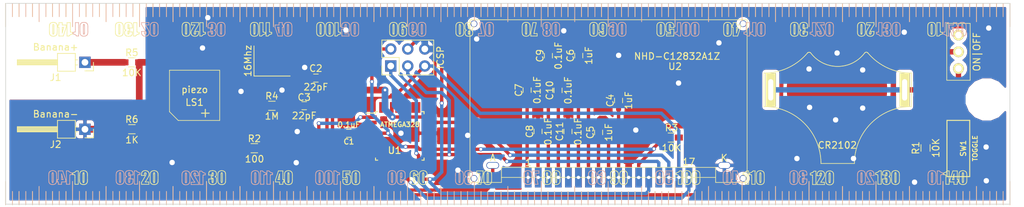
<source format=kicad_pcb>
(kicad_pcb (version 4) (host pcbnew 4.0.7)
  (layers (0 F.Cu signal) (31 B.Cu signal) (34 B.Paste user) (35 F.Paste user) (36 B.SilkS user) (37 F.SilkS user) (38 B.Mask user) (39 F.Mask user) (44 Edge.Cuts user))
  (net 0 "")
  (net 1 /BAT_SRC)
  (net 2 GND)
  (net 3 +3V3)
  (net 4 "Net-(C2-Pad1)")
  (net 5 "Net-(C3-Pad1)")
  (net 6 "Net-(C4-Pad1)")
  (net 7 "Net-(C5-Pad1)")
  (net 8 "Net-(C5-Pad2)")
  (net 9 "Net-(C6-Pad1)")
  (net 10 "Net-(C6-Pad2)")
  (net 11 "Net-(C7-Pad1)")
  (net 12 "Net-(C8-Pad1)")
  (net 13 "Net-(C9-Pad1)")
  (net 14 "Net-(C10-Pad1)")
  (net 15 "Net-(C11-Pad1)")
  (net 16 "Net-(J1-Pad1)")
  (net 17 /MISO)
  (net 18 /SCL)
  (net 19 /SI)
  (net 20 //RST)
  (net 21 "Net-(LS1-Pad1)")
  (net 22 /D8)
  (net 23 /D3)
  (net 24 /A1)
  (net 25 "Net-(SW2-Pad3)")
  (net 26 "Net-(U1-Pad2)")
  (net 27 "Net-(U1-Pad3)")
  (net 28 "Net-(U1-Pad6)")
  (net 29 "Net-(U1-Pad9)")
  (net 30 "Net-(U1-Pad10)")
  (net 31 "Net-(U1-Pad11)")
  (net 32 //CS1)
  (net 33 "Net-(U1-Pad19)")
  (net 34 "Net-(U1-Pad20)")
  (net 35 "Net-(U1-Pad22)")
  (net 36 /A0)
  (net 37 "Net-(U1-Pad25)")
  (net 38 "Net-(U1-Pad26)")
  (net 39 "Net-(U1-Pad27)")
  (net 40 "Net-(U1-Pad28)")
  (net 41 "Net-(U1-Pad30)")
  (net 42 "Net-(U1-Pad31)")
  (net 43 "Net-(U1-Pad32)")
  (net 44 /D9)
  (net 45 "Net-(J4-Pad1)")
  (module Pin_Headers:Pin_Header_Straight_2x03_Pitch2.54mm (layer F.Cu) (at 64.02 -21.73 90)
    (fp_text reference J3 hide)
    (fp_text value ICSP (at 1.27 7.41 90) (layer F.SilkS))
    (pad 1 thru_hole rect (at 0 0 90) (size 1.7 1.7) (drill 1) (layers *.Cu *.Mask) (net 17 /MISO))
    (pad 2 thru_hole oval (at 2.54 0 90) (size 1.7 1.7) (drill 1) (layers *.Cu *.Mask) (net 3 +3V3))
    (pad 3 thru_hole oval (at 0 2.54 90) (size 1.7 1.7) (drill 1) (layers *.Cu *.Mask) (net 18 /SCL))
    (pad 4 thru_hole oval (at 2.54 2.54 90) (size 1.7 1.7) (drill 1) (layers *.Cu *.Mask) (net 19 /SI))
    (pad 5 thru_hole oval (at 0 5.08 90) (size 1.7 1.7) (drill 1) (layers *.Cu *.Mask) (net 20 //RST))
    (pad 6 thru_hole oval (at 2.54 5.08 90) (size 1.7 1.7) (drill 1) (layers *.Cu *.Mask) (net 2 GND))
  )
  (module libs:CR2032 (layer F.Cu) (at 130.78 -18.17)
    (fp_text reference BT1 hide)
    (fp_text value CR2102 (at -0.0508 8.27278) (layer F.SilkS))
    (pad 1 thru_hole rect (at 10 0) (size 1.524 5) (drill oval 0.762 3.2) (layers *.Cu *.Mask F.SilkS) (net 1 /BAT_SRC))
    (pad 1 thru_hole rect (at -10 0) (size 1.524 5) (drill oval 0.762 3.2) (layers *.Cu *.Mask F.SilkS) (net 1 /BAT_SRC))
    (pad 2 smd circle (at -0.10922 -0.0884) (size 15 15) (layers F.Cu F.Paste F.Mask) (net 2 GND))
  )
  (module Capacitors_SMD:C_0603_HandSoldering (layer F.Cu) (at 57.76 -11.68 180)
    (fp_text reference C1 (at 0 -1.25 180) (layer F.SilkS) (effects (font (size 0.8 0.8))))
    (fp_text value 0.1uF (at 0.01 1.29 180) (layer F.SilkS) (effects (font (size 0.8 0.8))))
    (pad 1 smd rect (at -0.95 0 180) (size 1.2 0.75) (layers F.Cu F.Paste F.Mask) (net 3 +3V3))
    (pad 2 smd rect (at 0.95 0 180) (size 1.2 0.75) (layers F.Cu F.Paste F.Mask) (net 2 GND))
  )
  (module Capacitors_SMD:C_0603_HandSoldering (layer F.Cu) (at 52.84 -19.92 180)
    (fp_text reference C2 (at 0.01 1.45 180) (layer F.SilkS))
    (fp_text value 22pF (at 0.01 -1.33 180) (layer F.SilkS))
    (pad 1 smd rect (at -0.95 0 180) (size 1.2 0.75) (layers F.Cu F.Paste F.Mask) (net 4 "Net-(C2-Pad1)"))
    (pad 2 smd rect (at 0.95 0 180) (size 1.2 0.75) (layers F.Cu F.Paste F.Mask) (net 2 GND))
  )
  (module Capacitors_SMD:C_0603_HandSoldering (layer F.Cu) (at 51.09 -15.8)
    (fp_text reference C3 (at 0 -1.25) (layer F.SilkS))
    (fp_text value 22pF (at 0 1.5) (layer F.SilkS))
    (pad 1 smd rect (at -0.95 0) (size 1.2 0.75) (layers F.Cu F.Paste F.Mask) (net 5 "Net-(C3-Pad1)"))
    (pad 2 smd rect (at 0.95 0) (size 1.2 0.75) (layers F.Cu F.Paste F.Mask) (net 2 GND))
  )
  (module Capacitors_SMD:C_0603_HandSoldering (layer F.Cu) (at 98.05 -16.58 90)
    (fp_text reference C4 (at 0 -1.25 90) (layer F.SilkS))
    (fp_text value 1uF (at 0 1.5 90) (layer F.SilkS))
    (pad 1 smd rect (at -0.95 0 90) (size 1.2 0.75) (layers F.Cu F.Paste F.Mask) (net 6 "Net-(C4-Pad1)"))
    (pad 2 smd rect (at 0.95 0 90) (size 1.2 0.75) (layers F.Cu F.Paste F.Mask) (net 2 GND))
  )
  (module Capacitors_SMD:C_0603_HandSoldering (layer F.Cu) (at 95.07 -11.81 90)
    (fp_text reference C5 (at 0 -1.25 90) (layer F.SilkS))
    (fp_text value 1uF (at 0 1.5 90) (layer F.SilkS))
    (pad 1 smd rect (at -0.95 0 90) (size 1.2 0.75) (layers F.Cu F.Paste F.Mask) (net 7 "Net-(C5-Pad1)"))
    (pad 2 smd rect (at 0.95 0 90) (size 1.2 0.75) (layers F.Cu F.Paste F.Mask) (net 8 "Net-(C5-Pad2)"))
  )
  (module Capacitors_SMD:C_0603_HandSoldering (layer F.Cu) (at 92.1 -23.29 90)
    (fp_text reference C6 (at 0 -1.25 90) (layer F.SilkS))
    (fp_text value 1uF (at 0 1.5 90) (layer F.SilkS))
    (pad 1 smd rect (at -0.95 0 90) (size 1.2 0.75) (layers F.Cu F.Paste F.Mask) (net 9 "Net-(C6-Pad1)"))
    (pad 2 smd rect (at 0.95 0 90) (size 1.2 0.75) (layers F.Cu F.Paste F.Mask) (net 10 "Net-(C6-Pad2)"))
  )
  (module Capacitors_SMD:C_0603_HandSoldering (layer F.Cu) (at 84.39 -18.13 90)
    (fp_text reference C7 (at 0 -1.25 90) (layer F.SilkS))
    (fp_text value 0.1uF (at 0 1.5 90) (layer F.SilkS))
    (pad 1 smd rect (at -0.95 0 90) (size 1.2 0.75) (layers F.Cu F.Paste F.Mask) (net 11 "Net-(C7-Pad1)"))
    (pad 2 smd rect (at 0.95 0 90) (size 1.2 0.75) (layers F.Cu F.Paste F.Mask) (net 2 GND))
  )
  (module Capacitors_SMD:C_0603_HandSoldering (layer F.Cu) (at 86.02 -11.96 90)
    (fp_text reference C8 (at 0 -1.25 90) (layer F.SilkS))
    (fp_text value 0.1uF (at 0 1.5 90) (layer F.SilkS))
    (pad 1 smd rect (at -0.95 0 90) (size 1.2 0.75) (layers F.Cu F.Paste F.Mask) (net 12 "Net-(C8-Pad1)"))
    (pad 2 smd rect (at 0.95 0 90) (size 1.2 0.75) (layers F.Cu F.Paste F.Mask) (net 2 GND))
  )
  (module Capacitors_SMD:C_0603_HandSoldering (layer F.Cu) (at 87.56 -23.27 90)
    (fp_text reference C9 (at 0 -1.25 90) (layer F.SilkS))
    (fp_text value 0.1uF (at 0 1.5 90) (layer F.SilkS))
    (pad 1 smd rect (at -0.95 0 90) (size 1.2 0.75) (layers F.Cu F.Paste F.Mask) (net 13 "Net-(C9-Pad1)"))
    (pad 2 smd rect (at 0.95 0 90) (size 1.2 0.75) (layers F.Cu F.Paste F.Mask) (net 2 GND))
  )
  (module Capacitors_SMD:C_0603_HandSoldering (layer F.Cu) (at 89.01 -18.09 90)
    (fp_text reference C10 (at 0 -1.25 90) (layer F.SilkS))
    (fp_text value 0.1uF (at 0 1.5 90) (layer F.SilkS))
    (pad 1 smd rect (at -0.95 0 90) (size 1.2 0.75) (layers F.Cu F.Paste F.Mask) (net 14 "Net-(C10-Pad1)"))
    (pad 2 smd rect (at 0.95 0 90) (size 1.2 0.75) (layers F.Cu F.Paste F.Mask) (net 2 GND))
  )
  (module Capacitors_SMD:C_0603_HandSoldering (layer F.Cu) (at 90.49 -11.95 90)
    (fp_text reference C11 (at 0 -1.25 90) (layer F.SilkS))
    (fp_text value 0.1uF (at 0 1.5 90) (layer F.SilkS))
    (pad 1 smd rect (at -0.95 0 90) (size 1.2 0.75) (layers F.Cu F.Paste F.Mask) (net 15 "Net-(C11-Pad1)"))
    (pad 2 smd rect (at 0.95 0 90) (size 1.2 0.75) (layers F.Cu F.Paste F.Mask) (net 2 GND))
  )
  (module Pin_Headers:Pin_Header_Angled_1x01_Pitch2.54mm (layer F.Cu) (at 18.34 -22.28 180)
    (fp_text reference J1 (at 4.385 -2.27 180) (layer F.SilkS))
    (fp_text value Banana+ (at 4.385 2.27 180) (layer F.SilkS))
    (pad 1 thru_hole rect (at 0 0 180) (size 1.7 1.7) (drill 1) (layers *.Cu *.Mask) (net 16 "Net-(J1-Pad1)"))
  )
  (module Pin_Headers:Pin_Header_Angled_1x01_Pitch2.54mm (layer F.Cu) (at 18.34 -12.28 180)
    (fp_text reference J2 (at 4.385 -2.27 180) (layer F.SilkS))
    (fp_text value Banana- (at 4.385 2.27 180) (layer F.SilkS))
    (pad 1 thru_hole rect (at 0 0 180) (size 1.7 1.7) (drill 1) (layers *.Cu *.Mask) (net 2 GND))
  )
  (module libs:hyg7525 (layer F.Cu) (at 34.72 -17.35)
    (fp_text reference LS1 (at -0.01 1.05) (layer F.SilkS))
    (fp_text value piezo (at 0.01 -0.85) (layer F.SilkS))
    (fp_text user + (at 1.6 2.55) (layer F.SilkS) (effects (font (size 1.5 1.5))))
    (pad 1 smd rect (at 3.75 3.75 45) (size 2.5 2.5) (layers F.Cu F.Paste F.Mask) (net 21 "Net-(LS1-Pad1)"))
    (pad 2 smd rect (at 3.75 -3.75 45) (size 2.5 2.5) (layers F.Cu F.Paste F.Mask) (net 2 GND))
    (pad "" smd rect (at -3.74 -3.75 45) (size 2.5 2.5) (layers F.Cu F.Paste F.Mask))
    (pad "" smd rect (at -3.74 3.75 45) (size 2.5 2.5) (layers F.Cu F.Paste F.Mask))
  )
  (module Resistors_SMD:R_0603_HandSoldering (layer F.Cu) (at 143.9 -9.49 90)
    (fp_text reference R1 (at 0 -1.45 90) (layer F.SilkS))
    (fp_text value 10K (at 0 1.55 90) (layer F.SilkS))
    (pad 1 smd rect (at -1.1 0 90) (size 1.2 0.9) (layers F.Cu F.Paste F.Mask) (net 22 /D8))
    (pad 2 smd rect (at 1.1 0 90) (size 1.2 0.9) (layers F.Cu F.Paste F.Mask) (net 2 GND))
  )
  (module Resistors_SMD:R_0603_HandSoldering (layer F.Cu) (at 43.64 -9.45 180)
    (fp_text reference R2 (at -0.01 1.43 180) (layer F.SilkS))
    (fp_text value 100 (at -0.03 -1.62 180) (layer F.SilkS))
    (pad 1 smd rect (at -1.1 0 180) (size 1.2 0.9) (layers F.Cu F.Paste F.Mask) (net 23 /D3))
    (pad 2 smd rect (at 1.1 0 180) (size 1.2 0.9) (layers F.Cu F.Paste F.Mask) (net 21 "Net-(LS1-Pad1)"))
  )
  (module Resistors_SMD:R_0603_HandSoldering (layer F.Cu) (at 105.95 -11.04)
    (fp_text reference R3 (at 0 -1.45) (layer F.SilkS))
    (fp_text value 10K (at 0 1.55) (layer F.SilkS))
    (pad 1 smd rect (at -1.1 0) (size 1.2 0.9) (layers F.Cu F.Paste F.Mask) (net 3 +3V3))
    (pad 2 smd rect (at 1.1 0) (size 1.2 0.9) (layers F.Cu F.Paste F.Mask) (net 20 //RST))
  )
  (module Resistors_SMD:R_0603_HandSoldering (layer F.Cu) (at 46.26 -15.79)
    (fp_text reference R4 (at 0 -1.45) (layer F.SilkS))
    (fp_text value 1M (at 0 1.55) (layer F.SilkS))
    (pad 1 smd rect (at -1.1 0) (size 1.2 0.9) (layers F.Cu F.Paste F.Mask) (net 4 "Net-(C2-Pad1)"))
    (pad 2 smd rect (at 1.1 0) (size 1.2 0.9) (layers F.Cu F.Paste F.Mask) (net 5 "Net-(C3-Pad1)"))
  )
  (module Resistors_SMD:R_0603_HandSoldering (layer F.Cu) (at 25.34 -22.28)
    (fp_text reference R5 (at 0 -1.45) (layer F.SilkS))
    (fp_text value 10K (at 0 1.55) (layer F.SilkS))
    (pad 1 smd rect (at -1.1 0) (size 1.2 0.9) (layers F.Cu F.Paste F.Mask) (net 16 "Net-(J1-Pad1)"))
    (pad 2 smd rect (at 1.1 0) (size 1.2 0.9) (layers F.Cu F.Paste F.Mask) (net 24 /A1))
  )
  (module Resistors_SMD:R_0603_HandSoldering (layer F.Cu) (at 25.35 -12.29 180)
    (fp_text reference R6 (at 0.01 1.46 180) (layer F.SilkS))
    (fp_text value 1K (at -0.01 -1.6 180) (layer F.SilkS))
    (pad 1 smd rect (at -1.1 0 180) (size 1.2 0.9) (layers F.Cu F.Paste F.Mask) (net 24 /A1))
    (pad 2 smd rect (at 1.1 0 180) (size 1.2 0.9) (layers F.Cu F.Paste F.Mask) (net 2 GND))
  )
  (module libs:SS12D00 (layer F.Cu) (at 148.82 -23.85 90)
    (fp_text reference SW2 hide)
    (fp_text value ON|OFF (at 0 2.73812 90) (layer F.SilkS))
    (pad 2 thru_hole circle (at 0 0 90) (size 1.6 1.6) (drill 1) (layers *.Cu *.Mask F.SilkS) (net 1 /BAT_SRC))
    (pad 1 thru_hole circle (at -2.5 0 90) (size 1.6 1.6) (drill 1) (layers *.Cu *.Mask F.SilkS) (net 3 +3V3))
    (pad 3 thru_hole circle (at 2.5 0 90) (size 1.6 1.6) (drill 1) (layers *.Cu *.Mask F.SilkS) (net 25 "Net-(SW2-Pad3)"))
  )
  (module Housings_QFP:TQFP-32_7x7mm_Pitch0.8mm (layer F.Cu) (at 65.37 -11.29)
    (fp_text reference U1 (at -0.78 2.17) (layer F.SilkS))
    (fp_text value ATMEGA328 (at 0.01 -1.7) (layer F.SilkS) (effects (font (size 0.7 0.7))))
    (fp_text user %R (at -0.78 2.17) (layer F.SilkS))
    (pad 1 smd rect (at -4.25 -2.8) (size 1.6 0.55) (layers F.Cu F.Paste F.Mask) (net 23 /D3))
    (pad 2 smd rect (at -4.25 -2) (size 1.6 0.55) (layers F.Cu F.Paste F.Mask) (net 26 "Net-(U1-Pad2)"))
    (pad 3 smd rect (at -4.25 -1.2) (size 1.6 0.55) (layers F.Cu F.Paste F.Mask) (net 27 "Net-(U1-Pad3)"))
    (pad 4 smd rect (at -4.25 -0.4) (size 1.6 0.55) (layers F.Cu F.Paste F.Mask) (net 3 +3V3))
    (pad 5 smd rect (at -4.25 0.4) (size 1.6 0.55) (layers F.Cu F.Paste F.Mask) (net 2 GND))
    (pad 6 smd rect (at -4.25 1.2) (size 1.6 0.55) (layers F.Cu F.Paste F.Mask) (net 28 "Net-(U1-Pad6)"))
    (pad 7 smd rect (at -4.25 2) (size 1.6 0.55) (layers F.Cu F.Paste F.Mask) (net 4 "Net-(C2-Pad1)"))
    (pad 8 smd rect (at -4.25 2.8) (size 1.6 0.55) (layers F.Cu F.Paste F.Mask) (net 5 "Net-(C3-Pad1)"))
    (pad 9 smd rect (at -2.8 4.25 90) (size 1.6 0.55) (layers F.Cu F.Paste F.Mask) (net 29 "Net-(U1-Pad9)"))
    (pad 10 smd rect (at -2 4.25 90) (size 1.6 0.55) (layers F.Cu F.Paste F.Mask) (net 30 "Net-(U1-Pad10)"))
    (pad 11 smd rect (at -1.2 4.25 90) (size 1.6 0.55) (layers F.Cu F.Paste F.Mask) (net 31 "Net-(U1-Pad11)"))
    (pad 12 smd rect (at -0.4 4.25 90) (size 1.6 0.55) (layers F.Cu F.Paste F.Mask) (net 22 /D8))
    (pad 13 smd rect (at 0.4 4.25 90) (size 1.6 0.55) (layers F.Cu F.Paste F.Mask) (net 44 /D9))
    (pad 14 smd rect (at 1.2 4.25 90) (size 1.6 0.55) (layers F.Cu F.Paste F.Mask) (net 32 //CS1))
    (pad 15 smd rect (at 2 4.25 90) (size 1.6 0.55) (layers F.Cu F.Paste F.Mask) (net 19 /SI))
    (pad 16 smd rect (at 2.8 4.25 90) (size 1.6 0.55) (layers F.Cu F.Paste F.Mask) (net 17 /MISO))
    (pad 17 smd rect (at 4.25 2.8) (size 1.6 0.55) (layers F.Cu F.Paste F.Mask) (net 18 /SCL))
    (pad 18 smd rect (at 4.25 2) (size 1.6 0.55) (layers F.Cu F.Paste F.Mask) (net 3 +3V3))
    (pad 19 smd rect (at 4.25 1.2) (size 1.6 0.55) (layers F.Cu F.Paste F.Mask) (net 33 "Net-(U1-Pad19)"))
    (pad 20 smd rect (at 4.25 0.4) (size 1.6 0.55) (layers F.Cu F.Paste F.Mask) (net 34 "Net-(U1-Pad20)"))
    (pad 21 smd rect (at 4.25 -0.4) (size 1.6 0.55) (layers F.Cu F.Paste F.Mask) (net 2 GND))
    (pad 22 smd rect (at 4.25 -1.2) (size 1.6 0.55) (layers F.Cu F.Paste F.Mask) (net 35 "Net-(U1-Pad22)"))
    (pad 23 smd rect (at 4.25 -2) (size 1.6 0.55) (layers F.Cu F.Paste F.Mask) (net 36 /A0))
    (pad 24 smd rect (at 4.25 -2.8) (size 1.6 0.55) (layers F.Cu F.Paste F.Mask) (net 24 /A1))
    (pad 25 smd rect (at 2.8 -4.25 90) (size 1.6 0.55) (layers F.Cu F.Paste F.Mask) (net 37 "Net-(U1-Pad25)"))
    (pad 26 smd rect (at 2 -4.25 90) (size 1.6 0.55) (layers F.Cu F.Paste F.Mask) (net 38 "Net-(U1-Pad26)"))
    (pad 27 smd rect (at 1.2 -4.25 90) (size 1.6 0.55) (layers F.Cu F.Paste F.Mask) (net 39 "Net-(U1-Pad27)"))
    (pad 28 smd rect (at 0.4 -4.25 90) (size 1.6 0.55) (layers F.Cu F.Paste F.Mask) (net 40 "Net-(U1-Pad28)"))
    (pad 29 smd rect (at -0.4 -4.25 90) (size 1.6 0.55) (layers F.Cu F.Paste F.Mask) (net 20 //RST))
    (pad 30 smd rect (at -1.2 -4.25 90) (size 1.6 0.55) (layers F.Cu F.Paste F.Mask) (net 41 "Net-(U1-Pad30)"))
    (pad 31 smd rect (at -2 -4.25 90) (size 1.6 0.55) (layers F.Cu F.Paste F.Mask) (net 42 "Net-(U1-Pad31)"))
    (pad 32 smd rect (at -2.8 -4.25 90) (size 1.6 0.55) (layers F.Cu F.Paste F.Mask) (net 43 "Net-(U1-Pad32)"))
  )
  (module libs:NHD-C12832A1Z (layer F.Cu) (at 96.55 -16.49)
    (fp_text reference U2 (at 9.93 -5.17) (layer F.SilkS))
    (fp_text value NHD-C12832A1Z (at 10.24 -6.69) (layer F.SilkS))
    (fp_text user 17 (at 11.99 9.08) (layer F.SilkS))
    (fp_text user 1 (at -11.98 9.19) (layer F.SilkS))
    (fp_text user K (at 17.27 8.49) (layer F.SilkS))
    (fp_text user A (at -17.29 8.44) (layer F.SilkS))
    (pad "" thru_hole circle (at -20.1 -11.55) (size 1 1) (drill 0.8) (layers *.Cu *.Mask))
    (pad "" thru_hole circle (at 20.1 -11.56) (size 1 1) (drill 0.8) (layers *.Cu *.Mask))
    (pad "" thru_hole circle (at 20.1 11.55) (size 1 1) (drill 0.8) (layers *.Cu *.Mask))
    (pad "" thru_hole circle (at -20.1 11.55) (size 1 1) (drill 0.8) (layers *.Cu *.Mask))
    (pad K thru_hole oval (at 17.3 9.6) (size 1.9 1) (drill oval 1.7 0.8) (layers *.Cu *.Mask) (net 2 GND))
    (pad A thru_hole oval (at -17.3 9.6) (size 1.9 1) (drill oval 1.7 0.8) (layers *.Cu *.Mask) (net 44 /D9))
    (pad 1 thru_hole rect (at -12 11.4) (size 1 3) (drill 0.5) (layers *.Cu *.Mask) (net 11 "Net-(C7-Pad1)"))
    (pad 2 thru_hole rect (at -10.5 11.4) (size 1 3) (drill 0.5) (layers *.Cu *.Mask) (net 12 "Net-(C8-Pad1)"))
    (pad 3 thru_hole rect (at -9 11.4) (size 1 3) (drill 0.5) (layers *.Cu *.Mask) (net 13 "Net-(C9-Pad1)"))
    (pad 4 thru_hole rect (at -7.5 11.4) (size 1 3) (drill 0.5) (layers *.Cu *.Mask) (net 14 "Net-(C10-Pad1)"))
    (pad 5 thru_hole rect (at -6 11.4) (size 1 3) (drill 0.5) (layers *.Cu *.Mask) (net 15 "Net-(C11-Pad1)"))
    (pad 6 thru_hole rect (at -4.5 11.4) (size 1 3) (drill 0.5) (layers *.Cu *.Mask) (net 9 "Net-(C6-Pad1)"))
    (pad 7 thru_hole rect (at -3 11.41) (size 1 3) (drill 0.5) (layers *.Cu *.Mask) (net 10 "Net-(C6-Pad2)"))
    (pad 8 thru_hole rect (at -1.5 11.4) (size 1 3) (drill 0.5) (layers *.Cu *.Mask) (net 7 "Net-(C5-Pad1)"))
    (pad 9 thru_hole rect (at 0 11.4) (size 1 3) (drill 0.5) (layers *.Cu *.Mask) (net 8 "Net-(C5-Pad2)"))
    (pad 10 thru_hole rect (at 1.5 11.4) (size 1 3) (drill 0.5) (layers *.Cu *.Mask) (net 6 "Net-(C4-Pad1)"))
    (pad 11 thru_hole rect (at 3 11.4) (size 1 3) (drill 0.5) (layers *.Cu *.Mask) (net 2 GND))
    (pad 12 thru_hole rect (at 4.5 11.41) (size 1 3) (drill 0.5) (layers *.Cu *.Mask) (net 3 +3V3))
    (pad 13 thru_hole rect (at 6 11.4) (size 1 3) (drill 0.5) (layers *.Cu *.Mask) (net 19 /SI))
    (pad 14 thru_hole rect (at 7.5 11.4) (size 1 3) (drill 0.5) (layers *.Cu *.Mask) (net 18 /SCL))
    (pad 15 thru_hole rect (at 9 11.4) (size 1 3) (drill 0.5) (layers *.Cu *.Mask) (net 36 /A0))
    (pad 16 thru_hole rect (at 10.5 11.4) (size 1 3) (drill 0.5) (layers *.Cu *.Mask) (net 20 //RST))
    (pad 17 thru_hole rect (at 12 11.4) (size 1 3) (drill 0.5) (layers *.Cu *.Mask) (net 32 //CS1))
  )
  (module libs:1107G (layer F.Cu) (at 148.8 -9.41 90)
    (fp_text reference SW1 (at 0.02 0.74 90) (layer F.SilkS) (effects (font (size 0.8 0.8))))
    (fp_text value TOGGLE (at 0.03 2.5 270) (layer F.SilkS) (effects (font (size 0.7 0.7))))
    (pad 1 smd rect (at 3.3 0 90) (size 1.524 2.54) (layers F.Cu F.Paste F.Mask) (net 3 +3V3))
    (pad 2 smd rect (at -3.3 0 90) (size 1.524 2.54) (layers F.Cu F.Paste F.Mask) (net 22 /D8))
  )
  (module Crystals:Crystal_SMD_3225-4pin_3.2x2.5mm_HandSoldering (layer F.Cu) (at 46.29 -22.48)
    (fp_text reference Y1 hide)
    (fp_text value 16Mhz (at -3.6 -0.01 90) (layer F.SilkS))
    (pad 1 smd rect (at -1.45 1.15) (size 2.1 1.8) (layers F.Cu F.Paste F.Mask) (net 4 "Net-(C2-Pad1)"))
    (pad 2 smd rect (at 1.45 1.15) (size 2.1 1.8) (layers F.Cu F.Paste F.Mask) (net 2 GND))
    (pad 3 smd rect (at 1.45 -1.15) (size 2.1 1.8) (layers F.Cu F.Paste F.Mask) (net 5 "Net-(C3-Pad1)"))
    (pad 4 smd rect (at -1.45 -1.15) (size 2.1 1.8) (layers F.Cu F.Paste F.Mask) (net 2 GND))
  )
  (module Mounting_Holes:MountingHole_5.3mm_M5 (layer F.Cu) (at 153.04 -16.74)
    (fp_text reference J4 hide)
    (fp_text value MECH hide)
    (pad 1 np_thru_hole circle (at 0 0) (size 5.3 5.3) (drill 5.3) (layers *.Cu *.Mask) (net 45 "Net-(J4-Pad1)"))
  )
  (gr_line (start 113.748465 -27.553453) (end 113.754642 -27.749871) (layer F.SilkS) (width 0.1))
  (gr_line (start 116.263598 -27.516393) (end 115.832468 -26.209413) (layer F.SilkS) (width 0.1))
  (gr_line (start 116.263598 -27.857344) (end 116.263598 -27.516393) (layer F.SilkS) (width 0.1))
  (gr_line (start 113.748465 -26.886375) (end 113.748465 -27.553453) (layer F.SilkS) (width 0.1))
  (gr_line (start 115.832468 -26.209413) (end 115.171566 -26.209413) (layer F.SilkS) (width 0.1))
  (gr_line (start 115.670639 -26.66525) (end 115.891146 -27.516393) (layer F.SilkS) (width 0.1))
  (gr_line (start 115.670639 -27.516393) (end 115.670639 -26.66525) (layer F.SilkS) (width 0.1))
  (gr_line (start 115.029503 -27.857344) (end 115.171566 -27.857344) (layer F.SilkS) (width 0.1))
  (gr_line (start 115.670639 -27.857344) (end 116.263598 -27.857344) (layer F.SilkS) (width 0.1))
  (gr_line (start 115.670639 -28.209413) (end 115.670639 -27.857344) (layer F.SilkS) (width 0.1))
  (gr_line (start 115.171566 -27.857344) (end 115.171566 -28.209413) (layer F.SilkS) (width 0.1))
  (gr_line (start 115.029503 -27.516393) (end 115.029503 -27.857344) (layer F.SilkS) (width 0.1))
  (gr_line (start 115.891146 -27.516393) (end 115.670639 -27.516393) (layer F.SilkS) (width 0.1))
  (gr_line (start 115.171566 -28.209413) (end 115.670639 -28.209413) (layer F.SilkS) (width 0.1))
  (gr_line (start 115.171566 -27.516393) (end 115.029503 -27.516393) (layer F.SilkS) (width 0.1))
  (gr_line (start 145.894059 -26.209413) (end 145.60005 -26.209413) (layer F.SilkS) (width 0.1))
  (gr_line (start 144.789674 -28.247709) (end 144.953664 -28.237363) (layer F.SilkS) (width 0.1))
  (gr_line (start 144.815616 -26.478715) (end 144.861786 -26.48937) (layer F.SilkS) (width 0.1))
  (gr_line (start 146.25215 -26.768864) (end 146.394368 -26.762841) (layer F.SilkS) (width 0.1))
  (gr_line (start 145.998831 -26.320313) (end 145.894059 -26.209413) (layer F.SilkS) (width 0.1))
  (gr_line (start 144.826734 -26.171118) (end 144.671082 -26.185479) (layer F.SilkS) (width 0.1))
  (gr_line (start 144.543843 -28.208178) (end 144.660273 -28.237826) (layer F.SilkS) (width 0.1))
  (gr_line (start 144.25354 -27.884522) (end 144.291527 -27.984892) (layer F.SilkS) (width 0.1))
  (gr_line (start 144.889118 -26.521334) (end 144.90703 -26.71837) (layer F.SilkS) (width 0.1))
  (gr_line (start 144.251687 -26.555306) (end 144.234547 -26.689957) (layer F.SilkS) (width 0.1))
  (gr_line (start 145.276394 -28.077233) (end 145.336616 -27.987208) (layer F.SilkS) (width 0.1))
  (gr_line (start 144.769136 -26.488753) (end 144.815616 -26.478715) (layer F.SilkS) (width 0.1))
  (gr_line (start 144.234547 -26.689957) (end 144.228834 -26.886375) (layer F.SilkS) (width 0.1))
  (gr_line (start 146.171391 -26.78693) (end 146.25215 -26.768864) (layer F.SilkS) (width 0.1))
  (gr_line (start 144.338778 -26.368771) (end 144.284887 -26.456788) (layer F.SilkS) (width 0.1))
  (gr_line (start 144.671082 -26.185479) (end 144.532725 -26.228561) (layer F.SilkS) (width 0.1))
  (gr_line (start 146.394368 -26.762841) (end 146.443781 -26.762841) (layer F.SilkS) (width 0.1))
  (gr_line (start 145.193936 -28.15336) (end 145.276394 -28.077233) (layer F.SilkS) (width 0.1))
  (gr_line (start 145.60005 -26.209413) (end 145.60005 -28.209413) (layer F.SilkS) (width 0.1))
  (gr_line (start 144.441928 -28.155985) (end 144.543843 -28.208178) (layer F.SilkS) (width 0.1))
  (gr_line (start 146.099124 -27.137147) (end 146.110242 -26.857962) (layer F.SilkS) (width 0.1))
  (gr_line (start 94.263265 -27.89811) (end 94.24597 -27.709105) (layer F.SilkS) (width 0.1))
  (gr_line (start 144.90703 -26.71837) (end 144.90703 -27.694281) (layer F.SilkS) (width 0.1))
  (gr_line (start 144.23501 -27.749871) (end 144.25354 -27.884522) (layer F.SilkS) (width 0.1))
  (gr_line (start 144.727907 -27.709105) (end 144.727907 -26.71837) (layer F.SilkS) (width 0.1))
  (gr_line (start 144.90703 -27.694281) (end 144.890353 -27.904287) (layer F.SilkS) (width 0.1))
  (gr_line (start 144.727907 -26.71837) (end 144.743349 -26.518864) (layer F.SilkS) (width 0.1))
  (gr_line (start 145.60005 -28.209413) (end 146.099124 -28.209413) (layer F.SilkS) (width 0.1))
  (gr_line (start 144.228834 -27.553453) (end 144.23501 -27.749871) (layer F.SilkS) (width 0.1))
  (gr_line (start 144.532725 -26.228561) (end 144.419383 -26.292335) (layer F.SilkS) (width 0.1))
  (gr_line (start 145.394213 -26.645485) (end 145.358543 -26.473774) (layer F.SilkS) (width 0.1))
  (gr_line (start 145.169538 -26.253885) (end 145.013114 -26.19181) (layer F.SilkS) (width 0.1))
  (gr_line (start 146.125375 -26.410657) (end 145.998831 -26.320313) (layer F.SilkS) (width 0.1))
  (gr_line (start 144.356073 -28.078468) (end 144.441928 -28.155985) (layer F.SilkS) (width 0.1))
  (gr_line (start 144.743349 -26.518864) (end 144.769136 -26.488753) (layer F.SilkS) (width 0.1))
  (gr_line (start 145.406104 -26.886375) (end 145.394213 -26.645485) (layer F.SilkS) (width 0.1))
  (gr_line (start 145.406104 -27.584336) (end 145.406104 -26.886375) (layer F.SilkS) (width 0.1))
  (gr_line (start 145.376456 -27.892551) (end 145.398692 -27.767011) (layer F.SilkS) (width 0.1))
  (gr_line (start 145.336616 -27.987208) (end 145.376456 -27.892551) (layer F.SilkS) (width 0.1))
  (gr_line (start 145.087388 -28.206325) (end 145.193936 -28.15336) (layer F.SilkS) (width 0.1))
  (gr_line (start 144.953664 -28.237363) (end 145.087388 -28.206325) (layer F.SilkS) (width 0.1))
  (gr_line (start 146.110242 -26.857962) (end 146.131088 -26.816733) (layer F.SilkS) (width 0.1))
  (gr_line (start 115.171566 -26.209413) (end 115.171566 -27.516393) (layer F.SilkS) (width 0.1))
  (gr_line (start 144.745202 -27.89811) (end 144.727907 -27.709105) (layer F.SilkS) (width 0.1))
  (gr_line (start 144.818086 -27.940111) (end 144.77207 -27.929611) (layer F.SilkS) (width 0.1))
  (gr_line (start 146.273692 -26.480443) (end 146.125375 -26.410657) (layer F.SilkS) (width 0.1))
  (gr_line (start 146.099124 -28.209413) (end 146.099124 -27.137147) (layer F.SilkS) (width 0.1))
  (gr_line (start 145.013114 -26.19181) (end 144.826734 -26.171118) (layer F.SilkS) (width 0.1))
  (gr_line (start 144.660273 -28.237826) (end 144.789674 -28.247709) (layer F.SilkS) (width 0.1))
  (gr_line (start 94.24597 -27.709105) (end 94.24597 -26.71837) (layer F.SilkS) (width 0.1))
  (gr_line (start 144.863948 -27.931155) (end 144.818086 -27.940111) (layer F.SilkS) (width 0.1))
  (gr_line (start 144.890353 -27.904287) (end 144.863948 -27.931155) (layer F.SilkS) (width 0.1))
  (gr_line (start 145.398692 -27.767011) (end 145.406104 -27.584336) (layer F.SilkS) (width 0.1))
  (gr_line (start 146.443781 -26.762841) (end 146.443781 -26.529673) (layer F.SilkS) (width 0.1))
  (gr_line (start 144.861786 -26.48937) (end 144.889118 -26.521334) (layer F.SilkS) (width 0.1))
  (gr_line (start 146.443781 -26.529673) (end 146.273692 -26.480443) (layer F.SilkS) (width 0.1))
  (gr_line (start 144.284887 -26.456788) (end 144.251687 -26.555306) (layer F.SilkS) (width 0.1))
  (gr_line (start 145.358543 -26.473774) (end 145.287512 -26.350241) (layer F.SilkS) (width 0.1))
  (gr_line (start 144.291527 -27.984892) (end 144.356073 -28.078468) (layer F.SilkS) (width 0.1))
  (gr_line (start 144.419383 -26.292335) (end 144.338778 -26.368771) (layer F.SilkS) (width 0.1))
  (gr_line (start 146.131088 -26.816733) (end 146.171391 -26.78693) (layer F.SilkS) (width 0.1))
  (gr_line (start 144.228834 -26.886375) (end 144.228834 -27.553453) (layer F.SilkS) (width 0.1))
  (gr_line (start 144.77207 -27.929611) (end 144.745202 -27.89811) (layer F.SilkS) (width 0.1))
  (gr_line (start 145.287512 -26.350241) (end 145.169538 -26.253885) (layer F.SilkS) (width 0.1))
  (gr_line (start 94.805575 -26.350241) (end 94.687601 -26.253885) (layer F.SilkS) (width 0.1))
  (gr_line (start 94.924167 -27.584336) (end 94.924167 -26.886375) (layer F.SilkS) (width 0.1))
  (gr_line (start 94.605451 -28.206325) (end 94.711999 -28.15336) (layer F.SilkS) (width 0.1))
  (gr_line (start 95.110393 -26.568895) (end 95.095878 -26.740606) (layer F.SilkS) (width 0.1))
  (gr_line (start 93.874136 -28.078468) (end 93.959991 -28.155985) (layer F.SilkS) (width 0.1))
  (gr_line (start 93.771603 -27.884522) (end 93.80959 -27.984892) (layer F.SilkS) (width 0.1))
  (gr_line (start 95.603598 -27.850396) (end 95.594951 -27.738753) (layer F.SilkS) (width 0.1))
  (gr_line (start 95.772221 -27.899346) (end 95.741801 -27.92992) (layer F.SilkS) (width 0.1))
  (gr_line (start 94.290133 -27.929611) (end 94.263265 -27.89811) (layer F.SilkS) (width 0.1))
  (gr_line (start 94.336149 -27.940111) (end 94.290133 -27.929611) (layer F.SilkS) (width 0.1))
  (gr_line (start 94.382011 -27.931155) (end 94.336149 -27.940111) (layer F.SilkS) (width 0.1))
  (gr_line (start 94.711999 -28.15336) (end 94.794457 -28.077233) (layer F.SilkS) (width 0.1))
  (gr_line (start 94.471727 -28.237363) (end 94.605451 -28.206325) (layer F.SilkS) (width 0.1))
  (gr_line (start 95.153938 -26.429302) (end 95.110393 -26.568895) (layer F.SilkS) (width 0.1))
  (gr_line (start 94.408416 -27.904287) (end 94.382011 -27.931155) (layer F.SilkS) (width 0.1))
  (gr_line (start 94.425093 -27.694281) (end 94.408416 -27.904287) (layer F.SilkS) (width 0.1))
  (gr_line (start 94.261412 -26.518864) (end 94.287199 -26.488753) (layer F.SilkS) (width 0.1))
  (gr_line (start 93.80295 -26.456788) (end 93.76975 -26.555306) (layer F.SilkS) (width 0.1))
  (gr_line (start 95.62954 -27.90861) (end 95.603598 -27.850396) (layer F.SilkS) (width 0.1))
  (gr_line (start 95.695013 -27.179148) (end 95.739948 -27.188567) (layer F.SilkS) (width 0.1))
  (gr_line (start 94.425093 -26.71837) (end 94.425093 -27.694281) (layer F.SilkS) (width 0.1))
  (gr_line (start 94.379849 -26.48937) (end 94.407181 -26.521334) (layer F.SilkS) (width 0.1))
  (gr_line (start 94.333679 -26.478715) (end 94.379849 -26.48937) (layer F.SilkS) (width 0.1))
  (gr_line (start 95.789361 -27.835726) (end 95.772221 -27.899346) (layer F.SilkS) (width 0.1))
  (gr_line (start 93.937446 -26.292335) (end 93.856841 -26.368771) (layer F.SilkS) (width 0.1))
  (gr_line (start 95.770986 -27.216825) (end 95.789052 -27.27257) (layer F.SilkS) (width 0.1))
  (gr_line (start 94.876606 -26.473774) (end 94.805575 -26.350241) (layer F.SilkS) (width 0.1))
  (gr_line (start 94.407181 -26.521334) (end 94.425093 -26.71837) (layer F.SilkS) (width 0.1))
  (gr_line (start 95.795075 -27.726399) (end 95.789361 -27.835726) (layer F.SilkS) (width 0.1))
  (gr_line (start 94.287199 -26.488753) (end 94.333679 -26.478715) (layer F.SilkS) (width 0.1))
  (gr_line (start 94.24597 -26.71837) (end 94.261412 -26.518864) (layer F.SilkS) (width 0.1))
  (gr_line (start 95.789052 -27.27257) (end 95.795075 -27.364447) (layer F.SilkS) (width 0.1))
  (gr_line (start 94.687601 -26.253885) (end 94.531177 -26.19181) (layer F.SilkS) (width 0.1))
  (gr_line (start 95.696248 -27.940111) (end 95.62954 -27.90861) (layer F.SilkS) (width 0.1))
  (gr_line (start 93.753073 -27.749871) (end 93.771603 -27.884522) (layer F.SilkS) (width 0.1))
  (gr_line (start 93.75261 -26.689957) (end 93.746897 -26.886375) (layer F.SilkS) (width 0.1))
  (gr_line (start 95.594951 -27.364447) (end 95.600819 -27.274886) (layer F.SilkS) (width 0.1))
  (gr_line (start 93.76975 -26.555306) (end 93.75261 -26.689957) (layer F.SilkS) (width 0.1))
  (gr_line (start 93.856841 -26.368771) (end 93.80295 -26.456788) (layer F.SilkS) (width 0.1))
  (gr_line (start 94.050788 -26.228561) (end 93.937446 -26.292335) (layer F.SilkS) (width 0.1))
  (gr_line (start 94.189145 -26.185479) (end 94.050788 -26.228561) (layer F.SilkS) (width 0.1))
  (gr_line (start 94.894519 -27.892551) (end 94.916755 -27.767011) (layer F.SilkS) (width 0.1))
  (gr_line (start 94.344797 -26.171118) (end 94.189145 -26.185479) (layer F.SilkS) (width 0.1))
  (gr_line (start 94.912277 -26.645485) (end 94.876606 -26.473774) (layer F.SilkS) (width 0.1))
  (gr_line (start 94.924167 -26.886375) (end 94.912277 -26.645485) (layer F.SilkS) (width 0.1))
  (gr_line (start 94.916755 -27.767011) (end 94.924167 -27.584336) (layer F.SilkS) (width 0.1))
  (gr_line (start 95.649306 -27.18903) (end 95.695013 -27.179148) (layer F.SilkS) (width 0.1))
  (gr_line (start 94.854679 -27.987208) (end 94.894519 -27.892551) (layer F.SilkS) (width 0.1))
  (gr_line (start 95.594951 -27.738753) (end 95.594951 -27.364447) (layer F.SilkS) (width 0.1))
  (gr_line (start 94.178336 -28.237826) (end 94.307737 -28.247709) (layer F.SilkS) (width 0.1))
  (gr_line (start 94.307737 -28.247709) (end 94.471727 -28.237363) (layer F.SilkS) (width 0.1))
  (gr_line (start 93.959991 -28.155985) (end 94.061906 -28.208178) (layer F.SilkS) (width 0.1))
  (gr_line (start 93.746897 -26.886375) (end 93.746897 -27.553453) (layer F.SilkS) (width 0.1))
  (gr_line (start 94.794457 -28.077233) (end 94.854679 -27.987208) (layer F.SilkS) (width 0.1))
  (gr_line (start 94.061906 -28.208178) (end 94.178336 -28.237826) (layer F.SilkS) (width 0.1))
  (gr_line (start 93.80959 -27.984892) (end 93.874136 -28.078468) (layer F.SilkS) (width 0.1))
  (gr_line (start 95.600819 -27.274886) (end 95.618422 -27.218678) (layer F.SilkS) (width 0.1))
  (gr_line (start 93.746897 -27.553453) (end 93.753073 -27.749871) (layer F.SilkS) (width 0.1))
  (gr_line (start 95.741801 -27.92992) (end 95.696248 -27.940111) (layer F.SilkS) (width 0.1))
  (gr_line (start 95.795075 -27.364447) (end 95.795075 -27.726399) (layer F.SilkS) (width 0.1))
  (gr_line (start 95.231146 -26.319667) (end 95.153938 -26.429302) (layer F.SilkS) (width 0.1))
  (gr_line (start 95.618422 -27.218678) (end 95.649306 -27.18903) (layer F.SilkS) (width 0.1))
  (gr_line (start 95.739948 -27.188567) (end 95.770986 -27.216825) (layer F.SilkS) (width 0.1))
  (gr_line (start 94.531177 -26.19181) (end 94.344797 -26.171118) (layer F.SilkS) (width 0.1))
  (gr_line (start 125.597851 -27.662162) (end 125.597851 -27.523805) (layer F.SilkS) (width 0.1))
  (gr_line (start 126.167647 -28.079395) (end 126.233429 -27.972848) (layer F.SilkS) (width 0.1))
  (gr_line (start 125.776974 -26.827079) (end 126.276048 -26.827079) (layer F.SilkS) (width 0.1))
  (gr_line (start 125.117308 -26.695767) (end 125.128734 -26.840356) (layer F.SilkS) (width 0.1))
  (gr_line (start 125.149117 -26.474797) (end 125.12526 -26.578493) (layer F.SilkS) (width 0.1))
  (gr_line (start 125.493157 -28.230559) (end 125.683089 -28.247709) (layer F.SilkS) (width 0.1))
  (gr_line (start 125.894794 -28.227789) (end 126.055541 -28.16803) (layer F.SilkS) (width 0.1))
  (gr_line (start 125.623793 -27.3558) (end 125.655912 -27.311791) (layer F.SilkS) (width 0.1))
  (gr_line (start 125.603256 -26.5621) (end 125.619469 -26.510834) (layer F.SilkS) (width 0.1))
  (gr_line (start 125.640779 -26.941347) (end 125.616381 -26.903669) (layer F.SilkS) (width 0.1))
  (gr_line (start 126.276048 -27.413861) (end 125.776974 -27.413861) (layer F.SilkS) (width 0.1))
  (gr_line (start 125.728796 -26.168648) (end 125.564652 -26.177366) (layer F.SilkS) (width 0.1))
  (gr_line (start 126.069979 -26.22528) (end 125.975553 -26.193817) (layer F.SilkS) (width 0.1))
  (gr_line (start 126.202391 -26.331287) (end 126.145102 -26.269327) (layer F.SilkS) (width 0.1))
  (gr_line (start 126.145102 -26.269327) (end 126.069979 -26.22528) (layer F.SilkS) (width 0.1))
  (gr_line (start 125.686795 -26.47748) (end 125.730495 -26.486282) (layer F.SilkS) (width 0.1))
  (gr_line (start 125.616381 -26.903669) (end 125.597851 -26.760371) (layer F.SilkS) (width 0.1))
  (gr_line (start 125.896801 -26.976554) (end 125.676912 -26.962965) (layer F.SilkS) (width 0.1))
  (gr_line (start 125.655912 -27.311791) (end 125.700384 -27.286004) (layer F.SilkS) (width 0.1))
  (gr_line (start 125.683089 -28.247709) (end 125.894794 -28.227789) (layer F.SilkS) (width 0.1))
  (gr_line (start 125.776974 -26.66278) (end 125.776974 -26.827079) (layer F.SilkS) (width 0.1))
  (gr_line (start 126.276048 -27.571983) (end 126.276048 -27.413861) (layer F.SilkS) (width 0.1))
  (gr_line (start 125.153132 -27.97888) (end 125.227252 -28.094752) (layer F.SilkS) (width 0.1))
  (gr_line (start 125.757826 -26.512687) (end 125.776974 -26.66278) (layer F.SilkS) (width 0.1))
  (gr_line (start 125.730495 -26.486282) (end 125.757826 -26.512687) (layer F.SilkS) (width 0.1))
  (gr_line (start 125.154367 -27.200216) (end 125.112675 -27.34591) (layer F.SilkS) (width 0.1))
  (gr_line (start 125.340902 -28.179109) (end 125.493157 -28.230559) (layer F.SilkS) (width 0.1))
  (gr_line (start 125.227252 -28.094752) (end 125.340902 -28.179109) (layer F.SilkS) (width 0.1))
  (gr_line (start 125.112366 -27.820523) (end 125.153132 -27.97888) (layer F.SilkS) (width 0.1))
  (gr_line (start 125.700384 -27.286004) (end 125.896801 -27.266856) (layer F.SilkS) (width 0.1))
  (gr_line (start 125.644794 -27.927758) (end 125.616381 -27.894404) (layer F.SilkS) (width 0.1))
  (gr_line (start 125.112675 -27.34591) (end 125.098778 -27.608715) (layer F.SilkS) (width 0.1))
  (gr_line (start 125.597851 -27.523805) (end 125.604337 -27.424361) (layer F.SilkS) (width 0.1))
  (gr_line (start 125.128734 -26.840356) (end 125.163015 -26.938345) (layer F.SilkS) (width 0.1))
  (gr_line (start 125.564652 -26.177366) (end 125.429228 -26.203522) (layer F.SilkS) (width 0.1))
  (gr_line (start 126.267863 -26.524925) (end 126.243311 -26.416486) (layer F.SilkS) (width 0.1))
  (gr_line (start 125.692972 -27.938876) (end 125.644794 -27.927758) (layer F.SilkS) (width 0.1))
  (gr_line (start 125.736671 -27.930074) (end 125.692972 -27.938876) (layer F.SilkS) (width 0.1))
  (gr_line (start 125.776974 -27.738753) (end 125.761532 -27.903669) (layer F.SilkS) (width 0.1))
  (gr_line (start 125.776974 -27.413861) (end 125.776974 -27.738753) (layer F.SilkS) (width 0.1))
  (gr_line (start 126.233429 -27.972848) (end 126.265393 -27.81488) (layer F.SilkS) (width 0.1))
  (gr_line (start 126.265393 -27.81488) (end 126.276048 -27.571983) (layer F.SilkS) (width 0.1))
  (gr_line (start 125.12526 -26.578493) (end 125.117308 -26.695767) (layer F.SilkS) (width 0.1))
  (gr_line (start 126.243311 -26.416486) (end 126.202391 -26.331287) (layer F.SilkS) (width 0.1))
  (gr_line (start 125.244547 -26.308143) (end 125.188879 -26.384681) (layer F.SilkS) (width 0.1))
  (gr_line (start 125.975553 -26.193817) (end 125.728796 -26.168648) (layer F.SilkS) (width 0.1))
  (gr_line (start 126.276048 -26.656603) (end 126.267863 -26.524925) (layer F.SilkS) (width 0.1))
  (gr_line (start 125.604337 -27.424361) (end 125.623793 -27.3558) (layer F.SilkS) (width 0.1))
  (gr_line (start 126.055541 -28.16803) (end 126.167647 -28.079395) (layer F.SilkS) (width 0.1))
  (gr_line (start 125.619469 -26.510834) (end 125.64711 -26.485819) (layer F.SilkS) (width 0.1))
  (gr_line (start 125.597851 -26.760371) (end 125.597851 -26.649191) (layer F.SilkS) (width 0.1))
  (gr_line (start 125.188879 -26.384681) (end 125.149117 -26.474797) (layer F.SilkS) (width 0.1))
  (gr_line (start 125.761532 -27.903669) (end 125.736671 -27.930074) (layer F.SilkS) (width 0.1))
  (gr_line (start 125.226017 -27.009794) (end 125.323608 -27.074762) (layer F.SilkS) (width 0.1))
  (gr_line (start 125.163015 -26.938345) (end 125.226017 -27.009794) (layer F.SilkS) (width 0.1))
  (gr_line (start 125.429228 -26.203522) (end 125.322527 -26.247114) (layer F.SilkS) (width 0.1))
  (gr_line (start 125.64711 -26.485819) (end 125.686795 -26.47748) (layer F.SilkS) (width 0.1))
  (gr_line (start 125.616381 -27.894404) (end 125.597851 -27.662162) (layer F.SilkS) (width 0.1))
  (gr_line (start 126.276048 -26.827079) (end 126.276048 -26.656603) (layer F.SilkS) (width 0.1))
  (gr_line (start 125.676912 -26.962965) (end 125.640779 -26.941347) (layer F.SilkS) (width 0.1))
  (gr_line (start 125.896801 -27.266856) (end 125.896801 -26.976554) (layer F.SilkS) (width 0.1))
  (gr_line (start 125.098778 -27.608715) (end 125.112366 -27.820523) (layer F.SilkS) (width 0.1))
  (gr_line (start 125.322527 -26.247114) (end 125.244547 -26.308143) (layer F.SilkS) (width 0.1))
  (gr_line (start 125.597851 -26.649191) (end 125.603256 -26.5621) (layer F.SilkS) (width 0.1))
  (gr_line (start 134.178682 -26.185479) (end 134.040325 -26.228561) (layer F.SilkS) (width 0.1))
  (gr_line (start 134.701536 -28.15336) (end 134.783994 -28.077233) (layer F.SilkS) (width 0.1))
  (gr_line (start 134.334334 -26.171118) (end 134.178682 -26.185479) (layer F.SilkS) (width 0.1))
  (gr_line (start 134.884056 -27.892551) (end 134.906292 -27.767011) (layer F.SilkS) (width 0.1))
  (gr_line (start 135.65494 -27.868462) (end 135.10765 -27.868462) (layer F.SilkS) (width 0.1))
  (gr_line (start 135.404593 -26.208024) (end 135.301096 -26.254156) (layer F.SilkS) (width 0.1))
  (gr_line (start 125.224472 -27.125283) (end 125.154367 -27.200216) (layer F.SilkS) (width 0.1))
  (gr_line (start 125.323608 -27.074762) (end 125.224472 -27.125283) (layer F.SilkS) (width 0.1))
  (gr_line (start 134.235507 -27.709105) (end 134.235507 -26.71837) (layer F.SilkS) (width 0.1))
  (gr_line (start 134.252802 -27.89811) (end 134.235507 -27.709105) (layer F.SilkS) (width 0.1))
  (gr_line (start 134.27967 -27.929611) (end 134.252802 -27.89811) (layer F.SilkS) (width 0.1))
  (gr_line (start 134.325686 -27.940111) (end 134.27967 -27.929611) (layer F.SilkS) (width 0.1))
  (gr_line (start 133.742147 -26.689957) (end 133.736434 -26.886375) (layer F.SilkS) (width 0.1))
  (gr_line (start 134.371548 -27.931155) (end 134.325686 -27.940111) (layer F.SilkS) (width 0.1))
  (gr_line (start 135.526234 -26.180345) (end 135.404593 -26.208024) (layer F.SilkS) (width 0.1))
  (gr_line (start 134.397953 -27.904287) (end 134.371548 -27.931155) (layer F.SilkS) (width 0.1))
  (gr_line (start 133.792487 -26.456788) (end 133.759287 -26.555306) (layer F.SilkS) (width 0.1))
  (gr_line (start 134.520714 -26.19181) (end 134.334334 -26.171118) (layer F.SilkS) (width 0.1))
  (gr_line (start 134.594988 -28.206325) (end 134.701536 -28.15336) (layer F.SilkS) (width 0.1))
  (gr_line (start 133.736434 -27.553453) (end 133.74261 -27.749871) (layer F.SilkS) (width 0.1))
  (gr_line (start 133.736434 -26.886375) (end 133.736434 -27.553453) (layer F.SilkS) (width 0.1))
  (gr_line (start 135.149044 -27.055615) (end 135.31845 -27.354565) (layer F.SilkS) (width 0.1))
  (gr_line (start 135.301096 -26.254156) (end 135.215742 -26.31874) (layer F.SilkS) (width 0.1))
  (gr_line (start 133.926983 -26.292335) (end 133.846378 -26.368771) (layer F.SilkS) (width 0.1))
  (gr_line (start 135.084645 -26.86908) (end 135.149044 -27.055615) (layer F.SilkS) (width 0.1))
  (gr_line (start 134.41463 -27.694281) (end 134.397953 -27.904287) (layer F.SilkS) (width 0.1))
  (gr_line (start 134.677138 -26.253885) (end 134.520714 -26.19181) (layer F.SilkS) (width 0.1))
  (gr_line (start 134.41463 -26.71837) (end 134.41463 -27.694281) (layer F.SilkS) (width 0.1))
  (gr_line (start 134.369386 -26.48937) (end 134.396718 -26.521334) (layer F.SilkS) (width 0.1))
  (gr_line (start 133.76114 -27.884522) (end 133.799127 -27.984892) (layer F.SilkS) (width 0.1))
  (gr_line (start 135.063179 -26.692428) (end 135.084645 -26.86908) (layer F.SilkS) (width 0.1))
  (gr_line (start 134.323216 -26.478715) (end 134.369386 -26.48937) (layer F.SilkS) (width 0.1))
  (gr_line (start 134.276736 -26.488753) (end 134.323216 -26.478715) (layer F.SilkS) (width 0.1))
  (gr_line (start 134.913704 -26.886375) (end 134.901814 -26.645485) (layer F.SilkS) (width 0.1))
  (gr_line (start 134.461264 -28.237363) (end 134.594988 -28.206325) (layer F.SilkS) (width 0.1))
  (gr_line (start 134.906292 -27.767011) (end 134.913704 -27.584336) (layer F.SilkS) (width 0.1))
  (gr_line (start 133.799127 -27.984892) (end 133.863673 -28.078468) (layer F.SilkS) (width 0.1))
  (gr_line (start 135.926675 -26.219296) (end 135.807156 -26.183163) (layer F.SilkS) (width 0.1))
  (gr_line (start 134.235507 -26.71837) (end 134.250949 -26.518864) (layer F.SilkS) (width 0.1))
  (gr_line (start 133.846378 -26.368771) (end 133.792487 -26.456788) (layer F.SilkS) (width 0.1))
  (gr_line (start 134.844216 -27.987208) (end 134.884056 -27.892551) (layer F.SilkS) (width 0.1))
  (gr_line (start 134.795112 -26.350241) (end 134.677138 -26.253885) (layer F.SilkS) (width 0.1))
  (gr_line (start 135.215742 -26.31874) (end 135.148995 -26.397454) (layer F.SilkS) (width 0.1))
  (gr_line (start 134.866143 -26.473774) (end 134.795112 -26.350241) (layer F.SilkS) (width 0.1))
  (gr_line (start 134.913704 -27.584336) (end 134.913704 -26.886375) (layer F.SilkS) (width 0.1))
  (gr_line (start 134.297274 -28.247709) (end 134.461264 -28.237363) (layer F.SilkS) (width 0.1))
  (gr_line (start 136.025192 -26.278901) (end 135.926675 -26.219296) (layer F.SilkS) (width 0.1))
  (gr_line (start 135.072714 -26.584298) (end 135.063179 -26.692428) (layer F.SilkS) (width 0.1))
  (gr_line (start 135.66602 -26.171118) (end 135.526234 -26.180345) (layer F.SilkS) (width 0.1))
  (gr_line (start 133.74261 -27.749871) (end 133.76114 -27.884522) (layer F.SilkS) (width 0.1))
  (gr_line (start 134.051443 -28.208178) (end 134.167873 -28.237826) (layer F.SilkS) (width 0.1))
  (gr_line (start 134.167873 -28.237826) (end 134.297274 -28.247709) (layer F.SilkS) (width 0.1))
  (gr_line (start 134.396718 -26.521334) (end 134.41463 -26.71837) (layer F.SilkS) (width 0.1))
  (gr_line (start 134.783994 -28.077233) (end 134.844216 -27.987208) (layer F.SilkS) (width 0.1))
  (gr_line (start 134.250949 -26.518864) (end 134.276736 -26.488753) (layer F.SilkS) (width 0.1))
  (gr_line (start 134.901814 -26.645485) (end 134.866143 -26.473774) (layer F.SilkS) (width 0.1))
  (gr_line (start 134.040325 -26.228561) (end 133.926983 -26.292335) (layer F.SilkS) (width 0.1))
  (gr_line (start 135.807156 -26.183163) (end 135.66602 -26.171118) (layer F.SilkS) (width 0.1))
  (gr_line (start 135.148995 -26.397454) (end 135.101319 -26.485973) (layer F.SilkS) (width 0.1))
  (gr_line (start 133.863673 -28.078468) (end 133.949528 -28.155985) (layer F.SilkS) (width 0.1))
  (gr_line (start 133.759287 -26.555306) (end 133.742147 -26.689957) (layer F.SilkS) (width 0.1))
  (gr_line (start 135.31845 -27.354565) (end 135.65494 -27.868462) (layer F.SilkS) (width 0.1))
  (gr_line (start 133.949528 -28.155985) (end 134.051443 -28.208178) (layer F.SilkS) (width 0.1))
  (gr_line (start 135.101319 -26.485973) (end 135.072714 -26.584298) (layer F.SilkS) (width 0.1))
  (gr_line (start 32.864832 -26.689957) (end 32.859119 -26.886375) (layer F.SilkS) (width 0.1))
  (gr_line (start 34.024498 -26.645485) (end 33.988828 -26.473774) (layer F.SilkS) (width 0.1))
  (gr_line (start 136.103327 -26.361359) (end 136.025192 -26.278901) (layer F.SilkS) (width 0.1))
  (gr_line (start 136.20555 -27.924052) (end 135.816576 -27.278129) (layer F.SilkS) (width 0.1))
  (gr_line (start 135.6461 -26.478715) (end 135.695735 -26.489833) (layer F.SilkS) (width 0.1))
  (gr_line (start 34.006741 -27.892551) (end 34.028976 -27.767011) (layer F.SilkS) (width 0.1))
  (gr_line (start 34.036388 -27.584336) (end 34.036388 -26.886375) (layer F.SilkS) (width 0.1))
  (gr_line (start 33.520638 -27.904287) (end 33.494233 -27.931155) (layer F.SilkS) (width 0.1))
  (gr_line (start 33.445901 -26.478715) (end 33.492071 -26.48937) (layer F.SilkS) (width 0.1))
  (gr_line (start 136.188565 -26.552218) (end 136.158608 -26.456016) (layer F.SilkS) (width 0.1))
  (gr_line (start 33.643399 -26.19181) (end 33.457018 -26.171118) (layer F.SilkS) (width 0.1))
  (gr_line (start 136.205859 -26.817196) (end 136.188565 -26.552218) (layer F.SilkS) (width 0.1))
  (gr_line (start 135.75867 -26.890081) (end 136.205859 -26.890081) (layer F.SilkS) (width 0.1))
  (gr_line (start 136.205859 -28.209413) (end 136.20555 -27.924052) (layer F.SilkS) (width 0.1))
  (gr_line (start 33.537315 -26.71837) (end 33.537315 -27.694281) (layer F.SilkS) (width 0.1))
  (gr_line (start 33.358192 -26.71837) (end 33.373634 -26.518864) (layer F.SilkS) (width 0.1))
  (gr_line (start 135.816576 -27.278129) (end 135.625563 -26.936405) (layer F.SilkS) (width 0.1))
  (gr_line (start 135.596465 -26.488753) (end 135.6461 -26.478715) (layer F.SilkS) (width 0.1))
  (gr_line (start 34.028976 -27.767011) (end 34.036388 -27.584336) (layer F.SilkS) (width 0.1))
  (gr_line (start 33.072213 -28.155985) (end 33.174128 -28.208178) (layer F.SilkS) (width 0.1))
  (gr_line (start 135.751711 -26.589586) (end 135.75867 -26.69984) (layer F.SilkS) (width 0.1))
  (gr_line (start 33.799823 -26.253885) (end 33.643399 -26.19181) (layer F.SilkS) (width 0.1))
  (gr_line (start 33.82422 -28.15336) (end 33.906679 -28.077233) (layer F.SilkS) (width 0.1))
  (gr_line (start 33.448371 -27.940111) (end 33.402355 -27.929611) (layer F.SilkS) (width 0.1))
  (gr_line (start 135.561364 -26.518864) (end 135.596465 -26.488753) (layer F.SilkS) (width 0.1))
  (gr_line (start 33.290558 -28.237826) (end 33.419959 -28.247709) (layer F.SilkS) (width 0.1))
  (gr_line (start 33.966901 -27.987208) (end 34.006741 -27.892551) (layer F.SilkS) (width 0.1))
  (gr_line (start 33.906679 -28.077233) (end 33.966901 -27.987208) (layer F.SilkS) (width 0.1))
  (gr_line (start 33.717673 -28.206325) (end 33.82422 -28.15336) (layer F.SilkS) (width 0.1))
  (gr_line (start 136.158608 -26.456016) (end 136.103327 -26.361359) (layer F.SilkS) (width 0.1))
  (gr_line (start 32.915172 -26.456788) (end 32.881972 -26.555306) (layer F.SilkS) (width 0.1))
  (gr_line (start 33.419959 -28.247709) (end 33.583949 -28.237363) (layer F.SilkS) (width 0.1))
  (gr_line (start 135.75867 -26.69984) (end 135.75867 -26.890081) (layer F.SilkS) (width 0.1))
  (gr_line (start 135.540489 -26.569358) (end 135.561364 -26.518864) (layer F.SilkS) (width 0.1))
  (gr_line (start 33.494233 -27.931155) (end 33.448371 -27.940111) (layer F.SilkS) (width 0.1))
  (gr_line (start 135.10765 -27.868462) (end 135.10765 -28.209413) (layer F.SilkS) (width 0.1))
  (gr_line (start 32.969063 -26.368771) (end 32.915172 -26.456788) (layer F.SilkS) (width 0.1))
  (gr_line (start 33.049668 -26.292335) (end 32.969063 -26.368771) (layer F.SilkS) (width 0.1))
  (gr_line (start 33.301367 -26.185479) (end 33.16301 -26.228561) (layer F.SilkS) (width 0.1))
  (gr_line (start 33.457018 -26.171118) (end 33.301367 -26.185479) (layer F.SilkS) (width 0.1))
  (gr_line (start 33.988828 -26.473774) (end 33.917797 -26.350241) (layer F.SilkS) (width 0.1))
  (gr_line (start 33.917797 -26.350241) (end 33.799823 -26.253885) (layer F.SilkS) (width 0.1))
  (gr_line (start 135.533531 -26.640544) (end 135.540489 -26.569358) (layer F.SilkS) (width 0.1))
  (gr_line (start 33.373634 -26.518864) (end 33.399421 -26.488753) (layer F.SilkS) (width 0.1))
  (gr_line (start 33.399421 -26.488753) (end 33.445901 -26.478715) (layer F.SilkS) (width 0.1))
  (gr_line (start 33.375487 -27.89811) (end 33.358192 -27.709105) (layer F.SilkS) (width 0.1))
  (gr_line (start 32.986358 -28.078468) (end 33.072213 -28.155985) (layer F.SilkS) (width 0.1))
  (gr_line (start 33.537315 -27.694281) (end 33.520638 -27.904287) (layer F.SilkS) (width 0.1))
  (gr_line (start 34.036388 -26.886375) (end 34.024498 -26.645485) (layer F.SilkS) (width 0.1))
  (gr_line (start 136.205859 -26.890081) (end 136.205859 -26.817196) (layer F.SilkS) (width 0.1))
  (gr_line (start 135.730836 -26.523187) (end 135.751711 -26.589586) (layer F.SilkS) (width 0.1))
  (gr_line (start 135.556539 -26.767628) (end 135.533531 -26.640544) (layer F.SilkS) (width 0.1))
  (gr_line (start 33.16301 -26.228561) (end 33.049668 -26.292335) (layer F.SilkS) (width 0.1))
  (gr_line (start 135.625563 -26.936405) (end 135.556539 -26.767628) (layer F.SilkS) (width 0.1))
  (gr_line (start 33.358192 -27.709105) (end 33.358192 -26.71837) (layer F.SilkS) (width 0.1))
  (gr_line (start 135.10765 -28.209413) (end 136.205859 -28.209413) (layer F.SilkS) (width 0.1))
  (gr_line (start 33.519403 -26.521334) (end 33.537315 -26.71837) (layer F.SilkS) (width 0.1))
  (gr_line (start 32.881972 -26.555306) (end 32.864832 -26.689957) (layer F.SilkS) (width 0.1))
  (gr_line (start 33.402355 -27.929611) (end 33.375487 -27.89811) (layer F.SilkS) (width 0.1))
  (gr_line (start 33.492071 -26.48937) (end 33.519403 -26.521334) (layer F.SilkS) (width 0.1))
  (gr_line (start 33.583949 -28.237363) (end 33.717673 -28.206325) (layer F.SilkS) (width 0.1))
  (gr_line (start 32.921812 -27.984892) (end 32.986358 -28.078468) (layer F.SilkS) (width 0.1))
  (gr_line (start 33.174128 -28.208178) (end 33.290558 -28.237826) (layer F.SilkS) (width 0.1))
  (gr_line (start 135.695735 -26.489833) (end 135.730836 -26.523187) (layer F.SilkS) (width 0.1))
  (gr_line (start 35.328544 -26.890081) (end 35.328544 -26.817196) (layer F.SilkS) (width 0.1))
  (gr_line (start 34.939261 -27.278129) (end 34.748248 -26.936405) (layer F.SilkS) (width 0.1))
  (gr_line (start 34.195399 -26.584298) (end 34.185863 -26.692428) (layer F.SilkS) (width 0.1))
  (gr_line (start 34.656216 -26.640544) (end 34.663174 -26.569358) (layer F.SilkS) (width 0.1))
  (gr_line (start 53.586355 -27.931155) (end 53.540493 -27.940111) (layer F.SilkS) (width 0.1))
  (gr_line (start 34.881354 -26.890081) (end 35.328544 -26.890081) (layer F.SilkS) (width 0.1))
  (gr_line (start 32.883825 -27.884522) (end 32.921812 -27.984892) (layer F.SilkS) (width 0.1))
  (gr_line (start 32.865295 -27.749871) (end 32.883825 -27.884522) (layer F.SilkS) (width 0.1))
  (gr_line (start 32.859119 -26.886375) (end 32.859119 -27.553453) (layer F.SilkS) (width 0.1))
  (gr_line (start 34.929841 -26.183163) (end 34.788705 -26.171118) (layer F.SilkS) (width 0.1))
  (gr_line (start 35.049359 -26.219296) (end 34.929841 -26.183163) (layer F.SilkS) (width 0.1))
  (gr_line (start 36.010447 -26.857962) (end 36.031293 -26.816733) (layer F.SilkS) (width 0.1))
  (gr_line (start 53.540493 -27.940111) (end 53.494477 -27.929611) (layer F.SilkS) (width 0.1))
  (gr_line (start 53.61276 -27.904287) (end 53.586355 -27.931155) (layer F.SilkS) (width 0.1))
  (gr_line (start 34.224004 -26.485973) (end 34.195399 -26.584298) (layer F.SilkS) (width 0.1))
  (gr_line (start 32.859119 -27.553453) (end 32.865295 -27.749871) (layer F.SilkS) (width 0.1))
  (gr_line (start 34.777625 -27.868462) (end 34.230335 -27.868462) (layer F.SilkS) (width 0.1))
  (gr_line (start 34.441135 -27.354565) (end 34.777625 -27.868462) (layer F.SilkS) (width 0.1))
  (gr_line (start 34.881354 -26.69984) (end 34.881354 -26.890081) (layer F.SilkS) (width 0.1))
  (gr_line (start 35.328235 -27.924052) (end 34.939261 -27.278129) (layer F.SilkS) (width 0.1))
  (gr_line (start 36.031293 -26.816733) (end 36.071595 -26.78693) (layer F.SilkS) (width 0.1))
  (gr_line (start 36.071595 -26.78693) (end 36.152355 -26.768864) (layer F.SilkS) (width 0.1))
  (gr_line (start 34.185863 -26.692428) (end 34.20733 -26.86908) (layer F.SilkS) (width 0.1))
  (gr_line (start 35.226012 -26.361359) (end 35.147877 -26.278901) (layer F.SilkS) (width 0.1))
  (gr_line (start 35.311249 -26.552218) (end 35.281293 -26.456016) (layer F.SilkS) (width 0.1))
  (gr_line (start 34.20733 -26.86908) (end 34.271729 -27.055615) (layer F.SilkS) (width 0.1))
  (gr_line (start 34.874396 -26.589586) (end 34.881354 -26.69984) (layer F.SilkS) (width 0.1))
  (gr_line (start 34.27168 -26.397454) (end 34.224004 -26.485973) (layer F.SilkS) (width 0.1))
  (gr_line (start 34.42378 -26.254156) (end 34.338427 -26.31874) (layer F.SilkS) (width 0.1))
  (gr_line (start 36.294573 -26.762841) (end 36.343986 -26.762841) (layer F.SilkS) (width 0.1))
  (gr_line (start 34.527278 -26.208024) (end 34.42378 -26.254156) (layer F.SilkS) (width 0.1))
  (gr_line (start 34.648919 -26.180345) (end 34.527278 -26.208024) (layer F.SilkS) (width 0.1))
  (gr_line (start 35.281293 -26.456016) (end 35.226012 -26.361359) (layer F.SilkS) (width 0.1))
  (gr_line (start 34.71915 -26.488753) (end 34.768785 -26.478715) (layer F.SilkS) (width 0.1))
  (gr_line (start 35.328544 -28.209413) (end 35.328235 -27.924052) (layer F.SilkS) (width 0.1))
  (gr_line (start 34.663174 -26.569358) (end 34.684049 -26.518864) (layer F.SilkS) (width 0.1))
  (gr_line (start 34.853521 -26.523187) (end 34.874396 -26.589586) (layer F.SilkS) (width 0.1))
  (gr_line (start 36.343986 -26.762841) (end 36.343986 -26.529673) (layer F.SilkS) (width 0.1))
  (gr_line (start 34.81842 -26.489833) (end 34.853521 -26.523187) (layer F.SilkS) (width 0.1))
  (gr_line (start 34.679224 -26.767628) (end 34.656216 -26.640544) (layer F.SilkS) (width 0.1))
  (gr_line (start 35.999329 -28.209413) (end 35.999329 -27.137147) (layer F.SilkS) (width 0.1))
  (gr_line (start 53.450314 -27.709105) (end 53.450314 -26.71837) (layer F.SilkS) (width 0.1))
  (gr_line (start 34.684049 -26.518864) (end 34.71915 -26.488753) (layer F.SilkS) (width 0.1))
  (gr_line (start 35.999329 -27.137147) (end 36.010447 -26.857962) (layer F.SilkS) (width 0.1))
  (gr_line (start 34.230335 -28.209413) (end 35.328544 -28.209413) (layer F.SilkS) (width 0.1))
  (gr_line (start 34.230335 -27.868462) (end 34.230335 -28.209413) (layer F.SilkS) (width 0.1))
  (gr_line (start 35.794264 -26.209413) (end 35.500255 -26.209413) (layer F.SilkS) (width 0.1))
  (gr_line (start 35.899035 -26.320313) (end 35.794264 -26.209413) (layer F.SilkS) (width 0.1))
  (gr_line (start 35.500255 -28.209413) (end 35.999329 -28.209413) (layer F.SilkS) (width 0.1))
  (gr_line (start 36.152355 -26.768864) (end 36.294573 -26.762841) (layer F.SilkS) (width 0.1))
  (gr_line (start 36.025579 -26.410657) (end 35.899035 -26.320313) (layer F.SilkS) (width 0.1))
  (gr_line (start 53.629437 -27.694281) (end 53.61276 -27.904287) (layer F.SilkS) (width 0.1))
  (gr_line (start 34.788705 -26.171118) (end 34.648919 -26.180345) (layer F.SilkS) (width 0.1))
  (gr_line (start 34.748248 -26.936405) (end 34.679224 -26.767628) (layer F.SilkS) (width 0.1))
  (gr_line (start 34.768785 -26.478715) (end 34.81842 -26.489833) (layer F.SilkS) (width 0.1))
  (gr_line (start 53.467609 -27.89811) (end 53.450314 -27.709105) (layer F.SilkS) (width 0.1))
  (gr_line (start 34.271729 -27.055615) (end 34.441135 -27.354565) (layer F.SilkS) (width 0.1))
  (gr_line (start 34.338427 -26.31874) (end 34.27168 -26.397454) (layer F.SilkS) (width 0.1))
  (gr_line (start 35.328544 -26.817196) (end 35.311249 -26.552218) (layer F.SilkS) (width 0.1))
  (gr_line (start 36.343986 -26.529673) (end 36.173896 -26.480443) (layer F.SilkS) (width 0.1))
  (gr_line (start 35.500255 -26.209413) (end 35.500255 -28.209413) (layer F.SilkS) (width 0.1))
  (gr_line (start 53.494477 -27.929611) (end 53.467609 -27.89811) (layer F.SilkS) (width 0.1))
  (gr_line (start 36.173896 -26.480443) (end 36.025579 -26.410657) (layer F.SilkS) (width 0.1))
  (gr_line (start 35.147877 -26.278901) (end 35.049359 -26.219296) (layer F.SilkS) (width 0.1))
  (gr_line (start 53.611525 -26.521334) (end 53.629437 -26.71837) (layer F.SilkS) (width 0.1))
  (gr_line (start 54.894416 -26.478715) (end 54.940586 -26.48937) (layer F.SilkS) (width 0.1))
  (gr_line (start 53.538023 -26.478715) (end 53.584193 -26.48937) (layer F.SilkS) (width 0.1))
  (gr_line (start 53.916343 -28.15336) (end 53.998801 -28.077233) (layer F.SilkS) (width 0.1))
  (gr_line (start 53.061185 -26.368771) (end 53.007294 -26.456788) (layer F.SilkS) (width 0.1))
  (gr_line (start 53.465756 -26.518864) (end 53.491543 -26.488753) (layer F.SilkS) (width 0.1))
  (gr_line (start 54.822149 -26.518864) (end 54.847936 -26.488753) (layer F.SilkS) (width 0.1))
  (gr_line (start 53.393489 -26.185479) (end 53.255132 -26.228561) (layer F.SilkS) (width 0.1))
  (gr_line (start 53.584193 -26.48937) (end 53.611525 -26.521334) (layer F.SilkS) (width 0.1))
  (gr_line (start 55.091914 -26.19181) (end 54.905534 -26.171118) (layer F.SilkS) (width 0.1))
  (gr_line (start 54.98583 -27.694281) (end 54.969153 -27.904287) (layer F.SilkS) (width 0.1))
  (gr_line (start 53.450314 -26.71837) (end 53.465756 -26.518864) (layer F.SilkS) (width 0.1))
  (gr_line (start 53.007294 -26.456788) (end 52.974094 -26.555306) (layer F.SilkS) (width 0.1))
  (gr_line (start 53.809795 -28.206325) (end 53.916343 -28.15336) (layer F.SilkS) (width 0.1))
  (gr_line (start 53.998801 -28.077233) (end 54.059023 -27.987208) (layer F.SilkS) (width 0.1))
  (gr_line (start 53.38268 -28.237826) (end 53.512081 -28.247709) (layer F.SilkS) (width 0.1))
  (gr_line (start 53.07848 -28.078468) (end 53.164335 -28.155985) (layer F.SilkS) (width 0.1))
  (gr_line (start 53.013934 -27.984892) (end 53.07848 -28.078468) (layer F.SilkS) (width 0.1))
  (gr_line (start 54.806707 -26.71837) (end 54.822149 -26.518864) (layer F.SilkS) (width 0.1))
  (gr_line (start 55.366312 -26.350241) (end 55.248338 -26.253885) (layer F.SilkS) (width 0.1))
  (gr_line (start 54.98583 -26.71837) (end 54.98583 -27.694281) (layer F.SilkS) (width 0.1))
  (gr_line (start 54.905534 -26.171118) (end 54.749882 -26.185479) (layer F.SilkS) (width 0.1))
  (gr_line (start 53.141791 -26.292335) (end 53.061185 -26.368771) (layer F.SilkS) (width 0.1))
  (gr_line (start 53.891945 -26.253885) (end 53.735521 -26.19181) (layer F.SilkS) (width 0.1))
  (gr_line (start 53.255132 -26.228561) (end 53.141791 -26.292335) (layer F.SilkS) (width 0.1))
  (gr_line (start 53.735521 -26.19181) (end 53.549141 -26.171118) (layer F.SilkS) (width 0.1))
  (gr_line (start 54.749882 -26.185479) (end 54.611525 -26.228561) (layer F.SilkS) (width 0.1))
  (gr_line (start 53.164335 -28.155985) (end 53.26625 -28.208178) (layer F.SilkS) (width 0.1))
  (gr_line (start 54.330487 -26.555306) (end 54.313347 -26.689957) (layer F.SilkS) (width 0.1))
  (gr_line (start 53.549141 -26.171118) (end 53.393489 -26.185479) (layer F.SilkS) (width 0.1))
  (gr_line (start 54.806707 -27.709105) (end 54.806707 -26.71837) (layer F.SilkS) (width 0.1))
  (gr_line (start 54.128511 -26.886375) (end 54.116621 -26.645485) (layer F.SilkS) (width 0.1))
  (gr_line (start 54.128511 -27.584336) (end 54.128511 -26.886375) (layer F.SilkS) (width 0.1))
  (gr_line (start 54.363687 -26.456788) (end 54.330487 -26.555306) (layer F.SilkS) (width 0.1))
  (gr_line (start 54.611525 -26.228561) (end 54.498183 -26.292335) (layer F.SilkS) (width 0.1))
  (gr_line (start 53.512081 -28.247709) (end 53.676071 -28.237363) (layer F.SilkS) (width 0.1))
  (gr_line (start 54.824002 -27.89811) (end 54.806707 -27.709105) (layer F.SilkS) (width 0.1))
  (gr_line (start 54.85087 -27.929611) (end 54.824002 -27.89811) (layer F.SilkS) (width 0.1))
  (gr_line (start 54.942748 -27.931155) (end 54.896886 -27.940111) (layer F.SilkS) (width 0.1))
  (gr_line (start 54.969153 -27.904287) (end 54.942748 -27.931155) (layer F.SilkS) (width 0.1))
  (gr_line (start 54.940586 -26.48937) (end 54.967918 -26.521334) (layer F.SilkS) (width 0.1))
  (gr_line (start 54.967918 -26.521334) (end 54.98583 -26.71837) (layer F.SilkS) (width 0.1))
  (gr_line (start 53.491543 -26.488753) (end 53.538023 -26.478715) (layer F.SilkS) (width 0.1))
  (gr_line (start 52.956954 -26.689957) (end 52.951241 -26.886375) (layer F.SilkS) (width 0.1))
  (gr_line (start 54.121099 -27.767011) (end 54.128511 -27.584336) (layer F.SilkS) (width 0.1))
  (gr_line (start 54.059023 -27.987208) (end 54.098863 -27.892551) (layer F.SilkS) (width 0.1))
  (gr_line (start 53.26625 -28.208178) (end 53.38268 -28.237826) (layer F.SilkS) (width 0.1))
  (gr_line (start 52.957417 -27.749871) (end 52.975947 -27.884522) (layer F.SilkS) (width 0.1))
  (gr_line (start 54.847936 -26.488753) (end 54.894416 -26.478715) (layer F.SilkS) (width 0.1))
  (gr_line (start 52.951241 -26.886375) (end 52.951241 -27.553453) (layer F.SilkS) (width 0.1))
  (gr_line (start 52.975947 -27.884522) (end 53.013934 -27.984892) (layer F.SilkS) (width 0.1))
  (gr_line (start 54.896886 -27.940111) (end 54.85087 -27.929611) (layer F.SilkS) (width 0.1))
  (gr_line (start 54.417578 -26.368771) (end 54.363687 -26.456788) (layer F.SilkS) (width 0.1))
  (gr_line (start 54.498183 -26.292335) (end 54.417578 -26.368771) (layer F.SilkS) (width 0.1))
  (gr_line (start 55.248338 -26.253885) (end 55.091914 -26.19181) (layer F.SilkS) (width 0.1))
  (gr_line (start 54.098863 -27.892551) (end 54.121099 -27.767011) (layer F.SilkS) (width 0.1))
  (gr_line (start 52.974094 -26.555306) (end 52.956954 -26.689957) (layer F.SilkS) (width 0.1))
  (gr_line (start 54.009919 -26.350241) (end 53.891945 -26.253885) (layer F.SilkS) (width 0.1))
  (gr_line (start 54.116621 -26.645485) (end 54.08095 -26.473774) (layer F.SilkS) (width 0.1))
  (gr_line (start 54.313347 -26.689957) (end 54.307634 -26.886375) (layer F.SilkS) (width 0.1))
  (gr_line (start 53.676071 -28.237363) (end 53.809795 -28.206325) (layer F.SilkS) (width 0.1))
  (gr_line (start 52.951241 -27.553453) (end 52.957417 -27.749871) (layer F.SilkS) (width 0.1))
  (gr_line (start 53.629437 -26.71837) (end 53.629437 -27.694281) (layer F.SilkS) (width 0.1))
  (gr_line (start 54.08095 -26.473774) (end 54.009919 -26.350241) (layer F.SilkS) (width 0.1))
  (gr_line (start 54.307634 -26.886375) (end 54.307634 -27.553453) (layer F.SilkS) (width 0.1))
  (gr_line (start 23.076495 -26.2911) (end 22.99589 -26.367536) (layer F.SilkS) (width 0.1))
  (gr_line (start 56.189042 -26.857962) (end 56.209888 -26.816733) (layer F.SilkS) (width 0.1))
  (gr_line (start 23.944624 -26.349006) (end 23.82665 -26.25265) (layer F.SilkS) (width 0.1))
  (gr_line (start 23.328194 -26.184244) (end 23.189837 -26.227326) (layer F.SilkS) (width 0.1))
  (gr_line (start 22.941999 -26.455553) (end 22.908799 -26.554071) (layer F.SilkS) (width 0.1))
  (gr_line (start 55.437343 -26.473774) (end 55.366312 -26.350241) (layer F.SilkS) (width 0.1))
  (gr_line (start 55.473013 -26.645485) (end 55.437343 -26.473774) (layer F.SilkS) (width 0.1))
  (gr_line (start 55.484904 -26.886375) (end 55.473013 -26.645485) (layer F.SilkS) (width 0.1))
  (gr_line (start 55.484904 -27.584336) (end 55.484904 -26.886375) (layer F.SilkS) (width 0.1))
  (gr_line (start 55.477492 -27.767011) (end 55.484904 -27.584336) (layer F.SilkS) (width 0.1))
  (gr_line (start 55.455256 -27.892551) (end 55.477492 -27.767011) (layer F.SilkS) (width 0.1))
  (gr_line (start 54.307634 -27.553453) (end 54.31381 -27.749871) (layer F.SilkS) (width 0.1))
  (gr_line (start 56.177924 -27.137147) (end 56.189042 -26.857962) (layer F.SilkS) (width 0.1))
  (gr_line (start 55.415416 -27.987208) (end 55.455256 -27.892551) (layer F.SilkS) (width 0.1))
  (gr_line (start 55.355194 -28.077233) (end 55.415416 -27.987208) (layer F.SilkS) (width 0.1))
  (gr_line (start 56.209888 -26.816733) (end 56.250191 -26.78693) (layer F.SilkS) (width 0.1))
  (gr_line (start 55.272736 -28.15336) (end 55.355194 -28.077233) (layer F.SilkS) (width 0.1))
  (gr_line (start 55.166188 -28.206325) (end 55.272736 -28.15336) (layer F.SilkS) (width 0.1))
  (gr_line (start 54.868474 -28.247709) (end 55.032464 -28.237363) (layer F.SilkS) (width 0.1))
  (gr_line (start 55.67885 -26.209413) (end 55.67885 -28.209413) (layer F.SilkS) (width 0.1))
  (gr_line (start 23.385019 -26.717134) (end 23.400461 -26.517628) (layer F.SilkS) (width 0.1))
  (gr_line (start 55.972859 -26.209413) (end 55.67885 -26.209413) (layer F.SilkS) (width 0.1))
  (gr_line (start 23.475198 -27.938876) (end 23.429182 -27.928376) (layer F.SilkS) (width 0.1))
  (gr_line (start 22.891659 -26.688722) (end 22.885945 -26.885139) (layer F.SilkS) (width 0.1))
  (gr_line (start 23.400461 -26.517628) (end 23.426248 -26.487517) (layer F.SilkS) (width 0.1))
  (gr_line (start 23.483845 -26.169883) (end 23.328194 -26.184244) (layer F.SilkS) (width 0.1))
  (gr_line (start 55.032464 -28.237363) (end 55.166188 -28.206325) (layer F.SilkS) (width 0.1))
  (gr_line (start 23.564142 -26.717134) (end 23.564142 -27.693045) (layer F.SilkS) (width 0.1))
  (gr_line (start 56.522581 -26.529673) (end 56.352492 -26.480443) (layer F.SilkS) (width 0.1))
  (gr_line (start 23.429182 -27.928376) (end 23.402314 -27.896875) (layer F.SilkS) (width 0.1))
  (gr_line (start 23.52106 -27.92992) (end 23.475198 -27.938876) (layer F.SilkS) (width 0.1))
  (gr_line (start 23.54623 -26.520099) (end 23.564142 -26.717134) (layer F.SilkS) (width 0.1))
  (gr_line (start 23.426248 -26.487517) (end 23.472727 -26.47748) (layer F.SilkS) (width 0.1))
  (gr_line (start 23.189837 -26.227326) (end 23.076495 -26.2911) (layer F.SilkS) (width 0.1))
  (gr_line (start 54.739073 -28.237826) (end 54.868474 -28.247709) (layer F.SilkS) (width 0.1))
  (gr_line (start 23.385019 -27.707869) (end 23.385019 -26.717134) (layer F.SilkS) (width 0.1))
  (gr_line (start 54.370327 -27.984892) (end 54.434873 -28.078468) (layer F.SilkS) (width 0.1))
  (gr_line (start 56.522581 -26.762841) (end 56.522581 -26.529673) (layer F.SilkS) (width 0.1))
  (gr_line (start 55.67885 -28.209413) (end 56.177924 -28.209413) (layer F.SilkS) (width 0.1))
  (gr_line (start 23.547465 -27.903051) (end 23.52106 -27.92992) (layer F.SilkS) (width 0.1))
  (gr_line (start 24.051325 -26.64425) (end 24.015655 -26.472539) (layer F.SilkS) (width 0.1))
  (gr_line (start 54.622643 -28.208178) (end 54.739073 -28.237826) (layer F.SilkS) (width 0.1))
  (gr_line (start 22.99589 -26.367536) (end 22.941999 -26.455553) (layer F.SilkS) (width 0.1))
  (gr_line (start 54.520728 -28.155985) (end 54.622643 -28.208178) (layer F.SilkS) (width 0.1))
  (gr_line (start 56.473168 -26.762841) (end 56.522581 -26.762841) (layer F.SilkS) (width 0.1))
  (gr_line (start 54.434873 -28.078468) (end 54.520728 -28.155985) (layer F.SilkS) (width 0.1))
  (gr_line (start 54.33234 -27.884522) (end 54.370327 -27.984892) (layer F.SilkS) (width 0.1))
  (gr_line (start 23.402314 -27.896875) (end 23.385019 -27.707869) (layer F.SilkS) (width 0.1))
  (gr_line (start 54.31381 -27.749871) (end 54.33234 -27.884522) (layer F.SilkS) (width 0.1))
  (gr_line (start 56.33095 -26.768864) (end 56.473168 -26.762841) (layer F.SilkS) (width 0.1))
  (gr_line (start 22.908799 -26.554071) (end 22.891659 -26.688722) (layer F.SilkS) (width 0.1))
  (gr_line (start 23.518898 -26.488135) (end 23.54623 -26.520099) (layer F.SilkS) (width 0.1))
  (gr_line (start 56.250191 -26.78693) (end 56.33095 -26.768864) (layer F.SilkS) (width 0.1))
  (gr_line (start 23.472727 -26.47748) (end 23.518898 -26.488135) (layer F.SilkS) (width 0.1))
  (gr_line (start 24.063215 -26.885139) (end 24.051325 -26.64425) (layer F.SilkS) (width 0.1))
  (gr_line (start 56.077631 -26.320313) (end 55.972859 -26.209413) (layer F.SilkS) (width 0.1))
  (gr_line (start 56.352492 -26.480443) (end 56.204175 -26.410657) (layer F.SilkS) (width 0.1))
  (gr_line (start 56.177924 -28.209413) (end 56.177924 -27.137147) (layer F.SilkS) (width 0.1))
  (gr_line (start 23.564142 -27.693045) (end 23.547465 -27.903051) (layer F.SilkS) (width 0.1))
  (gr_line (start 23.670226 -26.190575) (end 23.483845 -26.169883) (layer F.SilkS) (width 0.1))
  (gr_line (start 23.82665 -26.25265) (end 23.670226 -26.190575) (layer F.SilkS) (width 0.1))
  (gr_line (start 24.015655 -26.472539) (end 23.944624 -26.349006) (layer F.SilkS) (width 0.1))
  (gr_line (start 56.204175 -26.410657) (end 56.077631 -26.320313) (layer F.SilkS) (width 0.1))
  (gr_line (start 22.885945 -26.885139) (end 22.885945 -27.552218) (layer F.SilkS) (width 0.1))
  (gr_line (start 24.272295 -26.840356) (end 24.306575 -26.938345) (layer F.SilkS) (width 0.1))
  (gr_line (start 24.874055 -26.486282) (end 24.901387 -26.512687) (layer F.SilkS) (width 0.1))
  (gr_line (start 24.799472 -27.311791) (end 24.843944 -27.286004) (layer F.SilkS) (width 0.1))
  (gr_line (start 24.788354 -27.927758) (end 24.759942 -27.894404) (layer F.SilkS) (width 0.1))
  (gr_line (start 24.33244 -26.384681) (end 24.292678 -26.474797) (layer F.SilkS) (width 0.1))
  (gr_line (start 24.268821 -26.578493) (end 24.260868 -26.695767) (layer F.SilkS) (width 0.1))
  (gr_line (start 23.446785 -28.246473) (end 23.610776 -28.236127) (layer F.SilkS) (width 0.1))
  (gr_line (start 24.063215 -27.583101) (end 24.063215 -26.885139) (layer F.SilkS) (width 0.1))
  (gr_line (start 24.055803 -27.765775) (end 24.063215 -27.583101) (layer F.SilkS) (width 0.1))
  (gr_line (start 24.033567 -27.891316) (end 24.055803 -27.765775) (layer F.SilkS) (width 0.1))
  (gr_line (start 23.993728 -27.985973) (end 24.033567 -27.891316) (layer F.SilkS) (width 0.1))
  (gr_line (start 24.920535 -26.66278) (end 24.920535 -26.827079) (layer F.SilkS) (width 0.1))
  (gr_line (start 24.292678 -26.474797) (end 24.268821 -26.578493) (layer F.SilkS) (width 0.1))
  (gr_line (start 25.040362 -27.266856) (end 25.040362 -26.976554) (layer F.SilkS) (width 0.1))
  (gr_line (start 24.759942 -27.894404) (end 24.741412 -27.662162) (layer F.SilkS) (width 0.1))
  (gr_line (start 24.830356 -26.47748) (end 24.874055 -26.486282) (layer F.SilkS) (width 0.1))
  (gr_line (start 24.388107 -26.308143) (end 24.33244 -26.384681) (layer F.SilkS) (width 0.1))
  (gr_line (start 24.572789 -26.203522) (end 24.466087 -26.247114) (layer F.SilkS) (width 0.1))
  (gr_line (start 25.345952 -26.331287) (end 25.288663 -26.269327) (layer F.SilkS) (width 0.1))
  (gr_line (start 24.747897 -27.424361) (end 24.767354 -27.3558) (layer F.SilkS) (width 0.1))
  (gr_line (start 24.880232 -27.930074) (end 24.836532 -27.938876) (layer F.SilkS) (width 0.1))
  (gr_line (start 24.920535 -26.827079) (end 25.419608 -26.827079) (layer F.SilkS) (width 0.1))
  (gr_line (start 24.466087 -26.247114) (end 24.388107 -26.308143) (layer F.SilkS) (width 0.1))
  (gr_line (start 24.905093 -27.903669) (end 24.880232 -27.930074) (layer F.SilkS) (width 0.1))
  (gr_line (start 25.21354 -26.22528) (end 25.119114 -26.193817) (layer F.SilkS) (width 0.1))
  (gr_line (start 24.708212 -26.177366) (end 24.572789 -26.203522) (layer F.SilkS) (width 0.1))
  (gr_line (start 24.741412 -26.760371) (end 24.741412 -26.649191) (layer F.SilkS) (width 0.1))
  (gr_line (start 24.76303 -26.510834) (end 24.790671 -26.485819) (layer F.SilkS) (width 0.1))
  (gr_line (start 24.741412 -27.523805) (end 24.747897 -27.424361) (layer F.SilkS) (width 0.1))
  (gr_line (start 25.040362 -26.976554) (end 24.820473 -26.962965) (layer F.SilkS) (width 0.1))
  (gr_line (start 25.119114 -26.193817) (end 24.872357 -26.168648) (layer F.SilkS) (width 0.1))
  (gr_line (start 23.933506 -28.075998) (end 23.993728 -27.985973) (layer F.SilkS) (width 0.1))
  (gr_line (start 23.851047 -28.152125) (end 23.933506 -28.075998) (layer F.SilkS) (width 0.1))
  (gr_line (start 23.09904 -28.15475) (end 23.200955 -28.206943) (layer F.SilkS) (width 0.1))
  (gr_line (start 23.7445 -28.20509) (end 23.851047 -28.152125) (layer F.SilkS) (width 0.1))
  (gr_line (start 25.419608 -26.827079) (end 25.419608 -26.656603) (layer F.SilkS) (width 0.1))
  (gr_line (start 24.790671 -26.485819) (end 24.830356 -26.47748) (layer F.SilkS) (width 0.1))
  (gr_line (start 23.610776 -28.236127) (end 23.7445 -28.20509) (layer F.SilkS) (width 0.1))
  (gr_line (start 22.910652 -27.883286) (end 22.948638 -27.983657) (layer F.SilkS) (width 0.1))
  (gr_line (start 24.306575 -26.938345) (end 24.369577 -27.009794) (layer F.SilkS) (width 0.1))
  (gr_line (start 24.369577 -27.009794) (end 24.467168 -27.074762) (layer F.SilkS) (width 0.1))
  (gr_line (start 22.892122 -27.748635) (end 22.910652 -27.883286) (layer F.SilkS) (width 0.1))
  (gr_line (start 24.820473 -26.962965) (end 24.784339 -26.941347) (layer F.SilkS) (width 0.1))
  (gr_line (start 24.260868 -26.695767) (end 24.272295 -26.840356) (layer F.SilkS) (width 0.1))
  (gr_line (start 25.386872 -26.416486) (end 25.345952 -26.331287) (layer F.SilkS) (width 0.1))
  (gr_line (start 24.784339 -26.941347) (end 24.759942 -26.903669) (layer F.SilkS) (width 0.1))
  (gr_line (start 24.767354 -27.3558) (end 24.799472 -27.311791) (layer F.SilkS) (width 0.1))
  (gr_line (start 24.843944 -27.286004) (end 25.040362 -27.266856) (layer F.SilkS) (width 0.1))
  (gr_line (start 24.741412 -27.662162) (end 24.741412 -27.523805) (layer F.SilkS) (width 0.1))
  (gr_line (start 23.317385 -28.236591) (end 23.446785 -28.246473) (layer F.SilkS) (width 0.1))
  (gr_line (start 23.200955 -28.206943) (end 23.317385 -28.236591) (layer F.SilkS) (width 0.1))
  (gr_line (start 22.948638 -27.983657) (end 23.013184 -28.077233) (layer F.SilkS) (width 0.1))
  (gr_line (start 23.013184 -28.077233) (end 23.09904 -28.15475) (layer F.SilkS) (width 0.1))
  (gr_line (start 22.885945 -27.552218) (end 22.892122 -27.748635) (layer F.SilkS) (width 0.1))
  (gr_line (start 25.419608 -26.656603) (end 25.411424 -26.524925) (layer F.SilkS) (width 0.1))
  (gr_line (start 24.901387 -26.512687) (end 24.920535 -26.66278) (layer F.SilkS) (width 0.1))
  (gr_line (start 24.872357 -26.168648) (end 24.708212 -26.177366) (layer F.SilkS) (width 0.1))
  (gr_line (start 25.288663 -26.269327) (end 25.21354 -26.22528) (layer F.SilkS) (width 0.1))
  (gr_line (start 25.411424 -26.524925) (end 25.386872 -26.416486) (layer F.SilkS) (width 0.1))
  (gr_line (start 24.746816 -26.5621) (end 24.76303 -26.510834) (layer F.SilkS) (width 0.1))
  (gr_line (start 24.836532 -27.938876) (end 24.788354 -27.927758) (layer F.SilkS) (width 0.1))
  (gr_line (start 24.741412 -26.649191) (end 24.746816 -26.5621) (layer F.SilkS) (width 0.1))
  (gr_line (start 24.759942 -26.903669) (end 24.741412 -26.760371) (layer F.SilkS) (width 0.1))
  (gr_line (start 25.311208 -28.079395) (end 25.376989 -27.972848) (layer F.SilkS) (width 0.1))
  (gr_line (start 43.697684 -27.931155) (end 43.651823 -27.940111) (layer F.SilkS) (width 0.1))
  (gr_line (start 43.605806 -27.929611) (end 43.578938 -27.89811) (layer F.SilkS) (width 0.1))
  (gr_line (start 43.649352 -26.478715) (end 43.695522 -26.48937) (layer F.SilkS) (width 0.1))
  (gr_line (start 43.740766 -27.694281) (end 43.724089 -27.904287) (layer F.SilkS) (width 0.1))
  (gr_line (start 43.366461 -26.228561) (end 43.25312 -26.292335) (layer F.SilkS) (width 0.1))
  (gr_line (start 24.920535 -27.738753) (end 24.905093 -27.903669) (layer F.SilkS) (width 0.1))
  (gr_line (start 26.124055 -26.409421) (end 25.997511 -26.319078) (layer F.SilkS) (width 0.1))
  (gr_line (start 24.920535 -27.413861) (end 24.920535 -27.738753) (layer F.SilkS) (width 0.1))
  (gr_line (start 25.199102 -28.16803) (end 25.311208 -28.079395) (layer F.SilkS) (width 0.1))
  (gr_line (start 24.255927 -27.820523) (end 24.296693 -27.97888) (layer F.SilkS) (width 0.1))
  (gr_line (start 24.242338 -27.608715) (end 24.255927 -27.820523) (layer F.SilkS) (width 0.1))
  (gr_line (start 44.23984 -27.584336) (end 44.23984 -26.886375) (layer F.SilkS) (width 0.1))
  (gr_line (start 44.23984 -26.886375) (end 44.22795 -26.645485) (layer F.SilkS) (width 0.1))
  (gr_line (start 43.504818 -26.185479) (end 43.366461 -26.228561) (layer F.SilkS) (width 0.1))
  (gr_line (start 25.419608 -27.413861) (end 24.920535 -27.413861) (layer F.SilkS) (width 0.1))
  (gr_line (start 25.598731 -26.208178) (end 25.598731 -28.208178) (layer F.SilkS) (width 0.1))
  (gr_line (start 25.419608 -27.571983) (end 25.419608 -27.413861) (layer F.SilkS) (width 0.1))
  (gr_line (start 25.408953 -27.81488) (end 25.419608 -27.571983) (layer F.SilkS) (width 0.1))
  (gr_line (start 25.376989 -27.972848) (end 25.408953 -27.81488) (layer F.SilkS) (width 0.1))
  (gr_line (start 24.297928 -27.200216) (end 24.256236 -27.34591) (layer F.SilkS) (width 0.1))
  (gr_line (start 24.467168 -27.074762) (end 24.368033 -27.125283) (layer F.SilkS) (width 0.1))
  (gr_line (start 43.25312 -26.292335) (end 43.172514 -26.368771) (layer F.SilkS) (width 0.1))
  (gr_line (start 26.442462 -26.761606) (end 26.442462 -26.528438) (layer F.SilkS) (width 0.1))
  (gr_line (start 43.561643 -27.709105) (end 43.561643 -26.71837) (layer F.SilkS) (width 0.1))
  (gr_line (start 25.038354 -28.227789) (end 25.199102 -28.16803) (layer F.SilkS) (width 0.1))
  (gr_line (start 43.740766 -26.71837) (end 43.740766 -27.694281) (layer F.SilkS) (width 0.1))
  (gr_line (start 24.82665 -28.247709) (end 25.038354 -28.227789) (layer F.SilkS) (width 0.1))
  (gr_line (start 26.442462 -26.528438) (end 26.272372 -26.479208) (layer F.SilkS) (width 0.1))
  (gr_line (start 24.636718 -28.230559) (end 24.82665 -28.247709) (layer F.SilkS) (width 0.1))
  (gr_line (start 24.484463 -28.179109) (end 24.636718 -28.230559) (layer F.SilkS) (width 0.1))
  (gr_line (start 24.370813 -28.094752) (end 24.484463 -28.179109) (layer F.SilkS) (width 0.1))
  (gr_line (start 26.272372 -26.479208) (end 26.124055 -26.409421) (layer F.SilkS) (width 0.1))
  (gr_line (start 26.129769 -26.815497) (end 26.170071 -26.785695) (layer F.SilkS) (width 0.1))
  (gr_line (start 43.724089 -27.904287) (end 43.697684 -27.931155) (layer F.SilkS) (width 0.1))
  (gr_line (start 24.296693 -27.97888) (end 24.370813 -28.094752) (layer F.SilkS) (width 0.1))
  (gr_line (start 25.997511 -26.319078) (end 25.89274 -26.208178) (layer F.SilkS) (width 0.1))
  (gr_line (start 44.003274 -26.253885) (end 43.84685 -26.19181) (layer F.SilkS) (width 0.1))
  (gr_line (start 24.256236 -27.34591) (end 24.242338 -27.608715) (layer F.SilkS) (width 0.1))
  (gr_line (start 25.89274 -26.208178) (end 25.598731 -26.208178) (layer F.SilkS) (width 0.1))
  (gr_line (start 26.108923 -26.856727) (end 26.129769 -26.815497) (layer F.SilkS) (width 0.1))
  (gr_line (start 43.577085 -26.518864) (end 43.602873 -26.488753) (layer F.SilkS) (width 0.1))
  (gr_line (start 43.172514 -26.368771) (end 43.118623 -26.456788) (layer F.SilkS) (width 0.1))
  (gr_line (start 43.651823 -27.940111) (end 43.605806 -27.929611) (layer F.SilkS) (width 0.1))
  (gr_line (start 24.368033 -27.125283) (end 24.297928 -27.200216) (layer F.SilkS) (width 0.1))
  (gr_line (start 26.097805 -27.135911) (end 26.108923 -26.856727) (layer F.SilkS) (width 0.1))
  (gr_line (start 44.121248 -26.350241) (end 44.003274 -26.253885) (layer F.SilkS) (width 0.1))
  (gr_line (start 43.068283 -26.689957) (end 43.06257 -26.886375) (layer F.SilkS) (width 0.1))
  (gr_line (start 43.66047 -26.171118) (end 43.504818 -26.185479) (layer F.SilkS) (width 0.1))
  (gr_line (start 26.393049 -26.761606) (end 26.442462 -26.761606) (layer F.SilkS) (width 0.1))
  (gr_line (start 26.097805 -28.208178) (end 26.097805 -27.135911) (layer F.SilkS) (width 0.1))
  (gr_line (start 43.578938 -27.89811) (end 43.561643 -27.709105) (layer F.SilkS) (width 0.1))
  (gr_line (start 25.598731 -28.208178) (end 26.097805 -28.208178) (layer F.SilkS) (width 0.1))
  (gr_line (start 44.19228 -26.473774) (end 44.121248 -26.350241) (layer F.SilkS) (width 0.1))
  (gr_line (start 44.22795 -26.645485) (end 44.19228 -26.473774) (layer F.SilkS) (width 0.1))
  (gr_line (start 43.561643 -26.71837) (end 43.577085 -26.518864) (layer F.SilkS) (width 0.1))
  (gr_line (start 26.250831 -26.767628) (end 26.393049 -26.761606) (layer F.SilkS) (width 0.1))
  (gr_line (start 43.84685 -26.19181) (end 43.66047 -26.171118) (layer F.SilkS) (width 0.1))
  (gr_line (start 43.118623 -26.456788) (end 43.085424 -26.555306) (layer F.SilkS) (width 0.1))
  (gr_line (start 26.170071 -26.785695) (end 26.250831 -26.767628) (layer F.SilkS) (width 0.1))
  (gr_line (start 43.722854 -26.521334) (end 43.740766 -26.71837) (layer F.SilkS) (width 0.1))
  (gr_line (start 43.695522 -26.48937) (end 43.722854 -26.521334) (layer F.SilkS) (width 0.1))
  (gr_line (start 43.602873 -26.488753) (end 43.649352 -26.478715) (layer F.SilkS) (width 0.1))
  (gr_line (start 43.085424 -26.555306) (end 43.068283 -26.689957) (layer F.SilkS) (width 0.1))
  (gr_line (start 45.228104 -26.762841) (end 45.277517 -26.762841) (layer F.SilkS) (width 0.1))
  (gr_line (start 45.085887 -26.768864) (end 45.228104 -26.762841) (layer F.SilkS) (width 0.1))
  (gr_line (start 44.433787 -28.209413) (end 44.93286 -28.209413) (layer F.SilkS) (width 0.1))
  (gr_line (start 13.660435 -27.931155) (end 13.614573 -27.940111) (layer F.SilkS) (width 0.1))
  (gr_line (start 13.685605 -26.521334) (end 13.703517 -26.71837) (layer F.SilkS) (width 0.1))
  (gr_line (start 44.232428 -27.767011) (end 44.23984 -27.584336) (layer F.SilkS) (width 0.1))
  (gr_line (start 43.275664 -28.155985) (end 43.377579 -28.208178) (layer F.SilkS) (width 0.1))
  (gr_line (start 13.565623 -26.488753) (end 13.612102 -26.478715) (layer F.SilkS) (width 0.1))
  (gr_line (start 44.93286 -27.137147) (end 44.943978 -26.857962) (layer F.SilkS) (width 0.1))
  (gr_line (start 44.210192 -27.892551) (end 44.232428 -27.767011) (layer F.SilkS) (width 0.1))
  (gr_line (start 44.170353 -27.987208) (end 44.210192 -27.892551) (layer F.SilkS) (width 0.1))
  (gr_line (start 44.11013 -28.077233) (end 44.170353 -27.987208) (layer F.SilkS) (width 0.1))
  (gr_line (start 43.7874 -28.237363) (end 43.921125 -28.206325) (layer F.SilkS) (width 0.1))
  (gr_line (start 13.703517 -26.71837) (end 13.703517 -27.694281) (layer F.SilkS) (width 0.1))
  (gr_line (start 44.027672 -28.15336) (end 44.11013 -28.077233) (layer F.SilkS) (width 0.1))
  (gr_line (start 45.277517 -26.529673) (end 45.107428 -26.480443) (layer F.SilkS) (width 0.1))
  (gr_line (start 43.921125 -28.206325) (end 44.027672 -28.15336) (layer F.SilkS) (width 0.1))
  (gr_line (start 13.048174 -26.555306) (end 13.031034 -26.689957) (layer F.SilkS) (width 0.1))
  (gr_line (start 43.62341 -28.247709) (end 43.7874 -28.237363) (layer F.SilkS) (width 0.1))
  (gr_line (start 45.928382 -26.816733) (end 45.968685 -26.78693) (layer F.SilkS) (width 0.1))
  (gr_line (start 44.964824 -26.816733) (end 45.005127 -26.78693) (layer F.SilkS) (width 0.1))
  (gr_line (start 44.943978 -26.857962) (end 44.964824 -26.816733) (layer F.SilkS) (width 0.1))
  (gr_line (start 45.397344 -26.209413) (end 45.397344 -28.209413) (layer F.SilkS) (width 0.1))
  (gr_line (start 43.087277 -27.884522) (end 43.125263 -27.984892) (layer F.SilkS) (width 0.1))
  (gr_line (start 43.494009 -28.237826) (end 43.62341 -28.247709) (layer F.SilkS) (width 0.1))
  (gr_line (start 46.049445 -26.768864) (end 46.191662 -26.762841) (layer F.SilkS) (width 0.1))
  (gr_line (start 43.125263 -27.984892) (end 43.189809 -28.078468) (layer F.SilkS) (width 0.1))
  (gr_line (start 46.241075 -26.529673) (end 46.070986 -26.480443) (layer F.SilkS) (width 0.1))
  (gr_line (start 13.524394 -26.71837) (end 13.539836 -26.518864) (layer F.SilkS) (width 0.1))
  (gr_line (start 43.377579 -28.208178) (end 43.494009 -28.237826) (layer F.SilkS) (width 0.1))
  (gr_line (start 44.433787 -26.209413) (end 44.433787 -28.209413) (layer F.SilkS) (width 0.1))
  (gr_line (start 46.191662 -26.762841) (end 46.241075 -26.762841) (layer F.SilkS) (width 0.1))
  (gr_line (start 43.189809 -28.078468) (end 43.275664 -28.155985) (layer F.SilkS) (width 0.1))
  (gr_line (start 44.727795 -26.209413) (end 44.433787 -26.209413) (layer F.SilkS) (width 0.1))
  (gr_line (start 13.539836 -26.518864) (end 13.565623 -26.488753) (layer F.SilkS) (width 0.1))
  (gr_line (start 45.397344 -28.209413) (end 45.896418 -28.209413) (layer F.SilkS) (width 0.1))
  (gr_line (start 13.612102 -26.478715) (end 13.658273 -26.48937) (layer F.SilkS) (width 0.1))
  (gr_line (start 13.614573 -27.940111) (end 13.568557 -27.929611) (layer F.SilkS) (width 0.1))
  (gr_line (start 13.568557 -27.929611) (end 13.541689 -27.89811) (layer F.SilkS) (width 0.1))
  (gr_line (start 13.658273 -26.48937) (end 13.685605 -26.521334) (layer F.SilkS) (width 0.1))
  (gr_line (start 43.068747 -27.749871) (end 43.087277 -27.884522) (layer F.SilkS) (width 0.1))
  (gr_line (start 44.832567 -26.320313) (end 44.727795 -26.209413) (layer F.SilkS) (width 0.1))
  (gr_line (start 45.277517 -26.762841) (end 45.277517 -26.529673) (layer F.SilkS) (width 0.1))
  (gr_line (start 45.107428 -26.480443) (end 44.959111 -26.410657) (layer F.SilkS) (width 0.1))
  (gr_line (start 44.959111 -26.410657) (end 44.832567 -26.320313) (layer F.SilkS) (width 0.1))
  (gr_line (start 45.691353 -26.209413) (end 45.397344 -26.209413) (layer F.SilkS) (width 0.1))
  (gr_line (start 45.907536 -26.857962) (end 45.928382 -26.816733) (layer F.SilkS) (width 0.1))
  (gr_line (start 13.541689 -27.89811) (end 13.524394 -27.709105) (layer F.SilkS) (width 0.1))
  (gr_line (start 43.06257 -27.553453) (end 43.068747 -27.749871) (layer F.SilkS) (width 0.1))
  (gr_line (start 43.06257 -26.886375) (end 43.06257 -27.553453) (layer F.SilkS) (width 0.1))
  (gr_line (start 45.922669 -26.410657) (end 45.796125 -26.320313) (layer F.SilkS) (width 0.1))
  (gr_line (start 45.796125 -26.320313) (end 45.691353 -26.209413) (layer F.SilkS) (width 0.1))
  (gr_line (start 44.93286 -28.209413) (end 44.93286 -27.137147) (layer F.SilkS) (width 0.1))
  (gr_line (start 45.005127 -26.78693) (end 45.085887 -26.768864) (layer F.SilkS) (width 0.1))
  (gr_line (start 45.896418 -28.209413) (end 45.896418 -27.137147) (layer F.SilkS) (width 0.1))
  (gr_line (start 13.68684 -27.904287) (end 13.660435 -27.931155) (layer F.SilkS) (width 0.1))
  (gr_line (start 13.703517 -27.694281) (end 13.68684 -27.904287) (layer F.SilkS) (width 0.1))
  (gr_line (start 46.070986 -26.480443) (end 45.922669 -26.410657) (layer F.SilkS) (width 0.1))
  (gr_line (start 46.241075 -26.762841) (end 46.241075 -26.529673) (layer F.SilkS) (width 0.1))
  (gr_line (start 13.031034 -26.689957) (end 13.02532 -26.886375) (layer F.SilkS) (width 0.1))
  (gr_line (start 13.081374 -26.456788) (end 13.048174 -26.555306) (layer F.SilkS) (width 0.1))
  (gr_line (start 45.896418 -27.137147) (end 45.907536 -26.857962) (layer F.SilkS) (width 0.1))
  (gr_line (start 45.968685 -26.78693) (end 46.049445 -26.768864) (layer F.SilkS) (width 0.1))
  (gr_line (start 13.524394 -27.709105) (end 13.524394 -26.71837) (layer F.SilkS) (width 0.1))
  (gr_line (start 13.883875 -28.206325) (end 13.990422 -28.15336) (layer F.SilkS) (width 0.1))
  (gr_line (start 14.306358 -27.857344) (end 14.448421 -27.857344) (layer F.SilkS) (width 0.1))
  (gr_line (start 14.172942 -27.892551) (end 14.195178 -27.767011) (layer F.SilkS) (width 0.1))
  (gr_line (start 13.58616 -28.247709) (end 13.750151 -28.237363) (layer F.SilkS) (width 0.1))
  (gr_line (start 14.448421 -27.857344) (end 14.448421 -28.209413) (layer F.SilkS) (width 0.1))
  (gr_line (start 13.34033 -28.208178) (end 13.45676 -28.237826) (layer F.SilkS) (width 0.1))
  (gr_line (start 15.540453 -27.516393) (end 15.109323 -26.209413) (layer F.SilkS) (width 0.1))
  (gr_line (start 15.66028 -26.209413) (end 15.66028 -28.209413) (layer F.SilkS) (width 0.1))
  (gr_line (start 16.504011 -26.529673) (end 16.333921 -26.480443) (layer F.SilkS) (width 0.1))
  (gr_line (start 16.231621 -26.78693) (end 16.31238 -26.768864) (layer F.SilkS) (width 0.1))
  (gr_line (start 104.408881 -27.931155) (end 104.363019 -27.940111) (layer F.SilkS) (width 0.1))
  (gr_line (start 13.21587 -26.292335) (end 13.135265 -26.368771) (layer F.SilkS) (width 0.1))
  (gr_line (start 14.133103 -27.987208) (end 14.172942 -27.892551) (layer F.SilkS) (width 0.1))
  (gr_line (start 13.45676 -28.237826) (end 13.58616 -28.247709) (layer F.SilkS) (width 0.1))
  (gr_line (start 13.088013 -27.984892) (end 13.152559 -28.078468) (layer F.SilkS) (width 0.1))
  (gr_line (start 14.947495 -28.209413) (end 14.947495 -27.857344) (layer F.SilkS) (width 0.1))
  (gr_line (start 16.05906 -26.320313) (end 15.954289 -26.209413) (layer F.SilkS) (width 0.1))
  (gr_line (start 16.170472 -26.857962) (end 16.191318 -26.816733) (layer F.SilkS) (width 0.1))
  (gr_line (start 16.31238 -26.768864) (end 16.454598 -26.762841) (layer F.SilkS) (width 0.1))
  (gr_line (start 15.66028 -28.209413) (end 16.159354 -28.209413) (layer F.SilkS) (width 0.1))
  (gr_line (start 14.448421 -27.516393) (end 14.306358 -27.516393) (layer F.SilkS) (width 0.1))
  (gr_line (start 104.435286 -27.904287) (end 104.408881 -27.931155) (layer F.SilkS) (width 0.1))
  (gr_line (start 14.448421 -26.209413) (end 14.448421 -27.516393) (layer F.SilkS) (width 0.1))
  (gr_line (start 13.62322 -26.171118) (end 13.467569 -26.185479) (layer F.SilkS) (width 0.1))
  (gr_line (start 14.083999 -26.350241) (end 13.966025 -26.253885) (layer F.SilkS) (width 0.1))
  (gr_line (start 13.02532 -26.886375) (end 13.02532 -27.553453) (layer F.SilkS) (width 0.1))
  (gr_line (start 13.238415 -28.155985) (end 13.34033 -28.208178) (layer F.SilkS) (width 0.1))
  (gr_line (start 13.152559 -28.078468) (end 13.238415 -28.155985) (layer F.SilkS) (width 0.1))
  (gr_line (start 13.050027 -27.884522) (end 13.088013 -27.984892) (layer F.SilkS) (width 0.1))
  (gr_line (start 15.954289 -26.209413) (end 15.66028 -26.209413) (layer F.SilkS) (width 0.1))
  (gr_line (start 14.15503 -26.473774) (end 14.083999 -26.350241) (layer F.SilkS) (width 0.1))
  (gr_line (start 13.02532 -27.553453) (end 13.031497 -27.749871) (layer F.SilkS) (width 0.1))
  (gr_line (start 16.159354 -28.209413) (end 16.159354 -27.137147) (layer F.SilkS) (width 0.1))
  (gr_line (start 14.947495 -27.516393) (end 14.947495 -26.66525) (layer F.SilkS) (width 0.1))
  (gr_line (start 14.1907 -26.645485) (end 14.15503 -26.473774) (layer F.SilkS) (width 0.1))
  (gr_line (start 14.20259 -27.584336) (end 14.20259 -26.886375) (layer F.SilkS) (width 0.1))
  (gr_line (start 14.195178 -27.767011) (end 14.20259 -27.584336) (layer F.SilkS) (width 0.1))
  (gr_line (start 104.27284 -27.709105) (end 104.27284 -26.71837) (layer F.SilkS) (width 0.1))
  (gr_line (start 13.990422 -28.15336) (end 14.072881 -28.077233) (layer F.SilkS) (width 0.1))
  (gr_line (start 104.317003 -27.929611) (end 104.290135 -27.89811) (layer F.SilkS) (width 0.1))
  (gr_line (start 104.363019 -27.940111) (end 104.317003 -27.929611) (layer F.SilkS) (width 0.1))
  (gr_line (start 14.072881 -28.077233) (end 14.133103 -27.987208) (layer F.SilkS) (width 0.1))
  (gr_line (start 14.448421 -28.209413) (end 14.947495 -28.209413) (layer F.SilkS) (width 0.1))
  (gr_line (start 14.947495 -27.857344) (end 15.540453 -27.857344) (layer F.SilkS) (width 0.1))
  (gr_line (start 15.540453 -27.857344) (end 15.540453 -27.516393) (layer F.SilkS) (width 0.1))
  (gr_line (start 13.135265 -26.368771) (end 13.081374 -26.456788) (layer F.SilkS) (width 0.1))
  (gr_line (start 13.329212 -26.228561) (end 13.21587 -26.292335) (layer F.SilkS) (width 0.1))
  (gr_line (start 13.467569 -26.185479) (end 13.329212 -26.228561) (layer F.SilkS) (width 0.1))
  (gr_line (start 13.750151 -28.237363) (end 13.883875 -28.206325) (layer F.SilkS) (width 0.1))
  (gr_line (start 16.333921 -26.480443) (end 16.185605 -26.410657) (layer F.SilkS) (width 0.1))
  (gr_line (start 16.454598 -26.762841) (end 16.504011 -26.762841) (layer F.SilkS) (width 0.1))
  (gr_line (start 14.20259 -26.886375) (end 14.1907 -26.645485) (layer F.SilkS) (width 0.1))
  (gr_line (start 104.290135 -27.89811) (end 104.27284 -27.709105) (layer F.SilkS) (width 0.1))
  (gr_line (start 13.809601 -26.19181) (end 13.62322 -26.171118) (layer F.SilkS) (width 0.1))
  (gr_line (start 13.966025 -26.253885) (end 13.809601 -26.19181) (layer F.SilkS) (width 0.1))
  (gr_line (start 13.031497 -27.749871) (end 13.050027 -27.884522) (layer F.SilkS) (width 0.1))
  (gr_line (start 14.306358 -27.516393) (end 14.306358 -27.857344) (layer F.SilkS) (width 0.1))
  (gr_line (start 16.185605 -26.410657) (end 16.05906 -26.320313) (layer F.SilkS) (width 0.1))
  (gr_line (start 15.109323 -26.209413) (end 14.448421 -26.209413) (layer F.SilkS) (width 0.1))
  (gr_line (start 16.191318 -26.816733) (end 16.231621 -26.78693) (layer F.SilkS) (width 0.1))
  (gr_line (start 16.159354 -27.137147) (end 16.170472 -26.857962) (layer F.SilkS) (width 0.1))
  (gr_line (start 14.947495 -26.66525) (end 15.168001 -27.516393) (layer F.SilkS) (width 0.1))
  (gr_line (start 15.168001 -27.516393) (end 14.947495 -27.516393) (layer F.SilkS) (width 0.1))
  (gr_line (start 16.504011 -26.762841) (end 16.504011 -26.529673) (layer F.SilkS) (width 0.1))
  (gr_line (start 103.964316 -26.292335) (end 103.883711 -26.368771) (layer F.SilkS) (width 0.1))
  (gr_line (start 104.738869 -28.15336) (end 104.821327 -28.077233) (layer F.SilkS) (width 0.1))
  (gr_line (start 106.316077 -27.458333) (end 105.817003 -27.458333) (layer F.SilkS) (width 0.1))
  (gr_line (start 104.632321 -28.206325) (end 104.738869 -28.15336) (layer F.SilkS) (width 0.1))
  (gr_line (start 103.779943 -27.749871) (end 103.798473 -27.884522) (layer F.SilkS) (width 0.1))
  (gr_line (start 106.311135 -27.217443) (end 106.290135 -26.209413) (layer F.SilkS) (width 0.1))
  (gr_line (start 104.360549 -26.478715) (end 104.406719 -26.48937) (layer F.SilkS) (width 0.1))
  (gr_line (start 104.451963 -27.694281) (end 104.435286 -27.904287) (layer F.SilkS) (width 0.1))
  (gr_line (start 104.451963 -26.71837) (end 104.451963 -27.694281) (layer F.SilkS) (width 0.1))
  (gr_line (start 104.314069 -26.488753) (end 104.360549 -26.478715) (layer F.SilkS) (width 0.1))
  (gr_line (start 104.27284 -26.71837) (end 104.288282 -26.518864) (layer F.SilkS) (width 0.1))
  (gr_line (start 104.951037 -26.886375) (end 104.939147 -26.645485) (layer F.SilkS) (width 0.1))
  (gr_line (start 105.817003 -27.583101) (end 105.803415 -27.85858) (layer F.SilkS) (width 0.1))
  (gr_line (start 104.939147 -26.645485) (end 104.903476 -26.473774) (layer F.SilkS) (width 0.1))
  (gr_line (start 104.077658 -26.228561) (end 103.964316 -26.292335) (layer F.SilkS) (width 0.1))
  (gr_line (start 103.883711 -26.368771) (end 103.82982 -26.456788) (layer F.SilkS) (width 0.1))
  (gr_line (start 106.316077 -27.567042) (end 106.316077 -27.458333) (layer F.SilkS) (width 0.1))
  (gr_line (start 104.498597 -28.237363) (end 104.632321 -28.206325) (layer F.SilkS) (width 0.1))
  (gr_line (start 106.290135 -26.209413) (end 105.219103 -26.209413) (layer F.SilkS) (width 0.1))
  (gr_line (start 105.620586 -27.630043) (end 105.620586 -27.233502) (layer F.SilkS) (width 0.1))
  (gr_line (start 104.943625 -27.767011) (end 104.951037 -27.584336) (layer F.SilkS) (width 0.1))
  (gr_line (start 105.779943 -27.060556) (end 105.810209 -27.105646) (layer F.SilkS) (width 0.1))
  (gr_line (start 105.803415 -27.85858) (end 105.773149 -27.919728) (layer F.SilkS) (width 0.1))
  (gr_line (start 104.881549 -27.987208) (end 104.921389 -27.892551) (layer F.SilkS) (width 0.1))
  (gr_line (start 104.334607 -28.247709) (end 104.498597 -28.237363) (layer F.SilkS) (width 0.1))
  (gr_line (start 105.626454 -27.139) (end 105.644057 -27.080321) (layer F.SilkS) (width 0.1))
  (gr_line (start 105.817003 -27.217443) (end 106.311135 -27.217443) (layer F.SilkS) (width 0.1))
  (gr_line (start 105.810209 -27.105646) (end 105.817003 -27.217443) (layer F.SilkS) (width 0.1))
  (gr_line (start 105.721883 -27.039556) (end 105.779943 -27.060556) (layer F.SilkS) (width 0.1))
  (gr_line (start 104.434051 -26.521334) (end 104.451963 -26.71837) (layer F.SilkS) (width 0.1))
  (gr_line (start 106.25431 -27.979642) (end 106.300635 -27.809784) (layer F.SilkS) (width 0.1))
  (gr_line (start 105.644057 -27.080321) (end 105.675249 -27.049747) (layer F.SilkS) (width 0.1))
  (gr_line (start 104.406719 -26.48937) (end 104.434051 -26.521334) (layer F.SilkS) (width 0.1))
  (gr_line (start 104.558047 -26.19181) (end 104.371667 -26.171118) (layer F.SilkS) (width 0.1))
  (gr_line (start 103.901006 -28.078468) (end 103.986861 -28.155985) (layer F.SilkS) (width 0.1))
  (gr_line (start 103.798473 -27.884522) (end 103.83646 -27.984892) (layer F.SilkS) (width 0.1))
  (gr_line (start 105.773149 -27.919728) (end 105.709529 -27.940111) (layer F.SilkS) (width 0.1))
  (gr_line (start 106.300635 -27.809784) (end 106.316077 -27.567042) (layer F.SilkS) (width 0.1))
  (gr_line (start 104.288282 -26.518864) (end 104.314069 -26.488753) (layer F.SilkS) (width 0.1))
  (gr_line (start 103.77948 -26.689957) (end 103.773767 -26.886375) (layer F.SilkS) (width 0.1))
  (gr_line (start 103.773767 -27.553453) (end 103.779943 -27.749871) (layer F.SilkS) (width 0.1))
  (gr_line (start 103.82982 -26.456788) (end 103.79662 -26.555306) (layer F.SilkS) (width 0.1))
  (gr_line (start 104.714471 -26.253885) (end 104.558047 -26.19181) (layer F.SilkS) (width 0.1))
  (gr_line (start 104.088776 -28.208178) (end 104.205206 -28.237826) (layer F.SilkS) (width 0.1))
  (gr_line (start 104.921389 -27.892551) (end 104.943625 -27.767011) (layer F.SilkS) (width 0.1))
  (gr_line (start 103.83646 -27.984892) (end 103.901006 -28.078468) (layer F.SilkS) (width 0.1))
  (gr_line (start 105.624909 -27.865992) (end 105.620586 -27.630043) (layer F.SilkS) (width 0.1))
  (gr_line (start 103.79662 -26.555306) (end 103.77948 -26.689957) (layer F.SilkS) (width 0.1))
  (gr_line (start 104.216015 -26.185479) (end 104.077658 -26.228561) (layer F.SilkS) (width 0.1))
  (gr_line (start 104.205206 -28.237826) (end 104.334607 -28.247709) (layer F.SilkS) (width 0.1))
  (gr_line (start 104.371667 -26.171118) (end 104.216015 -26.185479) (layer F.SilkS) (width 0.1))
  (gr_line (start 104.832445 -26.350241) (end 104.714471 -26.253885) (layer F.SilkS) (width 0.1))
  (gr_line (start 104.903476 -26.473774) (end 104.832445 -26.350241) (layer F.SilkS) (width 0.1))
  (gr_line (start 103.773767 -26.886375) (end 103.773767 -27.553453) (layer F.SilkS) (width 0.1))
  (gr_line (start 103.986861 -28.155985) (end 104.088776 -28.208178) (layer F.SilkS) (width 0.1))
  (gr_line (start 105.709529 -27.940111) (end 105.649616 -27.91664) (layer F.SilkS) (width 0.1))
  (gr_line (start 105.817003 -27.458333) (end 105.817003 -27.583101) (layer F.SilkS) (width 0.1))
  (gr_line (start 104.951037 -27.584336) (end 104.951037 -26.886375) (layer F.SilkS) (width 0.1))
  (gr_line (start 104.821327 -28.077233) (end 104.881549 -27.987208) (layer F.SilkS) (width 0.1))
  (gr_line (start 105.675249 -27.049747) (end 105.721883 -27.039556) (layer F.SilkS) (width 0.1))
  (gr_line (start 105.620586 -27.233502) (end 105.626454 -27.139) (layer F.SilkS) (width 0.1))
  (gr_line (start 105.649616 -27.91664) (end 105.624909 -27.865992) (layer F.SilkS) (width 0.1))
  (gr_line (start 106.171234 -28.096535) (end 106.25431 -27.979642) (layer F.SilkS) (width 0.1))
  (gr_line (start 106.045539 -28.180383) (end 106.171234 -28.096535) (layer F.SilkS) (width 0.1))
  (gr_line (start 74.291567 -27.929611) (end 74.264699 -27.89811) (layer F.SilkS) (width 0.1))
  (gr_line (start 74.87804 -26.473774) (end 74.807009 -26.350241) (layer F.SilkS) (width 0.1))
  (gr_line (start 74.337583 -27.940111) (end 74.291567 -27.929611) (layer F.SilkS) (width 0.1))
  (gr_line (start 74.381283 -26.48937) (end 74.408615 -26.521334) (layer F.SilkS) (width 0.1))
  (gr_line (start 74.247404 -26.71837) (end 74.262846 -26.518864) (layer F.SilkS) (width 0.1))
  (gr_line (start 74.918188 -27.767011) (end 74.9256 -27.584336) (layer F.SilkS) (width 0.1))
  (gr_line (start 74.9256 -26.886375) (end 74.91371 -26.645485) (layer F.SilkS) (width 0.1))
  (gr_line (start 105.308819 -28.147647) (end 105.414903 -28.202619) (layer F.SilkS) (width 0.1))
  (gr_line (start 105.228986 -28.072909) (end 105.308819 -28.147647) (layer F.SilkS) (width 0.1))
  (gr_line (start 105.121512 -27.291563) (end 105.121512 -27.576924) (layer F.SilkS) (width 0.1))
  (gr_line (start 74.34623 -26.171118) (end 74.190579 -26.185479) (layer F.SilkS) (width 0.1))
  (gr_line (start 74.426527 -27.694281) (end 74.40985 -27.904287) (layer F.SilkS) (width 0.1))
  (gr_line (start 105.128114 -27.140582) (end 105.121512 -27.291563) (layer F.SilkS) (width 0.1))
  (gr_line (start 74.262846 -26.518864) (end 74.288633 -26.488753) (layer F.SilkS) (width 0.1))
  (gr_line (start 105.180924 -26.918532) (end 105.147917 -27.016239) (layer F.SilkS) (width 0.1))
  (gr_line (start 105.357924 -26.760834) (end 105.286236 -26.796929) (layer F.SilkS) (width 0.1))
  (gr_line (start 105.442196 -26.739177) (end 105.357924 -26.760834) (layer F.SilkS) (width 0.1))
  (gr_line (start 105.219103 -26.209413) (end 105.219103 -26.529364) (layer F.SilkS) (width 0.1))
  (gr_line (start 74.9256 -27.584336) (end 74.9256 -26.886375) (layer F.SilkS) (width 0.1))
  (gr_line (start 74.06334 -28.208178) (end 74.17977 -28.237826) (layer F.SilkS) (width 0.1))
  (gr_line (start 105.539054 -26.731958) (end 105.442196 -26.739177) (layer F.SilkS) (width 0.1))
  (gr_line (start 74.532611 -26.19181) (end 74.34623 -26.171118) (layer F.SilkS) (width 0.1))
  (gr_line (start 74.795891 -28.077233) (end 74.856113 -27.987208) (layer F.SilkS) (width 0.1))
  (gr_line (start 105.705206 -26.766239) (end 105.626299 -26.740528) (layer F.SilkS) (width 0.1))
  (gr_line (start 105.838004 -26.529364) (end 105.838004 -26.86908) (layer F.SilkS) (width 0.1))
  (gr_line (start 74.30917 -28.247709) (end 74.473161 -28.237363) (layer F.SilkS) (width 0.1))
  (gr_line (start 74.895952 -27.892551) (end 74.918188 -27.767011) (layer F.SilkS) (width 0.1))
  (gr_line (start 74.856113 -27.987208) (end 74.895952 -27.892551) (layer F.SilkS) (width 0.1))
  (gr_line (start 74.713432 -28.15336) (end 74.795891 -28.077233) (layer F.SilkS) (width 0.1))
  (gr_line (start 105.838004 -26.86908) (end 105.775774 -26.809089) (layer F.SilkS) (width 0.1))
  (gr_line (start 73.771184 -26.555306) (end 73.754044 -26.689957) (layer F.SilkS) (width 0.1))
  (gr_line (start 74.473161 -28.237363) (end 74.606885 -28.206325) (layer F.SilkS) (width 0.1))
  (gr_line (start 105.414903 -28.202619) (end 105.547238 -28.236436) (layer F.SilkS) (width 0.1))
  (gr_line (start 74.383445 -27.931155) (end 74.337583 -27.940111) (layer F.SilkS) (width 0.1))
  (gr_line (start 74.426527 -26.71837) (end 74.426527 -27.694281) (layer F.SilkS) (width 0.1))
  (gr_line (start 74.408615 -26.521334) (end 74.426527 -26.71837) (layer F.SilkS) (width 0.1))
  (gr_line (start 73.804383 -26.456788) (end 73.771184 -26.555306) (layer F.SilkS) (width 0.1))
  (gr_line (start 73.858275 -26.368771) (end 73.804383 -26.456788) (layer F.SilkS) (width 0.1))
  (gr_line (start 74.052222 -26.228561) (end 73.93888 -26.292335) (layer F.SilkS) (width 0.1))
  (gr_line (start 74.190579 -26.185479) (end 74.052222 -26.228561) (layer F.SilkS) (width 0.1))
  (gr_line (start 74.807009 -26.350241) (end 74.689035 -26.253885) (layer F.SilkS) (width 0.1))
  (gr_line (start 74.689035 -26.253885) (end 74.532611 -26.19181) (layer F.SilkS) (width 0.1))
  (gr_line (start 105.173859 -27.984583) (end 105.228986 -28.072909) (layer F.SilkS) (width 0.1))
  (gr_line (start 105.121512 -27.576924) (end 105.141895 -27.888845) (layer F.SilkS) (width 0.1))
  (gr_line (start 105.626299 -26.740528) (end 105.539054 -26.731958) (layer F.SilkS) (width 0.1))
  (gr_line (start 74.247404 -27.709105) (end 74.247404 -26.71837) (layer F.SilkS) (width 0.1))
  (gr_line (start 74.40985 -27.904287) (end 74.383445 -27.931155) (layer F.SilkS) (width 0.1))
  (gr_line (start 74.264699 -27.89811) (end 74.247404 -27.709105) (layer F.SilkS) (width 0.1))
  (gr_line (start 74.91371 -26.645485) (end 74.87804 -26.473774) (layer F.SilkS) (width 0.1))
  (gr_line (start 105.147917 -27.016239) (end 105.128114 -27.140582) (layer F.SilkS) (width 0.1))
  (gr_line (start 105.887108 -28.230877) (end 106.045539 -28.180383) (layer F.SilkS) (width 0.1))
  (gr_line (start 105.705824 -28.247709) (end 105.887108 -28.230877) (layer F.SilkS) (width 0.1))
  (gr_line (start 73.93888 -26.292335) (end 73.858275 -26.368771) (layer F.SilkS) (width 0.1))
  (gr_line (start 105.547238 -28.236436) (end 105.705824 -28.247709) (layer F.SilkS) (width 0.1))
  (gr_line (start 105.141895 -27.888845) (end 105.173859 -27.984583) (layer F.SilkS) (width 0.1))
  (gr_line (start 74.335112 -26.478715) (end 74.381283 -26.48937) (layer F.SilkS) (width 0.1))
  (gr_line (start 74.288633 -26.488753) (end 74.335112 -26.478715) (layer F.SilkS) (width 0.1))
  (gr_line (start 73.754044 -26.689957) (end 73.74833 -26.886375) (layer F.SilkS) (width 0.1))
  (gr_line (start 105.286236 -26.796929) (end 105.227133 -26.847462) (layer F.SilkS) (width 0.1))
  (gr_line (start 105.775774 -26.809089) (end 105.705206 -26.766239) (layer F.SilkS) (width 0.1))
  (gr_line (start 105.219103 -26.529364) (end 105.838004 -26.529364) (layer F.SilkS) (width 0.1))
  (gr_line (start 74.606885 -28.206325) (end 74.713432 -28.15336) (layer F.SilkS) (width 0.1))
  (gr_line (start 74.17977 -28.237826) (end 74.30917 -28.247709) (layer F.SilkS) (width 0.1))
  (gr_line (start 105.227133 -26.847462) (end 105.180924 -26.918532) (layer F.SilkS) (width 0.1))
  (gr_line (start 75.648886 -26.948295) (end 75.623562 -26.922817) (layer F.SilkS) (width 0.1))
  (gr_line (start 75.114606 -26.699473) (end 75.124952 -26.83867) (layer F.SilkS) (width 0.1))
  (gr_line (start 75.696446 -26.171118) (end 75.544269 -26.179682) (layer F.SilkS) (width 0.1))
  (gr_line (start 76.259448 -26.566197) (end 76.23258 -26.46138) (layer F.SilkS) (width 0.1))
  (gr_line (start 76.164173 -27.017209) (end 76.22208 -26.933414) (layer F.SilkS) (width 0.1))
  (gr_line (start 75.830248 -26.179181) (end 75.696446 -26.171118) (layer F.SilkS) (width 0.1))
  (gr_line (start 75.146107 -26.474488) (end 75.122481 -26.579651) (layer F.SilkS) (width 0.1))
  (gr_line (start 76.236556 -27.225161) (end 76.200307 -27.168385) (layer F.SilkS) (width 0.1))
  (gr_line (start 75.780603 -27.842829) (end 75.762537 -27.903051) (layer F.SilkS) (width 0.1))
  (gr_line (start 75.734124 -26.487517) (end 75.759448 -26.513922) (layer F.SilkS) (width 0.1))
  (gr_line (start 75.606267 -26.645485) (end 75.62418 -26.511452) (layer F.SilkS) (width 0.1))
  (gr_line (start 76.125106 -26.300123) (end 76.044578 -26.243684) (layer F.SilkS) (width 0.1))
  (gr_line (start 75.786626 -27.476862) (end 75.786626 -27.736282) (layer F.SilkS) (width 0.1))
  (gr_line (start 76.22208 -26.933414) (end 76.256823 -26.823387) (layer F.SilkS) (width 0.1))
  (gr_line (start 73.961425 -28.155985) (end 74.06334 -28.208178) (layer F.SilkS) (width 0.1))
  (gr_line (start 73.875569 -28.078468) (end 73.961425 -28.155985) (layer F.SilkS) (width 0.1))
  (gr_line (start 73.811023 -27.984892) (end 73.875569 -28.078468) (layer F.SilkS) (width 0.1))
  (gr_line (start 73.773037 -27.884522) (end 73.811023 -27.984892) (layer F.SilkS) (width 0.1))
  (gr_line (start 75.62418 -26.511452) (end 75.650276 -26.4869) (layer F.SilkS) (width 0.1))
  (gr_line (start 75.776743 -26.797431) (end 75.756978 -26.922199) (layer F.SilkS) (width 0.1))
  (gr_line (start 73.754507 -27.749871) (end 73.773037 -27.884522) (layer F.SilkS) (width 0.1))
  (gr_line (start 73.74833 -27.553453) (end 73.754507 -27.749871) (layer F.SilkS) (width 0.1))
  (gr_line (start 73.74833 -26.886375) (end 73.74833 -27.553453) (layer F.SilkS) (width 0.1))
  (gr_line (start 75.596385 -27.732576) (end 75.596385 -27.476862) (layer F.SilkS) (width 0.1))
  (gr_line (start 75.730418 -26.948141) (end 75.69027 -26.956788) (layer F.SilkS) (width 0.1))
  (gr_line (start 75.69027 -26.956788) (end 75.648886 -26.948295) (layer F.SilkS) (width 0.1))
  (gr_line (start 75.614915 -27.902434) (end 75.596385 -27.732576) (layer F.SilkS) (width 0.1))
  (gr_line (start 75.642092 -27.930692) (end 75.614915 -27.902434) (layer F.SilkS) (width 0.1))
  (gr_line (start 75.686564 -27.940111) (end 75.642092 -27.930692) (layer F.SilkS) (width 0.1))
  (gr_line (start 75.756978 -26.922199) (end 75.730418 -26.948141) (layer F.SilkS) (width 0.1))
  (gr_line (start 75.731499 -27.930846) (end 75.686564 -27.940111) (layer F.SilkS) (width 0.1))
  (gr_line (start 75.762537 -27.903051) (end 75.731499 -27.930846) (layer F.SilkS) (width 0.1))
  (gr_line (start 75.786626 -27.736282) (end 75.780603 -27.842829) (layer F.SilkS) (width 0.1))
  (gr_line (start 75.596385 -27.476862) (end 75.602253 -27.381279) (layer F.SilkS) (width 0.1))
  (gr_line (start 75.185483 -26.383986) (end 75.146107 -26.474488) (layer F.SilkS) (width 0.1))
  (gr_line (start 75.946292 -26.203369) (end 75.830248 -26.179181) (layer F.SilkS) (width 0.1))
  (gr_line (start 76.200307 -27.168385) (end 76.083105 -27.074762) (layer F.SilkS) (width 0.1))
  (gr_line (start 76.23258 -26.46138) (end 76.187799 -26.372689) (layer F.SilkS) (width 0.1))
  (gr_line (start 76.187799 -26.372689) (end 76.125106 -26.300123) (layer F.SilkS) (width 0.1))
  (gr_line (start 76.083105 -27.074762) (end 76.164173 -27.017209) (layer F.SilkS) (width 0.1))
  (gr_line (start 75.781221 -27.379735) (end 75.786626 -27.476862) (layer F.SilkS) (width 0.1))
  (gr_line (start 75.765007 -27.323064) (end 75.781221 -27.379735) (layer F.SilkS) (width 0.1))
  (gr_line (start 75.73644 -27.295732) (end 75.765007 -27.323064) (layer F.SilkS) (width 0.1))
  (gr_line (start 75.693976 -27.286622) (end 75.73644 -27.295732) (layer F.SilkS) (width 0.1))
  (gr_line (start 75.606267 -26.782607) (end 75.606267 -26.645485) (layer F.SilkS) (width 0.1))
  (gr_line (start 75.417571 -26.205374) (end 75.316351 -26.248195) (layer F.SilkS) (width 0.1))
  (gr_line (start 76.044578 -26.243684) (end 75.946292 -26.203369) (layer F.SilkS) (width 0.1))
  (gr_line (start 75.544269 -26.179682) (end 75.417571 -26.205374) (layer F.SilkS) (width 0.1))
  (gr_line (start 75.759448 -26.513922) (end 75.776743 -26.645485) (layer F.SilkS) (width 0.1))
  (gr_line (start 75.219146 -27.004083) (end 75.325847 -27.074762) (layer F.SilkS) (width 0.1))
  (gr_line (start 75.650276 -26.4869) (end 75.692741 -26.478715) (layer F.SilkS) (width 0.1))
  (gr_line (start 75.124952 -26.83867) (end 75.155989 -26.932796) (layer F.SilkS) (width 0.1))
  (gr_line (start 75.316351 -26.248195) (end 75.24061 -26.308143) (layer F.SilkS) (width 0.1))
  (gr_line (start 75.650122 -27.296041) (end 75.693976 -27.286622) (layer F.SilkS) (width 0.1))
  (gr_line (start 75.155989 -26.932796) (end 75.219146 -27.004083) (layer F.SilkS) (width 0.1))
  (gr_line (start 76.268404 -26.687139) (end 76.259448 -26.566197) (layer F.SilkS) (width 0.1))
  (gr_line (start 76.256823 -26.823387) (end 76.268404 -26.687139) (layer F.SilkS) (width 0.1))
  (gr_line (start 75.776743 -26.645485) (end 75.776743 -26.797431) (layer F.SilkS) (width 0.1))
  (gr_line (start 75.619856 -27.324299) (end 75.650122 -27.296041) (layer F.SilkS) (width 0.1))
  (gr_line (start 75.122481 -26.579651) (end 75.114606 -26.699473) (layer F.SilkS) (width 0.1))
  (gr_line (start 75.623562 -26.922817) (end 75.606267 -26.782607) (layer F.SilkS) (width 0.1))
  (gr_line (start 75.602253 -27.381279) (end 75.619856 -27.324299) (layer F.SilkS) (width 0.1))
  (gr_line (start 75.24061 -26.308143) (end 75.185483 -26.383986) (layer F.SilkS) (width 0.1))
  (gr_line (start 75.692741 -26.478715) (end 75.734124 -26.487517) (layer F.SilkS) (width 0.1))
  (gr_line (start 76.257904 -27.288581) (end 76.236556 -27.225161) (layer F.SilkS) (width 0.1))
  (gr_line (start 76.27875 -27.434116) (end 76.257904 -27.288581) (layer F.SilkS) (width 0.1))
  (gr_line (start 75.144254 -27.985684) (end 75.213432 -28.090276) (layer F.SilkS) (width 0.1))
  (gr_line (start 114.052356 -26.228561) (end 113.939015 -26.292335) (layer F.SilkS) (width 0.1))
  (gr_line (start 114.689169 -26.253885) (end 114.532745 -26.19181) (layer F.SilkS) (width 0.1))
  (gr_line (start 114.291702 -27.929611) (end 114.264833 -27.89811) (layer F.SilkS) (width 0.1))
  (gr_line (start 76.285699 -27.603754) (end 76.27875 -27.434116) (layer F.SilkS) (width 0.1))
  (gr_line (start 114.913845 -26.645485) (end 114.878175 -26.473774) (layer F.SilkS) (width 0.1))
  (gr_line (start 75.109047 -27.838911) (end 75.144254 -27.985684) (layer F.SilkS) (width 0.1))
  (gr_line (start 114.337718 -27.940111) (end 114.291702 -27.929611) (layer F.SilkS) (width 0.1))
  (gr_line (start 114.335247 -26.478715) (end 114.381417 -26.48937) (layer F.SilkS) (width 0.1))
  (gr_line (start 113.804518 -26.456788) (end 113.771319 -26.555306) (layer F.SilkS) (width 0.1))
  (gr_line (start 114.288768 -26.488753) (end 114.335247 -26.478715) (layer F.SilkS) (width 0.1))
  (gr_line (start 114.532745 -26.19181) (end 114.346365 -26.171118) (layer F.SilkS) (width 0.1))
  (gr_line (start 114.179904 -28.237826) (end 114.309305 -28.247709) (layer F.SilkS) (width 0.1))
  (gr_line (start 76.271647 -27.835818) (end 76.285699 -27.603754) (layer F.SilkS) (width 0.1))
  (gr_line (start 75.213432 -28.090276) (end 75.327083 -28.174168) (layer F.SilkS) (width 0.1))
  (gr_line (start 76.229492 -27.990625) (end 76.271647 -27.835818) (layer F.SilkS) (width 0.1))
  (gr_line (start 75.325847 -27.074762) (end 75.228565 -27.130224) (layer F.SilkS) (width 0.1))
  (gr_line (start 76.043574 -28.177256) (end 76.154909 -28.095372) (layer F.SilkS) (width 0.1))
  (gr_line (start 75.890702 -28.230096) (end 76.043574 -28.177256) (layer F.SilkS) (width 0.1))
  (gr_line (start 75.130665 -27.267072) (end 75.112135 -27.357028) (layer F.SilkS) (width 0.1))
  (gr_line (start 114.264833 -27.89811) (end 114.247539 -27.709105) (layer F.SilkS) (width 0.1))
  (gr_line (start 114.918323 -27.767011) (end 114.925735 -27.584336) (layer F.SilkS) (width 0.1))
  (gr_line (start 114.247539 -26.71837) (end 114.26298 -26.518864) (layer F.SilkS) (width 0.1))
  (gr_line (start 75.691505 -28.247709) (end 75.890702 -28.230096) (layer F.SilkS) (width 0.1))
  (gr_line (start 75.486131 -28.229324) (end 75.691505 -28.247709) (layer F.SilkS) (width 0.1))
  (gr_line (start 75.228565 -27.130224) (end 75.156607 -27.207628) (layer F.SilkS) (width 0.1))
  (gr_line (start 114.925735 -27.584336) (end 114.925735 -26.886375) (layer F.SilkS) (width 0.1))
  (gr_line (start 75.327083 -28.174168) (end 75.486131 -28.229324) (layer F.SilkS) (width 0.1))
  (gr_line (start 75.112135 -27.357028) (end 75.097311 -27.62848) (layer F.SilkS) (width 0.1))
  (gr_line (start 114.426661 -27.694281) (end 114.409984 -27.904287) (layer F.SilkS) (width 0.1))
  (gr_line (start 113.754178 -26.689957) (end 113.748465 -26.886375) (layer F.SilkS) (width 0.1))
  (gr_line (start 114.713567 -28.15336) (end 114.796025 -28.077233) (layer F.SilkS) (width 0.1))
  (gr_line (start 114.925735 -26.886375) (end 114.913845 -26.645485) (layer F.SilkS) (width 0.1))
  (gr_line (start 113.939015 -26.292335) (end 113.858409 -26.368771) (layer F.SilkS) (width 0.1))
  (gr_line (start 114.878175 -26.473774) (end 114.807143 -26.350241) (layer F.SilkS) (width 0.1))
  (gr_line (start 113.875704 -28.078468) (end 113.96156 -28.155985) (layer F.SilkS) (width 0.1))
  (gr_line (start 113.858409 -26.368771) (end 113.804518 -26.456788) (layer F.SilkS) (width 0.1))
  (gr_line (start 114.807143 -26.350241) (end 114.689169 -26.253885) (layer F.SilkS) (width 0.1))
  (gr_line (start 75.156607 -27.207628) (end 75.130665 -27.267072) (layer F.SilkS) (width 0.1))
  (gr_line (start 114.60702 -28.206325) (end 114.713567 -28.15336) (layer F.SilkS) (width 0.1))
  (gr_line (start 114.247539 -27.709105) (end 114.247539 -26.71837) (layer F.SilkS) (width 0.1))
  (gr_line (start 114.426661 -26.71837) (end 114.426661 -27.694281) (layer F.SilkS) (width 0.1))
  (gr_line (start 113.771319 -26.555306) (end 113.754178 -26.689957) (layer F.SilkS) (width 0.1))
  (gr_line (start 114.473295 -28.237363) (end 114.60702 -28.206325) (layer F.SilkS) (width 0.1))
  (gr_line (start 113.811158 -27.984892) (end 113.875704 -28.078468) (layer F.SilkS) (width 0.1))
  (gr_line (start 114.383579 -27.931155) (end 114.337718 -27.940111) (layer F.SilkS) (width 0.1))
  (gr_line (start 114.063474 -28.208178) (end 114.179904 -28.237826) (layer F.SilkS) (width 0.1))
  (gr_line (start 114.409984 -27.904287) (end 114.383579 -27.931155) (layer F.SilkS) (width 0.1))
  (gr_line (start 114.408749 -26.521334) (end 114.426661 -26.71837) (layer F.SilkS) (width 0.1))
  (gr_line (start 114.381417 -26.48937) (end 114.408749 -26.521334) (layer F.SilkS) (width 0.1))
  (gr_line (start 114.190713 -26.185479) (end 114.052356 -26.228561) (layer F.SilkS) (width 0.1))
  (gr_line (start 113.773172 -27.884522) (end 113.811158 -27.984892) (layer F.SilkS) (width 0.1))
  (gr_line (start 113.754642 -27.749871) (end 113.773172 -27.884522) (layer F.SilkS) (width 0.1))
  (gr_line (start 114.309305 -28.247709) (end 114.473295 -28.237363) (layer F.SilkS) (width 0.1))
  (gr_line (start 114.346365 -26.171118) (end 114.190713 -26.185479) (layer F.SilkS) (width 0.1))
  (gr_line (start 113.96156 -28.155985) (end 114.063474 -28.208178) (layer F.SilkS) (width 0.1))
  (gr_line (start 114.896087 -27.892551) (end 114.918323 -27.767011) (layer F.SilkS) (width 0.1))
  (gr_line (start 76.154909 -28.095372) (end 76.229492 -27.990625) (layer F.SilkS) (width 0.1))
  (gr_line (start 75.097311 -27.62848) (end 75.109047 -27.838911) (layer F.SilkS) (width 0.1))
  (gr_line (start 114.796025 -28.077233) (end 114.856248 -27.987208) (layer F.SilkS) (width 0.1))
  (gr_line (start 114.26298 -26.518864) (end 114.288768 -26.488753) (layer F.SilkS) (width 0.1))
  (gr_line (start 114.856248 -27.987208) (end 114.896087 -27.892551) (layer F.SilkS) (width 0.1))
  (gr_line (start 95.28056 -28.141625) (end 95.389269 -28.199531) (layer F.SilkS) (width 0.1))
  (gr_line (start 95.197792 -28.064262) (end 95.28056 -28.141625) (layer F.SilkS) (width 0.1))
  (gr_line (start 95.12429 -27.122323) (end 95.102981 -27.244312) (layer F.SilkS) (width 0.1))
  (gr_line (start 84.149563 -27.709105) (end 84.149563 -26.71837) (layer F.SilkS) (width 0.1))
  (gr_line (start 84.328686 -27.694281) (end 84.312009 -27.904287) (layer F.SilkS) (width 0.1))
  (gr_line (start 95.34665 -26.237826) (end 95.231146 -26.319667) (layer F.SilkS) (width 0.1))
  (gr_line (start 95.747823 -26.960649) (end 95.68266 -26.910463) (layer F.SilkS) (width 0.1))
  (gr_line (start 96.00261 -28.192119) (end 96.116415 -28.12433) (layer F.SilkS) (width 0.1))
  (gr_line (start 95.095878 -27.402743) (end 95.095878 -27.5621) (layer F.SilkS) (width 0.1))
  (gr_line (start 95.50014 -26.186869) (end 95.34665 -26.237826) (layer F.SilkS) (width 0.1))
  (gr_line (start 95.851745 -26.183317) (end 95.691307 -26.169883) (layer F.SilkS) (width 0.1))
  (gr_line (start 95.99211 -26.22362) (end 95.851745 -26.183317) (layer F.SilkS) (width 0.1))
  (gr_line (start 96.256162 -27.925133) (end 96.282413 -27.812872) (layer F.SilkS) (width 0.1))
  (gr_line (start 83.760434 -26.368771) (end 83.706542 -26.456788) (layer F.SilkS) (width 0.1))
  (gr_line (start 95.520986 -28.235664) (end 95.672777 -28.247709) (layer F.SilkS) (width 0.1))
  (gr_line (start 84.312009 -27.904287) (end 84.285603 -27.931155) (layer F.SilkS) (width 0.1))
  (gr_line (start 95.111937 -27.874639) (end 95.14143 -27.973311) (layer F.SilkS) (width 0.1))
  (gr_line (start 95.370739 -26.888845) (end 95.257706 -26.944435) (layer F.SilkS) (width 0.1))
  (gr_line (start 84.193726 -27.929611) (end 84.166857 -27.89811) (layer F.SilkS) (width 0.1))
  (gr_line (start 84.310773 -26.521334) (end 84.328686 -26.71837) (layer F.SilkS) (width 0.1))
  (gr_line (start 83.706542 -26.456788) (end 83.673343 -26.555306) (layer F.SilkS) (width 0.1))
  (gr_line (start 83.673343 -26.555306) (end 83.656203 -26.689957) (layer F.SilkS) (width 0.1))
  (gr_line (start 95.095878 -27.5621) (end 95.111937 -27.874639) (layer F.SilkS) (width 0.1))
  (gr_line (start 95.791369 -26.562718) (end 95.795075 -26.712193) (layer F.SilkS) (width 0.1))
  (gr_line (start 84.283442 -26.48937) (end 84.310773 -26.521334) (layer F.SilkS) (width 0.1))
  (gr_line (start 95.691307 -26.169883) (end 95.50014 -26.186869) (layer F.SilkS) (width 0.1))
  (gr_line (start 95.095878 -26.740606) (end 95.594951 -26.740606) (layer F.SilkS) (width 0.1))
  (gr_line (start 95.627687 -26.503422) (end 95.699954 -26.478715) (layer F.SilkS) (width 0.1))
  (gr_line (start 96.108694 -26.290791) (end 95.99211 -26.22362) (layer F.SilkS) (width 0.1))
  (gr_line (start 84.239742 -27.940111) (end 84.193726 -27.929611) (layer F.SilkS) (width 0.1))
  (gr_line (start 84.237271 -26.478715) (end 84.283442 -26.48937) (layer F.SilkS) (width 0.1))
  (gr_line (start 95.17185 -27.025967) (end 95.12429 -27.122323) (layer F.SilkS) (width 0.1))
  (gr_line (start 96.197792 -26.38483) (end 96.108694 -26.290791) (layer F.SilkS) (width 0.1))
  (gr_line (start 96.256934 -26.495547) (end 96.197792 -26.38483) (layer F.SilkS) (width 0.1))
  (gr_line (start 95.499831 -26.870315) (end 95.370739 -26.888845) (layer F.SilkS) (width 0.1))
  (gr_line (start 95.257706 -26.944435) (end 95.17185 -27.025967) (layer F.SilkS) (width 0.1))
  (gr_line (start 96.294148 -27.090204) (end 96.283648 -26.612749) (layer F.SilkS) (width 0.1))
  (gr_line (start 95.672777 -28.247709) (end 95.855915 -28.233811) (layer F.SilkS) (width 0.1))
  (gr_line (start 95.795075 -27.030908) (end 95.747823 -26.960649) (layer F.SilkS) (width 0.1))
  (gr_line (start 95.795075 -26.712193) (end 95.795075 -27.030908) (layer F.SilkS) (width 0.1))
  (gr_line (start 95.699954 -26.478715) (end 95.762956 -26.502187) (layer F.SilkS) (width 0.1))
  (gr_line (start 83.95438 -26.228561) (end 83.841039 -26.292335) (layer F.SilkS) (width 0.1))
  (gr_line (start 95.389269 -28.199531) (end 95.520986 -28.235664) (layer F.SilkS) (width 0.1))
  (gr_line (start 83.841039 -26.292335) (end 83.760434 -26.368771) (layer F.SilkS) (width 0.1))
  (gr_line (start 95.855915 -28.233811) (end 96.00261 -28.192119) (layer F.SilkS) (width 0.1))
  (gr_line (start 96.283648 -26.612749) (end 96.256934 -26.495547) (layer F.SilkS) (width 0.1))
  (gr_line (start 84.166857 -27.89811) (end 84.149563 -27.709105) (layer F.SilkS) (width 0.1))
  (gr_line (start 84.190792 -26.488753) (end 84.237271 -26.478715) (layer F.SilkS) (width 0.1))
  (gr_line (start 84.285603 -27.931155) (end 84.239742 -27.940111) (layer F.SilkS) (width 0.1))
  (gr_line (start 83.656203 -26.689957) (end 83.650489 -26.886375) (layer F.SilkS) (width 0.1))
  (gr_line (start 96.294148 -27.366918) (end 96.294148 -27.090204) (layer F.SilkS) (width 0.1))
  (gr_line (start 96.200881 -28.032144) (end 96.256162 -27.925133) (layer F.SilkS) (width 0.1))
  (gr_line (start 95.102981 -27.244312) (end 95.095878 -27.402743) (layer F.SilkS) (width 0.1))
  (gr_line (start 95.68266 -26.910463) (end 95.599892 -26.880352) (layer F.SilkS) (width 0.1))
  (gr_line (start 95.594951 -26.740606) (end 95.598039 -26.564571) (layer F.SilkS) (width 0.1))
  (gr_line (start 95.14143 -27.973311) (end 95.197792 -28.064262) (layer F.SilkS) (width 0.1))
  (gr_line (start 95.599892 -26.880352) (end 95.499831 -26.870315) (layer F.SilkS) (width 0.1))
  (gr_line (start 95.762956 -26.502187) (end 95.791369 -26.562718) (layer F.SilkS) (width 0.1))
  (gr_line (start 84.149563 -26.71837) (end 84.165004 -26.518864) (layer F.SilkS) (width 0.1))
  (gr_line (start 96.282413 -27.812872) (end 96.294148 -27.366918) (layer F.SilkS) (width 0.1))
  (gr_line (start 96.116415 -28.12433) (end 96.200881 -28.032144) (layer F.SilkS) (width 0.1))
  (gr_line (start 84.328686 -26.71837) (end 84.328686 -27.694281) (layer F.SilkS) (width 0.1))
  (gr_line (start 95.598039 -26.564571) (end 95.627687 -26.503422) (layer F.SilkS) (width 0.1))
  (gr_line (start 84.165004 -26.518864) (end 84.190792 -26.488753) (layer F.SilkS) (width 0.1))
  (gr_line (start 83.675196 -27.884522) (end 83.713182 -27.984892) (layer F.SilkS) (width 0.1))
  (gr_line (start 64.791145 -26.25265) (end 64.634721 -26.190575) (layer F.SilkS) (width 0.1))
  (gr_line (start 84.43477 -26.19181) (end 84.248389 -26.171118) (layer F.SilkS) (width 0.1))
  (gr_line (start 84.092737 -26.185479) (end 83.95438 -26.228561) (layer F.SilkS) (width 0.1))
  (gr_line (start 64.292689 -26.184244) (end 64.154332 -26.227326) (layer F.SilkS) (width 0.1))
  (gr_line (start 83.863584 -28.155985) (end 83.965498 -28.208178) (layer F.SilkS) (width 0.1))
  (gr_line (start 64.349514 -27.707869) (end 64.349514 -26.717134) (layer F.SilkS) (width 0.1))
  (gr_line (start 85.399099 -26.568895) (end 85.892614 -26.568895) (layer F.SilkS) (width 0.1))
  (gr_line (start 84.248389 -26.171118) (end 84.092737 -26.185479) (layer F.SilkS) (width 0.1))
  (gr_line (start 84.820347 -27.767011) (end 84.827759 -27.584336) (layer F.SilkS) (width 0.1))
  (gr_line (start 84.615591 -28.15336) (end 84.698049 -28.077233) (layer F.SilkS) (width 0.1))
  (gr_line (start 84.591193 -26.253885) (end 84.43477 -26.19181) (layer F.SilkS) (width 0.1))
  (gr_line (start 84.709167 -26.350241) (end 84.591193 -26.253885) (layer F.SilkS) (width 0.1))
  (gr_line (start 84.780199 -26.473774) (end 84.709167 -26.350241) (layer F.SilkS) (width 0.1))
  (gr_line (start 84.815869 -26.645485) (end 84.780199 -26.473774) (layer F.SilkS) (width 0.1))
  (gr_line (start 84.698049 -28.077233) (end 84.758272 -27.987208) (layer F.SilkS) (width 0.1))
  (gr_line (start 84.375319 -28.237363) (end 84.509044 -28.206325) (layer F.SilkS) (width 0.1))
  (gr_line (start 83.965498 -28.208178) (end 84.081928 -28.237826) (layer F.SilkS) (width 0.1))
  (gr_line (start 64.390743 -26.487517) (end 64.437222 -26.47748) (layer F.SilkS) (width 0.1))
  (gr_line (start 64.909119 -26.349006) (end 64.791145 -26.25265) (layer F.SilkS) (width 0.1))
  (gr_line (start 84.827759 -26.886375) (end 84.815869 -26.645485) (layer F.SilkS) (width 0.1))
  (gr_line (start 84.827759 -27.584336) (end 84.827759 -26.886375) (layer F.SilkS) (width 0.1))
  (gr_line (start 84.081928 -28.237826) (end 84.211329 -28.247709) (layer F.SilkS) (width 0.1))
  (gr_line (start 85.754257 -28.209413) (end 85.399099 -26.568895) (layer F.SilkS) (width 0.1))
  (gr_line (start 64.439693 -27.938876) (end 64.393677 -27.928376) (layer F.SilkS) (width 0.1))
  (gr_line (start 83.713182 -27.984892) (end 83.777728 -28.078468) (layer F.SilkS) (width 0.1))
  (gr_line (start 64.483393 -26.488135) (end 64.510725 -26.520099) (layer F.SilkS) (width 0.1))
  (gr_line (start 64.528637 -27.693045) (end 64.51196 -27.903051) (layer F.SilkS) (width 0.1))
  (gr_line (start 85.257654 -28.209413) (end 85.754257 -28.209413) (layer F.SilkS) (width 0.1))
  (gr_line (start 83.650489 -27.553453) (end 83.656666 -27.749871) (layer F.SilkS) (width 0.1))
  (gr_line (start 83.650489 -26.886375) (end 83.650489 -27.553453) (layer F.SilkS) (width 0.1))
  (gr_line (start 84.938939 -26.209413) (end 84.938939 -26.645176) (layer F.SilkS) (width 0.1))
  (gr_line (start 85.892614 -26.209413) (end 84.938939 -26.209413) (layer F.SilkS) (width 0.1))
  (gr_line (start 63.960385 -26.367536) (end 63.906494 -26.455553) (layer F.SilkS) (width 0.1))
  (gr_line (start 64.98015 -26.472539) (end 64.909119 -26.349006) (layer F.SilkS) (width 0.1))
  (gr_line (start 64.154332 -26.227326) (end 64.04099 -26.2911) (layer F.SilkS) (width 0.1))
  (gr_line (start 64.364956 -26.517628) (end 64.390743 -26.487517) (layer F.SilkS) (width 0.1))
  (gr_line (start 84.798111 -27.892551) (end 84.820347 -27.767011) (layer F.SilkS) (width 0.1))
  (gr_line (start 64.366809 -27.896875) (end 64.349514 -27.707869) (layer F.SilkS) (width 0.1))
  (gr_line (start 64.393677 -27.928376) (end 64.366809 -27.896875) (layer F.SilkS) (width 0.1))
  (gr_line (start 64.44834 -26.169883) (end 64.292689 -26.184244) (layer F.SilkS) (width 0.1))
  (gr_line (start 64.51196 -27.903051) (end 64.485555 -27.92992) (layer F.SilkS) (width 0.1))
  (gr_line (start 84.758272 -27.987208) (end 84.798111 -27.892551) (layer F.SilkS) (width 0.1))
  (gr_line (start 63.873294 -26.554071) (end 63.856154 -26.688722) (layer F.SilkS) (width 0.1))
  (gr_line (start 84.509044 -28.206325) (end 84.615591 -28.15336) (layer F.SilkS) (width 0.1))
  (gr_line (start 64.04099 -26.2911) (end 63.960385 -26.367536) (layer F.SilkS) (width 0.1))
  (gr_line (start 65.01582 -26.64425) (end 64.98015 -26.472539) (layer F.SilkS) (width 0.1))
  (gr_line (start 83.777728 -28.078468) (end 83.863584 -28.155985) (layer F.SilkS) (width 0.1))
  (gr_line (start 64.349514 -26.717134) (end 64.364956 -26.517628) (layer F.SilkS) (width 0.1))
  (gr_line (start 63.856154 -26.688722) (end 63.85044 -26.885139) (layer F.SilkS) (width 0.1))
  (gr_line (start 65.02771 -27.583101) (end 65.02771 -26.885139) (layer F.SilkS) (width 0.1))
  (gr_line (start 65.02771 -26.885139) (end 65.01582 -26.64425) (layer F.SilkS) (width 0.1))
  (gr_line (start 84.211329 -28.247709) (end 84.375319 -28.237363) (layer F.SilkS) (width 0.1))
  (gr_line (start 64.634721 -26.190575) (end 64.44834 -26.169883) (layer F.SilkS) (width 0.1))
  (gr_line (start 64.510725 -26.520099) (end 64.528637 -26.717134) (layer F.SilkS) (width 0.1))
  (gr_line (start 63.906494 -26.455553) (end 63.873294 -26.554071) (layer F.SilkS) (width 0.1))
  (gr_line (start 83.656666 -27.749871) (end 83.675196 -27.884522) (layer F.SilkS) (width 0.1))
  (gr_line (start 85.892614 -26.568895) (end 85.892614 -26.209413) (layer F.SilkS) (width 0.1))
  (gr_line (start 64.485555 -27.92992) (end 64.439693 -27.938876) (layer F.SilkS) (width 0.1))
  (gr_line (start 64.998062 -27.891316) (end 65.020298 -27.765775) (layer F.SilkS) (width 0.1))
  (gr_line (start 64.437222 -26.47748) (end 64.483393 -26.488135) (layer F.SilkS) (width 0.1))
  (gr_line (start 84.938939 -26.645176) (end 85.257654 -28.209413) (layer F.SilkS) (width 0.1))
  (gr_line (start 65.020298 -27.765775) (end 65.02771 -27.583101) (layer F.SilkS) (width 0.1))
  (gr_line (start 64.528637 -26.717134) (end 64.528637 -27.693045) (layer F.SilkS) (width 0.1))
  (gr_line (start 65.865882 -27.208796) (end 65.798557 -27.238444) (layer F.SilkS) (width 0.1))
  (gr_line (start 65.199421 -27.327388) (end 65.209304 -27.804843) (layer F.SilkS) (width 0.1))
  (gr_line (start 65.295159 -28.032761) (end 65.384566 -28.126801) (layer F.SilkS) (width 0.1))
  (gr_line (start 66.295159 -26.353329) (end 66.212701 -26.275967) (layer F.SilkS) (width 0.1))
  (gr_line (start 66.369279 -27.295269) (end 66.390589 -27.17328) (layer F.SilkS) (width 0.1))
  (gr_line (start 66.383022 -27.848697) (end 66.397692 -27.676986) (layer F.SilkS) (width 0.1))
  (gr_line (start 64.958223 -27.985973) (end 64.998062 -27.891316) (layer F.SilkS) (width 0.1))
  (gr_line (start 64.898001 -28.075998) (end 64.958223 -27.985973) (layer F.SilkS) (width 0.1))
  (gr_line (start 64.815542 -28.152125) (end 64.898001 -28.075998) (layer F.SilkS) (width 0.1))
  (gr_line (start 65.898618 -26.678839) (end 65.898618 -27.053144) (layer F.SilkS) (width 0.1))
  (gr_line (start 64.708995 -28.20509) (end 64.815542 -28.152125) (layer F.SilkS) (width 0.1))
  (gr_line (start 64.41128 -28.246473) (end 64.575271 -28.236127) (layer F.SilkS) (width 0.1))
  (gr_line (start 66.390589 -27.17328) (end 66.397692 -27.014849) (layer F.SilkS) (width 0.1))
  (gr_line (start 66.321719 -27.391625) (end 66.369279 -27.295269) (layer F.SilkS) (width 0.1))
  (gr_line (start 64.575271 -28.236127) (end 64.708995 -28.20509) (layer F.SilkS) (width 0.1))
  (gr_line (start 63.85044 -26.885139) (end 63.85044 -27.552218) (layer F.SilkS) (width 0.1))
  (gr_line (start 65.864029 -26.508981) (end 65.889971 -26.567196) (layer F.SilkS) (width 0.1))
  (gr_line (start 65.721348 -26.518246) (end 65.751768 -26.487672) (layer F.SilkS) (width 0.1))
  (gr_line (start 66.339014 -27.988289) (end 66.383022 -27.848697) (layer F.SilkS) (width 0.1))
  (gr_line (start 65.199421 -27.049438) (end 65.199421 -27.327388) (layer F.SilkS) (width 0.1))
  (gr_line (start 64.28188 -28.236591) (end 64.41128 -28.246473) (layer F.SilkS) (width 0.1))
  (gr_line (start 66.212701 -26.275967) (end 66.103683 -26.218061) (layer F.SilkS) (width 0.1))
  (gr_line (start 63.875147 -27.883286) (end 63.913133 -27.983657) (layer F.SilkS) (width 0.1))
  (gr_line (start 63.856617 -27.748635) (end 63.875147 -27.883286) (layer F.SilkS) (width 0.1))
  (gr_line (start 65.698495 -26.691192) (end 65.704208 -26.581866) (layer F.SilkS) (width 0.1))
  (gr_line (start 65.890434 -27.155059) (end 65.865882 -27.208796) (layer F.SilkS) (width 0.1))
  (gr_line (start 66.261497 -28.097925) (end 66.339014 -27.988289) (layer F.SilkS) (width 0.1))
  (gr_line (start 64.16545 -28.206943) (end 64.28188 -28.236591) (layer F.SilkS) (width 0.1))
  (gr_line (start 63.85044 -27.552218) (end 63.856617 -27.748635) (layer F.SilkS) (width 0.1))
  (gr_line (start 65.971503 -26.181927) (end 65.819557 -26.169883) (layer F.SilkS) (width 0.1))
  (gr_line (start 64.063535 -28.15475) (end 64.16545 -28.206943) (layer F.SilkS) (width 0.1))
  (gr_line (start 63.977679 -28.077233) (end 64.063535 -28.15475) (layer F.SilkS) (width 0.1))
  (gr_line (start 65.798557 -27.238444) (end 65.753621 -27.229024) (layer F.SilkS) (width 0.1))
  (gr_line (start 65.640743 -28.234274) (end 65.801027 -28.247709) (layer F.SilkS) (width 0.1))
  (gr_line (start 65.210539 -26.604719) (end 65.199421 -27.049438) (layer F.SilkS) (width 0.1))
  (gr_line (start 65.384566 -28.126801) (end 65.500842 -28.193972) (layer F.SilkS) (width 0.1))
  (gr_line (start 65.797321 -26.47748) (end 65.864029 -26.508981) (layer F.SilkS) (width 0.1))
  (gr_line (start 65.819557 -26.169883) (end 65.637346 -26.18378) (layer F.SilkS) (width 0.1))
  (gr_line (start 63.913133 -27.983657) (end 63.977679 -28.077233) (layer F.SilkS) (width 0.1))
  (gr_line (start 65.889971 -26.567196) (end 65.898618 -26.678839) (layer F.SilkS) (width 0.1))
  (gr_line (start 65.235709 -27.922045) (end 65.295159 -28.032761) (layer F.SilkS) (width 0.1))
  (gr_line (start 66.381015 -26.542953) (end 66.351213 -26.444281) (layer F.SilkS) (width 0.1))
  (gr_line (start 65.722584 -27.200766) (end 65.704517 -27.145022) (layer F.SilkS) (width 0.1))
  (gr_line (start 65.992967 -28.230723) (end 66.146302 -28.179766) (layer F.SilkS) (width 0.1))
  (gr_line (start 65.698495 -27.053144) (end 65.698495 -26.691192) (layer F.SilkS) (width 0.1))
  (gr_line (start 65.500842 -28.193972) (end 65.640743 -28.234274) (layer F.SilkS) (width 0.1))
  (gr_line (start 65.236481 -26.492459) (end 65.210539 -26.604719) (layer F.SilkS) (width 0.1))
  (gr_line (start 66.146302 -28.179766) (end 66.261497 -28.097925) (layer F.SilkS) (width 0.1))
  (gr_line (start 65.292071 -26.385448) (end 65.236481 -26.492459) (layer F.SilkS) (width 0.1))
  (gr_line (start 66.103683 -26.218061) (end 65.971503 -26.181927) (layer F.SilkS) (width 0.1))
  (gr_line (start 65.377 -26.293262) (end 65.292071 -26.385448) (layer F.SilkS) (width 0.1))
  (gr_line (start 66.235864 -27.473157) (end 66.321719 -27.391625) (layer F.SilkS) (width 0.1))
  (gr_line (start 65.751768 -26.487672) (end 65.797321 -26.47748) (layer F.SilkS) (width 0.1))
  (gr_line (start 65.209304 -27.804843) (end 65.235709 -27.922045) (layer F.SilkS) (width 0.1))
  (gr_line (start 65.801027 -28.247709) (end 65.992967 -28.230723) (layer F.SilkS) (width 0.1))
  (gr_line (start 66.397692 -26.855491) (end 66.381015 -26.542953) (layer F.SilkS) (width 0.1))
  (gr_line (start 65.704208 -26.581866) (end 65.721348 -26.518246) (layer F.SilkS) (width 0.1))
  (gr_line (start 65.704517 -27.145022) (end 65.698495 -27.053144) (layer F.SilkS) (width 0.1))
  (gr_line (start 65.898618 -27.053144) (end 65.890434 -27.155059) (layer F.SilkS) (width 0.1))
  (gr_line (start 65.637346 -26.18378) (end 65.490959 -26.225473) (layer F.SilkS) (width 0.1))
  (gr_line (start 65.490959 -26.225473) (end 65.377 -26.293262) (layer F.SilkS) (width 0.1))
  (gr_line (start 66.397692 -27.014849) (end 66.397692 -26.855491) (layer F.SilkS) (width 0.1))
  (gr_line (start 66.351213 -26.444281) (end 66.295159 -26.353329) (layer F.SilkS) (width 0.1))
  (gr_line (start 65.753621 -27.229024) (end 65.722584 -27.200766) (layer F.SilkS) (width 0.1))
  (gr_line (start 28.111553 -4.378494) (end 28.089317 -4.504034) (layer F.SilkS) (width 0.1))
  (gr_line (start 28.944166 -4.062867) (end 28.827736 -4.033219) (layer F.SilkS) (width 0.1))
  (gr_line (start 29.259175 -4.717592) (end 29.252999 -4.521174) (layer F.SilkS) (width 0.1))
  (gr_line (start 28.081905 -5.38467) (end 28.093795 -5.62556) (layer F.SilkS) (width 0.1))
  (gr_line (start 28.827736 -4.033219) (end 28.698335 -4.023336) (layer F.SilkS) (width 0.1))
  (gr_line (start 29.068625 -5.97871) (end 29.149231 -5.902274) (layer F.SilkS) (width 0.1))
  (gr_line (start 65.698495 -27.386683) (end 65.74482 -27.456943) (layer F.SilkS) (width 0.1))
  (gr_line (start 28.211615 -4.193812) (end 28.151393 -4.283836) (layer F.SilkS) (width 0.1))
  (gr_line (start 29.234469 -4.386523) (end 29.196482 -4.286153) (layer F.SilkS) (width 0.1))
  (gr_line (start 66.122831 -27.528746) (end 66.235864 -27.473157) (layer F.SilkS) (width 0.1))
  (gr_line (start 65.993739 -27.547276) (end 66.122831 -27.528746) (layer F.SilkS) (width 0.1))
  (gr_line (start 28.74466 -5.752181) (end 28.718873 -5.782292) (layer F.SilkS) (width 0.1))
  (gr_line (start 65.89275 -27.537239) (end 65.993739 -27.547276) (layer F.SilkS) (width 0.1))
  (gr_line (start 65.809675 -27.507128) (end 65.89275 -27.537239) (layer F.SilkS) (width 0.1))
  (gr_line (start 65.74482 -27.456943) (end 65.809675 -27.507128) (layer F.SilkS) (width 0.1))
  (gr_line (start 28.534345 -4.033682) (end 28.400621 -4.06472) (layer F.SilkS) (width 0.1))
  (gr_line (start 65.698495 -27.705399) (end 65.698495 -27.386683) (layer F.SilkS) (width 0.1))
  (gr_line (start 27.677158 -4.91648) (end 27.340668 -4.402583) (layer F.SilkS) (width 0.1))
  (gr_line (start 65.701583 -27.854874) (end 65.698495 -27.705399) (layer F.SilkS) (width 0.1))
  (gr_line (start 28.955284 -6.042484) (end 29.068625 -5.97871) (layer F.SilkS) (width 0.1))
  (gr_line (start 29.131936 -4.192576) (end 29.046081 -4.115059) (layer F.SilkS) (width 0.1))
  (gr_line (start 28.580979 -4.576764) (end 28.597656 -4.366758) (layer F.SilkS) (width 0.1))
  (gr_line (start 29.196482 -4.286153) (end 29.131936 -4.192576) (layer F.SilkS) (width 0.1))
  (gr_line (start 28.760102 -4.56194) (end 28.760102 -5.552675) (layer F.SilkS) (width 0.1))
  (gr_line (start 29.236322 -5.715739) (end 29.253462 -5.581088) (layer F.SilkS) (width 0.1))
  (gr_line (start 28.624061 -4.339889) (end 28.669923 -4.330933) (layer F.SilkS) (width 0.1))
  (gr_line (start 28.816927 -6.085566) (end 28.955284 -6.042484) (layer F.SilkS) (width 0.1))
  (gr_line (start 65.729378 -27.915405) (end 65.701583 -27.854874) (layer F.SilkS) (width 0.1))
  (gr_line (start 28.742807 -4.372935) (end 28.760102 -4.56194) (layer F.SilkS) (width 0.1))
  (gr_line (start 28.669923 -4.330933) (end 28.715939 -4.341434) (layer F.SilkS) (width 0.1))
  (gr_line (start 27.340668 -4.402583) (end 27.887958 -4.402583) (layer F.SilkS) (width 0.1))
  (gr_line (start 29.259175 -5.38467) (end 29.259175 -4.717592) (layer F.SilkS) (width 0.1))
  (gr_line (start 65.79238 -27.938876) (end 65.729378 -27.915405) (layer F.SilkS) (width 0.1))
  (gr_line (start 65.864647 -27.914169) (end 65.79238 -27.938876) (layer F.SilkS) (width 0.1))
  (gr_line (start 28.200497 -5.920804) (end 28.318471 -6.017159) (layer F.SilkS) (width 0.1))
  (gr_line (start 28.093795 -5.62556) (end 28.129466 -5.797271) (layer F.SilkS) (width 0.1))
  (gr_line (start 65.894912 -27.853021) (end 65.864647 -27.914169) (layer F.SilkS) (width 0.1))
  (gr_line (start 66.397692 -27.676986) (end 65.898618 -27.676986) (layer F.SilkS) (width 0.1))
  (gr_line (start 65.898618 -27.676986) (end 65.894912 -27.853021) (layer F.SilkS) (width 0.1))
  (gr_line (start 29.253462 -5.581088) (end 29.259175 -5.38467) (layer F.SilkS) (width 0.1))
  (gr_line (start 28.081905 -4.686709) (end 28.081905 -5.38467) (layer F.SilkS) (width 0.1))
  (gr_line (start 28.474895 -6.079235) (end 28.661275 -6.099927) (layer F.SilkS) (width 0.1))
  (gr_line (start 28.698335 -4.023336) (end 28.534345 -4.033682) (layer F.SilkS) (width 0.1))
  (gr_line (start 28.400621 -4.06472) (end 28.294073 -4.117684) (layer F.SilkS) (width 0.1))
  (gr_line (start 28.294073 -4.117684) (end 28.211615 -4.193812) (layer F.SilkS) (width 0.1))
  (gr_line (start 28.129466 -5.797271) (end 28.200497 -5.920804) (layer F.SilkS) (width 0.1))
  (gr_line (start 28.597656 -4.366758) (end 28.624061 -4.339889) (layer F.SilkS) (width 0.1))
  (gr_line (start 27.910964 -5.401965) (end 27.846565 -5.21543) (layer F.SilkS) (width 0.1))
  (gr_line (start 28.580979 -5.552675) (end 28.580979 -4.576764) (layer F.SilkS) (width 0.1))
  (gr_line (start 28.661275 -6.099927) (end 28.816927 -6.085566) (layer F.SilkS) (width 0.1))
  (gr_line (start 28.626223 -5.781675) (end 28.598891 -5.74971) (layer F.SilkS) (width 0.1))
  (gr_line (start 28.718873 -5.782292) (end 28.672393 -5.792329) (layer F.SilkS) (width 0.1))
  (gr_line (start 29.252999 -4.521174) (end 29.234469 -4.386523) (layer F.SilkS) (width 0.1))
  (gr_line (start 28.089317 -4.504034) (end 28.081905 -4.686709) (layer F.SilkS) (width 0.1))
  (gr_line (start 27.846565 -5.21543) (end 27.677158 -4.91648) (layer F.SilkS) (width 0.1))
  (gr_line (start 28.318471 -6.017159) (end 28.474895 -6.079235) (layer F.SilkS) (width 0.1))
  (gr_line (start 28.760102 -5.552675) (end 28.74466 -5.752181) (layer F.SilkS) (width 0.1))
  (gr_line (start 29.046081 -4.115059) (end 28.944166 -4.062867) (layer F.SilkS) (width 0.1))
  (gr_line (start 29.203122 -5.814256) (end 29.236322 -5.715739) (layer F.SilkS) (width 0.1))
  (gr_line (start 28.598891 -5.74971) (end 28.580979 -5.552675) (layer F.SilkS) (width 0.1))
  (gr_line (start 28.151393 -4.283836) (end 28.111553 -4.378494) (layer F.SilkS) (width 0.1))
  (gr_line (start 28.715939 -4.341434) (end 28.742807 -4.372935) (layer F.SilkS) (width 0.1))
  (gr_line (start 28.672393 -5.792329) (end 28.626223 -5.781675) (layer F.SilkS) (width 0.1))
  (gr_line (start 29.149231 -5.902274) (end 29.203122 -5.814256) (layer F.SilkS) (width 0.1))
  (gr_line (start 27.264773 -5.747857) (end 27.243898 -5.681458) (layer F.SilkS) (width 0.1))
  (gr_line (start 88.246645 -5.920804) (end 88.364619 -6.017159) (layer F.SilkS) (width 0.1))
  (gr_line (start 88.80625 -4.56194) (end 88.80625 -5.552675) (layer F.SilkS) (width 0.1))
  (gr_line (start 26.837001 -5.815028) (end 26.892282 -5.909686) (layer F.SilkS) (width 0.1))
  (gr_line (start 88.364619 -6.017159) (end 88.521043 -6.079235) (layer F.SilkS) (width 0.1))
  (gr_line (start 27.236939 -5.571205) (end 27.236939 -5.380964) (layer F.SilkS) (width 0.1))
  (gr_line (start 27.43907 -5.503416) (end 27.462078 -5.630501) (layer F.SilkS) (width 0.1))
  (gr_line (start 89.114774 -5.97871) (end 89.195379 -5.902274) (layer F.SilkS) (width 0.1))
  (gr_line (start 88.128054 -4.686709) (end 88.128054 -5.38467) (layer F.SilkS) (width 0.1))
  (gr_line (start 88.627127 -5.552675) (end 88.627127 -4.576764) (layer F.SilkS) (width 0.1))
  (gr_line (start 88.765021 -5.782292) (end 88.718541 -5.792329) (layer F.SilkS) (width 0.1))
  (gr_line (start 27.694513 -6.016889) (end 27.779867 -5.952305) (layer F.SilkS) (width 0.1))
  (gr_line (start 26.970417 -5.992144) (end 27.068934 -6.051749) (layer F.SilkS) (width 0.1))
  (gr_line (start 26.78975 -5.380964) (end 26.78975 -5.453849) (layer F.SilkS) (width 0.1))
  (gr_line (start 89.28247 -5.715739) (end 89.29961 -5.581088) (layer F.SilkS) (width 0.1))
  (gr_line (start 88.707423 -6.099927) (end 88.863075 -6.085566) (layer F.SilkS) (width 0.1))
  (gr_line (start 27.399144 -5.782292) (end 27.349509 -5.792329) (layer F.SilkS) (width 0.1))
  (gr_line (start 88.80625 -5.552675) (end 88.790808 -5.752181) (layer F.SilkS) (width 0.1))
  (gr_line (start 88.718541 -5.792329) (end 88.672371 -5.781675) (layer F.SilkS) (width 0.1))
  (gr_line (start 88.670209 -4.339889) (end 88.716071 -4.330933) (layer F.SilkS) (width 0.1))
  (gr_line (start 88.139944 -5.62556) (end 88.175614 -5.797271) (layer F.SilkS) (width 0.1))
  (gr_line (start 27.236939 -5.380964) (end 26.78975 -5.380964) (layer F.SilkS) (width 0.1))
  (gr_line (start 88.128054 -5.38467) (end 88.139944 -5.62556) (layer F.SilkS) (width 0.1))
  (gr_line (start 27.93243 -5.578617) (end 27.910964 -5.401965) (layer F.SilkS) (width 0.1))
  (gr_line (start 88.762087 -4.341434) (end 88.788955 -4.372935) (layer F.SilkS) (width 0.1))
  (gr_line (start 88.788955 -4.372935) (end 88.80625 -4.56194) (layer F.SilkS) (width 0.1))
  (gr_line (start 27.922895 -5.686747) (end 27.93243 -5.578617) (layer F.SilkS) (width 0.1))
  (gr_line (start 27.894289 -5.785072) (end 27.922895 -5.686747) (layer F.SilkS) (width 0.1))
  (gr_line (start 27.846613 -5.873591) (end 27.894289 -5.785072) (layer F.SilkS) (width 0.1))
  (gr_line (start 88.716071 -4.330933) (end 88.762087 -4.341434) (layer F.SilkS) (width 0.1))
  (gr_line (start 27.779867 -5.952305) (end 27.846613 -5.873591) (layer F.SilkS) (width 0.1))
  (gr_line (start 27.299874 -5.781211) (end 27.264773 -5.747857) (layer F.SilkS) (width 0.1))
  (gr_line (start 27.591016 -6.063021) (end 27.694513 -6.016889) (layer F.SilkS) (width 0.1))
  (gr_line (start 27.469374 -6.0907) (end 27.591016 -6.063021) (layer F.SilkS) (width 0.1))
  (gr_line (start 27.434245 -5.752181) (end 27.399144 -5.782292) (layer F.SilkS) (width 0.1))
  (gr_line (start 27.349509 -5.792329) (end 27.299874 -5.781211) (layer F.SilkS) (width 0.1))
  (gr_line (start 27.329589 -6.099927) (end 27.469374 -6.0907) (layer F.SilkS) (width 0.1))
  (gr_line (start 27.887958 -4.402583) (end 27.887958 -4.061631) (layer F.SilkS) (width 0.1))
  (gr_line (start 27.370046 -5.334639) (end 27.43907 -5.503416) (layer F.SilkS) (width 0.1))
  (gr_line (start 27.188453 -6.087882) (end 27.329589 -6.099927) (layer F.SilkS) (width 0.1))
  (gr_line (start 27.068934 -6.051749) (end 27.188453 -6.087882) (layer F.SilkS) (width 0.1))
  (gr_line (start 26.892282 -5.909686) (end 26.970417 -5.992144) (layer F.SilkS) (width 0.1))
  (gr_line (start 88.521043 -6.079235) (end 88.707423 -6.099927) (layer F.SilkS) (width 0.1))
  (gr_line (start 88.863075 -6.085566) (end 89.001432 -6.042484) (layer F.SilkS) (width 0.1))
  (gr_line (start 89.001432 -6.042484) (end 89.114774 -5.97871) (layer F.SilkS) (width 0.1))
  (gr_line (start 26.78975 -5.453849) (end 26.807044 -5.718827) (layer F.SilkS) (width 0.1))
  (gr_line (start 27.243898 -5.681458) (end 27.236939 -5.571205) (layer F.SilkS) (width 0.1))
  (gr_line (start 26.790058 -4.346993) (end 27.179033 -4.992916) (layer F.SilkS) (width 0.1))
  (gr_line (start 27.887958 -4.061631) (end 26.78975 -4.061631) (layer F.SilkS) (width 0.1))
  (gr_line (start 88.627127 -4.576764) (end 88.643804 -4.366758) (layer F.SilkS) (width 0.1))
  (gr_line (start 88.672371 -5.781675) (end 88.645039 -5.74971) (layer F.SilkS) (width 0.1))
  (gr_line (start 27.45512 -5.701687) (end 27.434245 -5.752181) (layer F.SilkS) (width 0.1))
  (gr_line (start 88.135465 -4.504034) (end 88.128054 -4.686709) (layer F.SilkS) (width 0.1))
  (gr_line (start 27.462078 -5.630501) (end 27.45512 -5.701687) (layer F.SilkS) (width 0.1))
  (gr_line (start 27.179033 -4.992916) (end 27.370046 -5.334639) (layer F.SilkS) (width 0.1))
  (gr_line (start 88.643804 -4.366758) (end 88.670209 -4.339889) (layer F.SilkS) (width 0.1))
  (gr_line (start 89.24927 -5.814256) (end 89.28247 -5.715739) (layer F.SilkS) (width 0.1))
  (gr_line (start 88.175614 -5.797271) (end 88.246645 -5.920804) (layer F.SilkS) (width 0.1))
  (gr_line (start 26.78975 -4.061631) (end 26.790058 -4.346993) (layer F.SilkS) (width 0.1))
  (gr_line (start 88.790808 -5.752181) (end 88.765021 -5.782292) (layer F.SilkS) (width 0.1))
  (gr_line (start 89.195379 -5.902274) (end 89.24927 -5.814256) (layer F.SilkS) (width 0.1))
  (gr_line (start 89.29961 -5.581088) (end 89.305323 -5.38467) (layer F.SilkS) (width 0.1))
  (gr_line (start 26.807044 -5.718827) (end 26.837001 -5.815028) (layer F.SilkS) (width 0.1))
  (gr_line (start 88.645039 -5.74971) (end 88.627127 -5.552675) (layer F.SilkS) (width 0.1))
  (gr_line (start 88.873884 -4.033219) (end 88.744483 -4.023336) (layer F.SilkS) (width 0.1))
  (gr_line (start 87.291117 -4.367993) (end 87.322155 -4.340198) (layer F.SilkS) (width 0.1))
  (gr_line (start 87.294205 -5.757122) (end 87.276911 -5.62556) (layer F.SilkS) (width 0.1))
  (gr_line (start 87.813044 -5.962901) (end 87.868171 -5.887059) (layer F.SilkS) (width 0.1))
  (gr_line (start 87.009076 -6.027361) (end 87.107362 -6.067675) (layer F.SilkS) (width 0.1))
  (gr_line (start 87.737303 -6.02285) (end 87.813044 -5.962901) (layer F.SilkS) (width 0.1))
  (gr_line (start 87.897664 -5.338249) (end 87.834508 -5.266962) (layer F.SilkS) (width 0.1))
  (gr_line (start 87.411562 -4.340353) (end 87.438739 -4.368611) (layer F.SilkS) (width 0.1))
  (gr_line (start 88.157701 -4.378494) (end 88.135465 -4.504034) (layer F.SilkS) (width 0.1))
  (gr_line (start 87.403532 -4.975004) (end 87.359678 -4.984423) (layer F.SilkS) (width 0.1))
  (gr_line (start 87.276911 -5.473614) (end 87.296676 -5.348846) (layer F.SilkS) (width 0.1))
  (gr_line (start 87.357207 -6.099927) (end 87.509385 -6.091362) (layer F.SilkS) (width 0.1))
  (gr_line (start 88.197541 -4.283836) (end 88.157701 -4.378494) (layer F.SilkS) (width 0.1))
  (gr_line (start 88.257763 -4.193812) (end 88.197541 -4.283836) (layer F.SilkS) (width 0.1))
  (gr_line (start 88.340222 -4.117684) (end 88.257763 -4.193812) (layer F.SilkS) (width 0.1))
  (gr_line (start 88.446769 -4.06472) (end 88.340222 -4.117684) (layer F.SilkS) (width 0.1))
  (gr_line (start 87.31953 -5.783528) (end 87.294205 -5.757122) (layer F.SilkS) (width 0.1))
  (gr_line (start 88.580493 -4.033682) (end 88.446769 -4.06472) (layer F.SilkS) (width 0.1))
  (gr_line (start 88.744483 -4.023336) (end 88.580493 -4.033682) (layer F.SilkS) (width 0.1))
  (gr_line (start 87.438739 -4.368611) (end 87.457269 -4.538469) (layer F.SilkS) (width 0.1))
  (gr_line (start 87.433798 -4.946746) (end 87.403532 -4.975004) (layer F.SilkS) (width 0.1))
  (gr_line (start 87.447386 -5.488438) (end 87.447386 -5.62556) (layer F.SilkS) (width 0.1))
  (gr_line (start 88.990314 -4.062867) (end 88.873884 -4.033219) (layer F.SilkS) (width 0.1))
  (gr_line (start 89.092229 -4.115059) (end 88.990314 -4.062867) (layer F.SilkS) (width 0.1))
  (gr_line (start 89.178084 -4.192576) (end 89.092229 -4.115059) (layer F.SilkS) (width 0.1))
  (gr_line (start 89.280617 -4.386523) (end 89.24263 -4.286153) (layer F.SilkS) (width 0.1))
  (gr_line (start 89.299147 -4.521174) (end 89.280617 -4.386523) (layer F.SilkS) (width 0.1))
  (gr_line (start 87.457269 -4.538469) (end 87.457269 -4.794182) (layer F.SilkS) (width 0.1))
  (gr_line (start 87.322155 -4.340198) (end 87.36709 -4.330933) (layer F.SilkS) (width 0.1))
  (gr_line (start 87.267028 -4.534763) (end 87.27305 -4.428216) (layer F.SilkS) (width 0.1))
  (gr_line (start 87.403378 -5.784145) (end 87.360913 -5.792329) (layer F.SilkS) (width 0.1))
  (gr_line (start 87.267028 -4.794182) (end 87.267028 -4.534763) (layer F.SilkS) (width 0.1))
  (gr_line (start 87.272433 -4.89131) (end 87.267028 -4.794182) (layer F.SilkS) (width 0.1))
  (gr_line (start 87.317213 -4.975313) (end 87.288646 -4.947981) (layer F.SilkS) (width 0.1))
  (gr_line (start 87.928702 -5.432375) (end 87.897664 -5.338249) (layer F.SilkS) (width 0.1))
  (gr_line (start 87.360913 -5.792329) (end 87.31953 -5.783528) (layer F.SilkS) (width 0.1))
  (gr_line (start 87.636083 -6.06567) (end 87.737303 -6.02285) (layer F.SilkS) (width 0.1))
  (gr_line (start 87.107362 -6.067675) (end 87.223406 -6.091864) (layer F.SilkS) (width 0.1))
  (gr_line (start 87.223406 -6.091864) (end 87.357207 -6.099927) (layer F.SilkS) (width 0.1))
  (gr_line (start 87.359678 -4.984423) (end 87.317213 -4.975313) (layer F.SilkS) (width 0.1))
  (gr_line (start 87.457269 -4.794182) (end 87.451401 -4.889766) (layer F.SilkS) (width 0.1))
  (gr_line (start 87.451401 -4.889766) (end 87.433798 -4.946746) (layer F.SilkS) (width 0.1))
  (gr_line (start 89.24263 -4.286153) (end 89.178084 -4.192576) (layer F.SilkS) (width 0.1))
  (gr_line (start 89.305323 -4.717592) (end 89.299147 -4.521174) (layer F.SilkS) (width 0.1))
  (gr_line (start 87.36709 -4.330933) (end 87.411562 -4.340353) (layer F.SilkS) (width 0.1))
  (gr_line (start 87.907547 -5.796556) (end 87.931173 -5.691394) (layer F.SilkS) (width 0.1))
  (gr_line (start 87.509385 -6.091362) (end 87.636083 -6.06567) (layer F.SilkS) (width 0.1))
  (gr_line (start 87.868171 -5.887059) (end 87.907547 -5.796556) (layer F.SilkS) (width 0.1))
  (gr_line (start 89.305323 -5.38467) (end 89.305323 -4.717592) (layer F.SilkS) (width 0.1))
  (gr_line (start 87.288646 -4.947981) (end 87.272433 -4.89131) (layer F.SilkS) (width 0.1))
  (gr_line (start 87.430092 -5.348228) (end 87.447386 -5.488438) (layer F.SilkS) (width 0.1))
  (gr_line (start 87.363384 -5.314256) (end 87.404768 -5.322749) (layer F.SilkS) (width 0.1))
  (gr_line (start 87.931173 -5.691394) (end 87.939048 -5.571572) (layer F.SilkS) (width 0.1))
  (gr_line (start 87.296676 -5.348846) (end 87.323236 -5.322904) (layer F.SilkS) (width 0.1))
  (gr_line (start 87.276911 -5.62556) (end 87.276911 -5.473614) (layer F.SilkS) (width 0.1))
  (gr_line (start 86.928548 -5.970921) (end 87.009076 -6.027361) (layer F.SilkS) (width 0.1))
  (gr_line (start 86.865855 -5.898356) (end 86.928548 -5.970921) (layer F.SilkS) (width 0.1))
  (gr_line (start 87.27305 -4.428216) (end 87.291117 -4.367993) (layer F.SilkS) (width 0.1))
  (gr_line (start 87.404768 -5.322749) (end 87.430092 -5.348228) (layer F.SilkS) (width 0.1))
  (gr_line (start 87.834508 -5.266962) (end 87.727806 -5.196282) (layer F.SilkS) (width 0.1))
  (gr_line (start 87.323236 -5.322904) (end 87.363384 -5.314256) (layer F.SilkS) (width 0.1))
  (gr_line (start 87.429474 -5.759593) (end 87.403378 -5.784145) (layer F.SilkS) (width 0.1))
  (gr_line (start 87.939048 -5.571572) (end 87.928702 -5.432375) (layer F.SilkS) (width 0.1))
  (gr_line (start 87.447386 -5.62556) (end 87.429474 -5.759593) (layer F.SilkS) (width 0.1))
  (gr_line (start 86.767955 -4.667291) (end 86.774903 -4.836929) (layer F.SilkS) (width 0.1))
  (gr_line (start 68.289424 -5.62556) (end 68.325094 -5.797271) (layer F.SilkS) (width 0.1))
  (gr_line (start 69.150913 -6.042484) (end 69.264254 -5.97871) (layer F.SilkS) (width 0.1))
  (gr_line (start 68.407244 -4.193812) (end 68.347022 -4.283836) (layer F.SilkS) (width 0.1))
  (gr_line (start 68.277534 -4.686709) (end 68.277534 -5.38467) (layer F.SilkS) (width 0.1))
  (gr_line (start 68.396126 -5.920804) (end 68.5141 -6.017159) (layer F.SilkS) (width 0.1))
  (gr_line (start 86.79575 -4.982464) (end 86.817098 -5.045884) (layer F.SilkS) (width 0.1))
  (gr_line (start 86.831574 -5.337631) (end 86.796831 -5.447658) (layer F.SilkS) (width 0.1))
  (gr_line (start 86.821074 -5.809665) (end 86.865855 -5.898356) (layer F.SilkS) (width 0.1))
  (gr_line (start 69.43195 -5.715739) (end 69.449091 -5.581088) (layer F.SilkS) (width 0.1))
  (gr_line (start 86.794205 -5.704848) (end 86.821074 -5.809665) (layer F.SilkS) (width 0.1))
  (gr_line (start 86.785249 -5.583906) (end 86.794205 -5.704848) (layer F.SilkS) (width 0.1))
  (gr_line (start 86.796831 -5.447658) (end 86.785249 -5.583906) (layer F.SilkS) (width 0.1))
  (gr_line (start 68.821852 -5.781675) (end 68.79452 -5.74971) (layer F.SilkS) (width 0.1))
  (gr_line (start 87.726571 -4.096877) (end 87.567522 -4.041721) (layer F.SilkS) (width 0.1))
  (gr_line (start 87.162952 -4.040949) (end 87.010079 -4.093789) (layer F.SilkS) (width 0.1))
  (gr_line (start 87.922989 -5.003973) (end 87.941519 -4.914017) (layer F.SilkS) (width 0.1))
  (gr_line (start 69.012556 -6.085566) (end 69.150913 -6.042484) (layer F.SilkS) (width 0.1))
  (gr_line (start 68.776608 -5.552675) (end 68.776608 -4.576764) (layer F.SilkS) (width 0.1))
  (gr_line (start 69.34486 -5.902274) (end 69.398751 -5.814256) (layer F.SilkS) (width 0.1))
  (gr_line (start 68.79452 -5.74971) (end 68.776608 -5.552675) (layer F.SilkS) (width 0.1))
  (gr_line (start 69.449091 -5.581088) (end 69.454804 -5.38467) (layer F.SilkS) (width 0.1))
  (gr_line (start 86.88948 -5.253836) (end 86.831574 -5.337631) (layer F.SilkS) (width 0.1))
  (gr_line (start 86.853347 -5.10266) (end 86.970549 -5.196282) (layer F.SilkS) (width 0.1))
  (gr_line (start 68.670524 -6.079235) (end 68.856904 -6.099927) (layer F.SilkS) (width 0.1))
  (gr_line (start 86.970549 -5.196282) (end 86.88948 -5.253836) (layer F.SilkS) (width 0.1))
  (gr_line (start 68.284946 -4.504034) (end 68.277534 -4.686709) (layer F.SilkS) (width 0.1))
  (gr_line (start 86.817098 -5.045884) (end 86.853347 -5.10266) (layer F.SilkS) (width 0.1))
  (gr_line (start 87.840222 -4.180768) (end 87.726571 -4.096877) (layer F.SilkS) (width 0.1))
  (gr_line (start 68.793285 -4.366758) (end 68.81969 -4.339889) (layer F.SilkS) (width 0.1))
  (gr_line (start 87.941519 -4.914017) (end 87.956343 -4.642565) (layer F.SilkS) (width 0.1))
  (gr_line (start 86.782007 -4.435227) (end 86.767955 -4.667291) (layer F.SilkS) (width 0.1))
  (gr_line (start 86.824162 -4.28042) (end 86.782007 -4.435227) (layer F.SilkS) (width 0.1))
  (gr_line (start 86.898745 -4.175673) (end 86.824162 -4.28042) (layer F.SilkS) (width 0.1))
  (gr_line (start 68.277534 -5.38467) (end 68.289424 -5.62556) (layer F.SilkS) (width 0.1))
  (gr_line (start 87.010079 -4.093789) (end 86.898745 -4.175673) (layer F.SilkS) (width 0.1))
  (gr_line (start 68.81969 -4.339889) (end 68.865551 -4.330933) (layer F.SilkS) (width 0.1))
  (gr_line (start 69.264254 -5.97871) (end 69.34486 -5.902274) (layer F.SilkS) (width 0.1))
  (gr_line (start 87.362149 -4.023336) (end 87.162952 -4.040949) (layer F.SilkS) (width 0.1))
  (gr_line (start 87.567522 -4.041721) (end 87.362149 -4.023336) (layer F.SilkS) (width 0.1))
  (gr_line (start 68.914501 -5.782292) (end 68.868022 -5.792329) (layer F.SilkS) (width 0.1))
  (gr_line (start 68.596249 -4.06472) (end 68.489702 -4.117684) (layer F.SilkS) (width 0.1))
  (gr_line (start 68.868022 -5.792329) (end 68.821852 -5.781675) (layer F.SilkS) (width 0.1))
  (gr_line (start 68.325094 -5.797271) (end 68.396126 -5.920804) (layer F.SilkS) (width 0.1))
  (gr_line (start 87.9094 -4.285361) (end 87.840222 -4.180768) (layer F.SilkS) (width 0.1))
  (gr_line (start 87.956343 -4.642565) (end 87.944607 -4.432134) (layer F.SilkS) (width 0.1))
  (gr_line (start 87.825089 -5.14082) (end 87.897047 -5.063417) (layer F.SilkS) (width 0.1))
  (gr_line (start 68.955731 -4.56194) (end 68.955731 -5.552675) (layer F.SilkS) (width 0.1))
  (gr_line (start 68.940289 -5.752181) (end 68.914501 -5.782292) (layer F.SilkS) (width 0.1))
  (gr_line (start 68.776608 -4.576764) (end 68.793285 -4.366758) (layer F.SilkS) (width 0.1))
  (gr_line (start 68.938436 -4.372935) (end 68.955731 -4.56194) (layer F.SilkS) (width 0.1))
  (gr_line (start 68.5141 -6.017159) (end 68.670524 -6.079235) (layer F.SilkS) (width 0.1))
  (gr_line (start 87.944607 -4.432134) (end 87.9094 -4.285361) (layer F.SilkS) (width 0.1))
  (gr_line (start 87.897047 -5.063417) (end 87.922989 -5.003973) (layer F.SilkS) (width 0.1))
  (gr_line (start 69.398751 -5.814256) (end 69.43195 -5.715739) (layer F.SilkS) (width 0.1))
  (gr_line (start 87.727806 -5.196282) (end 87.825089 -5.14082) (layer F.SilkS) (width 0.1))
  (gr_line (start 68.911568 -4.341434) (end 68.938436 -4.372935) (layer F.SilkS) (width 0.1))
  (gr_line (start 68.865551 -4.330933) (end 68.911568 -4.341434) (layer F.SilkS) (width 0.1))
  (gr_line (start 68.955731 -5.552675) (end 68.940289 -5.752181) (layer F.SilkS) (width 0.1))
  (gr_line (start 68.856904 -6.099927) (end 69.012556 -6.085566) (layer F.SilkS) (width 0.1))
  (gr_line (start 68.307182 -4.378494) (end 68.284946 -4.504034) (layer F.SilkS) (width 0.1))
  (gr_line (start 68.347022 -4.283836) (end 68.307182 -4.378494) (layer F.SilkS) (width 0.1))
  (gr_line (start 68.489702 -4.117684) (end 68.407244 -4.193812) (layer F.SilkS) (width 0.1))
  (gr_line (start 86.774903 -4.836929) (end 86.79575 -4.982464) (layer F.SilkS) (width 0.1))
  (gr_line (start 67.601808 -5.390692) (end 67.70187 -5.40073) (layer F.SilkS) (width 0.1))
  (gr_line (start 67.003908 -5.886214) (end 67.093007 -5.980254) (layer F.SilkS) (width 0.1))
  (gr_line (start 66.945539 -4.345912) (end 66.919288 -4.458172) (layer F.SilkS) (width 0.1))
  (gr_line (start 67.812432 -4.071514) (end 67.680715 -4.035381) (layer F.SilkS) (width 0.1))
  (gr_line (start 68.089764 -4.396406) (end 68.06027 -4.297734) (layer F.SilkS) (width 0.1))
  (gr_line (start 67.00082 -4.238901) (end 66.945539 -4.345912) (layer F.SilkS) (width 0.1))
  (gr_line (start 67.70187 -5.40073) (end 67.830962 -5.3822) (layer F.SilkS) (width 0.1))
  (gr_line (start 68.09872 -5.026733) (end 68.105823 -4.868302) (layer F.SilkS) (width 0.1))
  (gr_line (start 69.24171 -4.115059) (end 69.139795 -4.062867) (layer F.SilkS) (width 0.1))
  (gr_line (start 67.57216 -4.362434) (end 67.598102 -4.420649) (layer F.SilkS) (width 0.1))
  (gr_line (start 68.091308 -5.70215) (end 68.105823 -5.530439) (layer F.SilkS) (width 0.1))
  (gr_line (start 67.345786 -4.037234) (end 67.199091 -4.078926) (layer F.SilkS) (width 0.1))
  (gr_line (start 67.970555 -5.951378) (end 68.047763 -5.841742) (layer F.SilkS) (width 0.1))
  (gr_line (start 68.06027 -4.297734) (end 68.003908 -4.206783) (layer F.SilkS) (width 0.1))
  (gr_line (start 68.729974 -4.033682) (end 68.596249 -4.06472) (layer F.SilkS) (width 0.1))
  (gr_line (start 68.893964 -4.023336) (end 68.729974 -4.033682) (layer F.SilkS) (width 0.1))
  (gr_line (start 67.598102 -4.420649) (end 67.60675 -4.532292) (layer F.SilkS) (width 0.1))
  (gr_line (start 67.4599 -4.341125) (end 67.505453 -4.330933) (layer F.SilkS) (width 0.1))
  (gr_line (start 69.023365 -4.033219) (end 68.893964 -4.023336) (layer F.SilkS) (width 0.1))
  (gr_line (start 67.406626 -4.544646) (end 67.41234 -4.435319) (layer F.SilkS) (width 0.1))
  (gr_line (start 69.139795 -4.062867) (end 69.023365 -4.033219) (layer F.SilkS) (width 0.1))
  (gr_line (start 69.327565 -4.192576) (end 69.24171 -4.115059) (layer F.SilkS) (width 0.1))
  (gr_line (start 69.392111 -4.286153) (end 69.327565 -4.192576) (layer F.SilkS) (width 0.1))
  (gr_line (start 67.943995 -5.32661) (end 68.02985 -5.245078) (layer F.SilkS) (width 0.1))
  (gr_line (start 69.430097 -4.386523) (end 69.392111 -4.286153) (layer F.SilkS) (width 0.1))
  (gr_line (start 69.448627 -4.521174) (end 69.430097 -4.386523) (layer F.SilkS) (width 0.1))
  (gr_line (start 69.454804 -4.717592) (end 69.448627 -4.521174) (layer F.SilkS) (width 0.1))
  (gr_line (start 67.41234 -4.435319) (end 67.42948 -4.371699) (layer F.SilkS) (width 0.1))
  (gr_line (start 68.02985 -5.245078) (end 68.077411 -5.148722) (layer F.SilkS) (width 0.1))
  (gr_line (start 67.430715 -5.054219) (end 67.412648 -4.998475) (layer F.SilkS) (width 0.1))
  (gr_line (start 67.552395 -5.082014) (end 67.506688 -5.091897) (layer F.SilkS) (width 0.1))
  (gr_line (start 67.583278 -5.052366) (end 67.552395 -5.082014) (layer F.SilkS) (width 0.1))
  (gr_line (start 67.600882 -4.996159) (end 67.583278 -5.052366) (layer F.SilkS) (width 0.1))
  (gr_line (start 66.944767 -5.775498) (end 67.003908 -5.886214) (layer F.SilkS) (width 0.1))
  (gr_line (start 68.077411 -5.148722) (end 68.09872 -5.026733) (layer F.SilkS) (width 0.1))
  (gr_line (start 67.085286 -4.146715) (end 67.00082 -4.238901) (layer F.SilkS) (width 0.1))
  (gr_line (start 68.105823 -4.868302) (end 68.105823 -4.708944) (layer F.SilkS) (width 0.1))
  (gr_line (start 67.680715 -4.035381) (end 67.528924 -4.023336) (layer F.SilkS) (width 0.1))
  (gr_line (start 67.528924 -4.023336) (end 67.345786 -4.037234) (layer F.SilkS) (width 0.1))
  (gr_line (start 68.105823 -4.708944) (end 68.089764 -4.396406) (layer F.SilkS) (width 0.1))
  (gr_line (start 69.454804 -5.38467) (end 69.454804 -4.717592) (layer F.SilkS) (width 0.1))
  (gr_line (start 67.60675 -4.532292) (end 67.60675 -4.906597) (layer F.SilkS) (width 0.1))
  (gr_line (start 67.505453 -4.330933) (end 67.57216 -4.362434) (layer F.SilkS) (width 0.1))
  (gr_line (start 67.42948 -4.371699) (end 67.4599 -4.341125) (layer F.SilkS) (width 0.1))
  (gr_line (start 67.412648 -4.998475) (end 67.406626 -4.906597) (layer F.SilkS) (width 0.1))
  (gr_line (start 66.907553 -4.904127) (end 66.907553 -5.180841) (layer F.SilkS) (width 0.1))
  (gr_line (start 67.199091 -4.078926) (end 67.085286 -4.146715) (layer F.SilkS) (width 0.1))
  (gr_line (start 66.919288 -4.458172) (end 66.907553 -4.904127) (layer F.SilkS) (width 0.1))
  (gr_line (start 67.60675 -4.906597) (end 67.600882 -4.996159) (layer F.SilkS) (width 0.1))
  (gr_line (start 67.701561 -6.084176) (end 67.855051 -6.033219) (layer F.SilkS) (width 0.1))
  (gr_line (start 67.855051 -6.033219) (end 67.970555 -5.951378) (layer F.SilkS) (width 0.1))
  (gr_line (start 67.349955 -6.087728) (end 67.510394 -6.101162) (layer F.SilkS) (width 0.1))
  (gr_line (start 66.907553 -5.180841) (end 66.918053 -5.658296) (layer F.SilkS) (width 0.1))
  (gr_line (start 67.406626 -4.906597) (end 67.406626 -4.544646) (layer F.SilkS) (width 0.1))
  (gr_line (start 67.510394 -6.101162) (end 67.701561 -6.084176) (layer F.SilkS) (width 0.1))
  (gr_line (start 67.921141 -4.12942) (end 67.812432 -4.071514) (layer F.SilkS) (width 0.1))
  (gr_line (start 68.003908 -4.206783) (end 67.921141 -4.12942) (layer F.SilkS) (width 0.1))
  (gr_line (start 67.506688 -5.091897) (end 67.461753 -5.082478) (layer F.SilkS) (width 0.1))
  (gr_line (start 67.830962 -5.3822) (end 67.943995 -5.32661) (layer F.SilkS) (width 0.1))
  (gr_line (start 67.093007 -5.980254) (end 67.209591 -6.047425) (layer F.SilkS) (width 0.1))
  (gr_line (start 67.461753 -5.082478) (end 67.430715 -5.054219) (layer F.SilkS) (width 0.1))
  (gr_line (start 68.047763 -5.841742) (end 68.091308 -5.70215) (layer F.SilkS) (width 0.1))
  (gr_line (start 66.918053 -5.658296) (end 66.944767 -5.775498) (layer F.SilkS) (width 0.1))
  (gr_line (start 67.209591 -6.047425) (end 67.349955 -6.087728) (layer F.SilkS) (width 0.1))
  (gr_line (start 78.457659 -4.339889) (end 78.503521 -4.330933) (layer F.SilkS) (width 0.1))
  (gr_line (start 67.453878 -5.310396) (end 67.519041 -5.360581) (layer F.SilkS) (width 0.1))
  (gr_line (start 79.068067 -4.386523) (end 79.03008 -4.286153) (layer F.SilkS) (width 0.1))
  (gr_line (start 78.431254 -4.366758) (end 78.457659 -4.339889) (layer F.SilkS) (width 0.1))
  (gr_line (start 77.485608 -4.061631) (end 76.989006 -4.061631) (layer F.SilkS) (width 0.1))
  (gr_line (start 67.406626 -5.240137) (end 67.453878 -5.310396) (layer F.SilkS) (width 0.1))
  (gr_line (start 78.503521 -4.330933) (end 78.549537 -4.341434) (layer F.SilkS) (width 0.1))
  (gr_line (start 67.438745 -5.768858) (end 67.410332 -5.708327) (layer F.SilkS) (width 0.1))
  (gr_line (start 67.603661 -5.706474) (end 67.574013 -5.767623) (layer F.SilkS) (width 0.1))
  (gr_line (start 78.777764 -4.062867) (end 78.661334 -4.033219) (layer F.SilkS) (width 0.1))
  (gr_line (start 67.60675 -5.530439) (end 67.603661 -5.706474) (layer F.SilkS) (width 0.1))
  (gr_line (start 78.5937 -4.56194) (end 78.5937 -5.552675) (layer F.SilkS) (width 0.1))
  (gr_line (start 78.576405 -4.372935) (end 78.5937 -4.56194) (layer F.SilkS) (width 0.1))
  (gr_line (start 78.505991 -5.792329) (end 78.459821 -5.781675) (layer F.SilkS) (width 0.1))
  (gr_line (start 78.5937 -5.552675) (end 78.578258 -5.752181) (layer F.SilkS) (width 0.1))
  (gr_line (start 76.989006 -4.061631) (end 77.344163 -5.70215) (layer F.SilkS) (width 0.1))
  (gr_line (start 78.152069 -6.017159) (end 78.308493 -6.079235) (layer F.SilkS) (width 0.1))
  (gr_line (start 79.086597 -4.521174) (end 79.068067 -4.386523) (layer F.SilkS) (width 0.1))
  (gr_line (start 78.661334 -4.033219) (end 78.531933 -4.023336) (layer F.SilkS) (width 0.1))
  (gr_line (start 78.965534 -4.192576) (end 78.879679 -4.115059) (layer F.SilkS) (width 0.1))
  (gr_line (start 76.850649 -6.061631) (end 77.804324 -6.061631) (layer F.SilkS) (width 0.1))
  (gr_line (start 77.804324 -6.061631) (end 77.804324 -5.625868) (layer F.SilkS) (width 0.1))
  (gr_line (start 79.06992 -5.715739) (end 79.08706 -5.581088) (layer F.SilkS) (width 0.1))
  (gr_line (start 77.915503 -5.38467) (end 77.927393 -5.62556) (layer F.SilkS) (width 0.1))
  (gr_line (start 79.092773 -5.38467) (end 79.092773 -4.717592) (layer F.SilkS) (width 0.1))
  (gr_line (start 78.494873 -6.099927) (end 78.650525 -6.085566) (layer F.SilkS) (width 0.1))
  (gr_line (start 78.531933 -4.023336) (end 78.367943 -4.033682) (layer F.SilkS) (width 0.1))
  (gr_line (start 78.902224 -5.97871) (end 78.982829 -5.902274) (layer F.SilkS) (width 0.1))
  (gr_line (start 77.984991 -4.283836) (end 77.945151 -4.378494) (layer F.SilkS) (width 0.1))
  (gr_line (start 76.850649 -5.70215) (end 76.850649 -6.061631) (layer F.SilkS) (width 0.1))
  (gr_line (start 78.414577 -4.576764) (end 78.431254 -4.366758) (layer F.SilkS) (width 0.1))
  (gr_line (start 77.927393 -5.62556) (end 77.963064 -5.797271) (layer F.SilkS) (width 0.1))
  (gr_line (start 77.915503 -4.686709) (end 77.915503 -5.38467) (layer F.SilkS) (width 0.1))
  (gr_line (start 78.045213 -4.193812) (end 77.984991 -4.283836) (layer F.SilkS) (width 0.1))
  (gr_line (start 78.367943 -4.033682) (end 78.234219 -4.06472) (layer F.SilkS) (width 0.1))
  (gr_line (start 67.406626 -5.558852) (end 67.406626 -5.240137) (layer F.SilkS) (width 0.1))
  (gr_line (start 78.034095 -5.920804) (end 78.152069 -6.017159) (layer F.SilkS) (width 0.1))
  (gr_line (start 79.03008 -4.286153) (end 78.965534 -4.192576) (layer F.SilkS) (width 0.1))
  (gr_line (start 67.410332 -5.708327) (end 67.406626 -5.558852) (layer F.SilkS) (width 0.1))
  (gr_line (start 79.08706 -5.581088) (end 79.092773 -5.38467) (layer F.SilkS) (width 0.1))
  (gr_line (start 77.922915 -4.504034) (end 77.915503 -4.686709) (layer F.SilkS) (width 0.1))
  (gr_line (start 78.982829 -5.902274) (end 79.03672 -5.814256) (layer F.SilkS) (width 0.1))
  (gr_line (start 67.501747 -5.792329) (end 67.438745 -5.768858) (layer F.SilkS) (width 0.1))
  (gr_line (start 67.574013 -5.767623) (end 67.501747 -5.792329) (layer F.SilkS) (width 0.1))
  (gr_line (start 68.105823 -5.530439) (end 67.60675 -5.530439) (layer F.SilkS) (width 0.1))
  (gr_line (start 78.414577 -5.552675) (end 78.414577 -4.576764) (layer F.SilkS) (width 0.1))
  (gr_line (start 78.549537 -4.341434) (end 78.576405 -4.372935) (layer F.SilkS) (width 0.1))
  (gr_line (start 78.459821 -5.781675) (end 78.432489 -5.74971) (layer F.SilkS) (width 0.1))
  (gr_line (start 77.963064 -5.797271) (end 78.034095 -5.920804) (layer F.SilkS) (width 0.1))
  (gr_line (start 77.344163 -5.70215) (end 76.850649 -5.70215) (layer F.SilkS) (width 0.1))
  (gr_line (start 78.578258 -5.752181) (end 78.552471 -5.782292) (layer F.SilkS) (width 0.1))
  (gr_line (start 78.650525 -6.085566) (end 78.788882 -6.042484) (layer F.SilkS) (width 0.1))
  (gr_line (start 78.127671 -4.117684) (end 78.045213 -4.193812) (layer F.SilkS) (width 0.1))
  (gr_line (start 78.234219 -4.06472) (end 78.127671 -4.117684) (layer F.SilkS) (width 0.1))
  (gr_line (start 78.879679 -4.115059) (end 78.777764 -4.062867) (layer F.SilkS) (width 0.1))
  (gr_line (start 78.432489 -5.74971) (end 78.414577 -5.552675) (layer F.SilkS) (width 0.1))
  (gr_line (start 78.552471 -5.782292) (end 78.505991 -5.792329) (layer F.SilkS) (width 0.1))
  (gr_line (start 79.03672 -5.814256) (end 79.06992 -5.715739) (layer F.SilkS) (width 0.1))
  (gr_line (start 77.945151 -4.378494) (end 77.922915 -4.504034) (layer F.SilkS) (width 0.1))
  (gr_line (start 79.092773 -4.717592) (end 79.086597 -4.521174) (layer F.SilkS) (width 0.1))
  (gr_line (start 78.308493 -6.079235) (end 78.494873 -6.099927) (layer F.SilkS) (width 0.1))
  (gr_line (start 77.804324 -5.625868) (end 77.485608 -4.061631) (layer F.SilkS) (width 0.1))
  (gr_line (start 67.519041 -5.360581) (end 67.601808 -5.390692) (layer F.SilkS) (width 0.1))
  (gr_line (start 78.788882 -6.042484) (end 78.902224 -5.97871) (layer F.SilkS) (width 0.1))
  (gr_line (start 59.328846 -5.802984) (end 59.362045 -5.704466) (layer F.SilkS) (width 0.1))
  (gr_line (start 58.207629 -4.675436) (end 58.207629 -5.373398) (layer F.SilkS) (width 0.1))
  (gr_line (start 56.868531 -6.050359) (end 57.939562 -6.050359) (layer F.SilkS) (width 0.1))
  (gr_line (start 58.885825 -4.550668) (end 58.885825 -5.541403) (layer F.SilkS) (width 0.1))
  (gr_line (start 57.436783 -5.220217) (end 57.378722 -5.199216) (layer F.SilkS) (width 0.1))
  (gr_line (start 57.385517 -4.340044) (end 57.449136 -4.319661) (layer F.SilkS) (width 0.1))
  (gr_line (start 58.237277 -4.367221) (end 58.215041 -4.492762) (layer F.SilkS) (width 0.1))
  (gr_line (start 58.526344 -4.053447) (end 58.419797 -4.106412) (layer F.SilkS) (width 0.1))
  (gr_line (start 58.868531 -4.361662) (end 58.885825 -4.550668) (layer F.SilkS) (width 0.1))
  (gr_line (start 58.841662 -4.330161) (end 58.868531 -4.361662) (layer F.SilkS) (width 0.1))
  (gr_line (start 58.326221 -5.909531) (end 58.444195 -6.005887) (layer F.SilkS) (width 0.1))
  (gr_line (start 58.795646 -4.319661) (end 58.841662 -4.330161) (layer F.SilkS) (width 0.1))
  (gr_line (start 58.749785 -4.328617) (end 58.795646 -4.319661) (layer F.SilkS) (width 0.1))
  (gr_line (start 58.72338 -4.355486) (end 58.749785 -4.328617) (layer F.SilkS) (width 0.1))
  (gr_line (start 57.355251 -4.401193) (end 57.385517 -4.340044) (layer F.SilkS) (width 0.1))
  (gr_line (start 58.870384 -5.740909) (end 58.844596 -5.77102) (layer F.SilkS) (width 0.1))
  (gr_line (start 58.255189 -5.785998) (end 58.326221 -5.909531) (layer F.SilkS) (width 0.1))
  (gr_line (start 56.84753 -5.042329) (end 56.868531 -6.050359) (layer F.SilkS) (width 0.1))
  (gr_line (start 58.277116 -4.272564) (end 58.237277 -4.367221) (layer F.SilkS) (width 0.1))
  (gr_line (start 58.660069 -4.02241) (end 58.526344 -4.053447) (layer F.SilkS) (width 0.1))
  (gr_line (start 59.322206 -4.27488) (end 59.25766 -4.181304) (layer F.SilkS) (width 0.1))
  (gr_line (start 57.483417 -5.210025) (end 57.436783 -5.220217) (layer F.SilkS) (width 0.1))
  (gr_line (start 57.449136 -4.319661) (end 57.50905 -4.343132) (layer F.SilkS) (width 0.1))
  (gr_line (start 57.348457 -5.154127) (end 57.341662 -5.042329) (layer F.SilkS) (width 0.1))
  (gr_line (start 57.514609 -5.179451) (end 57.483417 -5.210025) (layer F.SilkS) (width 0.1))
  (gr_line (start 59.171804 -4.103787) (end 59.06989 -4.051594) (layer F.SilkS) (width 0.1))
  (gr_line (start 58.706703 -4.565492) (end 58.72338 -4.355486) (layer F.SilkS) (width 0.1))
  (gr_line (start 58.706703 -5.541403) (end 58.706703 -4.565492) (layer F.SilkS) (width 0.1))
  (gr_line (start 58.824059 -4.012064) (end 58.660069 -4.02241) (layer F.SilkS) (width 0.1))
  (gr_line (start 59.194349 -5.967437) (end 59.274955 -5.891001) (layer F.SilkS) (width 0.1))
  (gr_line (start 57.532212 -5.120773) (end 57.514609 -5.179451) (layer F.SilkS) (width 0.1))
  (gr_line (start 59.06989 -4.051594) (end 58.95346 -4.021946) (layer F.SilkS) (width 0.1))
  (gr_line (start 59.362045 -5.704466) (end 59.379186 -5.569815) (layer F.SilkS) (width 0.1))
  (gr_line (start 58.337339 -4.182539) (end 58.277116 -4.272564) (layer F.SilkS) (width 0.1))
  (gr_line (start 58.724615 -5.738438) (end 58.706703 -5.541403) (layer F.SilkS) (width 0.1))
  (gr_line (start 58.751947 -5.770402) (end 58.724615 -5.738438) (layer F.SilkS) (width 0.1))
  (gr_line (start 59.081008 -6.031211) (end 59.194349 -5.967437) (layer F.SilkS) (width 0.1))
  (gr_line (start 58.942651 -6.074293) (end 59.081008 -6.031211) (layer F.SilkS) (width 0.1))
  (gr_line (start 58.600619 -6.067962) (end 58.786999 -6.088654) (layer F.SilkS) (width 0.1))
  (gr_line (start 58.444195 -6.005887) (end 58.600619 -6.067962) (layer F.SilkS) (width 0.1))
  (gr_line (start 58.207629 -5.373398) (end 58.219519 -5.614287) (layer F.SilkS) (width 0.1))
  (gr_line (start 58.219519 -5.614287) (end 58.255189 -5.785998) (layer F.SilkS) (width 0.1))
  (gr_line (start 57.50905 -4.343132) (end 57.533756 -4.393781) (layer F.SilkS) (width 0.1))
  (gr_line (start 58.798117 -5.781057) (end 58.751947 -5.770402) (layer F.SilkS) (width 0.1))
  (gr_line (start 59.379186 -5.569815) (end 59.384899 -5.373398) (layer F.SilkS) (width 0.1))
  (gr_line (start 58.215041 -4.492762) (end 58.207629 -4.675436) (layer F.SilkS) (width 0.1))
  (gr_line (start 59.25766 -4.181304) (end 59.171804 -4.103787) (layer F.SilkS) (width 0.1))
  (gr_line (start 57.53808 -5.02627) (end 57.532212 -5.120773) (layer F.SilkS) (width 0.1))
  (gr_line (start 57.341662 -4.676671) (end 57.355251 -4.401193) (layer F.SilkS) (width 0.1))
  (gr_line (start 58.844596 -5.77102) (end 58.798117 -5.781057) (layer F.SilkS) (width 0.1))
  (gr_line (start 58.885825 -5.541403) (end 58.870384 -5.740909) (layer F.SilkS) (width 0.1))
  (gr_line (start 57.378722 -5.199216) (end 57.348457 -5.154127) (layer F.SilkS) (width 0.1))
  (gr_line (start 58.786999 -6.088654) (end 58.942651 -6.074293) (layer F.SilkS) (width 0.1))
  (gr_line (start 59.274955 -5.891001) (end 59.328846 -5.802984) (layer F.SilkS) (width 0.1))
  (gr_line (start 58.419797 -4.106412) (end 58.337339 -4.182539) (layer F.SilkS) (width 0.1))
  (gr_line (start 59.384899 -4.706319) (end 59.378722 -4.509902) (layer F.SilkS) (width 0.1))
  (gr_line (start 59.360192 -4.375251) (end 59.322206 -4.27488) (layer F.SilkS) (width 0.1))
  (gr_line (start 57.341662 -4.80144) (end 57.341662 -4.676671) (layer F.SilkS) (width 0.1))
  (gr_line (start 57.533756 -4.393781) (end 57.53808 -4.629729) (layer F.SilkS) (width 0.1))
  (gr_line (start 57.341662 -5.042329) (end 56.84753 -5.042329) (layer F.SilkS) (width 0.1))
  (gr_line (start 59.378722 -4.509902) (end 59.360192 -4.375251) (layer F.SilkS) (width 0.1))
  (gr_line (start 58.95346 -4.021946) (end 58.824059 -4.012064) (layer F.SilkS) (width 0.1))
  (gr_line (start 59.384899 -5.373398) (end 59.384899 -4.706319) (layer F.SilkS) (width 0.1))
  (gr_line (start 57.53808 -4.629729) (end 57.53808 -5.02627) (layer F.SilkS) (width 0.1))
  (gr_line (start 38.91682 -6.085566) (end 39.055177 -6.042484) (layer F.SilkS) (width 0.1))
  (gr_line (start 38.815831 -4.341434) (end 38.8427 -4.372935) (layer F.SilkS) (width 0.1))
  (gr_line (start 38.769815 -4.330933) (end 38.815831 -4.341434) (layer F.SilkS) (width 0.1))
  (gr_line (start 38.726115 -5.781675) (end 38.698784 -5.74971) (layer F.SilkS) (width 0.1))
  (gr_line (start 38.859994 -5.552675) (end 38.844553 -5.752181) (layer F.SilkS) (width 0.1))
  (gr_line (start 39.353355 -5.581088) (end 39.359068 -5.38467) (layer F.SilkS) (width 0.1))
  (gr_line (start 38.181798 -4.686709) (end 38.181798 -5.38467) (layer F.SilkS) (width 0.1))
  (gr_line (start 38.193688 -5.62556) (end 38.229358 -5.797271) (layer F.SilkS) (width 0.1))
  (gr_line (start 56.842589 -4.80144) (end 57.341662 -4.80144) (layer F.SilkS) (width 0.1))
  (gr_line (start 56.987431 -4.163237) (end 56.904355 -4.28013) (layer F.SilkS) (width 0.1))
  (gr_line (start 57.113126 -4.079389) (end 56.987431 -4.163237) (layer F.SilkS) (width 0.1))
  (gr_line (start 38.680871 -4.576764) (end 38.697548 -4.366758) (layer F.SilkS) (width 0.1))
  (gr_line (start 38.844553 -5.752181) (end 38.818765 -5.782292) (layer F.SilkS) (width 0.1))
  (gr_line (start 38.761168 -6.099927) (end 38.91682 -6.085566) (layer F.SilkS) (width 0.1))
  (gr_line (start 56.842589 -4.692731) (end 56.842589 -4.80144) (layer F.SilkS) (width 0.1))
  (gr_line (start 56.858031 -4.449988) (end 56.842589 -4.692731) (layer F.SilkS) (width 0.1))
  (gr_line (start 56.904355 -4.28013) (end 56.858031 -4.449988) (layer F.SilkS) (width 0.1))
  (gr_line (start 57.271557 -4.028895) (end 57.113126 -4.079389) (layer F.SilkS) (width 0.1))
  (gr_line (start 58.01677 -4.370927) (end 57.984806 -4.275189) (layer F.SilkS) (width 0.1))
  (gr_line (start 57.45346 -5.493534) (end 57.532367 -5.519244) (layer F.SilkS) (width 0.1))
  (gr_line (start 57.452842 -4.012064) (end 57.271557 -4.028895) (layer F.SilkS) (width 0.1))
  (gr_line (start 57.611428 -4.023336) (end 57.452842 -4.012064) (layer F.SilkS) (width 0.1))
  (gr_line (start 57.743762 -4.057153) (end 57.611428 -4.023336) (layer F.SilkS) (width 0.1))
  (gr_line (start 57.849846 -4.112125) (end 57.743762 -4.057153) (layer F.SilkS) (width 0.1))
  (gr_line (start 57.92968 -4.186863) (end 57.849846 -4.112125) (layer F.SilkS) (width 0.1))
  (gr_line (start 57.984806 -4.275189) (end 57.92968 -4.186863) (layer F.SilkS) (width 0.1))
  (gr_line (start 58.037153 -4.682848) (end 58.01677 -4.370927) (layer F.SilkS) (width 0.1))
  (gr_line (start 58.037153 -4.968209) (end 58.037153 -4.682848) (layer F.SilkS) (width 0.1))
  (gr_line (start 58.030552 -5.11919) (end 58.037153 -4.968209) (layer F.SilkS) (width 0.1))
  (gr_line (start 58.010748 -5.243534) (end 58.030552 -5.11919) (layer F.SilkS) (width 0.1))
  (gr_line (start 57.977742 -5.341241) (end 58.010748 -5.243534) (layer F.SilkS) (width 0.1))
  (gr_line (start 57.87243 -5.462843) (end 57.931533 -5.412311) (layer F.SilkS) (width 0.1))
  (gr_line (start 57.382892 -5.450683) (end 57.45346 -5.493534) (layer F.SilkS) (width 0.1))
  (gr_line (start 38.723954 -4.339889) (end 38.769815 -4.330933) (layer F.SilkS) (width 0.1))
  (gr_line (start 38.18921 -4.504034) (end 38.181798 -4.686709) (layer F.SilkS) (width 0.1))
  (gr_line (start 39.055177 -6.042484) (end 39.168518 -5.97871) (layer F.SilkS) (width 0.1))
  (gr_line (start 38.698784 -5.74971) (end 38.680871 -5.552675) (layer F.SilkS) (width 0.1))
  (gr_line (start 39.168518 -5.97871) (end 39.249124 -5.902274) (layer F.SilkS) (width 0.1))
  (gr_line (start 38.680871 -5.552675) (end 38.680871 -4.576764) (layer F.SilkS) (width 0.1))
  (gr_line (start 57.931533 -5.412311) (end 57.977742 -5.341241) (layer F.SilkS) (width 0.1))
  (gr_line (start 57.716469 -5.520595) (end 57.800742 -5.498938) (layer F.SilkS) (width 0.1))
  (gr_line (start 39.303015 -5.814256) (end 39.336214 -5.715739) (layer F.SilkS) (width 0.1))
  (gr_line (start 57.320662 -5.390692) (end 57.382892 -5.450683) (layer F.SilkS) (width 0.1))
  (gr_line (start 57.320662 -5.730408) (end 57.320662 -5.390692) (layer F.SilkS) (width 0.1))
  (gr_line (start 38.859994 -4.56194) (end 38.859994 -5.552675) (layer F.SilkS) (width 0.1))
  (gr_line (start 38.311508 -4.193812) (end 38.251285 -4.283836) (layer F.SilkS) (width 0.1))
  (gr_line (start 38.697548 -4.366758) (end 38.723954 -4.339889) (layer F.SilkS) (width 0.1))
  (gr_line (start 38.8427 -4.372935) (end 38.859994 -4.56194) (layer F.SilkS) (width 0.1))
  (gr_line (start 57.939562 -5.730408) (end 57.320662 -5.730408) (layer F.SilkS) (width 0.1))
  (gr_line (start 38.418364 -6.017159) (end 38.574787 -6.079235) (layer F.SilkS) (width 0.1))
  (gr_line (start 38.574787 -6.079235) (end 38.761168 -6.099927) (layer F.SilkS) (width 0.1))
  (gr_line (start 38.229358 -5.797271) (end 38.30039 -5.920804) (layer F.SilkS) (width 0.1))
  (gr_line (start 38.251285 -4.283836) (end 38.211446 -4.378494) (layer F.SilkS) (width 0.1))
  (gr_line (start 57.619612 -5.527814) (end 57.716469 -5.520595) (layer F.SilkS) (width 0.1))
  (gr_line (start 38.30039 -5.920804) (end 38.418364 -6.017159) (layer F.SilkS) (width 0.1))
  (gr_line (start 38.772286 -5.792329) (end 38.726115 -5.781675) (layer F.SilkS) (width 0.1))
  (gr_line (start 38.818765 -5.782292) (end 38.772286 -5.792329) (layer F.SilkS) (width 0.1))
  (gr_line (start 57.800742 -5.498938) (end 57.87243 -5.462843) (layer F.SilkS) (width 0.1))
  (gr_line (start 57.939562 -6.050359) (end 57.939562 -5.730408) (layer F.SilkS) (width 0.1))
  (gr_line (start 38.181798 -5.38467) (end 38.193688 -5.62556) (layer F.SilkS) (width 0.1))
  (gr_line (start 39.249124 -5.902274) (end 39.303015 -5.814256) (layer F.SilkS) (width 0.1))
  (gr_line (start 39.336214 -5.715739) (end 39.353355 -5.581088) (layer F.SilkS) (width 0.1))
  (gr_line (start 38.211446 -4.378494) (end 38.18921 -4.504034) (layer F.SilkS) (width 0.1))
  (gr_line (start 57.532367 -5.519244) (end 57.619612 -5.527814) (layer F.SilkS) (width 0.1))
  (gr_line (start 36.825405 -5.613206) (end 36.833589 -5.744885) (layer F.SilkS) (width 0.1))
  (gr_line (start 37.401069 -4.983805) (end 37.204652 -5.002953) (layer F.SilkS) (width 0.1))
  (gr_line (start 37.485072 -4.375405) (end 37.503602 -4.607647) (layer F.SilkS) (width 0.1))
  (gr_line (start 39.359068 -5.38467) (end 39.359068 -4.717592) (layer F.SilkS) (width 0.1))
  (gr_line (start 37.204652 -5.002953) (end 37.204652 -5.293256) (layer F.SilkS) (width 0.1))
  (gr_line (start 36.858141 -5.853324) (end 36.899062 -5.938523) (layer F.SilkS) (width 0.1))
  (gr_line (start 36.825405 -4.855949) (end 37.324479 -4.855949) (layer F.SilkS) (width 0.1))
  (gr_line (start 37.503602 -5.509439) (end 37.503602 -5.620618) (layer F.SilkS) (width 0.1))
  (gr_line (start 37.503602 -4.746004) (end 37.497116 -4.845448) (layer F.SilkS) (width 0.1))
  (gr_line (start 37.856906 -5.961666) (end 37.912573 -5.885129) (layer F.SilkS) (width 0.1))
  (gr_line (start 38.393966 -4.117684) (end 38.311508 -4.193812) (layer F.SilkS) (width 0.1))
  (gr_line (start 39.044059 -4.062867) (end 38.927629 -4.033219) (layer F.SilkS) (width 0.1))
  (gr_line (start 38.500513 -4.06472) (end 38.393966 -4.117684) (layer F.SilkS) (width 0.1))
  (gr_line (start 39.359068 -4.717592) (end 39.352891 -4.521174) (layer F.SilkS) (width 0.1))
  (gr_line (start 37.481983 -5.758975) (end 37.454343 -5.783991) (layer F.SilkS) (width 0.1))
  (gr_line (start 37.42454 -5.306844) (end 37.460674 -5.328463) (layer F.SilkS) (width 0.1))
  (gr_line (start 38.634238 -4.033682) (end 38.500513 -4.06472) (layer F.SilkS) (width 0.1))
  (gr_line (start 37.125899 -6.075992) (end 37.372657 -6.101162) (layer F.SilkS) (width 0.1))
  (gr_line (start 37.364781 -4.339735) (end 37.408481 -4.330933) (layer F.SilkS) (width 0.1))
  (gr_line (start 37.672224 -6.066288) (end 37.778926 -6.022695) (layer F.SilkS) (width 0.1))
  (gr_line (start 37.47766 -4.914009) (end 37.445541 -4.958018) (layer F.SilkS) (width 0.1))
  (gr_line (start 37.912573 -5.885129) (end 37.952335 -5.795012) (layer F.SilkS) (width 0.1))
  (gr_line (start 37.497116 -4.845448) (end 37.47766 -4.914009) (layer F.SilkS) (width 0.1))
  (gr_line (start 38.798228 -4.023336) (end 38.634238 -4.033682) (layer F.SilkS) (width 0.1))
  (gr_line (start 36.95635 -6.000482) (end 37.031474 -6.04453) (layer F.SilkS) (width 0.1))
  (gr_line (start 38.927629 -4.033219) (end 38.798228 -4.023336) (layer F.SilkS) (width 0.1))
  (gr_line (start 37.952335 -5.795012) (end 37.976193 -5.691317) (layer F.SilkS) (width 0.1))
  (gr_line (start 39.145973 -4.115059) (end 39.044059 -4.062867) (layer F.SilkS) (width 0.1))
  (gr_line (start 37.875436 -5.260015) (end 37.777845 -5.195047) (layer F.SilkS) (width 0.1))
  (gr_line (start 39.231829 -4.192576) (end 39.145973 -4.115059) (layer F.SilkS) (width 0.1))
  (gr_line (start 39.334361 -4.386523) (end 39.296375 -4.286153) (layer F.SilkS) (width 0.1))
  (gr_line (start 37.456659 -4.342051) (end 37.485072 -4.375405) (layer F.SilkS) (width 0.1))
  (gr_line (start 37.938438 -5.331464) (end 37.875436 -5.260015) (layer F.SilkS) (width 0.1))
  (gr_line (start 37.976193 -5.691317) (end 37.984145 -5.574043) (layer F.SilkS) (width 0.1))
  (gr_line (start 37.33992 -4.36614) (end 37.364781 -4.339735) (layer F.SilkS) (width 0.1))
  (gr_line (start 37.408481 -4.330933) (end 37.456659 -4.342051) (layer F.SilkS) (width 0.1))
  (gr_line (start 37.536801 -6.092443) (end 37.672224 -6.066288) (layer F.SilkS) (width 0.1))
  (gr_line (start 37.370958 -5.783528) (end 37.343626 -5.757122) (layer F.SilkS) (width 0.1))
  (gr_line (start 36.825405 -4.697826) (end 36.825405 -4.855949) (layer F.SilkS) (width 0.1))
  (gr_line (start 36.83606 -4.45493) (end 36.825405 -4.697826) (layer F.SilkS) (width 0.1))
  (gr_line (start 39.352891 -4.521174) (end 39.334361 -4.386523) (layer F.SilkS) (width 0.1))
  (gr_line (start 36.833589 -5.744885) (end 36.858141 -5.853324) (layer F.SilkS) (width 0.1))
  (gr_line (start 37.204652 -5.293256) (end 37.42454 -5.306844) (layer F.SilkS) (width 0.1))
  (gr_line (start 37.460674 -5.328463) (end 37.485072 -5.36614) (layer F.SilkS) (width 0.1))
  (gr_line (start 37.485072 -5.36614) (end 37.503602 -5.509439) (layer F.SilkS) (width 0.1))
  (gr_line (start 37.972718 -5.429453) (end 37.938438 -5.331464) (layer F.SilkS) (width 0.1))
  (gr_line (start 37.984145 -5.574043) (end 37.972718 -5.429453) (layer F.SilkS) (width 0.1))
  (gr_line (start 37.324479 -5.442731) (end 36.825405 -5.442731) (layer F.SilkS) (width 0.1))
  (gr_line (start 37.778926 -6.022695) (end 37.856906 -5.961666) (layer F.SilkS) (width 0.1))
  (gr_line (start 37.343626 -5.757122) (end 37.324479 -5.60703) (layer F.SilkS) (width 0.1))
  (gr_line (start 36.899062 -5.938523) (end 36.95635 -6.000482) (layer F.SilkS) (width 0.1))
  (gr_line (start 37.414658 -5.792329) (end 37.370958 -5.783528) (layer F.SilkS) (width 0.1))
  (gr_line (start 37.503602 -4.607647) (end 37.503602 -4.746004) (layer F.SilkS) (width 0.1))
  (gr_line (start 36.825405 -5.442731) (end 36.825405 -5.613206) (layer F.SilkS) (width 0.1))
  (gr_line (start 37.324479 -4.855949) (end 37.324479 -4.531057) (layer F.SilkS) (width 0.1))
  (gr_line (start 37.498197 -5.707709) (end 37.481983 -5.758975) (layer F.SilkS) (width 0.1))
  (gr_line (start 37.445541 -4.958018) (end 37.401069 -4.983805) (layer F.SilkS) (width 0.1))
  (gr_line (start 37.324479 -4.531057) (end 37.33992 -4.36614) (layer F.SilkS) (width 0.1))
  (gr_line (start 37.031474 -6.04453) (end 37.125899 -6.075992) (layer F.SilkS) (width 0.1))
  (gr_line (start 37.324479 -5.60703) (end 37.324479 -5.442731) (layer F.SilkS) (width 0.1))
  (gr_line (start 37.503602 -5.620618) (end 37.498197 -5.707709) (layer F.SilkS) (width 0.1))
  (gr_line (start 37.454343 -5.783991) (end 37.414658 -5.792329) (layer F.SilkS) (width 0.1))
  (gr_line (start 39.296375 -4.286153) (end 39.231829 -4.192576) (layer F.SilkS) (width 0.1))
  (gr_line (start 37.372657 -6.101162) (end 37.536801 -6.092443) (layer F.SilkS) (width 0.1))
  (gr_line (start 109.416296 -6.079235) (end 109.602676 -6.099927) (layer F.SilkS) (width 0.1))
  (gr_line (start 109.141898 -5.920804) (end 109.259872 -6.017159) (layer F.SilkS) (width 0.1))
  (gr_line (start 109.023306 -4.686709) (end 109.023306 -5.38467) (layer F.SilkS) (width 0.1))
  (gr_line (start 109.342022 -4.06472) (end 109.235474 -4.117684) (layer F.SilkS) (width 0.1))
  (gr_line (start 110.073337 -4.192576) (end 109.987482 -4.115059) (layer F.SilkS) (width 0.1))
  (gr_line (start 109.758328 -6.085566) (end 109.896685 -6.042484) (layer F.SilkS) (width 0.1))
  (gr_line (start 109.539057 -4.366758) (end 109.565462 -4.339889) (layer F.SilkS) (width 0.1))
  (gr_line (start 108.327815 -4.372935) (end 108.34511 -4.56194) (layer F.SilkS) (width 0.1))
  (gr_line (start 36.868024 -4.296962) (end 36.83606 -4.45493) (layer F.SilkS) (width 0.1))
  (gr_line (start 36.933805 -4.190415) (end 36.868024 -4.296962) (layer F.SilkS) (width 0.1))
  (gr_line (start 37.206659 -4.04202) (end 37.045912 -4.10178) (layer F.SilkS) (width 0.1))
  (gr_line (start 37.76055 -4.0907) (end 37.608296 -4.039251) (layer F.SilkS) (width 0.1))
  (gr_line (start 37.948321 -4.29093) (end 37.874201 -4.175057) (layer F.SilkS) (width 0.1))
  (gr_line (start 37.989086 -4.449286) (end 37.948321 -4.29093) (layer F.SilkS) (width 0.1))
  (gr_line (start 37.947085 -5.069593) (end 37.988778 -4.923899) (layer F.SilkS) (width 0.1))
  (gr_line (start 109.987482 -4.115059) (end 109.885567 -4.062867) (layer F.SilkS) (width 0.1))
  (gr_line (start 109.65734 -4.341434) (end 109.684208 -4.372935) (layer F.SilkS) (width 0.1))
  (gr_line (start 110.144523 -5.814256) (end 110.177723 -5.715739) (layer F.SilkS) (width 0.1))
  (gr_line (start 109.686061 -5.752181) (end 109.660274 -5.782292) (layer F.SilkS) (width 0.1))
  (gr_line (start 108.34511 -4.56194) (end 108.34511 -5.552675) (layer F.SilkS) (width 0.1))
  (gr_line (start 109.639736 -4.023336) (end 109.475746 -4.033682) (layer F.SilkS) (width 0.1))
  (gr_line (start 110.17587 -4.386523) (end 110.137883 -4.286153) (layer F.SilkS) (width 0.1))
  (gr_line (start 109.52238 -4.576764) (end 109.539057 -4.366758) (layer F.SilkS) (width 0.1))
  (gr_line (start 110.010026 -5.97871) (end 110.090632 -5.902274) (layer F.SilkS) (width 0.1))
  (gr_line (start 110.1944 -4.521174) (end 110.17587 -4.386523) (layer F.SilkS) (width 0.1))
  (gr_line (start 109.613794 -5.792329) (end 109.567624 -5.781675) (layer F.SilkS) (width 0.1))
  (gr_line (start 109.070866 -5.797271) (end 109.141898 -5.920804) (layer F.SilkS) (width 0.1))
  (gr_line (start 37.988778 -4.923899) (end 38.002675 -4.661095) (layer F.SilkS) (width 0.1))
  (gr_line (start 109.52238 -5.552675) (end 109.52238 -4.576764) (layer F.SilkS) (width 0.1))
  (gr_line (start 109.769137 -4.033219) (end 109.639736 -4.023336) (layer F.SilkS) (width 0.1))
  (gr_line (start 110.200576 -4.717592) (end 110.1944 -4.521174) (layer F.SilkS) (width 0.1))
  (gr_line (start 109.567624 -5.781675) (end 109.540292 -5.74971) (layer F.SilkS) (width 0.1))
  (gr_line (start 37.87698 -5.144526) (end 37.947085 -5.069593) (layer F.SilkS) (width 0.1))
  (gr_line (start 109.611324 -4.330933) (end 109.65734 -4.341434) (layer F.SilkS) (width 0.1))
  (gr_line (start 109.259872 -6.017159) (end 109.416296 -6.079235) (layer F.SilkS) (width 0.1))
  (gr_line (start 109.235474 -4.117684) (end 109.153016 -4.193812) (layer F.SilkS) (width 0.1))
  (gr_line (start 110.194863 -5.581088) (end 110.200576 -5.38467) (layer F.SilkS) (width 0.1))
  (gr_line (start 109.153016 -4.193812) (end 109.092794 -4.283836) (layer F.SilkS) (width 0.1))
  (gr_line (start 37.045912 -4.10178) (end 36.933805 -4.190415) (layer F.SilkS) (width 0.1))
  (gr_line (start 37.418364 -4.022101) (end 37.206659 -4.04202) (layer F.SilkS) (width 0.1))
  (gr_line (start 37.777845 -5.195047) (end 37.87698 -5.144526) (layer F.SilkS) (width 0.1))
  (gr_line (start 109.052954 -4.378494) (end 109.030718 -4.504034) (layer F.SilkS) (width 0.1))
  (gr_line (start 38.002675 -4.661095) (end 37.989086 -4.449286) (layer F.SilkS) (width 0.1))
  (gr_line (start 109.602676 -6.099927) (end 109.758328 -6.085566) (layer F.SilkS) (width 0.1))
  (gr_line (start 109.660274 -5.782292) (end 109.613794 -5.792329) (layer F.SilkS) (width 0.1))
  (gr_line (start 109.475746 -4.033682) (end 109.342022 -4.06472) (layer F.SilkS) (width 0.1))
  (gr_line (start 110.200576 -5.38467) (end 110.200576 -4.717592) (layer F.SilkS) (width 0.1))
  (gr_line (start 108.300947 -4.341434) (end 108.327815 -4.372935) (layer F.SilkS) (width 0.1))
  (gr_line (start 109.701503 -4.56194) (end 109.701503 -5.552675) (layer F.SilkS) (width 0.1))
  (gr_line (start 109.885567 -4.062867) (end 109.769137 -4.033219) (layer F.SilkS) (width 0.1))
  (gr_line (start 37.608296 -4.039251) (end 37.418364 -4.022101) (layer F.SilkS) (width 0.1))
  (gr_line (start 109.896685 -6.042484) (end 110.010026 -5.97871) (layer F.SilkS) (width 0.1))
  (gr_line (start 37.874201 -4.175057) (end 37.76055 -4.0907) (layer F.SilkS) (width 0.1))
  (gr_line (start 109.684208 -4.372935) (end 109.701503 -4.56194) (layer F.SilkS) (width 0.1))
  (gr_line (start 109.565462 -4.339889) (end 109.611324 -4.330933) (layer F.SilkS) (width 0.1))
  (gr_line (start 109.540292 -5.74971) (end 109.52238 -5.552675) (layer F.SilkS) (width 0.1))
  (gr_line (start 109.701503 -5.552675) (end 109.686061 -5.752181) (layer F.SilkS) (width 0.1))
  (gr_line (start 110.090632 -5.902274) (end 110.144523 -5.814256) (layer F.SilkS) (width 0.1))
  (gr_line (start 109.035196 -5.62556) (end 109.070866 -5.797271) (layer F.SilkS) (width 0.1))
  (gr_line (start 109.023306 -5.38467) (end 109.035196 -5.62556) (layer F.SilkS) (width 0.1))
  (gr_line (start 109.092794 -4.283836) (end 109.052954 -4.378494) (layer F.SilkS) (width 0.1))
  (gr_line (start 110.137883 -4.286153) (end 110.073337 -4.192576) (layer F.SilkS) (width 0.1))
  (gr_line (start 109.030718 -4.504034) (end 109.023306 -4.686709) (layer F.SilkS) (width 0.1))
  (gr_line (start 110.177723 -5.715739) (end 110.194863 -5.581088) (layer F.SilkS) (width 0.1))
  (gr_line (start 106.941929 -5.454312) (end 106.901626 -5.484114) (layer F.SilkS) (width 0.1))
  (gr_line (start 108.209069 -4.339889) (end 108.254931 -4.330933) (layer F.SilkS) (width 0.1))
  (gr_line (start 107.785505 -5.920804) (end 107.903479 -6.017159) (layer F.SilkS) (width 0.1))
  (gr_line (start 106.799325 -5.790602) (end 106.947642 -5.860388) (layer F.SilkS) (width 0.1))
  (gr_line (start 108.254931 -4.330933) (end 108.300947 -4.341434) (layer F.SilkS) (width 0.1))
  (gr_line (start 48.733706 -4.330933) (end 48.779722 -4.341434) (layer F.SilkS) (width 0.1))
  (gr_line (start 107.736401 -4.283836) (end 107.696561 -4.378494) (layer F.SilkS) (width 0.1))
  (gr_line (start 108.182664 -4.366758) (end 108.209069 -4.339889) (layer F.SilkS) (width 0.1))
  (gr_line (start 108.059903 -6.079235) (end 108.246283 -6.099927) (layer F.SilkS) (width 0.1))
  (gr_line (start 108.165987 -4.576764) (end 108.182664 -4.366758) (layer F.SilkS) (width 0.1))
  (gr_line (start 108.329668 -5.752181) (end 108.303881 -5.782292) (layer F.SilkS) (width 0.1))
  (gr_line (start 108.165987 -5.552675) (end 108.165987 -4.576764) (layer F.SilkS) (width 0.1))
  (gr_line (start 108.183899 -5.74971) (end 108.165987 -5.552675) (layer F.SilkS) (width 0.1))
  (gr_line (start 106.962775 -5.413083) (end 106.941929 -5.454312) (layer F.SilkS) (width 0.1))
  (gr_line (start 48.687845 -4.339889) (end 48.733706 -4.330933) (layer F.SilkS) (width 0.1))
  (gr_line (start 108.211231 -5.781675) (end 108.183899 -5.74971) (layer F.SilkS) (width 0.1))
  (gr_line (start 108.34511 -5.552675) (end 108.329668 -5.752181) (layer F.SilkS) (width 0.1))
  (gr_line (start 107.666913 -5.38467) (end 107.678803 -5.62556) (layer F.SilkS) (width 0.1))
  (gr_line (start 108.819477 -4.386523) (end 108.78149 -4.286153) (layer F.SilkS) (width 0.1))
  (gr_line (start 108.653634 -5.97871) (end 108.734239 -5.902274) (layer F.SilkS) (width 0.1))
  (gr_line (start 108.401935 -6.085566) (end 108.540292 -6.042484) (layer F.SilkS) (width 0.1))
  (gr_line (start 108.246283 -6.099927) (end 108.401935 -6.085566) (layer F.SilkS) (width 0.1))
  (gr_line (start 48.779722 -4.341434) (end 48.806591 -4.372935) (layer F.SilkS) (width 0.1))
  (gr_line (start 108.734239 -5.902274) (end 108.78813 -5.814256) (layer F.SilkS) (width 0.1))
  (gr_line (start 107.985629 -4.06472) (end 107.879081 -4.117684) (layer F.SilkS) (width 0.1))
  (gr_line (start 108.716944 -4.192576) (end 108.631089 -4.115059) (layer F.SilkS) (width 0.1))
  (gr_line (start 107.178958 -6.061631) (end 107.472967 -6.061631) (layer F.SilkS) (width 0.1))
  (gr_line (start 108.412744 -4.033219) (end 108.283343 -4.023336) (layer F.SilkS) (width 0.1))
  (gr_line (start 108.257401 -5.792329) (end 108.211231 -5.781675) (layer F.SilkS) (width 0.1))
  (gr_line (start 108.303881 -5.782292) (end 108.257401 -5.792329) (layer F.SilkS) (width 0.1))
  (gr_line (start 107.714474 -5.797271) (end 107.785505 -5.920804) (layer F.SilkS) (width 0.1))
  (gr_line (start 108.844183 -5.38467) (end 108.844183 -4.717592) (layer F.SilkS) (width 0.1))
  (gr_line (start 108.78813 -5.814256) (end 108.82133 -5.715739) (layer F.SilkS) (width 0.1))
  (gr_line (start 107.678803 -5.62556) (end 107.714474 -5.797271) (layer F.SilkS) (width 0.1))
  (gr_line (start 107.666913 -4.686709) (end 107.666913 -5.38467) (layer F.SilkS) (width 0.1))
  (gr_line (start 106.901626 -5.484114) (end 106.820866 -5.502181) (layer F.SilkS) (width 0.1))
  (gr_line (start 108.838007 -4.521174) (end 108.819477 -4.386523) (layer F.SilkS) (width 0.1))
  (gr_line (start 106.820866 -5.502181) (end 106.678649 -5.508203) (layer F.SilkS) (width 0.1))
  (gr_line (start 107.796623 -4.193812) (end 107.736401 -4.283836) (layer F.SilkS) (width 0.1))
  (gr_line (start 107.879081 -4.117684) (end 107.796623 -4.193812) (layer F.SilkS) (width 0.1))
  (gr_line (start 108.283343 -4.023336) (end 108.119353 -4.033682) (layer F.SilkS) (width 0.1))
  (gr_line (start 106.629236 -5.508203) (end 106.629236 -5.741372) (layer F.SilkS) (width 0.1))
  (gr_line (start 48.806591 -4.372935) (end 48.823886 -4.56194) (layer F.SilkS) (width 0.1))
  (gr_line (start 108.83847 -5.581088) (end 108.844183 -5.38467) (layer F.SilkS) (width 0.1))
  (gr_line (start 108.82133 -5.715739) (end 108.83847 -5.581088) (layer F.SilkS) (width 0.1))
  (gr_line (start 108.540292 -6.042484) (end 108.653634 -5.97871) (layer F.SilkS) (width 0.1))
  (gr_line (start 107.903479 -6.017159) (end 108.059903 -6.079235) (layer F.SilkS) (width 0.1))
  (gr_line (start 108.844183 -4.717592) (end 108.838007 -4.521174) (layer F.SilkS) (width 0.1))
  (gr_line (start 48.66144 -4.366758) (end 48.687845 -4.339889) (layer F.SilkS) (width 0.1))
  (gr_line (start 106.973893 -4.061631) (end 106.973893 -5.133898) (layer F.SilkS) (width 0.1))
  (gr_line (start 107.696561 -4.378494) (end 107.674325 -4.504034) (layer F.SilkS) (width 0.1))
  (gr_line (start 106.973893 -5.133898) (end 106.962775 -5.413083) (layer F.SilkS) (width 0.1))
  (gr_line (start 107.472967 -6.061631) (end 107.472967 -4.061631) (layer F.SilkS) (width 0.1))
  (gr_line (start 108.631089 -4.115059) (end 108.529174 -4.062867) (layer F.SilkS) (width 0.1))
  (gr_line (start 107.472967 -4.061631) (end 106.973893 -4.061631) (layer F.SilkS) (width 0.1))
  (gr_line (start 107.674325 -4.504034) (end 107.666913 -4.686709) (layer F.SilkS) (width 0.1))
  (gr_line (start 108.119353 -4.033682) (end 107.985629 -4.06472) (layer F.SilkS) (width 0.1))
  (gr_line (start 108.78149 -4.286153) (end 108.716944 -4.192576) (layer F.SilkS) (width 0.1))
  (gr_line (start 48.823886 -4.56194) (end 48.823886 -5.552675) (layer F.SilkS) (width 0.1))
  (gr_line (start 107.074186 -5.950731) (end 107.178958 -6.061631) (layer F.SilkS) (width 0.1))
  (gr_line (start 106.678649 -5.508203) (end 106.629236 -5.508203) (layer F.SilkS) (width 0.1))
  (gr_line (start 106.947642 -5.860388) (end 107.074186 -5.950731) (layer F.SilkS) (width 0.1))
  (gr_line (start 106.629236 -5.741372) (end 106.799325 -5.790602) (layer F.SilkS) (width 0.1))
  (gr_line (start 108.529174 -4.062867) (end 108.412744 -4.033219) (layer F.SilkS) (width 0.1))
  (gr_line (start 48.644763 -4.576764) (end 48.66144 -4.366758) (layer F.SilkS) (width 0.1))
  (gr_line (start 98.71347 -5.74971) (end 98.695558 -5.552675) (layer F.SilkS) (width 0.1))
  (gr_line (start 48.215176 -4.283836) (end 48.175337 -4.378494) (layer F.SilkS) (width 0.1))
  (gr_line (start 48.89152 -4.033219) (end 48.762119 -4.023336) (layer F.SilkS) (width 0.1))
  (gr_line (start 47.400785 -4.4137) (end 46.807826 -4.4137) (layer F.SilkS) (width 0.1))
  (gr_line (start 48.644763 -5.552675) (end 48.644763 -4.576764) (layer F.SilkS) (width 0.1))
  (gr_line (start 48.662675 -5.74971) (end 48.644763 -5.552675) (layer F.SilkS) (width 0.1))
  (gr_line (start 49.132409 -5.97871) (end 49.213015 -5.902274) (layer F.SilkS) (width 0.1))
  (gr_line (start 48.782656 -5.782292) (end 48.736177 -5.792329) (layer F.SilkS) (width 0.1))
  (gr_line (start 48.808444 -5.752181) (end 48.782656 -5.782292) (layer F.SilkS) (width 0.1))
  (gr_line (start 98.73864 -4.339889) (end 98.784501 -4.330933) (layer F.SilkS) (width 0.1))
  (gr_line (start 49.317246 -5.581088) (end 49.322959 -5.38467) (layer F.SilkS) (width 0.1))
  (gr_line (start 49.213015 -5.902274) (end 49.266906 -5.814256) (layer F.SilkS) (width 0.1))
  (gr_line (start 48.153101 -4.504034) (end 48.145689 -4.686709) (layer F.SilkS) (width 0.1))
  (gr_line (start 48.762119 -4.023336) (end 48.598129 -4.033682) (layer F.SilkS) (width 0.1))
  (gr_line (start 46.807826 -4.4137) (end 46.807826 -4.754652) (layer F.SilkS) (width 0.1))
  (gr_line (start 49.019068 -6.042484) (end 49.132409 -5.97871) (layer F.SilkS) (width 0.1))
  (gr_line (start 48.357857 -4.117684) (end 48.275399 -4.193812) (layer F.SilkS) (width 0.1))
  (gr_line (start 49.109865 -4.115059) (end 49.00795 -4.062867) (layer F.SilkS) (width 0.1))
  (gr_line (start 47.400785 -5.605794) (end 47.180278 -4.754652) (layer F.SilkS) (width 0.1))
  (gr_line (start 47.899858 -4.061631) (end 47.400785 -4.061631) (layer F.SilkS) (width 0.1))
  (gr_line (start 98.712235 -4.366758) (end 98.73864 -4.339889) (layer F.SilkS) (width 0.1))
  (gr_line (start 48.725059 -6.099927) (end 48.880711 -6.085566) (layer F.SilkS) (width 0.1))
  (gr_line (start 49.19572 -4.192576) (end 49.109865 -4.115059) (layer F.SilkS) (width 0.1))
  (gr_line (start 47.899858 -4.4137) (end 47.899858 -4.061631) (layer F.SilkS) (width 0.1))
  (gr_line (start 48.264281 -5.920804) (end 48.382255 -6.017159) (layer F.SilkS) (width 0.1))
  (gr_line (start 48.145689 -4.686709) (end 48.145689 -5.38467) (layer F.SilkS) (width 0.1))
  (gr_line (start 48.464404 -4.06472) (end 48.357857 -4.117684) (layer F.SilkS) (width 0.1))
  (gr_line (start 49.260266 -4.286153) (end 49.19572 -4.192576) (layer F.SilkS) (width 0.1))
  (gr_line (start 47.238957 -6.061631) (end 47.899858 -6.061631) (layer F.SilkS) (width 0.1))
  (gr_line (start 48.041921 -4.4137) (end 47.899858 -4.4137) (layer F.SilkS) (width 0.1))
  (gr_line (start 48.690007 -5.781675) (end 48.662675 -5.74971) (layer F.SilkS) (width 0.1))
  (gr_line (start 49.266906 -5.814256) (end 49.300105 -5.715739) (layer F.SilkS) (width 0.1))
  (gr_line (start 48.880711 -6.085566) (end 49.019068 -6.042484) (layer F.SilkS) (width 0.1))
  (gr_line (start 48.157579 -5.62556) (end 48.193249 -5.797271) (layer F.SilkS) (width 0.1))
  (gr_line (start 48.145689 -5.38467) (end 48.157579 -5.62556) (layer F.SilkS) (width 0.1))
  (gr_line (start 47.400785 -4.754652) (end 47.400785 -5.605794) (layer F.SilkS) (width 0.1))
  (gr_line (start 98.874681 -4.56194) (end 98.874681 -5.552675) (layer F.SilkS) (width 0.1))
  (gr_line (start 98.830518 -4.341434) (end 98.857386 -4.372935) (layer F.SilkS) (width 0.1))
  (gr_line (start 98.784501 -4.330933) (end 98.830518 -4.341434) (layer F.SilkS) (width 0.1))
  (gr_line (start 98.695558 -5.552675) (end 98.695558 -4.576764) (layer F.SilkS) (width 0.1))
  (gr_line (start 98.695558 -4.576764) (end 98.712235 -4.366758) (layer F.SilkS) (width 0.1))
  (gr_line (start 49.322959 -5.38467) (end 49.322959 -4.717592) (layer F.SilkS) (width 0.1))
  (gr_line (start 48.175337 -4.378494) (end 48.153101 -4.504034) (layer F.SilkS) (width 0.1))
  (gr_line (start 48.275399 -4.193812) (end 48.215176 -4.283836) (layer F.SilkS) (width 0.1))
  (gr_line (start 48.598129 -4.033682) (end 48.464404 -4.06472) (layer F.SilkS) (width 0.1))
  (gr_line (start 49.298252 -4.386523) (end 49.260266 -4.286153) (layer F.SilkS) (width 0.1))
  (gr_line (start 48.041921 -4.754652) (end 48.041921 -4.4137) (layer F.SilkS) (width 0.1))
  (gr_line (start 98.740802 -5.781675) (end 98.71347 -5.74971) (layer F.SilkS) (width 0.1))
  (gr_line (start 46.807826 -4.754652) (end 47.238957 -6.061631) (layer F.SilkS) (width 0.1))
  (gr_line (start 48.736177 -5.792329) (end 48.690007 -5.781675) (layer F.SilkS) (width 0.1))
  (gr_line (start 48.823886 -5.552675) (end 48.808444 -5.752181) (layer F.SilkS) (width 0.1))
  (gr_line (start 98.857386 -4.372935) (end 98.874681 -4.56194) (layer F.SilkS) (width 0.1))
  (gr_line (start 49.300105 -5.715739) (end 49.317246 -5.581088) (layer F.SilkS) (width 0.1))
  (gr_line (start 47.180278 -4.754652) (end 47.400785 -4.754652) (layer F.SilkS) (width 0.1))
  (gr_line (start 48.538679 -6.079235) (end 48.725059 -6.099927) (layer F.SilkS) (width 0.1))
  (gr_line (start 48.382255 -6.017159) (end 48.538679 -6.079235) (layer F.SilkS) (width 0.1))
  (gr_line (start 49.322959 -4.717592) (end 49.316782 -4.521174) (layer F.SilkS) (width 0.1))
  (gr_line (start 47.899858 -6.061631) (end 47.899858 -4.754652) (layer F.SilkS) (width 0.1))
  (gr_line (start 48.193249 -5.797271) (end 48.264281 -5.920804) (layer F.SilkS) (width 0.1))
  (gr_line (start 49.00795 -4.062867) (end 48.89152 -4.033219) (layer F.SilkS) (width 0.1))
  (gr_line (start 47.400785 -4.061631) (end 47.400785 -4.4137) (layer F.SilkS) (width 0.1))
  (gr_line (start 49.316782 -4.521174) (end 49.298252 -4.386523) (layer F.SilkS) (width 0.1))
  (gr_line (start 47.899858 -4.754652) (end 48.041921 -4.754652) (layer F.SilkS) (width 0.1))
  (gr_line (start 98.775854 -6.099927) (end 98.931506 -6.085566) (layer F.SilkS) (width 0.1))
  (gr_line (start 98.515199 -4.06472) (end 98.408652 -4.117684) (layer F.SilkS) (width 0.1))
  (gr_line (start 97.519986 -5.687944) (end 97.502846 -5.751563) (layer F.SilkS) (width 0.1))
  (gr_line (start 98.786972 -5.792329) (end 98.740802 -5.781675) (layer F.SilkS) (width 0.1))
  (gr_line (start 98.265971 -4.283836) (end 98.226132 -4.378494) (layer F.SilkS) (width 0.1))
  (gr_line (start 98.589474 -6.079235) (end 98.775854 -6.099927) (layer F.SilkS) (width 0.1))
  (gr_line (start 98.833451 -5.782292) (end 98.786972 -5.792329) (layer F.SilkS) (width 0.1))
  (gr_line (start 98.859239 -5.752181) (end 98.833451 -5.782292) (layer F.SilkS) (width 0.1))
  (gr_line (start 98.874681 -5.552675) (end 98.859239 -5.752181) (layer F.SilkS) (width 0.1))
  (gr_line (start 99.368041 -5.581088) (end 99.373754 -5.38467) (layer F.SilkS) (width 0.1))
  (gr_line (start 99.3509 -5.715739) (end 99.368041 -5.581088) (layer F.SilkS) (width 0.1))
  (gr_line (start 97.472426 -5.782138) (end 97.426873 -5.792329) (layer F.SilkS) (width 0.1))
  (gr_line (start 97.723353 -4.075838) (end 97.583451 -4.035535) (layer F.SilkS) (width 0.1))
  (gr_line (start 97.583451 -4.035535) (end 97.423167 -4.022101) (layer F.SilkS) (width 0.1))
  (gr_line (start 99.317701 -5.814256) (end 99.3509 -5.715739) (layer F.SilkS) (width 0.1))
  (gr_line (start 99.26381 -5.902274) (end 99.317701 -5.814256) (layer F.SilkS) (width 0.1))
  (gr_line (start 97.5257 -5.578617) (end 97.519986 -5.687944) (layer F.SilkS) (width 0.1))
  (gr_line (start 99.183204 -5.97871) (end 99.26381 -5.902274) (layer F.SilkS) (width 0.1))
  (gr_line (start 98.43305 -6.017159) (end 98.589474 -6.079235) (layer F.SilkS) (width 0.1))
  (gr_line (start 98.648924 -4.033682) (end 98.515199 -4.06472) (layer F.SilkS) (width 0.1))
  (gr_line (start 99.069863 -6.042484) (end 99.183204 -5.97871) (layer F.SilkS) (width 0.1))
  (gr_line (start 99.373754 -5.38467) (end 99.373754 -4.717592) (layer F.SilkS) (width 0.1))
  (gr_line (start 98.931506 -6.085566) (end 99.069863 -6.042484) (layer F.SilkS) (width 0.1))
  (gr_line (start 97.929035 -4.237048) (end 97.839628 -4.143009) (layer F.SilkS) (width 0.1))
  (gr_line (start 98.014891 -4.464967) (end 97.988485 -4.347765) (layer F.SilkS) (width 0.1))
  (gr_line (start 98.315076 -5.920804) (end 98.43305 -6.017159) (layer F.SilkS) (width 0.1))
  (gr_line (start 98.244044 -5.797271) (end 98.315076 -5.920804) (layer F.SilkS) (width 0.1))
  (gr_line (start 97.425638 -5.031366) (end 97.470573 -5.040785) (layer F.SilkS) (width 0.1))
  (gr_line (start 98.208374 -5.62556) (end 98.244044 -5.797271) (layer F.SilkS) (width 0.1))
  (gr_line (start 99.367577 -4.521174) (end 99.349047 -4.386523) (layer F.SilkS) (width 0.1))
  (gr_line (start 97.519677 -5.124788) (end 97.5257 -5.216665) (layer F.SilkS) (width 0.1))
  (gr_line (start 98.196484 -5.38467) (end 98.208374 -5.62556) (layer F.SilkS) (width 0.1))
  (gr_line (start 98.196484 -4.686709) (end 98.196484 -5.38467) (layer F.SilkS) (width 0.1))
  (gr_line (start 98.226132 -4.378494) (end 98.203896 -4.504034) (layer F.SilkS) (width 0.1))
  (gr_line (start 98.812914 -4.023336) (end 98.648924 -4.033682) (layer F.SilkS) (width 0.1))
  (gr_line (start 99.349047 -4.386523) (end 99.311061 -4.286153) (layer F.SilkS) (width 0.1))
  (gr_line (start 97.5257 -5.216665) (end 97.5257 -5.578617) (layer F.SilkS) (width 0.1))
  (gr_line (start 96.962698 -4.171885) (end 96.885181 -4.28152) (layer F.SilkS) (width 0.1))
  (gr_line (start 98.203896 -4.504034) (end 98.196484 -4.686709) (layer F.SilkS) (width 0.1))
  (gr_line (start 98.326194 -4.193812) (end 98.265971 -4.283836) (layer F.SilkS) (width 0.1))
  (gr_line (start 98.408652 -4.117684) (end 98.326194 -4.193812) (layer F.SilkS) (width 0.1))
  (gr_line (start 98.942315 -4.033219) (end 98.812914 -4.023336) (layer F.SilkS) (width 0.1))
  (gr_line (start 99.058745 -4.062867) (end 98.942315 -4.033219) (layer F.SilkS) (width 0.1))
  (gr_line (start 97.325576 -5.216665) (end 97.33376 -5.114751) (layer F.SilkS) (width 0.1))
  (gr_line (start 99.16066 -4.115059) (end 99.058745 -4.062867) (layer F.SilkS) (width 0.1))
  (gr_line (start 97.988485 -4.347765) (end 97.929035 -4.237048) (layer F.SilkS) (width 0.1))
  (gr_line (start 97.077892 -4.090044) (end 96.962698 -4.171885) (layer F.SilkS) (width 0.1))
  (gr_line (start 97.33376 -5.114751) (end 97.358312 -5.061014) (layer F.SilkS) (width 0.1))
  (gr_line (start 96.841172 -4.421112) (end 96.826503 -4.592823) (layer F.SilkS) (width 0.1))
  (gr_line (start 99.373754 -4.717592) (end 99.367577 -4.521174) (layer F.SilkS) (width 0.1))
  (gr_line (start 99.246515 -4.192576) (end 99.16066 -4.115059) (layer F.SilkS) (width 0.1))
  (gr_line (start 99.311061 -4.286153) (end 99.246515 -4.192576) (layer F.SilkS) (width 0.1))
  (gr_line (start 97.426873 -5.792329) (end 97.360165 -5.760828) (layer F.SilkS) (width 0.1))
  (gr_line (start 97.231228 -4.039087) (end 97.077892 -4.090044) (layer F.SilkS) (width 0.1))
  (gr_line (start 97.423167 -4.022101) (end 97.231228 -4.039087) (layer F.SilkS) (width 0.1))
  (gr_line (start 97.334224 -5.702613) (end 97.325576 -5.59097) (layer F.SilkS) (width 0.1))
  (gr_line (start 97.502846 -5.751563) (end 97.472426 -5.782138) (layer F.SilkS) (width 0.1))
  (gr_line (start 96.885181 -4.28152) (end 96.841172 -4.421112) (layer F.SilkS) (width 0.1))
  (gr_line (start 97.325576 -5.59097) (end 97.325576 -5.216665) (layer F.SilkS) (width 0.1))
  (gr_line (start 97.360165 -5.760828) (end 97.334224 -5.702613) (layer F.SilkS) (width 0.1))
  (gr_line (start 97.501611 -5.069043) (end 97.519677 -5.124788) (layer F.SilkS) (width 0.1))
  (gr_line (start 97.470573 -5.040785) (end 97.501611 -5.069043) (layer F.SilkS) (width 0.1))
  (gr_line (start 97.358312 -5.061014) (end 97.425638 -5.031366) (layer F.SilkS) (width 0.1))
  (gr_line (start 97.839628 -4.143009) (end 97.723353 -4.075838) (layer F.SilkS) (width 0.1))
  (gr_line (start 123.869624 -28.077233) (end 123.955479 -28.15475) (layer F.SilkS) (width 0.1))
  (gr_line (start 124.184633 -26.184244) (end 124.046276 -26.227326) (layer F.SilkS) (width 0.1))
  (gr_line (start 124.173824 -28.236591) (end 124.303225 -28.246473) (layer F.SilkS) (width 0.1))
  (gr_line (start 124.377499 -27.92992) (end 124.331637 -27.938876) (layer F.SilkS) (width 0.1))
  (gr_line (start 124.919655 -26.885139) (end 124.907765 -26.64425) (layer F.SilkS) (width 0.1))
  (gr_line (start 124.850167 -27.985973) (end 124.890007 -27.891316) (layer F.SilkS) (width 0.1))
  (gr_line (start 124.375337 -26.488135) (end 124.402669 -26.520099) (layer F.SilkS) (width 0.1))
  (gr_line (start 124.329167 -26.47748) (end 124.375337 -26.488135) (layer F.SilkS) (width 0.1))
  (gr_line (start 123.765238 -26.554071) (end 123.748098 -26.688722) (layer F.SilkS) (width 0.1))
  (gr_line (start 124.801063 -26.349006) (end 124.683089 -26.25265) (layer F.SilkS) (width 0.1))
  (gr_line (start 124.707487 -28.152125) (end 124.789945 -28.075998) (layer F.SilkS) (width 0.1))
  (gr_line (start 124.890007 -27.891316) (end 124.912243 -27.765775) (layer F.SilkS) (width 0.1))
  (gr_line (start 124.303225 -28.246473) (end 124.467215 -28.236127) (layer F.SilkS) (width 0.1))
  (gr_line (start 123.748098 -26.688722) (end 123.742385 -26.885139) (layer F.SilkS) (width 0.1))
  (gr_line (start 124.2569 -26.517628) (end 124.282687 -26.487517) (layer F.SilkS) (width 0.1))
  (gr_line (start 124.526665 -26.190575) (end 124.340285 -26.169883) (layer F.SilkS) (width 0.1))
  (gr_line (start 124.340285 -26.169883) (end 124.184633 -26.184244) (layer F.SilkS) (width 0.1))
  (gr_line (start 123.742385 -27.552218) (end 123.748561 -27.748635) (layer F.SilkS) (width 0.1))
  (gr_line (start 124.683089 -26.25265) (end 124.526665 -26.190575) (layer F.SilkS) (width 0.1))
  (gr_line (start 123.767091 -27.883286) (end 123.805078 -27.983657) (layer F.SilkS) (width 0.1))
  (gr_line (start 124.467215 -28.236127) (end 124.600939 -28.20509) (layer F.SilkS) (width 0.1))
  (gr_line (start 123.955479 -28.15475) (end 124.057394 -28.206943) (layer F.SilkS) (width 0.1))
  (gr_line (start 123.748561 -27.748635) (end 123.767091 -27.883286) (layer F.SilkS) (width 0.1))
  (gr_line (start 124.241458 -27.707869) (end 124.241458 -26.717134) (layer F.SilkS) (width 0.1))
  (gr_line (start 124.285621 -27.928376) (end 124.258753 -27.896875) (layer F.SilkS) (width 0.1))
  (gr_line (start 123.852329 -26.367536) (end 123.798438 -26.455553) (layer F.SilkS) (width 0.1))
  (gr_line (start 124.331637 -27.938876) (end 124.285621 -27.928376) (layer F.SilkS) (width 0.1))
  (gr_line (start 123.798438 -26.455553) (end 123.765238 -26.554071) (layer F.SilkS) (width 0.1))
  (gr_line (start 124.258753 -27.896875) (end 124.241458 -27.707869) (layer F.SilkS) (width 0.1))
  (gr_line (start 124.241458 -26.717134) (end 124.2569 -26.517628) (layer F.SilkS) (width 0.1))
  (gr_line (start 124.420581 -27.693045) (end 124.403904 -27.903051) (layer F.SilkS) (width 0.1))
  (gr_line (start 124.057394 -28.206943) (end 124.173824 -28.236591) (layer F.SilkS) (width 0.1))
  (gr_line (start 123.932934 -26.2911) (end 123.852329 -26.367536) (layer F.SilkS) (width 0.1))
  (gr_line (start 124.907765 -26.64425) (end 124.872094 -26.472539) (layer F.SilkS) (width 0.1))
  (gr_line (start 124.912243 -27.765775) (end 124.919655 -27.583101) (layer F.SilkS) (width 0.1))
  (gr_line (start 124.420581 -26.717134) (end 124.420581 -27.693045) (layer F.SilkS) (width 0.1))
  (gr_line (start 124.402669 -26.520099) (end 124.420581 -26.717134) (layer F.SilkS) (width 0.1))
  (gr_line (start 124.403904 -27.903051) (end 124.377499 -27.92992) (layer F.SilkS) (width 0.1))
  (gr_line (start 124.872094 -26.472539) (end 124.801063 -26.349006) (layer F.SilkS) (width 0.1))
  (gr_line (start 123.805078 -27.983657) (end 123.869624 -28.077233) (layer F.SilkS) (width 0.1))
  (gr_line (start 124.046276 -26.227326) (end 123.932934 -26.2911) (layer F.SilkS) (width 0.1))
  (gr_line (start 124.789945 -28.075998) (end 124.850167 -27.985973) (layer F.SilkS) (width 0.1))
  (gr_line (start 124.600939 -28.20509) (end 124.707487 -28.152125) (layer F.SilkS) (width 0.1))
  (gr_line (start 124.282687 -26.487517) (end 124.329167 -26.47748) (layer F.SilkS) (width 0.1))
  (gr_line (start 124.919655 -27.583101) (end 124.919655 -26.885139) (layer F.SilkS) (width 0.1))
  (gr_line (start 123.742385 -26.885139) (end 123.742385 -27.552218) (layer F.SilkS) (width 0.1))
  (gr_line (start 98.024773 -4.942422) (end 98.014891 -4.464967) (layer F.SilkS) (width 0.1))
  (gr_line (start 127.5 -0.98998) (end 127.5 -2.98998) (layer F.SilkS) (width 0.1))
  (gr_line (start 145.5 -0.990033) (end 145.5 -2.990033) (layer F.SilkS) (width 0.1))
  (gr_line (start 23.5 -0.990013) (end 23.5 -2.99002) (layer F.SilkS) (width 0.1))
  (gr_line (start 68.5 -0.98998) (end 68.5 -2.989986) (layer F.SilkS) (width 0.1))
  (gr_line (start 30.5 -0.99) (end 30.5 -2.99) (layer F.SilkS) (width 0.1))
  (gr_line (start 25.5 -0.990033) (end 25.5 -2.990033) (layer F.SilkS) (width 0.1))
  (gr_line (start 34.5 -0.990026) (end 34.5 -2.990026) (layer F.SilkS) (width 0.1))
  (gr_line (start 145.5 -31.089947) (end 145.5 -29.089947) (layer F.SilkS) (width 0.1))
  (gr_line (start 148.5 -0.98998) (end 148.5 -2.989986) (layer F.SilkS) (width 0.1))
  (gr_line (start 150.5 -31.08998) (end 150.5 -29.08998) (layer F.SilkS) (width 0.1))
  (gr_line (start 149.5 -0.989993) (end 149.5 -2.989993) (layer F.SilkS) (width 0.1))
  (gr_line (start 15.5 -0.990033) (end 15.5 -2.990033) (layer F.SilkS) (width 0.1))
  (gr_line (start 137.5 -31.09) (end 137.5 -29.09) (layer F.SilkS) (width 0.1))
  (gr_line (start 112.5 -0.990013) (end 112.5 -2.990013) (layer F.SilkS) (width 0.1))
  (gr_line (start 19.5 -0.989993) (end 19.5 -2.989993) (layer F.SilkS) (width 0.1))
  (gr_line (start 7.5 -0.98998) (end 7.5 -2.98998) (layer F.SilkS) (width 0.1))
  (gr_line (start 108.5 -0.98998) (end 108.5 -2.989986) (layer F.SilkS) (width 0.1))
  (gr_line (start 8.5 -0.98998) (end 8.5 -2.989986) (layer F.SilkS) (width 0.1))
  (gr_line (start 21.5 -0.990006) (end 21.5 -3.740006) (layer F.SilkS) (width 0.1))
  (gr_line (start 20.5 -0.99) (end 20.5 -2.99) (layer F.SilkS) (width 0.1))
  (gr_line (start 141.5 -31.089973) (end 141.5 -28.339973) (layer F.SilkS) (width 0.1))
  (gr_line (start 154.5 -31.089953) (end 154.5 -29.089953) (layer F.SilkS) (width 0.1))
  (gr_line (start 78.5 -0.98998) (end 78.5 -2.989986) (layer F.SilkS) (width 0.1))
  (gr_line (start 28.5 -0.98998) (end 28.5 -2.989986) (layer F.SilkS) (width 0.1))
  (gr_line (start 140.5 -31.08998) (end 140.5 -29.08998) (layer F.SilkS) (width 0.1))
  (gr_line (start 124.5 -0.990026) (end 124.5 -2.990026) (layer F.SilkS) (width 0.1))
  (gr_line (start 132.5 -31.089967) (end 132.5 -29.089967) (layer F.SilkS) (width 0.1))
  (gr_line (start 110.5 -0.99) (end 110.5 -2.99) (layer F.SilkS) (width 0.1))
  (gr_line (start 79.5 -0.989993) (end 79.5 -2.989993) (layer F.SilkS) (width 0.1))
  (gr_line (start 156.5 -27.58994) (end 156.500023 -31.08994) (layer F.SilkS) (width 0.1))
  (gr_line (start 10.5 -0.99) (end 10.5 -2.99) (layer F.SilkS) (width 0.1))
  (gr_line (start 14.5 -0.990026) (end 14.5 -2.990026) (layer F.SilkS) (width 0.1))
  (gr_line (start 87.5 -0.98998) (end 87.5 -2.98998) (layer F.SilkS) (width 0.1))
  (gr_line (start 9.5 -0.989993) (end 9.5 -2.989993) (layer F.SilkS) (width 0.1))
  (gr_line (start 146.5 -27.58994) (end 146.500023 -31.08994) (layer F.SilkS) (width 0.1))
  (gr_line (start 37.5 -0.98998) (end 37.5 -2.98998) (layer F.SilkS) (width 0.1))
  (gr_line (start 143.5 -31.089967) (end 143.5 -29.08996) (layer F.SilkS) (width 0.1))
  (gr_line (start 48.5 -0.98998) (end 48.5 -2.989986) (layer F.SilkS) (width 0.1))
  (gr_line (start 33.5 -0.990013) (end 33.5 -2.99002) (layer F.SilkS) (width 0.1))
  (gr_line (start 125.5 -0.990033) (end 125.5 -2.990033) (layer F.SilkS) (width 0.1))
  (gr_line (start 120.5 -0.99) (end 120.5 -2.99) (layer F.SilkS) (width 0.1))
  (gr_line (start 39.5 -0.989993) (end 39.5 -2.989993) (layer F.SilkS) (width 0.1))
  (gr_line (start 91.5 -0.990006) (end 91.5 -3.740006) (layer F.SilkS) (width 0.1))
  (gr_line (start 96.5 -4.49004) (end 96.500023 -0.99004) (layer F.SilkS) (width 0.1))
  (gr_line (start 12.5 -0.990013) (end 12.5 -2.990013) (layer F.SilkS) (width 0.1))
  (gr_line (start 100.5 -0.99) (end 100.5 -2.99) (layer F.SilkS) (width 0.1))
  (gr_line (start 133.5 -31.089967) (end 133.5 -29.08996) (layer F.SilkS) (width 0.1))
  (gr_line (start 18.5 -0.98998) (end 18.5 -2.989986) (layer F.SilkS) (width 0.1))
  (gr_line (start 40.5 -0.99) (end 40.5 -2.99) (layer F.SilkS) (width 0.1))
  (gr_line (start 153.5 -31.089967) (end 153.5 -29.08996) (layer F.SilkS) (width 0.1))
  (gr_line (start 148.5 -31.09) (end 148.5 -29.089993) (layer F.SilkS) (width 0.1))
  (gr_line (start 124.5 -31.089953) (end 124.5 -29.089953) (layer F.SilkS) (width 0.1))
  (gr_line (start 43.5 -0.990013) (end 43.5 -2.99002) (layer F.SilkS) (width 0.1))
  (gr_line (start 29.5 -0.989993) (end 29.5 -2.989993) (layer F.SilkS) (width 0.1))
  (gr_line (start 74.5 -0.990026) (end 74.5 -2.990026) (layer F.SilkS) (width 0.1))
  (gr_line (start 155.5 -31.089947) (end 155.5 -29.089947) (layer F.SilkS) (width 0.1))
  (gr_line (start 122.5 -0.990013) (end 122.5 -2.990013) (layer F.SilkS) (width 0.1))
  (gr_line (start 117.5 -0.98998) (end 117.5 -2.98998) (layer F.SilkS) (width 0.1))
  (gr_line (start 44.5 -0.990026) (end 44.5 -2.990026) (layer F.SilkS) (width 0.1))
  (gr_line (start 41.5 -0.990006) (end 41.5 -3.740006) (layer F.SilkS) (width 0.1))
  (gr_line (start 149.5 -31.089987) (end 149.5 -29.089987) (layer F.SilkS) (width 0.1))
  (gr_line (start 131.5 -31.089973) (end 131.5 -28.339973) (layer F.SilkS) (width 0.1))
  (gr_line (start 106.5 -4.49004) (end 106.500023 -0.99004) (layer F.SilkS) (width 0.1))
  (gr_line (start 119.5 -0.989993) (end 119.5 -2.989993) (layer F.SilkS) (width 0.1))
  (gr_line (start 86.5 -4.49004) (end 86.500023 -0.99004) (layer F.SilkS) (width 0.1))
  (gr_line (start 72.5 -0.990013) (end 72.5 -2.990013) (layer F.SilkS) (width 0.1))
  (gr_line (start 147.5 -31.09) (end 147.5 -29.09) (layer F.SilkS) (width 0.1))
  (gr_line (start 136.5 -27.58994) (end 136.500023 -31.08994) (layer F.SilkS) (width 0.1))
  (gr_line (start 103.5 -31.089967) (end 103.5 -29.08996) (layer F.SilkS) (width 0.1))
  (gr_line (start 71.5 -31.089973) (end 71.5 -28.339973) (layer F.SilkS) (width 0.1))
  (gr_line (start 80.5 -31.08998) (end 80.5 -29.08998) (layer F.SilkS) (width 0.1))
  (gr_line (start 113.5 -31.089967) (end 113.5 -29.08996) (layer F.SilkS) (width 0.1))
  (gr_line (start 94.5 -31.089953) (end 94.5 -29.089953) (layer F.SilkS) (width 0.1))
  (gr_line (start 142.5 -31.089967) (end 142.5 -29.089967) (layer F.SilkS) (width 0.1))
  (gr_line (start 151.5 -31.089973) (end 151.5 -28.339973) (layer F.SilkS) (width 0.1))
  (gr_line (start 128.5 -31.09) (end 128.5 -29.089993) (layer F.SilkS) (width 0.1))
  (gr_line (start 91.5 -31.089973) (end 91.5 -28.339973) (layer F.SilkS) (width 0.1))
  (gr_line (start 116.5 -27.58994) (end 116.500023 -31.08994) (layer F.SilkS) (width 0.1))
  (gr_line (start 138.5 -31.09) (end 138.5 -29.089993) (layer F.SilkS) (width 0.1))
  (gr_line (start 120.5 -31.08998) (end 120.5 -29.08998) (layer F.SilkS) (width 0.1))
  (gr_line (start 134.5 -31.089953) (end 134.5 -29.089953) (layer F.SilkS) (width 0.1))
  (gr_line (start 122.5 -31.089967) (end 122.5 -29.089967) (layer F.SilkS) (width 0.1))
  (gr_line (start 117.5 -31.09) (end 117.5 -29.09) (layer F.SilkS) (width 0.1))
  (gr_line (start 76.5 -27.58994) (end 76.500023 -31.08994) (layer F.SilkS) (width 0.1))
  (gr_line (start 84.5 -31.089953) (end 84.5 -29.089953) (layer F.SilkS) (width 0.1))
  (gr_line (start 95.5 -31.089947) (end 95.5 -29.089947) (layer F.SilkS) (width 0.1))
  (gr_line (start 107.5 -31.09) (end 107.5 -29.09) (layer F.SilkS) (width 0.1))
  (gr_line (start 101.5 -31.089973) (end 101.5 -28.339973) (layer F.SilkS) (width 0.1))
  (gr_line (start 139.5 -31.089987) (end 139.5 -29.089987) (layer F.SilkS) (width 0.1))
  (gr_line (start 135.5 -31.089947) (end 135.5 -29.089947) (layer F.SilkS) (width 0.1))
  (gr_line (start 121.5 -31.089973) (end 121.5 -28.339973) (layer F.SilkS) (width 0.1))
  (gr_line (start 98.5 -31.09) (end 98.5 -29.089993) (layer F.SilkS) (width 0.1))
  (gr_line (start 70.5 -31.08998) (end 70.5 -29.08998) (layer F.SilkS) (width 0.1))
  (gr_line (start 119.5 -31.089987) (end 119.5 -29.089987) (layer F.SilkS) (width 0.1))
  (gr_line (start 108.5 -31.09) (end 108.5 -29.089993) (layer F.SilkS) (width 0.1))
  (gr_line (start 67.5 -31.09) (end 67.5 -29.09) (layer F.SilkS) (width 0.1))
  (gr_line (start 127.5 -31.09) (end 127.5 -29.09) (layer F.SilkS) (width 0.1))
  (gr_line (start 144.5 -31.089953) (end 144.5 -29.089953) (layer F.SilkS) (width 0.1))
  (gr_line (start 129.5 -31.089987) (end 129.5 -29.089987) (layer F.SilkS) (width 0.1))
  (gr_line (start 130.5 -31.08998) (end 130.5 -29.08998) (layer F.SilkS) (width 0.1))
  (gr_line (start 126.5 -27.58994) (end 126.500023 -31.08994) (layer F.SilkS) (width 0.1))
  (gr_line (start 125.5 -31.089947) (end 125.5 -29.089947) (layer F.SilkS) (width 0.1))
  (gr_line (start 106.5 -27.58994) (end 106.500023 -31.08994) (layer F.SilkS) (width 0.1))
  (gr_line (start 118.5 -31.09) (end 118.5 -29.089993) (layer F.SilkS) (width 0.1))
  (gr_line (start 109.5 -31.089987) (end 109.5 -29.089987) (layer F.SilkS) (width 0.1))
  (gr_line (start 123.5 -31.089967) (end 123.5 -29.08996) (layer F.SilkS) (width 0.1))
  (gr_line (start 152.5 -31.089967) (end 152.5 -29.089967) (layer F.SilkS) (width 0.1))
  (gr_line (start 88.5 -31.09) (end 88.5 -29.089993) (layer F.SilkS) (width 0.1))
  (gr_line (start 110.5 -31.08998) (end 110.5 -29.08998) (layer F.SilkS) (width 0.1))
  (gr_line (start 92.5 -31.089967) (end 92.5 -29.089967) (layer F.SilkS) (width 0.1))
  (gr_line (start 111.5 -31.089973) (end 111.5 -28.339973) (layer F.SilkS) (width 0.1))
  (gr_line (start 85.5 -31.089947) (end 85.5 -29.089947) (layer F.SilkS) (width 0.1))
  (gr_line (start 100.5 -31.08998) (end 100.5 -29.08998) (layer F.SilkS) (width 0.1))
  (gr_line (start 82.5 -31.089967) (end 82.5 -29.089967) (layer F.SilkS) (width 0.1))
  (gr_line (start 112.5 -31.089967) (end 112.5 -29.089967) (layer F.SilkS) (width 0.1))
  (gr_line (start 114.5 -31.089953) (end 114.5 -29.089953) (layer F.SilkS) (width 0.1))
  (gr_line (start 115.5 -31.089947) (end 115.5 -29.089947) (layer F.SilkS) (width 0.1))
  (gr_line (start 105.5 -31.089947) (end 105.5 -29.089947) (layer F.SilkS) (width 0.1))
  (gr_line (start 102.5 -31.089967) (end 102.5 -29.089967) (layer F.SilkS) (width 0.1))
  (gr_line (start 74.5 -31.089953) (end 74.5 -29.089953) (layer F.SilkS) (width 0.1))
  (gr_line (start 93.5 -31.089967) (end 93.5 -29.08996) (layer F.SilkS) (width 0.1))
  (gr_line (start 104.5 -31.089953) (end 104.5 -29.089953) (layer F.SilkS) (width 0.1))
  (gr_line (start 90.5 -31.08998) (end 90.5 -29.08998) (layer F.SilkS) (width 0.1))
  (gr_line (start 97.5 -31.09) (end 97.5 -29.09) (layer F.SilkS) (width 0.1))
  (gr_line (start 87.5 -31.09) (end 87.5 -29.09) (layer F.SilkS) (width 0.1))
  (gr_line (start 99.5 -31.089987) (end 99.5 -29.089987) (layer F.SilkS) (width 0.1))
  (gr_line (start 89.5 -31.089987) (end 89.5 -29.089987) (layer F.SilkS) (width 0.1))
  (gr_line (start 60.5 -31.08998) (end 60.5 -29.08998) (layer F.SilkS) (width 0.1))
  (gr_line (start 96.5 -27.58994) (end 96.500023 -31.08994) (layer F.SilkS) (width 0.1))
  (gr_line (start 86.5 -27.58994) (end 86.500023 -31.08994) (layer F.SilkS) (width 0.1))
  (gr_line (start 65.5 -31.089947) (end 65.5 -29.089947) (layer F.SilkS) (width 0.1))
  (gr_line (start 25.5 -31.089947) (end 25.5 -29.089947) (layer F.SilkS) (width 0.1))
  (gr_line (start 28.5 -31.09) (end 28.5 -29.089993) (layer F.SilkS) (width 0.1))
  (gr_line (start 56.5 -27.58994) (end 56.500023 -31.08994) (layer F.SilkS) (width 0.1))
  (gr_line (start 66.5 -27.58994) (end 66.500023 -31.08994) (layer F.SilkS) (width 0.1))
  (gr_line (start 78.5 -31.09) (end 78.5 -29.089993) (layer F.SilkS) (width 0.1))
  (gr_line (start 83.5 -31.089967) (end 83.5 -29.08996) (layer F.SilkS) (width 0.1))
  (gr_line (start 62.5 -31.089967) (end 62.5 -29.089967) (layer F.SilkS) (width 0.1))
  (gr_line (start 81.5 -31.089973) (end 81.5 -28.339973) (layer F.SilkS) (width 0.1))
  (gr_line (start 55.5 -31.089947) (end 55.5 -29.089947) (layer F.SilkS) (width 0.1))
  (gr_line (start 73.5 -31.089967) (end 73.5 -29.08996) (layer F.SilkS) (width 0.1))
  (gr_line (start 63.5 -31.089967) (end 63.5 -29.08996) (layer F.SilkS) (width 0.1))
  (gr_line (start 43.5 -31.089967) (end 43.5 -29.08996) (layer F.SilkS) (width 0.1))
  (gr_line (start 16.5 -31.040006) (end 16.500023 -31.08994) (layer F.SilkS) (width 0.1))
  (gr_line (start 32.5 -31.089967) (end 32.5 -29.089967) (layer F.SilkS) (width 0.1))
  (gr_line (start 27.5 -31.09) (end 27.5 -29.09) (layer F.SilkS) (width 0.1))
  (gr_line (start 57.5 -31.09) (end 57.5 -29.09) (layer F.SilkS) (width 0.1))
  (gr_line (start 46.5 -27.58994) (end 46.500023 -31.08994) (layer F.SilkS) (width 0.1))
  (gr_line (start 51.5 -31.089973) (end 51.5 -28.339973) (layer F.SilkS) (width 0.1))
  (gr_line (start 24.5 -31.089953) (end 24.5 -29.089953) (layer F.SilkS) (width 0.1))
  (gr_line (start 48.5 -31.09) (end 48.5 -29.089993) (layer F.SilkS) (width 0.1))
  (gr_line (start 47.5 -31.09) (end 47.5 -29.09) (layer F.SilkS) (width 0.1))
  (gr_line (start 9.5 -31.089987) (end 9.5 -29.089987) (layer F.SilkS) (width 0.1))
  (gr_line (start 33.5 -31.089967) (end 33.5 -29.08996) (layer F.SilkS) (width 0.1))
  (gr_line (start 77.5 -31.09) (end 77.5 -29.09) (layer F.SilkS) (width 0.1))
  (gr_line (start 75.5 -31.089947) (end 75.5 -29.089947) (layer F.SilkS) (width 0.1))
  (gr_line (start 64.5 -31.089953) (end 64.5 -29.089953) (layer F.SilkS) (width 0.1))
  (gr_line (start 69.5 -31.089987) (end 69.5 -29.089987) (layer F.SilkS) (width 0.1))
  (gr_line (start 61.5 -31.089973) (end 61.5 -28.339973) (layer F.SilkS) (width 0.1))
  (gr_line (start 50.5 -31.08998) (end 50.5 -29.08998) (layer F.SilkS) (width 0.1))
  (gr_line (start 17.5 -31.09) (end 17.5 -29.09) (layer F.SilkS) (width 0.1))
  (gr_line (start 39.5 -31.089987) (end 39.5 -29.089987) (layer F.SilkS) (width 0.1))
  (gr_line (start 29.5 -31.089987) (end 29.5 -29.089987) (layer F.SilkS) (width 0.1))
  (gr_line (start 44.5 -31.089953) (end 44.5 -29.089953) (layer F.SilkS) (width 0.1))
  (gr_line (start 49.5 -31.089987) (end 49.5 -29.089987) (layer F.SilkS) (width 0.1))
  (gr_line (start 34.5 -31.089953) (end 34.5 -29.089953) (layer F.SilkS) (width 0.1))
  (gr_line (start 6.5 -27.590007) (end 6.5 -31.089973) (layer F.SilkS) (width 0.1))
  (gr_line (start 16.5 -27.58994) (end 16.5 -31.040006) (layer F.SilkS) (width 0.1))
  (gr_line (start 68.5 -31.09) (end 68.5 -29.089993) (layer F.SilkS) (width 0.1))
  (gr_line (start 79.5 -31.089987) (end 79.5 -29.089987) (layer F.SilkS) (width 0.1))
  (gr_line (start 35.5 -31.089947) (end 35.5 -29.089947) (layer F.SilkS) (width 0.1))
  (gr_line (start 53.5 -31.089967) (end 53.5 -29.08996) (layer F.SilkS) (width 0.1))
  (gr_line (start 37.5 -31.09) (end 37.5 -29.09) (layer F.SilkS) (width 0.1))
  (gr_line (start 7.5 -31.09) (end 7.5 -29.09) (layer F.SilkS) (width 0.1))
  (gr_line (start 45.5 -31.089947) (end 45.5 -29.089947) (layer F.SilkS) (width 0.1))
  (gr_line (start 31.5 -31.089973) (end 31.5 -28.339973) (layer F.SilkS) (width 0.1))
  (gr_line (start 13.5 -31.089967) (end 13.5 -29.08996) (layer F.SilkS) (width 0.1))
  (gr_line (start 15.5 -31.089947) (end 15.5 -29.089947) (layer F.SilkS) (width 0.1))
  (gr_line (start 40.5 -31.08998) (end 40.5 -29.08998) (layer F.SilkS) (width 0.1))
  (gr_line (start 16.500023 -31.08994) (end 16.525 -31.083006) (layer F.SilkS) (width 0.1))
  (gr_line (start 19.5 -31.089987) (end 19.5 -29.089987) (layer F.SilkS) (width 0.1))
  (gr_line (start 8.5 -31.09) (end 8.5 -29.089993) (layer F.SilkS) (width 0.1))
  (gr_line (start 21.5 -31.089973) (end 21.5 -28.339973) (layer F.SilkS) (width 0.1))
  (gr_line (start 58.5 -31.09) (end 58.5 -29.089993) (layer F.SilkS) (width 0.1))
  (gr_line (start 52.5 -31.089967) (end 52.5 -29.089967) (layer F.SilkS) (width 0.1))
  (gr_line (start 38.5 -31.09) (end 38.5 -29.089993) (layer F.SilkS) (width 0.1))
  (gr_line (start 12.5 -31.089967) (end 12.5 -29.089967) (layer F.SilkS) (width 0.1))
  (gr_line (start 41.5 -31.089973) (end 41.5 -28.339973) (layer F.SilkS) (width 0.1))
  (gr_line (start 72.5 -31.089967) (end 72.5 -29.089967) (layer F.SilkS) (width 0.1))
  (gr_line (start 59.5 -31.089987) (end 59.5 -29.089987) (layer F.SilkS) (width 0.1))
  (gr_line (start 30.5 -31.08998) (end 30.5 -29.08998) (layer F.SilkS) (width 0.1))
  (gr_line (start 11.5 -31.089973) (end 11.5 -28.339973) (layer F.SilkS) (width 0.1))
  (gr_line (start 42.5 -31.089967) (end 42.5 -29.089967) (layer F.SilkS) (width 0.1))
  (gr_line (start 54.5 -31.089953) (end 54.5 -29.089953) (layer F.SilkS) (width 0.1))
  (gr_line (start 26.5 -27.58994) (end 26.500023 -31.08994) (layer F.SilkS) (width 0.1))
  (gr_line (start 22.5 -31.089967) (end 22.5 -29.089967) (layer F.SilkS) (width 0.1))
  (gr_line (start 18.5 -31.09) (end 18.5 -29.089993) (layer F.SilkS) (width 0.1))
  (gr_line (start 10.5 -31.08998) (end 10.5 -29.08998) (layer F.SilkS) (width 0.1))
  (gr_line (start 20.5 -31.08998) (end 20.5 -29.08998) (layer F.SilkS) (width 0.1))
  (gr_line (start 16.5 -31.040006) (end 16.5067 -31.065006) (layer F.SilkS) (width 0.1))
  (gr_line (start 16.525 -31.083006) (end 16.55 -31.090006) (layer F.SilkS) (width 0.1))
  (gr_line (start 14.5 -31.089953) (end 14.5 -29.089953) (layer F.SilkS) (width 0.1))
  (gr_line (start 23.5 -31.089967) (end 23.5 -29.08996) (layer F.SilkS) (width 0.1))
  (gr_line (start 16.5067 -31.065006) (end 16.500023 -31.08994) (layer F.SilkS) (width 0.1))
  (gr_line (start 96.872982 -5.825529) (end 96.929035 -5.91648) (layer F.SilkS) (width 0.1))
  (gr_line (start 139.320318 -5.563361) (end 139.320318 -4.58745) (layer F.SilkS) (width 0.1))
  (gr_line (start 139.556266 -6.096251) (end 139.694623 -6.053169) (layer F.SilkS) (width 0.1))
  (gr_line (start 98.024773 -5.220371) (end 98.024773 -4.942422) (layer F.SilkS) (width 0.1))
  (gr_line (start 97.120511 -6.051749) (end 97.252692 -6.087882) (layer F.SilkS) (width 0.1))
  (gr_line (start 139.33823 -5.760396) (end 139.320318 -5.563361) (layer F.SilkS) (width 0.1))
  (gr_line (start 98.013655 -5.66509) (end 98.024773 -5.220371) (layer F.SilkS) (width 0.1))
  (gr_line (start 139.336995 -4.377443) (end 139.3634 -4.350575) (layer F.SilkS) (width 0.1))
  (gr_line (start 97.987713 -5.777351) (end 98.013655 -5.66509) (layer F.SilkS) (width 0.1))
  (gr_line (start 97.932123 -5.884361) (end 97.987713 -5.777351) (layer F.SilkS) (width 0.1))
  (gr_line (start 97.5257 -4.883126) (end 97.479375 -4.812867) (layer F.SilkS) (width 0.1))
  (gr_line (start 139.807965 -5.989395) (end 139.88857 -5.912959) (layer F.SilkS) (width 0.1))
  (gr_line (start 139.482146 -4.38362) (end 139.499441 -4.572626) (layer F.SilkS) (width 0.1))
  (gr_line (start 139.499441 -4.572626) (end 139.499441 -5.563361) (layer F.SilkS) (width 0.1))
  (gr_line (start 97.847194 -5.976548) (end 97.932123 -5.884361) (layer F.SilkS) (width 0.1))
  (gr_line (start 97.733235 -6.044337) (end 97.847194 -5.976548) (layer F.SilkS) (width 0.1))
  (gr_line (start 139.400615 -6.110612) (end 139.556266 -6.096251) (layer F.SilkS) (width 0.1))
  (gr_line (start 96.84318 -5.726857) (end 96.872982 -5.825529) (layer F.SilkS) (width 0.1))
  (gr_line (start 139.409262 -4.341619) (end 139.455278 -4.352119) (layer F.SilkS) (width 0.1))
  (gr_line (start 139.365562 -5.79236) (end 139.33823 -5.760396) (layer F.SilkS) (width 0.1))
  (gr_line (start 97.479375 -4.812867) (end 97.41452 -4.762681) (layer F.SilkS) (width 0.1))
  (gr_line (start 97.41452 -4.762681) (end 97.331444 -4.73257) (layer F.SilkS) (width 0.1))
  (gr_line (start 97.586849 -6.086029) (end 97.733235 -6.044337) (layer F.SilkS) (width 0.1))
  (gr_line (start 97.404637 -6.099927) (end 97.586849 -6.086029) (layer F.SilkS) (width 0.1))
  (gr_line (start 97.252692 -6.087882) (end 97.404637 -6.099927) (layer F.SilkS) (width 0.1))
  (gr_line (start 139.3634 -4.350575) (end 139.409262 -4.341619) (layer F.SilkS) (width 0.1))
  (gr_line (start 139.411733 -5.803015) (end 139.365562 -5.79236) (layer F.SilkS) (width 0.1))
  (gr_line (start 138.833135 -5.636245) (end 138.868805 -5.807956) (layer F.SilkS) (width 0.1))
  (gr_line (start 97.011493 -5.993843) (end 97.120511 -6.051749) (layer F.SilkS) (width 0.1))
  (gr_line (start 97.230456 -4.722533) (end 97.101364 -4.741063) (layer F.SilkS) (width 0.1))
  (gr_line (start 139.05781 -6.027845) (end 139.214234 -6.08992) (layer F.SilkS) (width 0.1))
  (gr_line (start 96.929035 -5.91648) (end 97.011493 -5.993843) (layer F.SilkS) (width 0.1))
  (gr_line (start 96.826503 -5.414318) (end 96.84318 -5.726857) (layer F.SilkS) (width 0.1))
  (gr_line (start 96.826503 -5.254961) (end 96.826503 -5.414318) (layer F.SilkS) (width 0.1))
  (gr_line (start 96.833606 -5.096529) (end 96.826503 -5.254961) (layer F.SilkS) (width 0.1))
  (gr_line (start 96.854915 -4.974541) (end 96.833606 -5.096529) (layer F.SilkS) (width 0.1))
  (gr_line (start 97.101364 -4.741063) (end 96.988331 -4.796653) (layer F.SilkS) (width 0.1))
  (gr_line (start 139.214234 -6.08992) (end 139.400615 -6.110612) (layer F.SilkS) (width 0.1))
  (gr_line (start 96.902476 -4.878185) (end 96.854915 -4.974541) (layer F.SilkS) (width 0.1))
  (gr_line (start 96.988331 -4.796653) (end 96.902476 -4.878185) (layer F.SilkS) (width 0.1))
  (gr_line (start 97.5257 -4.564411) (end 97.5257 -4.883126) (layer F.SilkS) (width 0.1))
  (gr_line (start 97.522611 -4.414936) (end 97.5257 -4.564411) (layer F.SilkS) (width 0.1))
  (gr_line (start 139.483999 -5.762866) (end 139.458212 -5.792978) (layer F.SilkS) (width 0.1))
  (gr_line (start 138.828657 -4.514719) (end 138.821245 -4.697394) (layer F.SilkS) (width 0.1))
  (gr_line (start 97.331444 -4.73257) (end 97.230456 -4.722533) (layer F.SilkS) (width 0.1))
  (gr_line (start 97.494816 -4.354405) (end 97.522611 -4.414936) (layer F.SilkS) (width 0.1))
  (gr_line (start 96.826503 -4.592823) (end 97.325576 -4.592823) (layer F.SilkS) (width 0.1))
  (gr_line (start 138.821245 -4.697394) (end 138.821245 -5.395356) (layer F.SilkS) (width 0.1))
  (gr_line (start 139.455278 -4.352119) (end 139.482146 -4.38362) (layer F.SilkS) (width 0.1))
  (gr_line (start 139.458212 -5.792978) (end 139.411733 -5.803015) (layer F.SilkS) (width 0.1))
  (gr_line (start 97.431815 -4.330933) (end 97.494816 -4.354405) (layer F.SilkS) (width 0.1))
  (gr_line (start 97.359548 -4.35564) (end 97.431815 -4.330933) (layer F.SilkS) (width 0.1))
  (gr_line (start 97.329282 -4.416789) (end 97.359548 -4.35564) (layer F.SilkS) (width 0.1))
  (gr_line (start 139.88857 -5.912959) (end 139.942462 -5.824942) (layer F.SilkS) (width 0.1))
  (gr_line (start 139.499441 -5.563361) (end 139.483999 -5.762866) (layer F.SilkS) (width 0.1))
  (gr_line (start 139.975661 -5.726424) (end 139.992801 -5.591773) (layer F.SilkS) (width 0.1))
  (gr_line (start 139.694623 -6.053169) (end 139.807965 -5.989395) (layer F.SilkS) (width 0.1))
  (gr_line (start 97.325576 -4.592823) (end 97.329282 -4.416789) (layer F.SilkS) (width 0.1))
  (gr_line (start 139.320318 -4.58745) (end 139.336995 -4.377443) (layer F.SilkS) (width 0.1))
  (gr_line (start 139.992801 -5.591773) (end 139.998515 -5.395356) (layer F.SilkS) (width 0.1))
  (gr_line (start 139.942462 -5.824942) (end 139.975661 -5.726424) (layer F.SilkS) (width 0.1))
  (gr_line (start 138.939836 -5.931489) (end 139.05781 -6.027845) (layer F.SilkS) (width 0.1))
  (gr_line (start 138.868805 -5.807956) (end 138.939836 -5.931489) (layer F.SilkS) (width 0.1))
  (gr_line (start 138.821245 -5.395356) (end 138.833135 -5.636245) (layer F.SilkS) (width 0.1))
  (gr_line (start 139.033413 -4.12837) (end 138.950954 -4.204497) (layer F.SilkS) (width 0.1))
  (gr_line (start 138.496353 -5.972352) (end 138.55202 -5.895814) (layer F.SilkS) (width 0.1))
  (gr_line (start 137.67092 -6.055215) (end 137.765346 -6.086677) (layer F.SilkS) (width 0.1))
  (gr_line (start 139.78542 -4.125745) (end 139.683505 -4.073552) (layer F.SilkS) (width 0.1))
  (gr_line (start 138.55202 -5.895814) (end 138.591782 -5.805698) (layer F.SilkS) (width 0.1))
  (gr_line (start 139.273684 -4.044367) (end 139.13996 -4.075405) (layer F.SilkS) (width 0.1))
  (gr_line (start 137.963925 -5.453416) (end 137.464852 -5.453416) (layer F.SilkS) (width 0.1))
  (gr_line (start 138.577885 -5.34215) (end 138.514883 -5.270701) (layer F.SilkS) (width 0.1))
  (gr_line (start 138.012103 -6.111847) (end 138.176248 -6.103129) (layer F.SilkS) (width 0.1))
  (gr_line (start 137.963925 -4.541742) (end 137.979367 -4.376826) (layer F.SilkS) (width 0.1))
  (gr_line (start 139.437675 -4.034022) (end 139.273684 -4.044367) (layer F.SilkS) (width 0.1))
  (gr_line (start 137.844098 -5.303941) (end 138.063987 -5.31753) (layer F.SilkS) (width 0.1))
  (gr_line (start 139.683505 -4.073552) (end 139.567075 -4.043904) (layer F.SilkS) (width 0.1))
  (gr_line (start 139.935822 -4.296838) (end 139.871276 -4.203262) (layer F.SilkS) (width 0.1))
  (gr_line (start 139.973808 -4.397209) (end 139.935822 -4.296838) (layer F.SilkS) (width 0.1))
  (gr_line (start 138.615639 -5.702002) (end 138.623592 -5.584728) (layer F.SilkS) (width 0.1))
  (gr_line (start 139.992338 -4.53186) (end 139.973808 -4.397209) (layer F.SilkS) (width 0.1))
  (gr_line (start 138.311671 -6.076973) (end 138.418373 -6.033381) (layer F.SilkS) (width 0.1))
  (gr_line (start 137.497588 -5.864009) (end 137.538508 -5.949208) (layer F.SilkS) (width 0.1))
  (gr_line (start 138.124518 -5.376826) (end 138.143048 -5.520124) (layer F.SilkS) (width 0.1))
  (gr_line (start 138.176248 -6.103129) (end 138.311671 -6.076973) (layer F.SilkS) (width 0.1))
  (gr_line (start 137.979367 -4.376826) (end 138.004228 -4.350421) (layer F.SilkS) (width 0.1))
  (gr_line (start 137.595797 -6.011168) (end 137.67092 -6.055215) (layer F.SilkS) (width 0.1))
  (gr_line (start 138.010405 -5.794213) (end 137.983073 -5.767808) (layer F.SilkS) (width 0.1))
  (gr_line (start 138.040516 -4.994491) (end 137.844098 -5.013639) (layer F.SilkS) (width 0.1))
  (gr_line (start 138.143048 -5.520124) (end 138.143048 -5.631304) (layer F.SilkS) (width 0.1))
  (gr_line (start 138.004228 -4.350421) (end 138.047928 -4.341619) (layer F.SilkS) (width 0.1))
  (gr_line (start 138.12143 -5.769661) (end 138.093789 -5.794676) (layer F.SilkS) (width 0.1))
  (gr_line (start 138.143048 -4.75669) (end 138.136563 -4.856134) (layer F.SilkS) (width 0.1))
  (gr_line (start 137.473036 -5.75557) (end 137.497588 -5.864009) (layer F.SilkS) (width 0.1))
  (gr_line (start 138.063987 -5.31753) (end 138.100121 -5.339148) (layer F.SilkS) (width 0.1))
  (gr_line (start 137.844098 -5.013639) (end 137.844098 -5.303941) (layer F.SilkS) (width 0.1))
  (gr_line (start 138.084988 -4.968703) (end 138.040516 -4.994491) (layer F.SilkS) (width 0.1))
  (gr_line (start 138.143048 -4.618333) (end 138.143048 -4.75669) (layer F.SilkS) (width 0.1))
  (gr_line (start 138.047928 -4.341619) (end 138.096106 -4.352737) (layer F.SilkS) (width 0.1))
  (gr_line (start 137.538508 -5.949208) (end 137.595797 -6.011168) (layer F.SilkS) (width 0.1))
  (gr_line (start 138.950954 -4.204497) (end 138.890732 -4.294522) (layer F.SilkS) (width 0.1))
  (gr_line (start 138.612165 -5.440139) (end 138.577885 -5.34215) (layer F.SilkS) (width 0.1))
  (gr_line (start 137.963925 -5.617715) (end 137.963925 -5.453416) (layer F.SilkS) (width 0.1))
  (gr_line (start 137.983073 -5.767808) (end 137.963925 -5.617715) (layer F.SilkS) (width 0.1))
  (gr_line (start 138.117106 -4.924695) (end 138.084988 -4.968703) (layer F.SilkS) (width 0.1))
  (gr_line (start 138.093789 -5.794676) (end 138.054104 -5.803015) (layer F.SilkS) (width 0.1))
  (gr_line (start 138.591782 -5.805698) (end 138.615639 -5.702002) (layer F.SilkS) (width 0.1))
  (gr_line (start 138.623592 -5.584728) (end 138.612165 -5.440139) (layer F.SilkS) (width 0.1))
  (gr_line (start 138.100121 -5.339148) (end 138.124518 -5.376826) (layer F.SilkS) (width 0.1))
  (gr_line (start 139.13996 -4.075405) (end 139.033413 -4.12837) (layer F.SilkS) (width 0.1))
  (gr_line (start 139.567075 -4.043904) (end 139.437675 -4.034022) (layer F.SilkS) (width 0.1))
  (gr_line (start 139.998515 -4.728277) (end 139.992338 -4.53186) (layer F.SilkS) (width 0.1))
  (gr_line (start 139.998515 -5.395356) (end 139.998515 -4.728277) (layer F.SilkS) (width 0.1))
  (gr_line (start 137.765346 -6.086677) (end 138.012103 -6.111847) (layer F.SilkS) (width 0.1))
  (gr_line (start 137.464852 -5.453416) (end 137.464852 -5.623892) (layer F.SilkS) (width 0.1))
  (gr_line (start 138.143048 -5.631304) (end 138.137644 -5.718395) (layer F.SilkS) (width 0.1))
  (gr_line (start 138.124518 -4.386091) (end 138.143048 -4.618333) (layer F.SilkS) (width 0.1))
  (gr_line (start 138.096106 -4.352737) (end 138.124518 -4.386091) (layer F.SilkS) (width 0.1))
  (gr_line (start 137.963925 -4.866634) (end 137.963925 -4.541742) (layer F.SilkS) (width 0.1))
  (gr_line (start 138.850893 -4.389179) (end 138.828657 -4.514719) (layer F.SilkS) (width 0.1))
  (gr_line (start 138.418373 -6.033381) (end 138.496353 -5.972352) (layer F.SilkS) (width 0.1))
  (gr_line (start 137.464852 -5.623892) (end 137.473036 -5.75557) (layer F.SilkS) (width 0.1))
  (gr_line (start 138.054104 -5.803015) (end 138.010405 -5.794213) (layer F.SilkS) (width 0.1))
  (gr_line (start 138.136563 -4.856134) (end 138.117106 -4.924695) (layer F.SilkS) (width 0.1))
  (gr_line (start 138.514883 -5.270701) (end 138.417292 -5.205732) (layer F.SilkS) (width 0.1))
  (gr_line (start 139.871276 -4.203262) (end 139.78542 -4.125745) (layer F.SilkS) (width 0.1))
  (gr_line (start 138.890732 -4.294522) (end 138.850893 -4.389179) (layer F.SilkS) (width 0.1))
  (gr_line (start 138.137644 -5.718395) (end 138.12143 -5.769661) (layer F.SilkS) (width 0.1))
  (gr_line (start 119.756427 -5.814256) (end 119.789627 -5.715739) (layer F.SilkS) (width 0.1))
  (gr_line (start 118.63521 -4.686709) (end 118.63521 -5.38467) (layer F.SilkS) (width 0.1))
  (gr_line (start 137.285729 -6.072317) (end 137.285729 -4.072317) (layer F.SilkS) (width 0.1))
  (gr_line (start 119.150961 -4.366758) (end 119.177366 -4.339889) (layer F.SilkS) (width 0.1))
  (gr_line (start 119.297965 -5.752181) (end 119.272178 -5.782292) (layer F.SilkS) (width 0.1))
  (gr_line (start 119.134284 -4.576764) (end 119.150961 -4.366758) (layer F.SilkS) (width 0.1))
  (gr_line (start 118.664858 -4.378494) (end 118.642622 -4.504034) (layer F.SilkS) (width 0.1))
  (gr_line (start 137.464852 -4.866634) (end 137.963925 -4.866634) (layer F.SilkS) (width 0.1))
  (gr_line (start 136.441998 -5.518889) (end 136.441998 -5.752057) (layer F.SilkS) (width 0.1))
  (gr_line (start 137.464852 -4.708512) (end 137.464852 -4.866634) (layer F.SilkS) (width 0.1))
  (gr_line (start 118.753802 -5.920804) (end 118.871776 -6.017159) (layer F.SilkS) (width 0.1))
  (gr_line (start 119.179528 -5.781675) (end 119.152196 -5.74971) (layer F.SilkS) (width 0.1))
  (gr_line (start 137.475507 -4.465615) (end 137.464852 -4.708512) (layer F.SilkS) (width 0.1))
  (gr_line (start 137.507471 -4.307647) (end 137.475507 -4.465615) (layer F.SilkS) (width 0.1))
  (gr_line (start 137.573252 -4.2011) (end 137.507471 -4.307647) (layer F.SilkS) (width 0.1))
  (gr_line (start 137.685358 -4.112465) (end 137.573252 -4.2011) (layer F.SilkS) (width 0.1))
  (gr_line (start 138.05781 -4.032786) (end 137.846106 -4.052706) (layer F.SilkS) (width 0.1))
  (gr_line (start 138.247743 -4.049936) (end 138.05781 -4.032786) (layer F.SilkS) (width 0.1))
  (gr_line (start 136.775537 -5.423768) (end 136.754691 -5.464997) (layer F.SilkS) (width 0.1))
  (gr_line (start 138.516427 -5.155212) (end 138.586532 -5.080279) (layer F.SilkS) (width 0.1))
  (gr_line (start 136.612088 -5.801287) (end 136.760405 -5.871074) (layer F.SilkS) (width 0.1))
  (gr_line (start 118.682771 -5.797271) (end 118.753802 -5.920804) (layer F.SilkS) (width 0.1))
  (gr_line (start 136.441998 -5.752057) (end 136.612088 -5.801287) (layer F.SilkS) (width 0.1))
  (gr_line (start 138.399997 -4.101386) (end 138.247743 -4.049936) (layer F.SilkS) (width 0.1))
  (gr_line (start 138.587767 -4.301615) (end 138.513647 -4.185743) (layer F.SilkS) (width 0.1))
  (gr_line (start 138.628533 -4.459972) (end 138.587767 -4.301615) (layer F.SilkS) (width 0.1))
  (gr_line (start 138.586532 -5.080279) (end 138.628224 -4.934585) (layer F.SilkS) (width 0.1))
  (gr_line (start 136.714389 -5.4948) (end 136.633629 -5.512866) (layer F.SilkS) (width 0.1))
  (gr_line (start 136.754691 -5.464997) (end 136.714389 -5.4948) (layer F.SilkS) (width 0.1))
  (gr_line (start 136.786655 -5.144584) (end 136.775537 -5.423768) (layer F.SilkS) (width 0.1))
  (gr_line (start 119.621931 -5.97871) (end 119.702536 -5.902274) (layer F.SilkS) (width 0.1))
  (gr_line (start 119.313407 -4.56194) (end 119.313407 -5.552675) (layer F.SilkS) (width 0.1))
  (gr_line (start 119.789627 -5.715739) (end 119.806767 -5.581088) (layer F.SilkS) (width 0.1))
  (gr_line (start 119.134284 -5.552675) (end 119.134284 -4.576764) (layer F.SilkS) (width 0.1))
  (gr_line (start 119.225698 -5.792329) (end 119.179528 -5.781675) (layer F.SilkS) (width 0.1))
  (gr_line (start 119.272178 -5.782292) (end 119.225698 -5.792329) (layer F.SilkS) (width 0.1))
  (gr_line (start 119.508589 -6.042484) (end 119.621931 -5.97871) (layer F.SilkS) (width 0.1))
  (gr_line (start 119.370232 -6.085566) (end 119.508589 -6.042484) (layer F.SilkS) (width 0.1))
  (gr_line (start 119.0282 -6.079235) (end 119.21458 -6.099927) (layer F.SilkS) (width 0.1))
  (gr_line (start 118.871776 -6.017159) (end 119.0282 -6.079235) (layer F.SilkS) (width 0.1))
  (gr_line (start 118.63521 -5.38467) (end 118.6471 -5.62556) (layer F.SilkS) (width 0.1))
  (gr_line (start 118.6471 -5.62556) (end 118.682771 -5.797271) (layer F.SilkS) (width 0.1))
  (gr_line (start 137.846106 -4.052706) (end 137.685358 -4.112465) (layer F.SilkS) (width 0.1))
  (gr_line (start 138.417292 -5.205732) (end 138.516427 -5.155212) (layer F.SilkS) (width 0.1))
  (gr_line (start 119.223228 -4.330933) (end 119.269244 -4.341434) (layer F.SilkS) (width 0.1))
  (gr_line (start 119.177366 -4.339889) (end 119.223228 -4.330933) (layer F.SilkS) (width 0.1))
  (gr_line (start 119.152196 -5.74971) (end 119.134284 -5.552675) (layer F.SilkS) (width 0.1))
  (gr_line (start 119.806767 -5.581088) (end 119.81248 -5.38467) (layer F.SilkS) (width 0.1))
  (gr_line (start 118.642622 -4.504034) (end 118.63521 -4.686709) (layer F.SilkS) (width 0.1))
  (gr_line (start 138.628224 -4.934585) (end 138.642122 -4.67178) (layer F.SilkS) (width 0.1))
  (gr_line (start 136.491411 -5.518889) (end 136.441998 -5.518889) (layer F.SilkS) (width 0.1))
  (gr_line (start 119.269244 -4.341434) (end 119.296112 -4.372935) (layer F.SilkS) (width 0.1))
  (gr_line (start 119.21458 -6.099927) (end 119.370232 -6.085566) (layer F.SilkS) (width 0.1))
  (gr_line (start 136.760405 -5.871074) (end 136.886949 -5.961417) (layer F.SilkS) (width 0.1))
  (gr_line (start 137.285729 -4.072317) (end 136.786655 -4.072317) (layer F.SilkS) (width 0.1))
  (gr_line (start 119.313407 -5.552675) (end 119.297965 -5.752181) (layer F.SilkS) (width 0.1))
  (gr_line (start 136.786655 -4.072317) (end 136.786655 -5.144584) (layer F.SilkS) (width 0.1))
  (gr_line (start 119.702536 -5.902274) (end 119.756427 -5.814256) (layer F.SilkS) (width 0.1))
  (gr_line (start 138.513647 -4.185743) (end 138.399997 -4.101386) (layer F.SilkS) (width 0.1))
  (gr_line (start 138.642122 -4.67178) (end 138.628533 -4.459972) (layer F.SilkS) (width 0.1))
  (gr_line (start 136.99172 -6.072317) (end 137.285729 -6.072317) (layer F.SilkS) (width 0.1))
  (gr_line (start 136.886949 -5.961417) (end 136.99172 -6.072317) (layer F.SilkS) (width 0.1))
  (gr_line (start 119.296112 -4.372935) (end 119.313407 -4.56194) (layer F.SilkS) (width 0.1))
  (gr_line (start 136.633629 -5.512866) (end 136.491411 -5.518889) (layer F.SilkS) (width 0.1))
  (gr_line (start 118.704698 -4.283836) (end 118.664858 -4.378494) (layer F.SilkS) (width 0.1))
  (gr_line (start 116.952381 -5.860388) (end 117.078926 -5.950731) (layer F.SilkS) (width 0.1))
  (gr_line (start 116.633975 -5.508203) (end 116.633975 -5.741372) (layer F.SilkS) (width 0.1))
  (gr_line (start 129.507739 -5.711415) (end 129.489827 -5.51438) (layer F.SilkS) (width 0.1))
  (gr_line (start 116.967514 -5.413083) (end 116.946668 -5.454312) (layer F.SilkS) (width 0.1))
  (gr_line (start 129.535071 -5.743379) (end 129.507739 -5.711415) (layer F.SilkS) (width 0.1))
  (gr_line (start 129.624787 -4.303138) (end 129.651655 -4.334639) (layer F.SilkS) (width 0.1))
  (gr_line (start 129.66895 -4.523645) (end 129.66895 -5.51438) (layer F.SilkS) (width 0.1))
  (gr_line (start 117.94219 -5.133898) (end 117.931072 -5.413083) (layer F.SilkS) (width 0.1))
  (gr_line (start 129.977474 -5.940415) (end 130.058079 -5.863978) (layer F.SilkS) (width 0.1))
  (gr_line (start 118.76492 -4.193812) (end 118.704698 -4.283836) (layer F.SilkS) (width 0.1))
  (gr_line (start 129.653508 -5.713886) (end 129.627721 -5.743997) (layer F.SilkS) (width 0.1))
  (gr_line (start 118.953926 -4.06472) (end 118.847378 -4.117684) (layer F.SilkS) (width 0.1))
  (gr_line (start 117.078926 -5.950731) (end 117.183697 -6.061631) (layer F.SilkS) (width 0.1))
  (gr_line (start 119.08765 -4.033682) (end 118.953926 -4.06472) (layer F.SilkS) (width 0.1))
  (gr_line (start 119.381041 -4.033219) (end 119.25164 -4.023336) (layer F.SilkS) (width 0.1))
  (gr_line (start 119.497471 -4.062867) (end 119.381041 -4.033219) (layer F.SilkS) (width 0.1))
  (gr_line (start 119.685241 -4.192576) (end 119.599386 -4.115059) (layer F.SilkS) (width 0.1))
  (gr_line (start 118.147255 -6.061631) (end 118.441263 -6.061631) (layer F.SilkS) (width 0.1))
  (gr_line (start 118.441263 -4.061631) (end 117.94219 -4.061631) (layer F.SilkS) (width 0.1))
  (gr_line (start 117.931072 -5.413083) (end 117.910226 -5.454312) (layer F.SilkS) (width 0.1))
  (gr_line (start 130.058079 -5.863978) (end 130.11197 -5.775961) (layer F.SilkS) (width 0.1))
  (gr_line (start 118.042483 -5.950731) (end 118.147255 -6.061631) (layer F.SilkS) (width 0.1))
  (gr_line (start 116.906365 -5.484114) (end 116.825606 -5.502181) (layer F.SilkS) (width 0.1))
  (gr_line (start 117.477706 -4.061631) (end 116.978632 -4.061631) (layer F.SilkS) (width 0.1))
  (gr_line (start 117.910226 -5.454312) (end 117.869923 -5.484114) (layer F.SilkS) (width 0.1))
  (gr_line (start 130.11197 -5.775961) (end 130.14517 -5.677444) (layer F.SilkS) (width 0.1))
  (gr_line (start 117.597533 -5.741372) (end 117.767622 -5.790602) (layer F.SilkS) (width 0.1))
  (gr_line (start 116.825606 -5.502181) (end 116.683388 -5.508203) (layer F.SilkS) (width 0.1))
  (gr_line (start 117.597533 -5.508203) (end 117.597533 -5.741372) (layer F.SilkS) (width 0.1))
  (gr_line (start 117.869923 -5.484114) (end 117.789163 -5.502181) (layer F.SilkS) (width 0.1))
  (gr_line (start 118.441263 -6.061631) (end 118.441263 -4.061631) (layer F.SilkS) (width 0.1))
  (gr_line (start 116.683388 -5.508203) (end 116.633975 -5.508203) (layer F.SilkS) (width 0.1))
  (gr_line (start 129.578771 -4.292638) (end 129.624787 -4.303138) (layer F.SilkS) (width 0.1))
  (gr_line (start 130.14517 -5.677444) (end 130.16231 -5.542793) (layer F.SilkS) (width 0.1))
  (gr_line (start 116.633975 -5.741372) (end 116.804065 -5.790602) (layer F.SilkS) (width 0.1))
  (gr_line (start 116.978632 -5.133898) (end 116.967514 -5.413083) (layer F.SilkS) (width 0.1))
  (gr_line (start 129.581241 -5.754034) (end 129.535071 -5.743379) (layer F.SilkS) (width 0.1))
  (gr_line (start 129.66895 -5.51438) (end 129.653508 -5.713886) (layer F.SilkS) (width 0.1))
  (gr_line (start 116.804065 -5.790602) (end 116.952381 -5.860388) (layer F.SilkS) (width 0.1))
  (gr_line (start 117.915939 -5.860388) (end 118.042483 -5.950731) (layer F.SilkS) (width 0.1))
  (gr_line (start 118.847378 -4.117684) (end 118.76492 -4.193812) (layer F.SilkS) (width 0.1))
  (gr_line (start 116.978632 -4.061631) (end 116.978632 -5.133898) (layer F.SilkS) (width 0.1))
  (gr_line (start 119.599386 -4.115059) (end 119.497471 -4.062867) (layer F.SilkS) (width 0.1))
  (gr_line (start 117.477706 -6.061631) (end 117.477706 -4.061631) (layer F.SilkS) (width 0.1))
  (gr_line (start 129.489827 -4.538469) (end 129.506504 -4.328463) (layer F.SilkS) (width 0.1))
  (gr_line (start 129.627721 -5.743997) (end 129.581241 -5.754034) (layer F.SilkS) (width 0.1))
  (gr_line (start 129.489827 -5.51438) (end 129.489827 -4.538469) (layer F.SilkS) (width 0.1))
  (gr_line (start 119.749787 -4.286153) (end 119.685241 -4.192576) (layer F.SilkS) (width 0.1))
  (gr_line (start 119.81248 -5.38467) (end 119.81248 -4.717592) (layer F.SilkS) (width 0.1))
  (gr_line (start 117.646946 -5.508203) (end 117.597533 -5.508203) (layer F.SilkS) (width 0.1))
  (gr_line (start 117.789163 -5.502181) (end 117.646946 -5.508203) (layer F.SilkS) (width 0.1))
  (gr_line (start 129.506504 -4.328463) (end 129.532909 -4.301594) (layer F.SilkS) (width 0.1))
  (gr_line (start 117.94219 -4.061631) (end 117.94219 -5.133898) (layer F.SilkS) (width 0.1))
  (gr_line (start 130.16231 -5.542793) (end 130.168023 -5.346375) (layer F.SilkS) (width 0.1))
  (gr_line (start 119.806304 -4.521174) (end 119.787774 -4.386523) (layer F.SilkS) (width 0.1))
  (gr_line (start 117.183697 -6.061631) (end 117.477706 -6.061631) (layer F.SilkS) (width 0.1))
  (gr_line (start 117.767622 -5.790602) (end 117.915939 -5.860388) (layer F.SilkS) (width 0.1))
  (gr_line (start 116.946668 -5.454312) (end 116.906365 -5.484114) (layer F.SilkS) (width 0.1))
  (gr_line (start 129.651655 -4.334639) (end 129.66895 -4.523645) (layer F.SilkS) (width 0.1))
  (gr_line (start 119.787774 -4.386523) (end 119.749787 -4.286153) (layer F.SilkS) (width 0.1))
  (gr_line (start 119.25164 -4.023336) (end 119.08765 -4.033682) (layer F.SilkS) (width 0.1))
  (gr_line (start 129.532909 -4.301594) (end 129.578771 -4.292638) (layer F.SilkS) (width 0.1))
  (gr_line (start 119.81248 -4.717592) (end 119.806304 -4.521174) (layer F.SilkS) (width 0.1))
  (gr_line (start 129.383743 -6.04094) (end 129.570123 -6.061631) (layer F.SilkS) (width 0.1))
  (gr_line (start 128.998165 -4.465739) (end 128.990753 -4.648413) (layer F.SilkS) (width 0.1))
  (gr_line (start 128.586007 -4.878185) (end 128.249517 -4.364287) (layer F.SilkS) (width 0.1))
  (gr_line (start 129.443193 -3.995387) (end 129.309469 -4.026424) (layer F.SilkS) (width 0.1))
  (gr_line (start 129.725775 -6.047271) (end 129.864132 -6.004188) (layer F.SilkS) (width 0.1))
  (gr_line (start 128.990753 -5.346375) (end 129.002643 -5.587264) (layer F.SilkS) (width 0.1))
  (gr_line (start 128.688715 -5.914009) (end 128.755462 -5.835296) (layer F.SilkS) (width 0.1))
  (gr_line (start 129.570123 -6.061631) (end 129.725775 -6.047271) (layer F.SilkS) (width 0.1))
  (gr_line (start 129.227319 -5.978864) (end 129.383743 -6.04094) (layer F.SilkS) (width 0.1))
  (gr_line (start 127.698907 -4.308697) (end 128.087881 -4.954621) (layer F.SilkS) (width 0.1))
  (gr_line (start 129.038314 -5.758975) (end 129.109345 -5.882508) (layer F.SilkS) (width 0.1))
  (gr_line (start 128.145787 -5.342669) (end 127.698598 -5.342669) (layer F.SilkS) (width 0.1))
  (gr_line (start 129.020401 -4.340198) (end 128.998165 -4.465739) (layer F.SilkS) (width 0.1))
  (gr_line (start 129.060241 -4.245541) (end 129.020401 -4.340198) (layer F.SilkS) (width 0.1))
  (gr_line (start 129.120463 -4.155516) (end 129.060241 -4.245541) (layer F.SilkS) (width 0.1))
  (gr_line (start 129.954929 -4.076764) (end 129.853014 -4.024571) (layer F.SilkS) (width 0.1))
  (gr_line (start 130.040784 -4.154281) (end 129.954929 -4.076764) (layer F.SilkS) (width 0.1))
  (gr_line (start 128.841278 -5.540322) (end 128.819812 -5.36367) (layer F.SilkS) (width 0.1))
  (gr_line (start 127.715892 -5.680532) (end 127.745849 -5.776733) (layer F.SilkS) (width 0.1))
  (gr_line (start 128.796807 -4.023336) (end 127.698598 -4.023336) (layer F.SilkS) (width 0.1))
  (gr_line (start 130.10533 -4.247857) (end 130.040784 -4.154281) (layer F.SilkS) (width 0.1))
  (gr_line (start 128.087881 -4.954621) (end 128.278894 -5.296344) (layer F.SilkS) (width 0.1))
  (gr_line (start 128.755413 -5.177135) (end 128.586007 -4.878185) (layer F.SilkS) (width 0.1))
  (gr_line (start 128.378223 -6.052405) (end 128.499864 -6.024726) (layer F.SilkS) (width 0.1))
  (gr_line (start 128.152746 -5.643163) (end 128.145787 -5.53291) (layer F.SilkS) (width 0.1))
  (gr_line (start 127.745849 -5.776733) (end 127.80113 -5.87139) (layer F.SilkS) (width 0.1))
  (gr_line (start 128.278894 -5.296344) (end 128.347918 -5.465121) (layer F.SilkS) (width 0.1))
  (gr_line (start 127.977782 -6.013453) (end 128.097301 -6.049587) (layer F.SilkS) (width 0.1))
  (gr_line (start 128.307992 -5.743997) (end 128.258357 -5.754034) (layer F.SilkS) (width 0.1))
  (gr_line (start 128.831743 -5.648452) (end 128.841278 -5.540322) (layer F.SilkS) (width 0.1))
  (gr_line (start 127.698598 -5.342669) (end 127.698598 -5.415553) (layer F.SilkS) (width 0.1))
  (gr_line (start 128.145787 -5.53291) (end 128.145787 -5.342669) (layer F.SilkS) (width 0.1))
  (gr_line (start 128.173621 -5.709562) (end 128.152746 -5.643163) (layer F.SilkS) (width 0.1))
  (gr_line (start 128.343093 -5.713886) (end 128.307992 -5.743997) (layer F.SilkS) (width 0.1))
  (gr_line (start 128.347918 -5.465121) (end 128.370926 -5.592206) (layer F.SilkS) (width 0.1))
  (gr_line (start 128.819812 -5.36367) (end 128.755413 -5.177135) (layer F.SilkS) (width 0.1))
  (gr_line (start 129.736584 -3.994923) (end 129.607183 -3.985041) (layer F.SilkS) (width 0.1))
  (gr_line (start 130.168023 -5.346375) (end 130.168023 -4.679297) (layer F.SilkS) (width 0.1))
  (gr_line (start 128.603362 -5.978594) (end 128.688715 -5.914009) (layer F.SilkS) (width 0.1))
  (gr_line (start 128.499864 -6.024726) (end 128.603362 -5.978594) (layer F.SilkS) (width 0.1))
  (gr_line (start 128.208722 -5.742916) (end 128.173621 -5.709562) (layer F.SilkS) (width 0.1))
  (gr_line (start 128.097301 -6.049587) (end 128.238437 -6.061631) (layer F.SilkS) (width 0.1))
  (gr_line (start 128.990753 -4.648413) (end 128.990753 -5.346375) (layer F.SilkS) (width 0.1))
  (gr_line (start 130.168023 -4.679297) (end 130.161847 -4.482879) (layer F.SilkS) (width 0.1))
  (gr_line (start 127.698598 -5.415553) (end 127.715892 -5.680532) (layer F.SilkS) (width 0.1))
  (gr_line (start 130.143317 -4.348228) (end 130.10533 -4.247857) (layer F.SilkS) (width 0.1))
  (gr_line (start 129.864132 -6.004188) (end 129.977474 -5.940415) (layer F.SilkS) (width 0.1))
  (gr_line (start 129.109345 -5.882508) (end 129.227319 -5.978864) (layer F.SilkS) (width 0.1))
  (gr_line (start 129.002643 -5.587264) (end 129.038314 -5.758975) (layer F.SilkS) (width 0.1))
  (gr_line (start 128.249517 -4.364287) (end 128.796807 -4.364287) (layer F.SilkS) (width 0.1))
  (gr_line (start 128.755462 -5.835296) (end 128.803138 -5.746776) (layer F.SilkS) (width 0.1))
  (gr_line (start 127.80113 -5.87139) (end 127.879265 -5.953849) (layer F.SilkS) (width 0.1))
  (gr_line (start 128.363968 -5.663392) (end 128.343093 -5.713886) (layer F.SilkS) (width 0.1))
  (gr_line (start 128.370926 -5.592206) (end 128.363968 -5.663392) (layer F.SilkS) (width 0.1))
  (gr_line (start 127.698598 -4.023336) (end 127.698907 -4.308697) (layer F.SilkS) (width 0.1))
  (gr_line (start 129.202921 -4.079389) (end 129.120463 -4.155516) (layer F.SilkS) (width 0.1))
  (gr_line (start 129.309469 -4.026424) (end 129.202921 -4.079389) (layer F.SilkS) (width 0.1))
  (gr_line (start 128.803138 -5.746776) (end 128.831743 -5.648452) (layer F.SilkS) (width 0.1))
  (gr_line (start 128.238437 -6.061631) (end 128.378223 -6.052405) (layer F.SilkS) (width 0.1))
  (gr_line (start 128.258357 -5.754034) (end 128.208722 -5.742916) (layer F.SilkS) (width 0.1))
  (gr_line (start 129.853014 -4.024571) (end 129.736584 -3.994923) (layer F.SilkS) (width 0.1))
  (gr_line (start 129.607183 -3.985041) (end 129.443193 -3.995387) (layer F.SilkS) (width 0.1))
  (gr_line (start 130.161847 -4.482879) (end 130.143317 -4.348228) (layer F.SilkS) (width 0.1))
  (gr_line (start 127.879265 -5.953849) (end 127.977782 -6.013453) (layer F.SilkS) (width 0.1))
  (gr_line (start 149.020069 -4.193812) (end 148.959847 -4.283836) (layer F.SilkS) (width 0.1))
  (gr_line (start 150.067629 -4.717592) (end 150.061452 -4.521174) (layer F.SilkS) (width 0.1))
  (gr_line (start 128.796807 -4.364287) (end 128.796807 -4.023336) (layer F.SilkS) (width 0.1))
  (gr_line (start 127.232878 -6.023336) (end 127.526887 -6.023336) (layer F.SilkS) (width 0.1))
  (gr_line (start 127.001563 -5.822093) (end 127.128107 -5.912436) (layer F.SilkS) (width 0.1))
  (gr_line (start 127.526887 -4.023336) (end 127.027813 -4.023336) (layer F.SilkS) (width 0.1))
  (gr_line (start 149.478376 -4.330933) (end 149.524393 -4.341434) (layer F.SilkS) (width 0.1))
  (gr_line (start 148.897771 -4.504034) (end 148.890359 -4.686709) (layer F.SilkS) (width 0.1))
  (gr_line (start 149.763738 -6.042484) (end 149.877079 -5.97871) (layer F.SilkS) (width 0.1))
  (gr_line (start 149.126925 -6.017159) (end 149.283349 -6.079235) (layer F.SilkS) (width 0.1))
  (gr_line (start 149.94039 -4.192576) (end 149.854535 -4.115059) (layer F.SilkS) (width 0.1))
  (gr_line (start 127.128107 -5.912436) (end 127.232878 -6.023336) (layer F.SilkS) (width 0.1))
  (gr_line (start 126.853246 -5.752306) (end 127.001563 -5.822093) (layer F.SilkS) (width 0.1))
  (gr_line (start 126.683156 -5.703077) (end 126.853246 -5.752306) (layer F.SilkS) (width 0.1))
  (gr_line (start 126.874787 -5.463886) (end 126.732569 -5.469908) (layer F.SilkS) (width 0.1))
  (gr_line (start 149.568556 -5.552675) (end 149.553114 -5.752181) (layer F.SilkS) (width 0.1))
  (gr_line (start 150.011576 -5.814256) (end 150.044775 -5.715739) (layer F.SilkS) (width 0.1))
  (gr_line (start 148.937919 -5.797271) (end 149.008951 -5.920804) (layer F.SilkS) (width 0.1))
  (gr_line (start 149.283349 -6.079235) (end 149.469729 -6.099927) (layer F.SilkS) (width 0.1))
  (gr_line (start 148.890359 -4.686709) (end 148.890359 -5.38467) (layer F.SilkS) (width 0.1))
  (gr_line (start 127.526887 -6.023336) (end 127.526887 -4.023336) (layer F.SilkS) (width 0.1))
  (gr_line (start 150.004936 -4.286153) (end 149.94039 -4.192576) (layer F.SilkS) (width 0.1))
  (gr_line (start 126.955546 -5.445819) (end 126.874787 -5.463886) (layer F.SilkS) (width 0.1))
  (gr_line (start 126.995849 -5.416017) (end 126.955546 -5.445819) (layer F.SilkS) (width 0.1))
  (gr_line (start 149.389433 -4.576764) (end 149.40611 -4.366758) (layer F.SilkS) (width 0.1))
  (gr_line (start 127.027813 -5.095603) (end 127.016695 -5.374788) (layer F.SilkS) (width 0.1))
  (gr_line (start 149.553114 -5.752181) (end 149.527326 -5.782292) (layer F.SilkS) (width 0.1))
  (gr_line (start 149.434677 -5.781675) (end 149.407345 -5.74971) (layer F.SilkS) (width 0.1))
  (gr_line (start 127.027813 -4.023336) (end 127.027813 -5.095603) (layer F.SilkS) (width 0.1))
  (gr_line (start 149.568556 -4.56194) (end 149.568556 -5.552675) (layer F.SilkS) (width 0.1))
  (gr_line (start 149.209074 -4.06472) (end 149.102527 -4.117684) (layer F.SilkS) (width 0.1))
  (gr_line (start 148.890359 -5.38467) (end 148.902249 -5.62556) (layer F.SilkS) (width 0.1))
  (gr_line (start 148.959847 -4.283836) (end 148.920007 -4.378494) (layer F.SilkS) (width 0.1))
  (gr_line (start 149.432515 -4.339889) (end 149.478376 -4.330933) (layer F.SilkS) (width 0.1))
  (gr_line (start 149.40611 -4.366758) (end 149.432515 -4.339889) (layer F.SilkS) (width 0.1))
  (gr_line (start 149.407345 -5.74971) (end 149.389433 -5.552675) (layer F.SilkS) (width 0.1))
  (gr_line (start 149.342799 -4.033682) (end 149.209074 -4.06472) (layer F.SilkS) (width 0.1))
  (gr_line (start 149.506789 -4.023336) (end 149.342799 -4.033682) (layer F.SilkS) (width 0.1))
  (gr_line (start 149.75262 -4.062867) (end 149.63619 -4.033219) (layer F.SilkS) (width 0.1))
  (gr_line (start 149.854535 -4.115059) (end 149.75262 -4.062867) (layer F.SilkS) (width 0.1))
  (gr_line (start 150.061452 -4.521174) (end 150.042922 -4.386523) (layer F.SilkS) (width 0.1))
  (gr_line (start 150.042922 -4.386523) (end 150.004936 -4.286153) (layer F.SilkS) (width 0.1))
  (gr_line (start 126.732569 -5.469908) (end 126.683156 -5.469908) (layer F.SilkS) (width 0.1))
  (gr_line (start 127.016695 -5.374788) (end 126.995849 -5.416017) (layer F.SilkS) (width 0.1))
  (gr_line (start 149.551261 -4.372935) (end 149.568556 -4.56194) (layer F.SilkS) (width 0.1))
  (gr_line (start 150.044775 -5.715739) (end 150.061916 -5.581088) (layer F.SilkS) (width 0.1))
  (gr_line (start 149.877079 -5.97871) (end 149.957685 -5.902274) (layer F.SilkS) (width 0.1))
  (gr_line (start 148.920007 -4.378494) (end 148.897771 -4.504034) (layer F.SilkS) (width 0.1))
  (gr_line (start 150.067629 -5.38467) (end 150.067629 -4.717592) (layer F.SilkS) (width 0.1))
  (gr_line (start 147.924948 -4.754652) (end 148.145455 -4.754652) (layer F.SilkS) (width 0.1))
  (gr_line (start 149.469729 -6.099927) (end 149.625381 -6.085566) (layer F.SilkS) (width 0.1))
  (gr_line (start 149.524393 -4.341434) (end 149.551261 -4.372935) (layer F.SilkS) (width 0.1))
  (gr_line (start 149.63619 -4.033219) (end 149.506789 -4.023336) (layer F.SilkS) (width 0.1))
  (gr_line (start 149.527326 -5.782292) (end 149.480847 -5.792329) (layer F.SilkS) (width 0.1))
  (gr_line (start 148.145455 -5.605794) (end 147.924948 -4.754652) (layer F.SilkS) (width 0.1))
  (gr_line (start 149.389433 -5.552675) (end 149.389433 -4.576764) (layer F.SilkS) (width 0.1))
  (gr_line (start 149.957685 -5.902274) (end 150.011576 -5.814256) (layer F.SilkS) (width 0.1))
  (gr_line (start 149.102527 -4.117684) (end 149.020069 -4.193812) (layer F.SilkS) (width 0.1))
  (gr_line (start 150.061916 -5.581088) (end 150.067629 -5.38467) (layer F.SilkS) (width 0.1))
  (gr_line (start 149.008951 -5.920804) (end 149.126925 -6.017159) (layer F.SilkS) (width 0.1))
  (gr_line (start 148.902249 -5.62556) (end 148.937919 -5.797271) (layer F.SilkS) (width 0.1))
  (gr_line (start 126.683156 -5.469908) (end 126.683156 -5.703077) (layer F.SilkS) (width 0.1))
  (gr_line (start 149.480847 -5.792329) (end 149.434677 -5.781675) (layer F.SilkS) (width 0.1))
  (gr_line (start 149.625381 -6.085566) (end 149.763738 -6.042484) (layer F.SilkS) (width 0.1))
  (gr_line (start 116.5 -4.49004) (end 116.500023 -0.99004) (layer F.SilkS) (width 0.1))
  (gr_line (start 76.5 -4.49004) (end 76.500023 -0.99004) (layer F.SilkS) (width 0.1))
  (gr_line (start 18.692094 -5.715739) (end 18.709234 -5.581088) (layer F.SilkS) (width 0.1))
  (gr_line (start 18.215874 -4.56194) (end 18.215874 -5.552675) (layer F.SilkS) (width 0.1))
  (gr_line (start 18.079833 -4.339889) (end 18.125695 -4.330933) (layer F.SilkS) (width 0.1))
  (gr_line (start 18.200432 -5.752181) (end 18.174645 -5.782292) (layer F.SilkS) (width 0.1))
  (gr_line (start 17.930667 -6.079235) (end 18.117048 -6.099927) (layer F.SilkS) (width 0.1))
  (gr_line (start 18.036751 -5.552675) (end 18.036751 -4.576764) (layer F.SilkS) (width 0.1))
  (gr_line (start 148.644528 -4.754652) (end 148.786591 -4.754652) (layer F.SilkS) (width 0.1))
  (gr_line (start 148.145455 -4.754652) (end 148.145455 -5.605794) (layer F.SilkS) (width 0.1))
  (gr_line (start 147.983627 -6.061631) (end 148.644528 -6.061631) (layer F.SilkS) (width 0.1))
  (gr_line (start 147.552496 -4.754652) (end 147.983627 -6.061631) (layer F.SilkS) (width 0.1))
  (gr_line (start 147.552496 -4.4137) (end 147.552496 -4.754652) (layer F.SilkS) (width 0.1))
  (gr_line (start 18.125695 -4.330933) (end 18.171711 -4.341434) (layer F.SilkS) (width 0.1))
  (gr_line (start 148.145455 -4.4137) (end 147.552496 -4.4137) (layer F.SilkS) (width 0.1))
  (gr_line (start 148.644528 -4.4137) (end 148.644528 -4.061631) (layer F.SilkS) (width 0.1))
  (gr_line (start 148.145455 -4.061631) (end 148.145455 -4.4137) (layer F.SilkS) (width 0.1))
  (gr_line (start 148.644528 -4.061631) (end 148.145455 -4.061631) (layer F.SilkS) (width 0.1))
  (gr_line (start 18.524398 -5.97871) (end 18.605003 -5.902274) (layer F.SilkS) (width 0.1))
  (gr_line (start 148.786591 -4.4137) (end 148.644528 -4.4137) (layer F.SilkS) (width 0.1))
  (gr_line (start 148.786591 -4.754652) (end 148.786591 -4.4137) (layer F.SilkS) (width 0.1))
  (gr_line (start 148.644528 -6.061631) (end 148.644528 -4.754652) (layer F.SilkS) (width 0.1))
  (gr_line (start 147.138661 -6.061631) (end 147.432669 -6.061631) (layer F.SilkS) (width 0.1))
  (gr_line (start 18.128166 -5.792329) (end 18.081995 -5.781675) (layer F.SilkS) (width 0.1))
  (gr_line (start 146.638352 -5.508203) (end 146.588939 -5.508203) (layer F.SilkS) (width 0.1))
  (gr_line (start 146.780569 -5.502181) (end 146.638352 -5.508203) (layer F.SilkS) (width 0.1))
  (gr_line (start 146.861329 -5.484114) (end 146.780569 -5.502181) (layer F.SilkS) (width 0.1))
  (gr_line (start 16.5 -4.49004) (end 16.500023 -0.99004) (layer F.SilkS) (width 0.1))
  (gr_line (start 18.081995 -5.781675) (end 18.054663 -5.74971) (layer F.SilkS) (width 0.1))
  (gr_line (start 36.5 -27.58994) (end 36.500023 -31.08994) (layer F.SilkS) (width 0.1))
  (gr_line (start 146.588939 -5.508203) (end 146.588939 -5.741372) (layer F.SilkS) (width 0.1))
  (gr_line (start 18.658894 -5.814256) (end 18.692094 -5.715739) (layer F.SilkS) (width 0.1))
  (gr_line (start 18.036751 -4.576764) (end 18.053428 -4.366758) (layer F.SilkS) (width 0.1))
  (gr_line (start 18.054663 -5.74971) (end 18.036751 -5.552675) (layer F.SilkS) (width 0.1))
  (gr_line (start 18.411056 -6.042484) (end 18.524398 -5.97871) (layer F.SilkS) (width 0.1))
  (gr_line (start 18.605003 -5.902274) (end 18.658894 -5.814256) (layer F.SilkS) (width 0.1))
  (gr_line (start 18.215874 -5.552675) (end 18.200432 -5.752181) (layer F.SilkS) (width 0.1))
  (gr_line (start 6.5 -4.489973) (end 6.5 -1.040006) (layer F.SilkS) (width 0.1))
  (gr_line (start 17.774243 -6.017159) (end 17.930667 -6.079235) (layer F.SilkS) (width 0.1))
  (gr_line (start 18.053428 -4.366758) (end 18.079833 -4.339889) (layer F.SilkS) (width 0.1))
  (gr_line (start 147.033889 -5.950731) (end 147.138661 -6.061631) (layer F.SilkS) (width 0.1))
  (gr_line (start 146.933596 -4.061631) (end 146.933596 -5.133898) (layer F.SilkS) (width 0.1))
  (gr_line (start 146.933596 -5.133898) (end 146.922478 -5.413083) (layer F.SilkS) (width 0.1))
  (gr_line (start 26.5 -4.49004) (end 26.500023 -0.99004) (layer F.SilkS) (width 0.1))
  (gr_line (start 146.907345 -5.860388) (end 147.033889 -5.950731) (layer F.SilkS) (width 0.1))
  (gr_line (start 146.901632 -5.454312) (end 146.861329 -5.484114) (layer F.SilkS) (width 0.1))
  (gr_line (start 146.759028 -5.790602) (end 146.907345 -5.860388) (layer F.SilkS) (width 0.1))
  (gr_line (start 147.432669 -4.061631) (end 146.933596 -4.061631) (layer F.SilkS) (width 0.1))
  (gr_line (start 146.5 -4.49004) (end 146.500023 -0.99004) (layer F.SilkS) (width 0.1))
  (gr_line (start 146.588939 -5.741372) (end 146.759028 -5.790602) (layer F.SilkS) (width 0.1))
  (gr_line (start 146.922478 -5.413083) (end 146.901632 -5.454312) (layer F.SilkS) (width 0.1))
  (gr_line (start 36.5 -4.49004) (end 36.500023 -0.99004) (layer F.SilkS) (width 0.1))
  (gr_line (start 18.709234 -5.581088) (end 18.714947 -5.38467) (layer F.SilkS) (width 0.1))
  (gr_line (start 6.5 -1.040006) (end 6.5 -0.990006) (layer F.SilkS) (width 0.1))
  (gr_line (start 18.117048 -6.099927) (end 18.272699 -6.085566) (layer F.SilkS) (width 0.1))
  (gr_line (start 18.198579 -4.372935) (end 18.215874 -4.56194) (layer F.SilkS) (width 0.1))
  (gr_line (start 18.171711 -4.341434) (end 18.198579 -4.372935) (layer F.SilkS) (width 0.1))
  (gr_line (start 18.272699 -6.085566) (end 18.411056 -6.042484) (layer F.SilkS) (width 0.1))
  (gr_line (start 18.174645 -5.782292) (end 18.128166 -5.792329) (layer F.SilkS) (width 0.1))
  (gr_line (start 147.432669 -6.061631) (end 147.432669 -4.061631) (layer F.SilkS) (width 0.1))
  (gr_line (start 126.5 -4.49004) (end 126.500023 -0.99004) (layer F.SilkS) (width 0.1))
  (gr_line (start 56.5 -4.49004) (end 56.500023 -0.99004) (layer F.SilkS) (width 0.1))
  (gr_line (start 136.5 -4.49004) (end 136.500023 -0.99004) (layer F.SilkS) (width 0.1))
  (gr_line (start 46.5 -4.49004) (end 46.500023 -0.99004) (layer F.SilkS) (width 0.1))
  (gr_line (start 17.537678 -5.38467) (end 17.549568 -5.62556) (layer F.SilkS) (width 0.1))
  (gr_line (start 17.537678 -4.686709) (end 17.537678 -5.38467) (layer F.SilkS) (width 0.1))
  (gr_line (start 17.567326 -4.378494) (end 17.54509 -4.504034) (layer F.SilkS) (width 0.1))
  (gr_line (start 17.607165 -4.283836) (end 17.567326 -4.378494) (layer F.SilkS) (width 0.1))
  (gr_line (start 17.667387 -4.193812) (end 17.607165 -4.283836) (layer F.SilkS) (width 0.1))
  (gr_line (start 17.749846 -4.117684) (end 17.667387 -4.193812) (layer F.SilkS) (width 0.1))
  (gr_line (start 17.856393 -4.06472) (end 17.749846 -4.117684) (layer F.SilkS) (width 0.1))
  (gr_line (start 17.990117 -4.033682) (end 17.856393 -4.06472) (layer F.SilkS) (width 0.1))
  (gr_line (start 18.154107 -4.023336) (end 17.990117 -4.033682) (layer F.SilkS) (width 0.1))
  (gr_line (start 18.283508 -4.033219) (end 18.154107 -4.023336) (layer F.SilkS) (width 0.1))
  (gr_line (start 18.399938 -4.062867) (end 18.283508 -4.033219) (layer F.SilkS) (width 0.1))
  (gr_line (start 16.5 -5.508203) (end 16.5 -5.741372) (layer F.SilkS) (width 0.1))
  (gr_line (start 18.501853 -4.115059) (end 18.399938 -4.062867) (layer F.SilkS) (width 0.1))
  (gr_line (start 18.652254 -4.286153) (end 18.587708 -4.192576) (layer F.SilkS) (width 0.1))
  (gr_line (start 18.690241 -4.386523) (end 18.652254 -4.286153) (layer F.SilkS) (width 0.1))
  (gr_line (start 85.5 -0.990033) (end 85.5 -2.990033) (layer F.SilkS) (width 0.1))
  (gr_line (start 18.708771 -4.521174) (end 18.690241 -4.386523) (layer F.SilkS) (width 0.1))
  (gr_line (start 16.818406 -5.860388) (end 16.944951 -5.950731) (layer F.SilkS) (width 0.1))
  (gr_line (start 81.5 -0.990006) (end 81.5 -3.740006) (layer F.SilkS) (width 0.1))
  (gr_line (start 70.5 -0.99) (end 70.5 -2.99) (layer F.SilkS) (width 0.1))
  (gr_line (start 18.714947 -5.38467) (end 18.714947 -4.717592) (layer F.SilkS) (width 0.1))
  (gr_line (start 53.5 -0.990013) (end 53.5 -2.99002) (layer F.SilkS) (width 0.1))
  (gr_line (start 16.944951 -5.950731) (end 17.049722 -6.061631) (layer F.SilkS) (width 0.1))
  (gr_line (start 16.5 -5.741372) (end 16.67009 -5.790602) (layer F.SilkS) (width 0.1))
  (gr_line (start 16.691631 -5.502181) (end 16.549413 -5.508203) (layer F.SilkS) (width 0.1))
  (gr_line (start 16.549413 -5.508203) (end 16.5 -5.508203) (layer F.SilkS) (width 0.1))
  (gr_line (start 16.77239 -5.484114) (end 16.691631 -5.502181) (layer F.SilkS) (width 0.1))
  (gr_line (start 16.844657 -5.133898) (end 16.833539 -5.413083) (layer F.SilkS) (width 0.1))
  (gr_line (start 16.844657 -4.061631) (end 16.844657 -5.133898) (layer F.SilkS) (width 0.1))
  (gr_line (start 98.5 -0.98998) (end 98.5 -2.989986) (layer F.SilkS) (width 0.1))
  (gr_line (start 73.5 -0.990013) (end 73.5 -2.99002) (layer F.SilkS) (width 0.1))
  (gr_line (start 67.5 -0.98998) (end 67.5 -2.98998) (layer F.SilkS) (width 0.1))
  (gr_line (start 64.5 -0.990026) (end 64.5 -2.990026) (layer F.SilkS) (width 0.1))
  (gr_line (start 102.5 -0.990013) (end 102.5 -2.990013) (layer F.SilkS) (width 0.1))
  (gr_line (start 11.5 -0.990006) (end 11.5 -3.740006) (layer F.SilkS) (width 0.1))
  (gr_line (start 80.5 -0.99) (end 80.5 -2.99) (layer F.SilkS) (width 0.1))
  (gr_line (start 18.714947 -4.717592) (end 18.708771 -4.521174) (layer F.SilkS) (width 0.1))
  (gr_line (start 17.049722 -6.061631) (end 17.343731 -6.061631) (layer F.SilkS) (width 0.1))
  (gr_line (start 16.67009 -5.790602) (end 16.818406 -5.860388) (layer F.SilkS) (width 0.1))
  (gr_line (start 16.812693 -5.454312) (end 16.77239 -5.484114) (layer F.SilkS) (width 0.1))
  (gr_line (start 17.343731 -4.061631) (end 16.844657 -4.061631) (layer F.SilkS) (width 0.1))
  (gr_line (start 17.343731 -6.061631) (end 17.343731 -4.061631) (layer F.SilkS) (width 0.1))
  (gr_line (start 82.5 -0.990013) (end 82.5 -2.990013) (layer F.SilkS) (width 0.1))
  (gr_line (start 32.5 -0.990013) (end 32.5 -2.990013) (layer F.SilkS) (width 0.1))
  (gr_line (start 99.5 -0.989993) (end 99.5 -2.989993) (layer F.SilkS) (width 0.1))
  (gr_line (start 105.5 -0.990033) (end 105.5 -2.990033) (layer F.SilkS) (width 0.1))
  (gr_line (start 45.5 -0.990033) (end 45.5 -2.990033) (layer F.SilkS) (width 0.1))
  (gr_line (start 17.5 -0.98998) (end 17.5 -2.98998) (layer F.SilkS) (width 0.1))
  (gr_line (start 83.5 -0.990013) (end 83.5 -2.99002) (layer F.SilkS) (width 0.1))
  (gr_line (start 89.5 -0.989993) (end 89.5 -2.989993) (layer F.SilkS) (width 0.1))
  (gr_line (start 103.5 -0.990013) (end 103.5 -2.99002) (layer F.SilkS) (width 0.1))
  (gr_line (start 90.5 -0.99) (end 90.5 -2.99) (layer F.SilkS) (width 0.1))
  (gr_line (start 51.5 -0.990006) (end 51.5 -3.740006) (layer F.SilkS) (width 0.1))
  (gr_line (start 13.5 -0.990013) (end 13.5 -2.99002) (layer F.SilkS) (width 0.1))
  (gr_line (start 97.5 -0.98998) (end 97.5 -2.98998) (layer F.SilkS) (width 0.1))
  (gr_line (start 69.5 -0.989993) (end 69.5 -2.989993) (layer F.SilkS) (width 0.1))
  (gr_line (start 17.549568 -5.62556) (end 17.585238 -5.797271) (layer F.SilkS) (width 0.1))
  (gr_line (start 18.587708 -4.192576) (end 18.501853 -4.115059) (layer F.SilkS) (width 0.1))
  (gr_line (start 65.5 -0.990033) (end 65.5 -2.990033) (layer F.SilkS) (width 0.1))
  (gr_line (start 16.833539 -5.413083) (end 16.812693 -5.454312) (layer F.SilkS) (width 0.1))
  (gr_line (start 17.656269 -5.920804) (end 17.774243 -6.017159) (layer F.SilkS) (width 0.1))
  (gr_line (start 17.585238 -5.797271) (end 17.656269 -5.920804) (layer F.SilkS) (width 0.1))
  (gr_line (start 139.5 -0.989993) (end 139.5 -2.989993) (layer F.SilkS) (width 0.1))
  (gr_line (start 17.54509 -4.504034) (end 17.537678 -4.686709) (layer F.SilkS) (width 0.1))
  (gr_line (start 52.5 -0.990013) (end 52.5 -2.990013) (layer F.SilkS) (width 0.1))
  (gr_line (start 111.5 -0.990006) (end 111.5 -3.740006) (layer F.SilkS) (width 0.1))
  (gr_line (start 61.5 -0.990006) (end 61.5 -3.740006) (layer F.SilkS) (width 0.1))
  (gr_line (start 129.5 -0.989993) (end 129.5 -2.989993) (layer F.SilkS) (width 0.1))
  (gr_line (start 152.5 -0.990013) (end 152.5 -2.990013) (layer F.SilkS) (width 0.1))
  (gr_line (start 104.5 -0.990026) (end 104.5 -2.990026) (layer F.SilkS) (width 0.1))
  (gr_line (start 84.5 -0.990026) (end 84.5 -2.990026) (layer F.SilkS) (width 0.1))
  (gr_line (start 114.5 -0.990026) (end 114.5 -2.990026) (layer F.SilkS) (width 0.1))
  (gr_line (start 134.5 -0.990026) (end 134.5 -2.990026) (layer F.SilkS) (width 0.1))
  (gr_line (start 92.5 -0.990013) (end 92.5 -2.990013) (layer F.SilkS) (width 0.1))
  (gr_line (start 58.5 -0.98998) (end 58.5 -2.989986) (layer F.SilkS) (width 0.1))
  (gr_line (start 113.5 -0.990013) (end 113.5 -2.99002) (layer F.SilkS) (width 0.1))
  (gr_line (start 42.5 -0.990013) (end 42.5 -2.990013) (layer F.SilkS) (width 0.1))
  (gr_line (start 27.5 -0.98998) (end 27.5 -2.98998) (layer F.SilkS) (width 0.1))
  (gr_line (start 47.5 -0.98998) (end 47.5 -2.98998) (layer F.SilkS) (width 0.1))
  (gr_line (start 121.5 -0.990006) (end 121.5 -3.740006) (layer F.SilkS) (width 0.1))
  (gr_line (start 71.5 -0.990006) (end 71.5 -3.740006) (layer F.SilkS) (width 0.1))
  (gr_line (start 55.5 -0.990033) (end 55.5 -2.990033) (layer F.SilkS) (width 0.1))
  (gr_line (start 24.5 -0.990026) (end 24.5 -2.990026) (layer F.SilkS) (width 0.1))
  (gr_line (start 128.5 -0.98998) (end 128.5 -2.989986) (layer F.SilkS) (width 0.1))
  (gr_line (start 75.5 -0.990033) (end 75.5 -2.990033) (layer F.SilkS) (width 0.1))
  (gr_line (start 101.5 -0.990006) (end 101.5 -3.740006) (layer F.SilkS) (width 0.1))
  (gr_line (start 49.5 -0.989993) (end 49.5 -2.989993) (layer F.SilkS) (width 0.1))
  (gr_line (start 154.5 -0.990026) (end 154.5 -2.990026) (layer F.SilkS) (width 0.1))
  (gr_line (start 60.5 -0.99) (end 60.5 -2.99) (layer F.SilkS) (width 0.1))
  (gr_line (start 132.5 -0.990013) (end 132.5 -2.990013) (layer F.SilkS) (width 0.1))
  (gr_line (start 133.5 -0.990013) (end 133.5 -2.99002) (layer F.SilkS) (width 0.1))
  (gr_line (start 88.5 -0.98998) (end 88.5 -2.989986) (layer F.SilkS) (width 0.1))
  (gr_line (start 118.5 -0.98998) (end 118.5 -2.989986) (layer F.SilkS) (width 0.1))
  (gr_line (start 142.5 -0.990013) (end 142.5 -2.990013) (layer F.SilkS) (width 0.1))
  (gr_line (start 95.5 -0.990033) (end 95.5 -2.990033) (layer F.SilkS) (width 0.1))
  (gr_line (start 141.5 -0.990006) (end 141.5 -3.740006) (layer F.SilkS) (width 0.1))
  (gr_line (start 138.5 -0.98998) (end 138.5 -2.989986) (layer F.SilkS) (width 0.1))
  (gr_line (start 151.5 -0.990006) (end 151.5 -3.740006) (layer F.SilkS) (width 0.1))
  (gr_line (start 93.5 -0.990013) (end 93.5 -2.99002) (layer F.SilkS) (width 0.1))
  (gr_line (start 62.5 -0.990013) (end 62.5 -2.990013) (layer F.SilkS) (width 0.1))
  (gr_line (start 54.5 -0.990026) (end 54.5 -2.990026) (layer F.SilkS) (width 0.1))
  (gr_line (start 123.5 -0.990013) (end 123.5 -2.99002) (layer F.SilkS) (width 0.1))
  (gr_line (start 155.5 -0.990033) (end 155.5 -2.990033) (layer F.SilkS) (width 0.1))
  (gr_line (start 50.5 -0.99) (end 50.5 -2.99) (layer F.SilkS) (width 0.1))
  (gr_line (start 153.5 -0.990013) (end 153.5 -2.99002) (layer F.SilkS) (width 0.1))
  (gr_line (start 137.5 -0.98998) (end 137.5 -2.98998) (layer F.SilkS) (width 0.1))
  (gr_line (start 131.5 -0.990006) (end 131.5 -3.740006) (layer F.SilkS) (width 0.1))
  (gr_line (start 130.5 -0.99) (end 130.5 -2.99) (layer F.SilkS) (width 0.1))
  (gr_line (start 38.5 -0.98998) (end 38.5 -2.989986) (layer F.SilkS) (width 0.1))
  (gr_line (start 115.5 -0.990033) (end 115.5 -2.990033) (layer F.SilkS) (width 0.1))
  (gr_line (start 147.5 -0.98998) (end 147.5 -2.98998) (layer F.SilkS) (width 0.1))
  (gr_line (start 66.5 -4.49004) (end 66.500023 -0.99004) (layer F.SilkS) (width 0.1))
  (gr_line (start 143.5 -0.990013) (end 143.5 -2.99002) (layer F.SilkS) (width 0.1))
  (gr_line (start 35.5 -0.990033) (end 35.5 -2.990033) (layer F.SilkS) (width 0.1))
  (gr_line (start 107.5 -0.98998) (end 107.5 -2.98998) (layer F.SilkS) (width 0.1))
  (gr_line (start 31.5 -0.990006) (end 31.5 -3.740006) (layer F.SilkS) (width 0.1))
  (gr_line (start 156.5 -4.49004) (end 156.500023 -0.99004) (layer F.SilkS) (width 0.1))
  (gr_line (start 109.5 -0.989993) (end 109.5 -2.989993) (layer F.SilkS) (width 0.1))
  (gr_line (start 94.5 -0.990026) (end 94.5 -2.990026) (layer F.SilkS) (width 0.1))
  (gr_line (start 57.5 -0.98998) (end 57.5 -2.98998) (layer F.SilkS) (width 0.1))
  (gr_line (start 77.5 -0.98998) (end 77.5 -2.98998) (layer F.SilkS) (width 0.1))
  (gr_line (start 59.5 -0.989993) (end 59.5 -2.989993) (layer F.SilkS) (width 0.1))
  (gr_line (start 22.5 -0.990013) (end 22.5 -2.990013) (layer F.SilkS) (width 0.1))
  (gr_line (start 63.5 -0.990013) (end 63.5 -2.99002) (layer F.SilkS) (width 0.1))
  (gr_line (start 135.5 -0.990033) (end 135.5 -2.990033) (layer F.SilkS) (width 0.1))
  (gr_line (start 144.5 -0.990026) (end 144.5 -2.990026) (layer F.SilkS) (width 0.1))
  (gr_line (start 150.5 -0.99) (end 150.5 -2.99) (layer F.SilkS) (width 0.1))
  (gr_line (start 140.5 -0.99) (end 140.5 -2.99) (layer F.SilkS) (width 0.1))
  (gr_line (start 38.759665 -27.712077) (end 38.759665 -26.721342) (layer B.SilkS) (width 0.1))
  (gr_line (start 38.74237 -27.901083) (end 38.759665 -27.712077) (layer B.SilkS) (width 0.1))
  (gr_line (start 38.715502 -27.932584) (end 38.74237 -27.901083) (layer B.SilkS) (width 0.1))
  (gr_line (start 38.669486 -27.943084) (end 38.715502 -27.932584) (layer B.SilkS) (width 0.1))
  (gr_line (start 38.623624 -27.934128) (end 38.669486 -27.943084) (layer B.SilkS) (width 0.1))
  (gr_line (start 38.597219 -27.907259) (end 38.623624 -27.934128) (layer B.SilkS) (width 0.1))
  (gr_line (start 38.580542 -27.697253) (end 38.597219 -27.907259) (layer B.SilkS) (width 0.1))
  (gr_line (start 38.580542 -26.721342) (end 38.580542 -27.697253) (layer B.SilkS) (width 0.1))
  (gr_line (start 38.598454 -26.524307) (end 38.580542 -26.721342) (layer B.SilkS) (width 0.1))
  (gr_line (start 38.625786 -26.492343) (end 38.598454 -26.524307) (layer B.SilkS) (width 0.1))
  (gr_line (start 38.671957 -26.481688) (end 38.625786 -26.492343) (layer B.SilkS) (width 0.1))
  (gr_line (start 38.718436 -26.491725) (end 38.671957 -26.481688) (layer B.SilkS) (width 0.1))
  (gr_line (start 38.744223 -26.521836) (end 38.718436 -26.491725) (layer B.SilkS) (width 0.1))
  (gr_line (start 38.759665 -26.721342) (end 38.744223 -26.521836) (layer B.SilkS) (width 0.1))
  (gr_line (start 39.253025 -26.69293) (end 39.258739 -26.889347) (layer B.SilkS) (width 0.1))
  (gr_line (start 39.235885 -26.558279) (end 39.253025 -26.69293) (layer B.SilkS) (width 0.1))
  (gr_line (start 39.202685 -26.459761) (end 39.235885 -26.558279) (layer B.SilkS) (width 0.1))
  (gr_line (start 39.148794 -26.371744) (end 39.202685 -26.459761) (layer B.SilkS) (width 0.1))
  (gr_line (start 39.068189 -26.295308) (end 39.148794 -26.371744) (layer B.SilkS) (width 0.1))
  (gr_line (start 38.954847 -26.231534) (end 39.068189 -26.295308) (layer B.SilkS) (width 0.1))
  (gr_line (start 38.81649 -26.188452) (end 38.954847 -26.231534) (layer B.SilkS) (width 0.1))
  (gr_line (start 38.660839 -26.174091) (end 38.81649 -26.188452) (layer B.SilkS) (width 0.1))
  (gr_line (start 38.474458 -26.194783) (end 38.660839 -26.174091) (layer B.SilkS) (width 0.1))
  (gr_line (start 38.318034 -26.256858) (end 38.474458 -26.194783) (layer B.SilkS) (width 0.1))
  (gr_line (start 38.20006 -26.353214) (end 38.318034 -26.256858) (layer B.SilkS) (width 0.1))
  (gr_line (start 38.129029 -26.476747) (end 38.20006 -26.353214) (layer B.SilkS) (width 0.1))
  (gr_line (start 38.093359 -26.648458) (end 38.129029 -26.476747) (layer B.SilkS) (width 0.1))
  (gr_line (start 38.081469 -26.889347) (end 38.093359 -26.648458) (layer B.SilkS) (width 0.1))
  (gr_line (start 38.081469 -27.587309) (end 38.081469 -26.889347) (layer B.SilkS) (width 0.1))
  (gr_line (start 38.088881 -27.769983) (end 38.081469 -27.587309) (layer B.SilkS) (width 0.1))
  (gr_line (start 38.111117 -27.895524) (end 38.088881 -27.769983) (layer B.SilkS) (width 0.1))
  (gr_line (start 38.150956 -27.990181) (end 38.111117 -27.895524) (layer B.SilkS) (width 0.1))
  (gr_line (start 38.211178 -28.080206) (end 38.150956 -27.990181) (layer B.SilkS) (width 0.1))
  (gr_line (start 38.293637 -28.156333) (end 38.211178 -28.080206) (layer B.SilkS) (width 0.1))
  (gr_line (start 38.400184 -28.209298) (end 38.293637 -28.156333) (layer B.SilkS) (width 0.1))
  (gr_line (start 38.533908 -28.240335) (end 38.400184 -28.209298) (layer B.SilkS) (width 0.1))
  (gr_line (start 38.697899 -28.250681) (end 38.533908 -28.240335) (layer B.SilkS) (width 0.1))
  (gr_line (start 38.827299 -28.240799) (end 38.697899 -28.250681) (layer B.SilkS) (width 0.1))
  (gr_line (start 38.943729 -28.211151) (end 38.827299 -28.240799) (layer B.SilkS) (width 0.1))
  (gr_line (start 39.045644 -28.158958) (end 38.943729 -28.211151) (layer B.SilkS) (width 0.1))
  (gr_line (start 39.1315 -28.081441) (end 39.045644 -28.158958) (layer B.SilkS) (width 0.1))
  (gr_line (start 39.196046 -27.987865) (end 39.1315 -28.081441) (layer B.SilkS) (width 0.1))
  (gr_line (start 39.234032 -27.887494) (end 39.196046 -27.987865) (layer B.SilkS) (width 0.1))
  (gr_line (start 39.252562 -27.752843) (end 39.234032 -27.887494) (layer B.SilkS) (width 0.1))
  (gr_line (start 39.258739 -27.556426) (end 39.252562 -27.752843) (layer B.SilkS) (width 0.1))
  (gr_line (start 39.258739 -26.889347) (end 39.258739 -27.556426) (layer B.SilkS) (width 0.1))
  (gr_line (start 37.775107 -27.014002) (end 37.677516 -27.07897) (layer B.SilkS) (width 0.1))
  (gr_line (start 37.838109 -26.942553) (end 37.775107 -27.014002) (layer B.SilkS) (width 0.1))
  (gr_line (start 37.872389 -26.844564) (end 37.838109 -26.942553) (layer B.SilkS) (width 0.1))
  (gr_line (start 37.883816 -26.699975) (end 37.872389 -26.844564) (layer B.SilkS) (width 0.1))
  (gr_line (start 37.875863 -26.582701) (end 37.883816 -26.699975) (layer B.SilkS) (width 0.1))
  (gr_line (start 37.852006 -26.479005) (end 37.875863 -26.582701) (layer B.SilkS) (width 0.1))
  (gr_line (start 37.812244 -26.388889) (end 37.852006 -26.479005) (layer B.SilkS) (width 0.1))
  (gr_line (start 37.756577 -26.312351) (end 37.812244 -26.388889) (layer B.SilkS) (width 0.1))
  (gr_line (start 37.678597 -26.251322) (end 37.756577 -26.312351) (layer B.SilkS) (width 0.1))
  (gr_line (start 37.571895 -26.20773) (end 37.678597 -26.251322) (layer B.SilkS) (width 0.1))
  (gr_line (start 37.436472 -26.181574) (end 37.571895 -26.20773) (layer B.SilkS) (width 0.1))
  (gr_line (start 37.272327 -26.172856) (end 37.436472 -26.181574) (layer B.SilkS) (width 0.1))
  (gr_line (start 37.02557 -26.198025) (end 37.272327 -26.172856) (layer B.SilkS) (width 0.1))
  (gr_line (start 36.931144 -26.229488) (end 37.02557 -26.198025) (layer B.SilkS) (width 0.1))
  (gr_line (start 36.856021 -26.273535) (end 36.931144 -26.229488) (layer B.SilkS) (width 0.1))
  (gr_line (start 36.798732 -26.335495) (end 36.856021 -26.273535) (layer B.SilkS) (width 0.1))
  (gr_line (start 36.757812 -26.420694) (end 36.798732 -26.335495) (layer B.SilkS) (width 0.1))
  (gr_line (start 36.73326 -26.529133) (end 36.757812 -26.420694) (layer B.SilkS) (width 0.1))
  (gr_line (start 36.725076 -26.660811) (end 36.73326 -26.529133) (layer B.SilkS) (width 0.1))
  (gr_line (start 36.725076 -26.831287) (end 36.725076 -26.660811) (layer B.SilkS) (width 0.1))
  (gr_line (start 37.224149 -26.831287) (end 36.725076 -26.831287) (layer B.SilkS) (width 0.1))
  (gr_line (start 37.224149 -26.666988) (end 37.224149 -26.831287) (layer B.SilkS) (width 0.1))
  (gr_line (start 37.243297 -26.516895) (end 37.224149 -26.666988) (layer B.SilkS) (width 0.1))
  (gr_line (start 37.270629 -26.49049) (end 37.243297 -26.516895) (layer B.SilkS) (width 0.1))
  (gr_line (start 37.314328 -26.481688) (end 37.270629 -26.49049) (layer B.SilkS) (width 0.1))
  (gr_line (start 37.354013 -26.490027) (end 37.314328 -26.481688) (layer B.SilkS) (width 0.1))
  (gr_line (start 37.381654 -26.515042) (end 37.354013 -26.490027) (layer B.SilkS) (width 0.1))
  (gr_line (start 37.397868 -26.566308) (end 37.381654 -26.515042) (layer B.SilkS) (width 0.1))
  (gr_line (start 37.403272 -26.653399) (end 37.397868 -26.566308) (layer B.SilkS) (width 0.1))
  (gr_line (start 37.403272 -26.764579) (end 37.403272 -26.653399) (layer B.SilkS) (width 0.1))
  (gr_line (start 37.384742 -26.907877) (end 37.403272 -26.764579) (layer B.SilkS) (width 0.1))
  (gr_line (start 37.360345 -26.945555) (end 37.384742 -26.907877) (layer B.SilkS) (width 0.1))
  (gr_line (start 37.324211 -26.967173) (end 37.360345 -26.945555) (layer B.SilkS) (width 0.1))
  (gr_line (start 37.104322 -26.980762) (end 37.324211 -26.967173) (layer B.SilkS) (width 0.1))
  (gr_line (start 37.104322 -27.271064) (end 37.104322 -26.980762) (layer B.SilkS) (width 0.1))
  (gr_line (start 37.30074 -27.290212) (end 37.104322 -27.271064) (layer B.SilkS) (width 0.1))
  (gr_line (start 37.345212 -27.315999) (end 37.30074 -27.290212) (layer B.SilkS) (width 0.1))
  (gr_line (start 37.37733 -27.360008) (end 37.345212 -27.315999) (layer B.SilkS) (width 0.1))
  (gr_line (start 37.396787 -27.428569) (end 37.37733 -27.360008) (layer B.SilkS) (width 0.1))
  (gr_line (start 37.403272 -27.528013) (end 37.396787 -27.428569) (layer B.SilkS) (width 0.1))
  (gr_line (start 37.403272 -27.66637) (end 37.403272 -27.528013) (layer B.SilkS) (width 0.1))
  (gr_line (start 37.384742 -27.898612) (end 37.403272 -27.66637) (layer B.SilkS) (width 0.1))
  (gr_line (start 37.35633 -27.931966) (end 37.384742 -27.898612) (layer B.SilkS) (width 0.1))
  (gr_line (start 37.308152 -27.943084) (end 37.35633 -27.931966) (layer B.SilkS) (width 0.1))
  (gr_line (start 37.264452 -27.934282) (end 37.308152 -27.943084) (layer B.SilkS) (width 0.1))
  (gr_line (start 37.239591 -27.907877) (end 37.264452 -27.934282) (layer B.SilkS) (width 0.1))
  (gr_line (start 37.224149 -27.742961) (end 37.239591 -27.907877) (layer B.SilkS) (width 0.1))
  (gr_line (start 37.224149 -27.418069) (end 37.224149 -27.742961) (layer B.SilkS) (width 0.1))
  (gr_line (start 36.725076 -27.418069) (end 37.224149 -27.418069) (layer B.SilkS) (width 0.1))
  (gr_line (start 36.725076 -27.576191) (end 36.725076 -27.418069) (layer B.SilkS) (width 0.1))
  (gr_line (start 36.735731 -27.819088) (end 36.725076 -27.576191) (layer B.SilkS) (width 0.1))
  (gr_line (start 36.767695 -27.977056) (end 36.735731 -27.819088) (layer B.SilkS) (width 0.1))
  (gr_line (start 36.833476 -28.083603) (end 36.767695 -27.977056) (layer B.SilkS) (width 0.1))
  (gr_line (start 36.945582 -28.172238) (end 36.833476 -28.083603) (layer B.SilkS) (width 0.1))
  (gr_line (start 37.10633 -28.231997) (end 36.945582 -28.172238) (layer B.SilkS) (width 0.1))
  (gr_line (start 37.318034 -28.251917) (end 37.10633 -28.231997) (layer B.SilkS) (width 0.1))
  (gr_line (start 37.507967 -28.234767) (end 37.318034 -28.251917) (layer B.SilkS) (width 0.1))
  (gr_line (start 37.660221 -28.183317) (end 37.507967 -28.234767) (layer B.SilkS) (width 0.1))
  (gr_line (start 37.773871 -28.09896) (end 37.660221 -28.183317) (layer B.SilkS) (width 0.1))
  (gr_line (start 37.847991 -27.983088) (end 37.773871 -28.09896) (layer B.SilkS) (width 0.1))
  (gr_line (start 37.888757 -27.824731) (end 37.847991 -27.983088) (layer B.SilkS) (width 0.1))
  (gr_line (start 37.902346 -27.612923) (end 37.888757 -27.824731) (layer B.SilkS) (width 0.1))
  (gr_line (start 37.888448 -27.350118) (end 37.902346 -27.612923) (layer B.SilkS) (width 0.1))
  (gr_line (start 37.846756 -27.204424) (end 37.888448 -27.350118) (layer B.SilkS) (width 0.1))
  (gr_line (start 37.776651 -27.129491) (end 37.846756 -27.204424) (layer B.SilkS) (width 0.1))
  (gr_line (start 37.677516 -27.07897) (end 37.776651 -27.129491) (layer B.SilkS) (width 0.1))
  (gr_line (start 28.765616 -27.713313) (end 28.765616 -26.722578) (layer B.SilkS) (width 0.1))
  (gr_line (start 28.748322 -27.902318) (end 28.765616 -27.713313) (layer B.SilkS) (width 0.1))
  (gr_line (start 28.721453 -27.933819) (end 28.748322 -27.902318) (layer B.SilkS) (width 0.1))
  (gr_line (start 28.675437 -27.944319) (end 28.721453 -27.933819) (layer B.SilkS) (width 0.1))
  (gr_line (start 28.629575 -27.935363) (end 28.675437 -27.944319) (layer B.SilkS) (width 0.1))
  (gr_line (start 28.60317 -27.908495) (end 28.629575 -27.935363) (layer B.SilkS) (width 0.1))
  (gr_line (start 28.586493 -27.698489) (end 28.60317 -27.908495) (layer B.SilkS) (width 0.1))
  (gr_line (start 28.586493 -26.722578) (end 28.586493 -27.698489) (layer B.SilkS) (width 0.1))
  (gr_line (start 28.604406 -26.525542) (end 28.586493 -26.722578) (layer B.SilkS) (width 0.1))
  (gr_line (start 28.631737 -26.493578) (end 28.604406 -26.525542) (layer B.SilkS) (width 0.1))
  (gr_line (start 28.677908 -26.482923) (end 28.631737 -26.493578) (layer B.SilkS) (width 0.1))
  (gr_line (start 28.724387 -26.492961) (end 28.677908 -26.482923) (layer B.SilkS) (width 0.1))
  (gr_line (start 28.750175 -26.523072) (end 28.724387 -26.492961) (layer B.SilkS) (width 0.1))
  (gr_line (start 28.765616 -26.722578) (end 28.750175 -26.523072) (layer B.SilkS) (width 0.1))
  (gr_line (start 29.258976 -26.694165) (end 29.26469 -26.890583) (layer B.SilkS) (width 0.1))
  (gr_line (start 29.241836 -26.559514) (end 29.258976 -26.694165) (layer B.SilkS) (width 0.1))
  (gr_line (start 29.208637 -26.460996) (end 29.241836 -26.559514) (layer B.SilkS) (width 0.1))
  (gr_line (start 29.154745 -26.372979) (end 29.208637 -26.460996) (layer B.SilkS) (width 0.1))
  (gr_line (start 29.07414 -26.296543) (end 29.154745 -26.372979) (layer B.SilkS) (width 0.1))
  (gr_line (start 28.960798 -26.232769) (end 29.07414 -26.296543) (layer B.SilkS) (width 0.1))
  (gr_line (start 28.822441 -26.189687) (end 28.960798 -26.232769) (layer B.SilkS) (width 0.1))
  (gr_line (start 28.66679 -26.175326) (end 28.822441 -26.189687) (layer B.SilkS) (width 0.1))
  (gr_line (start 28.480409 -26.196018) (end 28.66679 -26.175326) (layer B.SilkS) (width 0.1))
  (gr_line (start 28.323986 -26.258093) (end 28.480409 -26.196018) (layer B.SilkS) (width 0.1))
  (gr_line (start 28.206011 -26.354449) (end 28.323986 -26.258093) (layer B.SilkS) (width 0.1))
  (gr_line (start 28.13498 -26.477982) (end 28.206011 -26.354449) (layer B.SilkS) (width 0.1))
  (gr_line (start 28.09931 -26.649693) (end 28.13498 -26.477982) (layer B.SilkS) (width 0.1))
  (gr_line (start 28.08742 -26.890583) (end 28.09931 -26.649693) (layer B.SilkS) (width 0.1))
  (gr_line (start 28.08742 -27.588544) (end 28.08742 -26.890583) (layer B.SilkS) (width 0.1))
  (gr_line (start 28.094832 -27.771219) (end 28.08742 -27.588544) (layer B.SilkS) (width 0.1))
  (gr_line (start 28.117068 -27.896759) (end 28.094832 -27.771219) (layer B.SilkS) (width 0.1))
  (gr_line (start 28.156907 -27.991416) (end 28.117068 -27.896759) (layer B.SilkS) (width 0.1))
  (gr_line (start 28.217129 -28.081441) (end 28.156907 -27.991416) (layer B.SilkS) (width 0.1))
  (gr_line (start 28.299588 -28.157568) (end 28.217129 -28.081441) (layer B.SilkS) (width 0.1))
  (gr_line (start 28.406135 -28.210533) (end 28.299588 -28.157568) (layer B.SilkS) (width 0.1))
  (gr_line (start 28.53986 -28.241571) (end 28.406135 -28.210533) (layer B.SilkS) (width 0.1))
  (gr_line (start 28.70385 -28.251917) (end 28.53986 -28.241571) (layer B.SilkS) (width 0.1))
  (gr_line (start 28.83325 -28.242034) (end 28.70385 -28.251917) (layer B.SilkS) (width 0.1))
  (gr_line (start 28.94968 -28.212386) (end 28.83325 -28.242034) (layer B.SilkS) (width 0.1))
  (gr_line (start 29.051595 -28.160193) (end 28.94968 -28.212386) (layer B.SilkS) (width 0.1))
  (gr_line (start 29.137451 -28.082676) (end 29.051595 -28.160193) (layer B.SilkS) (width 0.1))
  (gr_line (start 29.201997 -27.9891) (end 29.137451 -28.082676) (layer B.SilkS) (width 0.1))
  (gr_line (start 29.239983 -27.88873) (end 29.201997 -27.9891) (layer B.SilkS) (width 0.1))
  (gr_line (start 29.258513 -27.754079) (end 29.239983 -27.88873) (layer B.SilkS) (width 0.1))
  (gr_line (start 29.26469 -27.557661) (end 29.258513 -27.754079) (layer B.SilkS) (width 0.1))
  (gr_line (start 29.26469 -26.890583) (end 29.26469 -27.557661) (layer B.SilkS) (width 0.1))
  (gr_line (start 27.346183 -27.87267) (end 27.893473 -27.87267) (layer B.SilkS) (width 0.1))
  (gr_line (start 27.682673 -27.358773) (end 27.346183 -27.87267) (layer B.SilkS) (width 0.1))
  (gr_line (start 27.85208 -27.059823) (end 27.682673 -27.358773) (layer B.SilkS) (width 0.1))
  (gr_line (start 27.916478 -26.873288) (end 27.85208 -27.059823) (layer B.SilkS) (width 0.1))
  (gr_line (start 27.937945 -26.696636) (end 27.916478 -26.873288) (layer B.SilkS) (width 0.1))
  (gr_line (start 27.92841 -26.588506) (end 27.937945 -26.696636) (layer B.SilkS) (width 0.1))
  (gr_line (start 27.899804 -26.490181) (end 27.92841 -26.588506) (layer B.SilkS) (width 0.1))
  (gr_line (start 27.852128 -26.401662) (end 27.899804 -26.490181) (layer B.SilkS) (width 0.1))
  (gr_line (start 27.785381 -26.322948) (end 27.852128 -26.401662) (layer B.SilkS) (width 0.1))
  (gr_line (start 27.700028 -26.258364) (end 27.785381 -26.322948) (layer B.SilkS) (width 0.1))
  (gr_line (start 27.59653 -26.212232) (end 27.700028 -26.258364) (layer B.SilkS) (width 0.1))
  (gr_line (start 27.474889 -26.184553) (end 27.59653 -26.212232) (layer B.SilkS) (width 0.1))
  (gr_line (start 27.335103 -26.175326) (end 27.474889 -26.184553) (layer B.SilkS) (width 0.1))
  (gr_line (start 27.193967 -26.187371) (end 27.335103 -26.175326) (layer B.SilkS) (width 0.1))
  (gr_line (start 27.074449 -26.223504) (end 27.193967 -26.187371) (layer B.SilkS) (width 0.1))
  (gr_line (start 26.975931 -26.283109) (end 27.074449 -26.223504) (layer B.SilkS) (width 0.1))
  (gr_line (start 26.897797 -26.365567) (end 26.975931 -26.283109) (layer B.SilkS) (width 0.1))
  (gr_line (start 26.842515 -26.460224) (end 26.897797 -26.365567) (layer B.SilkS) (width 0.1))
  (gr_line (start 26.812559 -26.556426) (end 26.842515 -26.460224) (layer B.SilkS) (width 0.1))
  (gr_line (start 26.795264 -26.821404) (end 26.812559 -26.556426) (layer B.SilkS) (width 0.1))
  (gr_line (start 26.795264 -26.894289) (end 26.795264 -26.821404) (layer B.SilkS) (width 0.1))
  (gr_line (start 27.242454 -26.894289) (end 26.795264 -26.894289) (layer B.SilkS) (width 0.1))
  (gr_line (start 27.242454 -26.704048) (end 27.242454 -26.894289) (layer B.SilkS) (width 0.1))
  (gr_line (start 27.249412 -26.593794) (end 27.242454 -26.704048) (layer B.SilkS) (width 0.1))
  (gr_line (start 27.270287 -26.527395) (end 27.249412 -26.593794) (layer B.SilkS) (width 0.1))
  (gr_line (start 27.305388 -26.494041) (end 27.270287 -26.527395) (layer B.SilkS) (width 0.1))
  (gr_line (start 27.355023 -26.482923) (end 27.305388 -26.494041) (layer B.SilkS) (width 0.1))
  (gr_line (start 27.404658 -26.492961) (end 27.355023 -26.482923) (layer B.SilkS) (width 0.1))
  (gr_line (start 27.439759 -26.523072) (end 27.404658 -26.492961) (layer B.SilkS) (width 0.1))
  (gr_line (start 27.460634 -26.573566) (end 27.439759 -26.523072) (layer B.SilkS) (width 0.1))
  (gr_line (start 27.467593 -26.644752) (end 27.460634 -26.573566) (layer B.SilkS) (width 0.1))
  (gr_line (start 27.444585 -26.771836) (end 27.467593 -26.644752) (layer B.SilkS) (width 0.1))
  (gr_line (start 27.375561 -26.940613) (end 27.444585 -26.771836) (layer B.SilkS) (width 0.1))
  (gr_line (start 27.184548 -27.282337) (end 27.375561 -26.940613) (layer B.SilkS) (width 0.1))
  (gr_line (start 26.795573 -27.92826) (end 27.184548 -27.282337) (layer B.SilkS) (width 0.1))
  (gr_line (start 26.795264 -28.213621) (end 26.795573 -27.92826) (layer B.SilkS) (width 0.1))
  (gr_line (start 27.893473 -28.213621) (end 26.795264 -28.213621) (layer B.SilkS) (width 0.1))
  (gr_line (start 27.893473 -27.87267) (end 27.893473 -28.213621) (layer B.SilkS) (width 0.1))
  (gr_line (start 129.642931 -27.713313) (end 129.642931 -26.722578) (layer B.SilkS) (width 0.1))
  (gr_line (start 129.625637 -27.902318) (end 129.642931 -27.713313) (layer B.SilkS) (width 0.1))
  (gr_line (start 129.598768 -27.933819) (end 129.625637 -27.902318) (layer B.SilkS) (width 0.1))
  (gr_line (start 129.552752 -27.944319) (end 129.598768 -27.933819) (layer B.SilkS) (width 0.1))
  (gr_line (start 129.506891 -27.935363) (end 129.552752 -27.944319) (layer B.SilkS) (width 0.1))
  (gr_line (start 129.480485 -27.908495) (end 129.506891 -27.935363) (layer B.SilkS) (width 0.1))
  (gr_line (start 129.463808 -27.698489) (end 129.480485 -27.908495) (layer B.SilkS) (width 0.1))
  (gr_line (start 129.463808 -26.722578) (end 129.463808 -27.698489) (layer B.SilkS) (width 0.1))
  (gr_line (start 129.481721 -26.525542) (end 129.463808 -26.722578) (layer B.SilkS) (width 0.1))
  (gr_line (start 129.509052 -26.493578) (end 129.481721 -26.525542) (layer B.SilkS) (width 0.1))
  (gr_line (start 129.555223 -26.482923) (end 129.509052 -26.493578) (layer B.SilkS) (width 0.1))
  (gr_line (start 129.601702 -26.492961) (end 129.555223 -26.482923) (layer B.SilkS) (width 0.1))
  (gr_line (start 129.62749 -26.523072) (end 129.601702 -26.492961) (layer B.SilkS) (width 0.1))
  (gr_line (start 129.642931 -26.722578) (end 129.62749 -26.523072) (layer B.SilkS) (width 0.1))
  (gr_line (start 130.136291 -26.694165) (end 130.142005 -26.890583) (layer B.SilkS) (width 0.1))
  (gr_line (start 130.119151 -26.559514) (end 130.136291 -26.694165) (layer B.SilkS) (width 0.1))
  (gr_line (start 130.085952 -26.460996) (end 130.119151 -26.559514) (layer B.SilkS) (width 0.1))
  (gr_line (start 130.03206 -26.372979) (end 130.085952 -26.460996) (layer B.SilkS) (width 0.1))
  (gr_line (start 129.951455 -26.296543) (end 130.03206 -26.372979) (layer B.SilkS) (width 0.1))
  (gr_line (start 129.838114 -26.232769) (end 129.951455 -26.296543) (layer B.SilkS) (width 0.1))
  (gr_line (start 129.699756 -26.189687) (end 129.838114 -26.232769) (layer B.SilkS) (width 0.1))
  (gr_line (start 129.544105 -26.175326) (end 129.699756 -26.189687) (layer B.SilkS) (width 0.1))
  (gr_line (start 129.357724 -26.196018) (end 129.544105 -26.175326) (layer B.SilkS) (width 0.1))
  (gr_line (start 129.201301 -26.258093) (end 129.357724 -26.196018) (layer B.SilkS) (width 0.1))
  (gr_line (start 129.083327 -26.354449) (end 129.201301 -26.258093) (layer B.SilkS) (width 0.1))
  (gr_line (start 129.012295 -26.477982) (end 129.083327 -26.354449) (layer B.SilkS) (width 0.1))
  (gr_line (start 128.976625 -26.649693) (end 129.012295 -26.477982) (layer B.SilkS) (width 0.1))
  (gr_line (start 128.964735 -26.890583) (end 128.976625 -26.649693) (layer B.SilkS) (width 0.1))
  (gr_line (start 128.964735 -27.588544) (end 128.964735 -26.890583) (layer B.SilkS) (width 0.1))
  (gr_line (start 128.972147 -27.771219) (end 128.964735 -27.588544) (layer B.SilkS) (width 0.1))
  (gr_line (start 128.994383 -27.896759) (end 128.972147 -27.771219) (layer B.SilkS) (width 0.1))
  (gr_line (start 129.034222 -27.991416) (end 128.994383 -27.896759) (layer B.SilkS) (width 0.1))
  (gr_line (start 129.094445 -28.081441) (end 129.034222 -27.991416) (layer B.SilkS) (width 0.1))
  (gr_line (start 129.176903 -28.157568) (end 129.094445 -28.081441) (layer B.SilkS) (width 0.1))
  (gr_line (start 129.28345 -28.210533) (end 129.176903 -28.157568) (layer B.SilkS) (width 0.1))
  (gr_line (start 129.417175 -28.241571) (end 129.28345 -28.210533) (layer B.SilkS) (width 0.1))
  (gr_line (start 129.581165 -28.251917) (end 129.417175 -28.241571) (layer B.SilkS) (width 0.1))
  (gr_line (start 129.710566 -28.242034) (end 129.581165 -28.251917) (layer B.SilkS) (width 0.1))
  (gr_line (start 129.826996 -28.212386) (end 129.710566 -28.242034) (layer B.SilkS) (width 0.1))
  (gr_line (start 129.92891 -28.160193) (end 129.826996 -28.212386) (layer B.SilkS) (width 0.1))
  (gr_line (start 130.014766 -28.082676) (end 129.92891 -28.160193) (layer B.SilkS) (width 0.1))
  (gr_line (start 130.079312 -27.9891) (end 130.014766 -28.082676) (layer B.SilkS) (width 0.1))
  (gr_line (start 130.117298 -27.88873) (end 130.079312 -27.9891) (layer B.SilkS) (width 0.1))
  (gr_line (start 130.135828 -27.754079) (end 130.117298 -27.88873) (layer B.SilkS) (width 0.1))
  (gr_line (start 130.142005 -27.557661) (end 130.135828 -27.754079) (layer B.SilkS) (width 0.1))
  (gr_line (start 130.142005 -26.890583) (end 130.142005 -27.557661) (layer B.SilkS) (width 0.1))
  (gr_line (start 128.223498 -27.87267) (end 128.770788 -27.87267) (layer B.SilkS) (width 0.1))
  (gr_line (start 128.559988 -27.358773) (end 128.223498 -27.87267) (layer B.SilkS) (width 0.1))
  (gr_line (start 128.729395 -27.059823) (end 128.559988 -27.358773) (layer B.SilkS) (width 0.1))
  (gr_line (start 128.793794 -26.873288) (end 128.729395 -27.059823) (layer B.SilkS) (width 0.1))
  (gr_line (start 128.81526 -26.696636) (end 128.793794 -26.873288) (layer B.SilkS) (width 0.1))
  (gr_line (start 128.805725 -26.588506) (end 128.81526 -26.696636) (layer B.SilkS) (width 0.1))
  (gr_line (start 128.777119 -26.490181) (end 128.805725 -26.588506) (layer B.SilkS) (width 0.1))
  (gr_line (start 128.729443 -26.401662) (end 128.777119 -26.490181) (layer B.SilkS) (width 0.1))
  (gr_line (start 128.662697 -26.322948) (end 128.729443 -26.401662) (layer B.SilkS) (width 0.1))
  (gr_line (start 128.577343 -26.258364) (end 128.662697 -26.322948) (layer B.SilkS) (width 0.1))
  (gr_line (start 128.473845 -26.212232) (end 128.577343 -26.258364) (layer B.SilkS) (width 0.1))
  (gr_line (start 128.352204 -26.184553) (end 128.473845 -26.212232) (layer B.SilkS) (width 0.1))
  (gr_line (start 128.212419 -26.175326) (end 128.352204 -26.184553) (layer B.SilkS) (width 0.1))
  (gr_line (start 128.071282 -26.187371) (end 128.212419 -26.175326) (layer B.SilkS) (width 0.1))
  (gr_line (start 127.951764 -26.223504) (end 128.071282 -26.187371) (layer B.SilkS) (width 0.1))
  (gr_line (start 127.853246 -26.283109) (end 127.951764 -26.223504) (layer B.SilkS) (width 0.1))
  (gr_line (start 127.775112 -26.365567) (end 127.853246 -26.283109) (layer B.SilkS) (width 0.1))
  (gr_line (start 127.719831 -26.460224) (end 127.775112 -26.365567) (layer B.SilkS) (width 0.1))
  (gr_line (start 127.689874 -26.556426) (end 127.719831 -26.460224) (layer B.SilkS) (width 0.1))
  (gr_line (start 127.672579 -26.821404) (end 127.689874 -26.556426) (layer B.SilkS) (width 0.1))
  (gr_line (start 127.672579 -26.894289) (end 127.672579 -26.821404) (layer B.SilkS) (width 0.1))
  (gr_line (start 128.119769 -26.894289) (end 127.672579 -26.894289) (layer B.SilkS) (width 0.1))
  (gr_line (start 128.119769 -26.704048) (end 128.119769 -26.894289) (layer B.SilkS) (width 0.1))
  (gr_line (start 128.126727 -26.593794) (end 128.119769 -26.704048) (layer B.SilkS) (width 0.1))
  (gr_line (start 128.147602 -26.527395) (end 128.126727 -26.593794) (layer B.SilkS) (width 0.1))
  (gr_line (start 128.182703 -26.494041) (end 128.147602 -26.527395) (layer B.SilkS) (width 0.1))
  (gr_line (start 128.232338 -26.482923) (end 128.182703 -26.494041) (layer B.SilkS) (width 0.1))
  (gr_line (start 128.281974 -26.492961) (end 128.232338 -26.482923) (layer B.SilkS) (width 0.1))
  (gr_line (start 128.317074 -26.523072) (end 128.281974 -26.492961) (layer B.SilkS) (width 0.1))
  (gr_line (start 128.337949 -26.573566) (end 128.317074 -26.523072) (layer B.SilkS) (width 0.1))
  (gr_line (start 128.344908 -26.644752) (end 128.337949 -26.573566) (layer B.SilkS) (width 0.1))
  (gr_line (start 128.3219 -26.771836) (end 128.344908 -26.644752) (layer B.SilkS) (width 0.1))
  (gr_line (start 128.252876 -26.940613) (end 128.3219 -26.771836) (layer B.SilkS) (width 0.1))
  (gr_line (start 128.061863 -27.282337) (end 128.252876 -26.940613) (layer B.SilkS) (width 0.1))
  (gr_line (start 127.672888 -27.92826) (end 128.061863 -27.282337) (layer B.SilkS) (width 0.1))
  (gr_line (start 127.672579 -28.213621) (end 127.672888 -27.92826) (layer B.SilkS) (width 0.1))
  (gr_line (start 128.770788 -28.213621) (end 127.672579 -28.213621) (layer B.SilkS) (width 0.1))
  (gr_line (start 128.770788 -27.87267) (end 128.770788 -28.213621) (layer B.SilkS) (width 0.1))
  (gr_line (start 127.20686 -26.213621) (end 127.500868 -26.213621) (layer B.SilkS) (width 0.1))
  (gr_line (start 127.102088 -26.324521) (end 127.20686 -26.213621) (layer B.SilkS) (width 0.1))
  (gr_line (start 126.975544 -26.414865) (end 127.102088 -26.324521) (layer B.SilkS) (width 0.1))
  (gr_line (start 126.827227 -26.484651) (end 126.975544 -26.414865) (layer B.SilkS) (width 0.1))
  (gr_line (start 126.657138 -26.533881) (end 126.827227 -26.484651) (layer B.SilkS) (width 0.1))
  (gr_line (start 126.657138 -26.767049) (end 126.657138 -26.533881) (layer B.SilkS) (width 0.1))
  (gr_line (start 126.706551 -26.767049) (end 126.657138 -26.767049) (layer B.SilkS) (width 0.1))
  (gr_line (start 126.848768 -26.773072) (end 126.706551 -26.767049) (layer B.SilkS) (width 0.1))
  (gr_line (start 126.929528 -26.791138) (end 126.848768 -26.773072) (layer B.SilkS) (width 0.1))
  (gr_line (start 126.969831 -26.820941) (end 126.929528 -26.791138) (layer B.SilkS) (width 0.1))
  (gr_line (start 126.990677 -26.86217) (end 126.969831 -26.820941) (layer B.SilkS) (width 0.1))
  (gr_line (start 127.001795 -27.141355) (end 126.990677 -26.86217) (layer B.SilkS) (width 0.1))
  (gr_line (start 127.001795 -28.213621) (end 127.001795 -27.141355) (layer B.SilkS) (width 0.1))
  (gr_line (start 127.500868 -28.213621) (end 127.001795 -28.213621) (layer B.SilkS) (width 0.1))
  (gr_line (start 127.500868 -26.213621) (end 127.500868 -28.213621) (layer B.SilkS) (width 0.1))
  (gr_line (start 109.550809 -27.713313) (end 109.550809 -26.722578) (layer B.SilkS) (width 0.1))
  (gr_line (start 109.533514 -27.902318) (end 109.550809 -27.713313) (layer B.SilkS) (width 0.1))
  (gr_line (start 109.506646 -27.933819) (end 109.533514 -27.902318) (layer B.SilkS) (width 0.1))
  (gr_line (start 109.46063 -27.944319) (end 109.506646 -27.933819) (layer B.SilkS) (width 0.1))
  (gr_line (start 109.414768 -27.935363) (end 109.46063 -27.944319) (layer B.SilkS) (width 0.1))
  (gr_line (start 109.388363 -27.908495) (end 109.414768 -27.935363) (layer B.SilkS) (width 0.1))
  (gr_line (start 109.371686 -27.698489) (end 109.388363 -27.908495) (layer B.SilkS) (width 0.1))
  (gr_line (start 109.371686 -26.722578) (end 109.371686 -27.698489) (layer B.SilkS) (width 0.1))
  (gr_line (start 109.389598 -26.525542) (end 109.371686 -26.722578) (layer B.SilkS) (width 0.1))
  (gr_line (start 109.41693 -26.493578) (end 109.389598 -26.525542) (layer B.SilkS) (width 0.1))
  (gr_line (start 109.463101 -26.482923) (end 109.41693 -26.493578) (layer B.SilkS) (width 0.1))
  (gr_line (start 109.50958 -26.492961) (end 109.463101 -26.482923) (layer B.SilkS) (width 0.1))
  (gr_line (start 109.535367 -26.523072) (end 109.50958 -26.492961) (layer B.SilkS) (width 0.1))
  (gr_line (start 109.550809 -26.722578) (end 109.535367 -26.523072) (layer B.SilkS) (width 0.1))
  (gr_line (start 110.044169 -26.694165) (end 110.049883 -26.890583) (layer B.SilkS) (width 0.1))
  (gr_line (start 110.027029 -26.559514) (end 110.044169 -26.694165) (layer B.SilkS) (width 0.1))
  (gr_line (start 109.993829 -26.460996) (end 110.027029 -26.559514) (layer B.SilkS) (width 0.1))
  (gr_line (start 109.939938 -26.372979) (end 109.993829 -26.460996) (layer B.SilkS) (width 0.1))
  (gr_line (start 109.859333 -26.296543) (end 109.939938 -26.372979) (layer B.SilkS) (width 0.1))
  (gr_line (start 109.745991 -26.232769) (end 109.859333 -26.296543) (layer B.SilkS) (width 0.1))
  (gr_line (start 109.607634 -26.189687) (end 109.745991 -26.232769) (layer B.SilkS) (width 0.1))
  (gr_line (start 109.451983 -26.175326) (end 109.607634 -26.189687) (layer B.SilkS) (width 0.1))
  (gr_line (start 109.265602 -26.196018) (end 109.451983 -26.175326) (layer B.SilkS) (width 0.1))
  (gr_line (start 109.109178 -26.258093) (end 109.265602 -26.196018) (layer B.SilkS) (width 0.1))
  (gr_line (start 108.991204 -26.354449) (end 109.109178 -26.258093) (layer B.SilkS) (width 0.1))
  (gr_line (start 108.920173 -26.477982) (end 108.991204 -26.354449) (layer B.SilkS) (width 0.1))
  (gr_line (start 108.884503 -26.649693) (end 108.920173 -26.477982) (layer B.SilkS) (width 0.1))
  (gr_line (start 108.872613 -26.890583) (end 108.884503 -26.649693) (layer B.SilkS) (width 0.1))
  (gr_line (start 108.872613 -27.588544) (end 108.872613 -26.890583) (layer B.SilkS) (width 0.1))
  (gr_line (start 108.880025 -27.771219) (end 108.872613 -27.588544) (layer B.SilkS) (width 0.1))
  (gr_line (start 108.902261 -27.896759) (end 108.880025 -27.771219) (layer B.SilkS) (width 0.1))
  (gr_line (start 108.9421 -27.991416) (end 108.902261 -27.896759) (layer B.SilkS) (width 0.1))
  (gr_line (start 109.002322 -28.081441) (end 108.9421 -27.991416) (layer B.SilkS) (width 0.1))
  (gr_line (start 109.084781 -28.157568) (end 109.002322 -28.081441) (layer B.SilkS) (width 0.1))
  (gr_line (start 109.191328 -28.210533) (end 109.084781 -28.157568) (layer B.SilkS) (width 0.1))
  (gr_line (start 109.325052 -28.241571) (end 109.191328 -28.210533) (layer B.SilkS) (width 0.1))
  (gr_line (start 109.489043 -28.251917) (end 109.325052 -28.241571) (layer B.SilkS) (width 0.1))
  (gr_line (start 109.618443 -28.242034) (end 109.489043 -28.251917) (layer B.SilkS) (width 0.1))
  (gr_line (start 109.734873 -28.212386) (end 109.618443 -28.242034) (layer B.SilkS) (width 0.1))
  (gr_line (start 109.836788 -28.160193) (end 109.734873 -28.212386) (layer B.SilkS) (width 0.1))
  (gr_line (start 109.922643 -28.082676) (end 109.836788 -28.160193) (layer B.SilkS) (width 0.1))
  (gr_line (start 109.98719 -27.9891) (end 109.922643 -28.082676) (layer B.SilkS) (width 0.1))
  (gr_line (start 110.025176 -27.88873) (end 109.98719 -27.9891) (layer B.SilkS) (width 0.1))
  (gr_line (start 110.043706 -27.754079) (end 110.025176 -27.88873) (layer B.SilkS) (width 0.1))
  (gr_line (start 110.049883 -27.557661) (end 110.043706 -27.754079) (layer B.SilkS) (width 0.1))
  (gr_line (start 110.049883 -26.890583) (end 110.049883 -27.557661) (layer B.SilkS) (width 0.1))
  (gr_line (start 108.194416 -27.713313) (end 108.194416 -26.722578) (layer B.SilkS) (width 0.1))
  (gr_line (start 108.177122 -27.902318) (end 108.194416 -27.713313) (layer B.SilkS) (width 0.1))
  (gr_line (start 108.150253 -27.933819) (end 108.177122 -27.902318) (layer B.SilkS) (width 0.1))
  (gr_line (start 108.104237 -27.944319) (end 108.150253 -27.933819) (layer B.SilkS) (width 0.1))
  (gr_line (start 108.058375 -27.935363) (end 108.104237 -27.944319) (layer B.SilkS) (width 0.1))
  (gr_line (start 108.03197 -27.908495) (end 108.058375 -27.935363) (layer B.SilkS) (width 0.1))
  (gr_line (start 108.015293 -27.698489) (end 108.03197 -27.908495) (layer B.SilkS) (width 0.1))
  (gr_line (start 108.015293 -26.722578) (end 108.015293 -27.698489) (layer B.SilkS) (width 0.1))
  (gr_line (start 108.033206 -26.525542) (end 108.015293 -26.722578) (layer B.SilkS) (width 0.1))
  (gr_line (start 108.060537 -26.493578) (end 108.033206 -26.525542) (layer B.SilkS) (width 0.1))
  (gr_line (start 108.106708 -26.482923) (end 108.060537 -26.493578) (layer B.SilkS) (width 0.1))
  (gr_line (start 108.153187 -26.492961) (end 108.106708 -26.482923) (layer B.SilkS) (width 0.1))
  (gr_line (start 108.178975 -26.523072) (end 108.153187 -26.492961) (layer B.SilkS) (width 0.1))
  (gr_line (start 108.194416 -26.722578) (end 108.178975 -26.523072) (layer B.SilkS) (width 0.1))
  (gr_line (start 108.687776 -26.694165) (end 108.69349 -26.890583) (layer B.SilkS) (width 0.1))
  (gr_line (start 108.670636 -26.559514) (end 108.687776 -26.694165) (layer B.SilkS) (width 0.1))
  (gr_line (start 108.637437 -26.460996) (end 108.670636 -26.559514) (layer B.SilkS) (width 0.1))
  (gr_line (start 108.583545 -26.372979) (end 108.637437 -26.460996) (layer B.SilkS) (width 0.1))
  (gr_line (start 108.50294 -26.296543) (end 108.583545 -26.372979) (layer B.SilkS) (width 0.1))
  (gr_line (start 108.389598 -26.232769) (end 108.50294 -26.296543) (layer B.SilkS) (width 0.1))
  (gr_line (start 108.251241 -26.189687) (end 108.389598 -26.232769) (layer B.SilkS) (width 0.1))
  (gr_line (start 108.09559 -26.175326) (end 108.251241 -26.189687) (layer B.SilkS) (width 0.1))
  (gr_line (start 107.909209 -26.196018) (end 108.09559 -26.175326) (layer B.SilkS) (width 0.1))
  (gr_line (start 107.752786 -26.258093) (end 107.909209 -26.196018) (layer B.SilkS) (width 0.1))
  (gr_line (start 107.634812 -26.354449) (end 107.752786 -26.258093) (layer B.SilkS) (width 0.1))
  (gr_line (start 107.56378 -26.477982) (end 107.634812 -26.354449) (layer B.SilkS) (width 0.1))
  (gr_line (start 107.52811 -26.649693) (end 107.56378 -26.477982) (layer B.SilkS) (width 0.1))
  (gr_line (start 107.51622 -26.890583) (end 107.52811 -26.649693) (layer B.SilkS) (width 0.1))
  (gr_line (start 107.51622 -27.588544) (end 107.51622 -26.890583) (layer B.SilkS) (width 0.1))
  (gr_line (start 107.523632 -27.771219) (end 107.51622 -27.588544) (layer B.SilkS) (width 0.1))
  (gr_line (start 107.545868 -27.896759) (end 107.523632 -27.771219) (layer B.SilkS) (width 0.1))
  (gr_line (start 107.585707 -27.991416) (end 107.545868 -27.896759) (layer B.SilkS) (width 0.1))
  (gr_line (start 107.645929 -28.081441) (end 107.585707 -27.991416) (layer B.SilkS) (width 0.1))
  (gr_line (start 107.728388 -28.157568) (end 107.645929 -28.081441) (layer B.SilkS) (width 0.1))
  (gr_line (start 107.834935 -28.210533) (end 107.728388 -28.157568) (layer B.SilkS) (width 0.1))
  (gr_line (start 107.96866 -28.241571) (end 107.834935 -28.210533) (layer B.SilkS) (width 0.1))
  (gr_line (start 108.13265 -28.251917) (end 107.96866 -28.241571) (layer B.SilkS) (width 0.1))
  (gr_line (start 108.262051 -28.242034) (end 108.13265 -28.251917) (layer B.SilkS) (width 0.1))
  (gr_line (start 108.37848 -28.212386) (end 108.262051 -28.242034) (layer B.SilkS) (width 0.1))
  (gr_line (start 108.480395 -28.160193) (end 108.37848 -28.212386) (layer B.SilkS) (width 0.1))
  (gr_line (start 108.566251 -28.082676) (end 108.480395 -28.160193) (layer B.SilkS) (width 0.1))
  (gr_line (start 108.630797 -27.9891) (end 108.566251 -28.082676) (layer B.SilkS) (width 0.1))
  (gr_line (start 108.668783 -27.88873) (end 108.630797 -27.9891) (layer B.SilkS) (width 0.1))
  (gr_line (start 108.687313 -27.754079) (end 108.668783 -27.88873) (layer B.SilkS) (width 0.1))
  (gr_line (start 108.69349 -27.557661) (end 108.687313 -27.754079) (layer B.SilkS) (width 0.1))
  (gr_line (start 108.69349 -26.890583) (end 108.69349 -27.557661) (layer B.SilkS) (width 0.1))
  (gr_line (start 107.028264 -26.213621) (end 107.322273 -26.213621) (layer B.SilkS) (width 0.1))
  (gr_line (start 106.923493 -26.324521) (end 107.028264 -26.213621) (layer B.SilkS) (width 0.1))
  (gr_line (start 106.796949 -26.414865) (end 106.923493 -26.324521) (layer B.SilkS) (width 0.1))
  (gr_line (start 106.648632 -26.484651) (end 106.796949 -26.414865) (layer B.SilkS) (width 0.1))
  (gr_line (start 106.478542 -26.533881) (end 106.648632 -26.484651) (layer B.SilkS) (width 0.1))
  (gr_line (start 106.478542 -26.767049) (end 106.478542 -26.533881) (layer B.SilkS) (width 0.1))
  (gr_line (start 106.527955 -26.767049) (end 106.478542 -26.767049) (layer B.SilkS) (width 0.1))
  (gr_line (start 106.670173 -26.773072) (end 106.527955 -26.767049) (layer B.SilkS) (width 0.1))
  (gr_line (start 106.750933 -26.791138) (end 106.670173 -26.773072) (layer B.SilkS) (width 0.1))
  (gr_line (start 106.791235 -26.820941) (end 106.750933 -26.791138) (layer B.SilkS) (width 0.1))
  (gr_line (start 106.812081 -26.86217) (end 106.791235 -26.820941) (layer B.SilkS) (width 0.1))
  (gr_line (start 106.823199 -27.141355) (end 106.812081 -26.86217) (layer B.SilkS) (width 0.1))
  (gr_line (start 106.823199 -28.213621) (end 106.823199 -27.141355) (layer B.SilkS) (width 0.1))
  (gr_line (start 107.322273 -28.213621) (end 106.823199 -28.213621) (layer B.SilkS) (width 0.1))
  (gr_line (start 107.322273 -26.213621) (end 107.322273 -28.213621) (layer B.SilkS) (width 0.1))
  (gr_line (start 139.616104 -27.712077) (end 139.616104 -26.721342) (layer B.SilkS) (width 0.1))
  (gr_line (start 139.59881 -27.901083) (end 139.616104 -27.712077) (layer B.SilkS) (width 0.1))
  (gr_line (start 139.571941 -27.932584) (end 139.59881 -27.901083) (layer B.SilkS) (width 0.1))
  (gr_line (start 139.525925 -27.943084) (end 139.571941 -27.932584) (layer B.SilkS) (width 0.1))
  (gr_line (start 139.480064 -27.934128) (end 139.525925 -27.943084) (layer B.SilkS) (width 0.1))
  (gr_line (start 139.453658 -27.907259) (end 139.480064 -27.934128) (layer B.SilkS) (width 0.1))
  (gr_line (start 139.436981 -27.697253) (end 139.453658 -27.907259) (layer B.SilkS) (width 0.1))
  (gr_line (start 139.436981 -26.721342) (end 139.436981 -27.697253) (layer B.SilkS) (width 0.1))
  (gr_line (start 139.454894 -26.524307) (end 139.436981 -26.721342) (layer B.SilkS) (width 0.1))
  (gr_line (start 139.482225 -26.492343) (end 139.454894 -26.524307) (layer B.SilkS) (width 0.1))
  (gr_line (start 139.528396 -26.481688) (end 139.482225 -26.492343) (layer B.SilkS) (width 0.1))
  (gr_line (start 139.574875 -26.491725) (end 139.528396 -26.481688) (layer B.SilkS) (width 0.1))
  (gr_line (start 139.600663 -26.521836) (end 139.574875 -26.491725) (layer B.SilkS) (width 0.1))
  (gr_line (start 139.616104 -26.721342) (end 139.600663 -26.521836) (layer B.SilkS) (width 0.1))
  (gr_line (start 140.109465 -26.69293) (end 140.115178 -26.889347) (layer B.SilkS) (width 0.1))
  (gr_line (start 140.092324 -26.558279) (end 140.109465 -26.69293) (layer B.SilkS) (width 0.1))
  (gr_line (start 140.059125 -26.459761) (end 140.092324 -26.558279) (layer B.SilkS) (width 0.1))
  (gr_line (start 140.005233 -26.371744) (end 140.059125 -26.459761) (layer B.SilkS) (width 0.1))
  (gr_line (start 139.924628 -26.295308) (end 140.005233 -26.371744) (layer B.SilkS) (width 0.1))
  (gr_line (start 139.811287 -26.231534) (end 139.924628 -26.295308) (layer B.SilkS) (width 0.1))
  (gr_line (start 139.67293 -26.188452) (end 139.811287 -26.231534) (layer B.SilkS) (width 0.1))
  (gr_line (start 139.517278 -26.174091) (end 139.67293 -26.188452) (layer B.SilkS) (width 0.1))
  (gr_line (start 139.330897 -26.194783) (end 139.517278 -26.174091) (layer B.SilkS) (width 0.1))
  (gr_line (start 139.174474 -26.256858) (end 139.330897 -26.194783) (layer B.SilkS) (width 0.1))
  (gr_line (start 139.0565 -26.353214) (end 139.174474 -26.256858) (layer B.SilkS) (width 0.1))
  (gr_line (start 138.985468 -26.476747) (end 139.0565 -26.353214) (layer B.SilkS) (width 0.1))
  (gr_line (start 138.949798 -26.648458) (end 138.985468 -26.476747) (layer B.SilkS) (width 0.1))
  (gr_line (start 138.937908 -26.889347) (end 138.949798 -26.648458) (layer B.SilkS) (width 0.1))
  (gr_line (start 138.937908 -27.587309) (end 138.937908 -26.889347) (layer B.SilkS) (width 0.1))
  (gr_line (start 138.94532 -27.769983) (end 138.937908 -27.587309) (layer B.SilkS) (width 0.1))
  (gr_line (start 138.967556 -27.895524) (end 138.94532 -27.769983) (layer B.SilkS) (width 0.1))
  (gr_line (start 139.007395 -27.990181) (end 138.967556 -27.895524) (layer B.SilkS) (width 0.1))
  (gr_line (start 139.067618 -28.080206) (end 139.007395 -27.990181) (layer B.SilkS) (width 0.1))
  (gr_line (start 139.150076 -28.156333) (end 139.067618 -28.080206) (layer B.SilkS) (width 0.1))
  (gr_line (start 139.256623 -28.209298) (end 139.150076 -28.156333) (layer B.SilkS) (width 0.1))
  (gr_line (start 139.390348 -28.240335) (end 139.256623 -28.209298) (layer B.SilkS) (width 0.1))
  (gr_line (start 139.554338 -28.250681) (end 139.390348 -28.240335) (layer B.SilkS) (width 0.1))
  (gr_line (start 139.683739 -28.240799) (end 139.554338 -28.250681) (layer B.SilkS) (width 0.1))
  (gr_line (start 139.800169 -28.211151) (end 139.683739 -28.240799) (layer B.SilkS) (width 0.1))
  (gr_line (start 139.902083 -28.158958) (end 139.800169 -28.211151) (layer B.SilkS) (width 0.1))
  (gr_line (start 139.987939 -28.081441) (end 139.902083 -28.158958) (layer B.SilkS) (width 0.1))
  (gr_line (start 140.052485 -27.987865) (end 139.987939 -28.081441) (layer B.SilkS) (width 0.1))
  (gr_line (start 140.090471 -27.887494) (end 140.052485 -27.987865) (layer B.SilkS) (width 0.1))
  (gr_line (start 140.109001 -27.752843) (end 140.090471 -27.887494) (layer B.SilkS) (width 0.1))
  (gr_line (start 140.115178 -27.556426) (end 140.109001 -27.752843) (layer B.SilkS) (width 0.1))
  (gr_line (start 140.115178 -26.889347) (end 140.115178 -27.556426) (layer B.SilkS) (width 0.1))
  (gr_line (start 138.631546 -27.014002) (end 138.533955 -27.07897) (layer B.SilkS) (width 0.1))
  (gr_line (start 138.694548 -26.942553) (end 138.631546 -27.014002) (layer B.SilkS) (width 0.1))
  (gr_line (start 138.728828 -26.844564) (end 138.694548 -26.942553) (layer B.SilkS) (width 0.1))
  (gr_line (start 138.740255 -26.699975) (end 138.728828 -26.844564) (layer B.SilkS) (width 0.1))
  (gr_line (start 138.732303 -26.582701) (end 138.740255 -26.699975) (layer B.SilkS) (width 0.1))
  (gr_line (start 138.708445 -26.479005) (end 138.732303 -26.582701) (layer B.SilkS) (width 0.1))
  (gr_line (start 138.668683 -26.388889) (end 138.708445 -26.479005) (layer B.SilkS) (width 0.1))
  (gr_line (start 138.613016 -26.312351) (end 138.668683 -26.388889) (layer B.SilkS) (width 0.1))
  (gr_line (start 138.535036 -26.251322) (end 138.613016 -26.312351) (layer B.SilkS) (width 0.1))
  (gr_line (start 138.428334 -26.20773) (end 138.535036 -26.251322) (layer B.SilkS) (width 0.1))
  (gr_line (start 138.292911 -26.181574) (end 138.428334 -26.20773) (layer B.SilkS) (width 0.1))
  (gr_line (start 138.128767 -26.172856) (end 138.292911 -26.181574) (layer B.SilkS) (width 0.1))
  (gr_line (start 137.882009 -26.198025) (end 138.128767 -26.172856) (layer B.SilkS) (width 0.1))
  (gr_line (start 137.787584 -26.229488) (end 137.882009 -26.198025) (layer B.SilkS) (width 0.1))
  (gr_line (start 137.71246 -26.273535) (end 137.787584 -26.229488) (layer B.SilkS) (width 0.1))
  (gr_line (start 137.655172 -26.335495) (end 137.71246 -26.273535) (layer B.SilkS) (width 0.1))
  (gr_line (start 137.614251 -26.420694) (end 137.655172 -26.335495) (layer B.SilkS) (width 0.1))
  (gr_line (start 137.589699 -26.529133) (end 137.614251 -26.420694) (layer B.SilkS) (width 0.1))
  (gr_line (start 137.581515 -26.660811) (end 137.589699 -26.529133) (layer B.SilkS) (width 0.1))
  (gr_line (start 137.581515 -26.831287) (end 137.581515 -26.660811) (layer B.SilkS) (width 0.1))
  (gr_line (start 138.080589 -26.831287) (end 137.581515 -26.831287) (layer B.SilkS) (width 0.1))
  (gr_line (start 138.080589 -26.666988) (end 138.080589 -26.831287) (layer B.SilkS) (width 0.1))
  (gr_line (start 138.099736 -26.516895) (end 138.080589 -26.666988) (layer B.SilkS) (width 0.1))
  (gr_line (start 138.127068 -26.49049) (end 138.099736 -26.516895) (layer B.SilkS) (width 0.1))
  (gr_line (start 138.170768 -26.481688) (end 138.127068 -26.49049) (layer B.SilkS) (width 0.1))
  (gr_line (start 138.210453 -26.490027) (end 138.170768 -26.481688) (layer B.SilkS) (width 0.1))
  (gr_line (start 138.238093 -26.515042) (end 138.210453 -26.490027) (layer B.SilkS) (width 0.1))
  (gr_line (start 138.254307 -26.566308) (end 138.238093 -26.515042) (layer B.SilkS) (width 0.1))
  (gr_line (start 138.259712 -26.653399) (end 138.254307 -26.566308) (layer B.SilkS) (width 0.1))
  (gr_line (start 138.259712 -26.764579) (end 138.259712 -26.653399) (layer B.SilkS) (width 0.1))
  (gr_line (start 138.241182 -26.907877) (end 138.259712 -26.764579) (layer B.SilkS) (width 0.1))
  (gr_line (start 138.216784 -26.945555) (end 138.241182 -26.907877) (layer B.SilkS) (width 0.1))
  (gr_line (start 138.18065 -26.967173) (end 138.216784 -26.945555) (layer B.SilkS) (width 0.1))
  (gr_line (start 137.960762 -26.980762) (end 138.18065 -26.967173) (layer B.SilkS) (width 0.1))
  (gr_line (start 137.960762 -27.271064) (end 137.960762 -26.980762) (layer B.SilkS) (width 0.1))
  (gr_line (start 138.157179 -27.290212) (end 137.960762 -27.271064) (layer B.SilkS) (width 0.1))
  (gr_line (start 138.201651 -27.315999) (end 138.157179 -27.290212) (layer B.SilkS) (width 0.1))
  (gr_line (start 138.23377 -27.360008) (end 138.201651 -27.315999) (layer B.SilkS) (width 0.1))
  (gr_line (start 138.253226 -27.428569) (end 138.23377 -27.360008) (layer B.SilkS) (width 0.1))
  (gr_line (start 138.259712 -27.528013) (end 138.253226 -27.428569) (layer B.SilkS) (width 0.1))
  (gr_line (start 138.259712 -27.66637) (end 138.259712 -27.528013) (layer B.SilkS) (width 0.1))
  (gr_line (start 138.241182 -27.898612) (end 138.259712 -27.66637) (layer B.SilkS) (width 0.1))
  (gr_line (start 138.212769 -27.931966) (end 138.241182 -27.898612) (layer B.SilkS) (width 0.1))
  (gr_line (start 138.164591 -27.943084) (end 138.212769 -27.931966) (layer B.SilkS) (width 0.1))
  (gr_line (start 138.120891 -27.934282) (end 138.164591 -27.943084) (layer B.SilkS) (width 0.1))
  (gr_line (start 138.09603 -27.907877) (end 138.120891 -27.934282) (layer B.SilkS) (width 0.1))
  (gr_line (start 138.080589 -27.742961) (end 138.09603 -27.907877) (layer B.SilkS) (width 0.1))
  (gr_line (start 138.080589 -27.418069) (end 138.080589 -27.742961) (layer B.SilkS) (width 0.1))
  (gr_line (start 137.581515 -27.418069) (end 138.080589 -27.418069) (layer B.SilkS) (width 0.1))
  (gr_line (start 137.581515 -27.576191) (end 137.581515 -27.418069) (layer B.SilkS) (width 0.1))
  (gr_line (start 137.59217 -27.819088) (end 137.581515 -27.576191) (layer B.SilkS) (width 0.1))
  (gr_line (start 137.624134 -27.977056) (end 137.59217 -27.819088) (layer B.SilkS) (width 0.1))
  (gr_line (start 137.689915 -28.083603) (end 137.624134 -27.977056) (layer B.SilkS) (width 0.1))
  (gr_line (start 137.802022 -28.172238) (end 137.689915 -28.083603) (layer B.SilkS) (width 0.1))
  (gr_line (start 137.962769 -28.231997) (end 137.802022 -28.172238) (layer B.SilkS) (width 0.1))
  (gr_line (start 138.174474 -28.251917) (end 137.962769 -28.231997) (layer B.SilkS) (width 0.1))
  (gr_line (start 138.364406 -28.234767) (end 138.174474 -28.251917) (layer B.SilkS) (width 0.1))
  (gr_line (start 138.51666 -28.183317) (end 138.364406 -28.234767) (layer B.SilkS) (width 0.1))
  (gr_line (start 138.630311 -28.09896) (end 138.51666 -28.183317) (layer B.SilkS) (width 0.1))
  (gr_line (start 138.704431 -27.983088) (end 138.630311 -28.09896) (layer B.SilkS) (width 0.1))
  (gr_line (start 138.745196 -27.824731) (end 138.704431 -27.983088) (layer B.SilkS) (width 0.1))
  (gr_line (start 138.758785 -27.612923) (end 138.745196 -27.824731) (layer B.SilkS) (width 0.1))
  (gr_line (start 138.744888 -27.350118) (end 138.758785 -27.612923) (layer B.SilkS) (width 0.1))
  (gr_line (start 138.703195 -27.204424) (end 138.744888 -27.350118) (layer B.SilkS) (width 0.1))
  (gr_line (start 138.63309 -27.129491) (end 138.703195 -27.204424) (layer B.SilkS) (width 0.1))
  (gr_line (start 138.533955 -27.07897) (end 138.63309 -27.129491) (layer B.SilkS) (width 0.1))
  (gr_line (start 137.108384 -26.212386) (end 137.402392 -26.212386) (layer B.SilkS) (width 0.1))
  (gr_line (start 137.003612 -26.323286) (end 137.108384 -26.212386) (layer B.SilkS) (width 0.1))
  (gr_line (start 136.877068 -26.413629) (end 137.003612 -26.323286) (layer B.SilkS) (width 0.1))
  (gr_line (start 136.728751 -26.483416) (end 136.877068 -26.413629) (layer B.SilkS) (width 0.1))
  (gr_line (start 136.558662 -26.532646) (end 136.728751 -26.483416) (layer B.SilkS) (width 0.1))
  (gr_line (start 136.558662 -26.765814) (end 136.558662 -26.532646) (layer B.SilkS) (width 0.1))
  (gr_line (start 136.608075 -26.765814) (end 136.558662 -26.765814) (layer B.SilkS) (width 0.1))
  (gr_line (start 136.750292 -26.771836) (end 136.608075 -26.765814) (layer B.SilkS) (width 0.1))
  (gr_line (start 136.831052 -26.789903) (end 136.750292 -26.771836) (layer B.SilkS) (width 0.1))
  (gr_line (start 136.871355 -26.819705) (end 136.831052 -26.789903) (layer B.SilkS) (width 0.1))
  (gr_line (start 136.892201 -26.860935) (end 136.871355 -26.819705) (layer B.SilkS) (width 0.1))
  (gr_line (start 136.903319 -27.140119) (end 136.892201 -26.860935) (layer B.SilkS) (width 0.1))
  (gr_line (start 136.903319 -28.212386) (end 136.903319 -27.140119) (layer B.SilkS) (width 0.1))
  (gr_line (start 137.402392 -28.212386) (end 136.903319 -28.212386) (layer B.SilkS) (width 0.1))
  (gr_line (start 137.402392 -26.212386) (end 137.402392 -28.212386) (layer B.SilkS) (width 0.1))
  (gr_line (start 119.43948 -27.713313) (end 119.43948 -26.722578) (layer B.SilkS) (width 0.1))
  (gr_line (start 119.422185 -27.902318) (end 119.43948 -27.713313) (layer B.SilkS) (width 0.1))
  (gr_line (start 119.395317 -27.933819) (end 119.422185 -27.902318) (layer B.SilkS) (width 0.1))
  (gr_line (start 119.349301 -27.944319) (end 119.395317 -27.933819) (layer B.SilkS) (width 0.1))
  (gr_line (start 119.303439 -27.935363) (end 119.349301 -27.944319) (layer B.SilkS) (width 0.1))
  (gr_line (start 119.277034 -27.908495) (end 119.303439 -27.935363) (layer B.SilkS) (width 0.1))
  (gr_line (start 119.260357 -27.698489) (end 119.277034 -27.908495) (layer B.SilkS) (width 0.1))
  (gr_line (start 119.260357 -26.722578) (end 119.260357 -27.698489) (layer B.SilkS) (width 0.1))
  (gr_line (start 119.278269 -26.525542) (end 119.260357 -26.722578) (layer B.SilkS) (width 0.1))
  (gr_line (start 119.305601 -26.493578) (end 119.278269 -26.525542) (layer B.SilkS) (width 0.1))
  (gr_line (start 119.351771 -26.482923) (end 119.305601 -26.493578) (layer B.SilkS) (width 0.1))
  (gr_line (start 119.398251 -26.492961) (end 119.351771 -26.482923) (layer B.SilkS) (width 0.1))
  (gr_line (start 119.424038 -26.523072) (end 119.398251 -26.492961) (layer B.SilkS) (width 0.1))
  (gr_line (start 119.43948 -26.722578) (end 119.424038 -26.523072) (layer B.SilkS) (width 0.1))
  (gr_line (start 119.93284 -26.694165) (end 119.938553 -26.890583) (layer B.SilkS) (width 0.1))
  (gr_line (start 119.9157 -26.559514) (end 119.93284 -26.694165) (layer B.SilkS) (width 0.1))
  (gr_line (start 119.8825 -26.460996) (end 119.9157 -26.559514) (layer B.SilkS) (width 0.1))
  (gr_line (start 119.828609 -26.372979) (end 119.8825 -26.460996) (layer B.SilkS) (width 0.1))
  (gr_line (start 119.748004 -26.296543) (end 119.828609 -26.372979) (layer B.SilkS) (width 0.1))
  (gr_line (start 119.634662 -26.232769) (end 119.748004 -26.296543) (layer B.SilkS) (width 0.1))
  (gr_line (start 119.496305 -26.189687) (end 119.634662 -26.232769) (layer B.SilkS) (width 0.1))
  (gr_line (start 119.340653 -26.175326) (end 119.496305 -26.189687) (layer B.SilkS) (width 0.1))
  (gr_line (start 119.154273 -26.196018) (end 119.340653 -26.175326) (layer B.SilkS) (width 0.1))
  (gr_line (start 118.997849 -26.258093) (end 119.154273 -26.196018) (layer B.SilkS) (width 0.1))
  (gr_line (start 118.879875 -26.354449) (end 118.997849 -26.258093) (layer B.SilkS) (width 0.1))
  (gr_line (start 118.808844 -26.477982) (end 118.879875 -26.354449) (layer B.SilkS) (width 0.1))
  (gr_line (start 118.773174 -26.649693) (end 118.808844 -26.477982) (layer B.SilkS) (width 0.1))
  (gr_line (start 118.761283 -26.890583) (end 118.773174 -26.649693) (layer B.SilkS) (width 0.1))
  (gr_line (start 118.761283 -27.588544) (end 118.761283 -26.890583) (layer B.SilkS) (width 0.1))
  (gr_line (start 118.768695 -27.771219) (end 118.761283 -27.588544) (layer B.SilkS) (width 0.1))
  (gr_line (start 118.790931 -27.896759) (end 118.768695 -27.771219) (layer B.SilkS) (width 0.1))
  (gr_line (start 118.830771 -27.991416) (end 118.790931 -27.896759) (layer B.SilkS) (width 0.1))
  (gr_line (start 118.890993 -28.081441) (end 118.830771 -27.991416) (layer B.SilkS) (width 0.1))
  (gr_line (start 118.973451 -28.157568) (end 118.890993 -28.081441) (layer B.SilkS) (width 0.1))
  (gr_line (start 119.079999 -28.210533) (end 118.973451 -28.157568) (layer B.SilkS) (width 0.1))
  (gr_line (start 119.213723 -28.241571) (end 119.079999 -28.210533) (layer B.SilkS) (width 0.1))
  (gr_line (start 119.377713 -28.251917) (end 119.213723 -28.241571) (layer B.SilkS) (width 0.1))
  (gr_line (start 119.507114 -28.242034) (end 119.377713 -28.251917) (layer B.SilkS) (width 0.1))
  (gr_line (start 119.623544 -28.212386) (end 119.507114 -28.242034) (layer B.SilkS) (width 0.1))
  (gr_line (start 119.725459 -28.160193) (end 119.623544 -28.212386) (layer B.SilkS) (width 0.1))
  (gr_line (start 119.811314 -28.082676) (end 119.725459 -28.160193) (layer B.SilkS) (width 0.1))
  (gr_line (start 119.87586 -27.9891) (end 119.811314 -28.082676) (layer B.SilkS) (width 0.1))
  (gr_line (start 119.913847 -27.88873) (end 119.87586 -27.9891) (layer B.SilkS) (width 0.1))
  (gr_line (start 119.932377 -27.754079) (end 119.913847 -27.88873) (layer B.SilkS) (width 0.1))
  (gr_line (start 119.938553 -27.557661) (end 119.932377 -27.754079) (layer B.SilkS) (width 0.1))
  (gr_line (start 119.938553 -26.890583) (end 119.938553 -27.557661) (layer B.SilkS) (width 0.1))
  (gr_line (start 118.273328 -26.213621) (end 118.567337 -26.213621) (layer B.SilkS) (width 0.1))
  (gr_line (start 118.168556 -26.324521) (end 118.273328 -26.213621) (layer B.SilkS) (width 0.1))
  (gr_line (start 118.042012 -26.414865) (end 118.168556 -26.324521) (layer B.SilkS) (width 0.1))
  (gr_line (start 117.893695 -26.484651) (end 118.042012 -26.414865) (layer B.SilkS) (width 0.1))
  (gr_line (start 117.723606 -26.533881) (end 117.893695 -26.484651) (layer B.SilkS) (width 0.1))
  (gr_line (start 117.723606 -26.767049) (end 117.723606 -26.533881) (layer B.SilkS) (width 0.1))
  (gr_line (start 117.773019 -26.767049) (end 117.723606 -26.767049) (layer B.SilkS) (width 0.1))
  (gr_line (start 117.915237 -26.773072) (end 117.773019 -26.767049) (layer B.SilkS) (width 0.1))
  (gr_line (start 117.995996 -26.791138) (end 117.915237 -26.773072) (layer B.SilkS) (width 0.1))
  (gr_line (start 118.036299 -26.820941) (end 117.995996 -26.791138) (layer B.SilkS) (width 0.1))
  (gr_line (start 118.057145 -26.86217) (end 118.036299 -26.820941) (layer B.SilkS) (width 0.1))
  (gr_line (start 118.068263 -27.141355) (end 118.057145 -26.86217) (layer B.SilkS) (width 0.1))
  (gr_line (start 118.068263 -28.213621) (end 118.068263 -27.141355) (layer B.SilkS) (width 0.1))
  (gr_line (start 118.567337 -28.213621) (end 118.068263 -28.213621) (layer B.SilkS) (width 0.1))
  (gr_line (start 118.567337 -26.213621) (end 118.567337 -28.213621) (layer B.SilkS) (width 0.1))
  (gr_line (start 117.30977 -26.213621) (end 117.603779 -26.213621) (layer B.SilkS) (width 0.1))
  (gr_line (start 117.204999 -26.324521) (end 117.30977 -26.213621) (layer B.SilkS) (width 0.1))
  (gr_line (start 117.078455 -26.414865) (end 117.204999 -26.324521) (layer B.SilkS) (width 0.1))
  (gr_line (start 116.930138 -26.484651) (end 117.078455 -26.414865) (layer B.SilkS) (width 0.1))
  (gr_line (start 116.760048 -26.533881) (end 116.930138 -26.484651) (layer B.SilkS) (width 0.1))
  (gr_line (start 116.760048 -26.767049) (end 116.760048 -26.533881) (layer B.SilkS) (width 0.1))
  (gr_line (start 116.809461 -26.767049) (end 116.760048 -26.767049) (layer B.SilkS) (width 0.1))
  (gr_line (start 116.951679 -26.773072) (end 116.809461 -26.767049) (layer B.SilkS) (width 0.1))
  (gr_line (start 117.032439 -26.791138) (end 116.951679 -26.773072) (layer B.SilkS) (width 0.1))
  (gr_line (start 117.072741 -26.820941) (end 117.032439 -26.791138) (layer B.SilkS) (width 0.1))
  (gr_line (start 117.093587 -26.86217) (end 117.072741 -26.820941) (layer B.SilkS) (width 0.1))
  (gr_line (start 117.104705 -27.141355) (end 117.093587 -26.86217) (layer B.SilkS) (width 0.1))
  (gr_line (start 117.104705 -28.213621) (end 117.104705 -27.141355) (layer B.SilkS) (width 0.1))
  (gr_line (start 117.603779 -28.213621) (end 117.104705 -28.213621) (layer B.SilkS) (width 0.1))
  (gr_line (start 117.603779 -26.213621) (end 117.603779 -28.213621) (layer B.SilkS) (width 0.1))
  (gr_line (start 149.476729 -27.713313) (end 149.476729 -26.722578) (layer B.SilkS) (width 0.1))
  (gr_line (start 149.459435 -27.902318) (end 149.476729 -27.713313) (layer B.SilkS) (width 0.1))
  (gr_line (start 149.432566 -27.933819) (end 149.459435 -27.902318) (layer B.SilkS) (width 0.1))
  (gr_line (start 149.38655 -27.944319) (end 149.432566 -27.933819) (layer B.SilkS) (width 0.1))
  (gr_line (start 149.340689 -27.935363) (end 149.38655 -27.944319) (layer B.SilkS) (width 0.1))
  (gr_line (start 149.314283 -27.908495) (end 149.340689 -27.935363) (layer B.SilkS) (width 0.1))
  (gr_line (start 149.297606 -27.698489) (end 149.314283 -27.908495) (layer B.SilkS) (width 0.1))
  (gr_line (start 149.297606 -26.722578) (end 149.297606 -27.698489) (layer B.SilkS) (width 0.1))
  (gr_line (start 149.315519 -26.525542) (end 149.297606 -26.722578) (layer B.SilkS) (width 0.1))
  (gr_line (start 149.34285 -26.493578) (end 149.315519 -26.525542) (layer B.SilkS) (width 0.1))
  (gr_line (start 149.389021 -26.482923) (end 149.34285 -26.493578) (layer B.SilkS) (width 0.1))
  (gr_line (start 149.4355 -26.492961) (end 149.389021 -26.482923) (layer B.SilkS) (width 0.1))
  (gr_line (start 149.461288 -26.523072) (end 149.4355 -26.492961) (layer B.SilkS) (width 0.1))
  (gr_line (start 149.476729 -26.722578) (end 149.461288 -26.523072) (layer B.SilkS) (width 0.1))
  (gr_line (start 149.970089 -26.694165) (end 149.975803 -26.890583) (layer B.SilkS) (width 0.1))
  (gr_line (start 149.952949 -26.559514) (end 149.970089 -26.694165) (layer B.SilkS) (width 0.1))
  (gr_line (start 149.91975 -26.460996) (end 149.952949 -26.559514) (layer B.SilkS) (width 0.1))
  (gr_line (start 149.865858 -26.372979) (end 149.91975 -26.460996) (layer B.SilkS) (width 0.1))
  (gr_line (start 149.785253 -26.296543) (end 149.865858 -26.372979) (layer B.SilkS) (width 0.1))
  (gr_line (start 149.671912 -26.232769) (end 149.785253 -26.296543) (layer B.SilkS) (width 0.1))
  (gr_line (start 149.533555 -26.189687) (end 149.671912 -26.232769) (layer B.SilkS) (width 0.1))
  (gr_line (start 149.377903 -26.175326) (end 149.533555 -26.189687) (layer B.SilkS) (width 0.1))
  (gr_line (start 149.191522 -26.196018) (end 149.377903 -26.175326) (layer B.SilkS) (width 0.1))
  (gr_line (start 149.035099 -26.258093) (end 149.191522 -26.196018) (layer B.SilkS) (width 0.1))
  (gr_line (start 148.917125 -26.354449) (end 149.035099 -26.258093) (layer B.SilkS) (width 0.1))
  (gr_line (start 148.846093 -26.477982) (end 148.917125 -26.354449) (layer B.SilkS) (width 0.1))
  (gr_line (start 148.810423 -26.649693) (end 148.846093 -26.477982) (layer B.SilkS) (width 0.1))
  (gr_line (start 148.798533 -26.890583) (end 148.810423 -26.649693) (layer B.SilkS) (width 0.1))
  (gr_line (start 148.798533 -27.588544) (end 148.798533 -26.890583) (layer B.SilkS) (width 0.1))
  (gr_line (start 148.805945 -27.771219) (end 148.798533 -27.588544) (layer B.SilkS) (width 0.1))
  (gr_line (start 148.828181 -27.896759) (end 148.805945 -27.771219) (layer B.SilkS) (width 0.1))
  (gr_line (start 148.86802 -27.991416) (end 148.828181 -27.896759) (layer B.SilkS) (width 0.1))
  (gr_line (start 148.928243 -28.081441) (end 148.86802 -27.991416) (layer B.SilkS) (width 0.1))
  (gr_line (start 149.010701 -28.157568) (end 148.928243 -28.081441) (layer B.SilkS) (width 0.1))
  (gr_line (start 149.117248 -28.210533) (end 149.010701 -28.157568) (layer B.SilkS) (width 0.1))
  (gr_line (start 149.250973 -28.241571) (end 149.117248 -28.210533) (layer B.SilkS) (width 0.1))
  (gr_line (start 149.414963 -28.251917) (end 149.250973 -28.241571) (layer B.SilkS) (width 0.1))
  (gr_line (start 149.544364 -28.242034) (end 149.414963 -28.251917) (layer B.SilkS) (width 0.1))
  (gr_line (start 149.660794 -28.212386) (end 149.544364 -28.242034) (layer B.SilkS) (width 0.1))
  (gr_line (start 149.762708 -28.160193) (end 149.660794 -28.212386) (layer B.SilkS) (width 0.1))
  (gr_line (start 149.848564 -28.082676) (end 149.762708 -28.160193) (layer B.SilkS) (width 0.1))
  (gr_line (start 149.91311 -27.9891) (end 149.848564 -28.082676) (layer B.SilkS) (width 0.1))
  (gr_line (start 149.951096 -27.88873) (end 149.91311 -27.9891) (layer B.SilkS) (width 0.1))
  (gr_line (start 149.969626 -27.754079) (end 149.951096 -27.88873) (layer B.SilkS) (width 0.1))
  (gr_line (start 149.975803 -27.557661) (end 149.969626 -27.754079) (layer B.SilkS) (width 0.1))
  (gr_line (start 149.975803 -26.890583) (end 149.975803 -27.557661) (layer B.SilkS) (width 0.1))
  (gr_line (start 147.833122 -27.520601) (end 148.053629 -27.520601) (layer B.SilkS) (width 0.1))
  (gr_line (start 148.053629 -26.669458) (end 147.833122 -27.520601) (layer B.SilkS) (width 0.1))
  (gr_line (start 148.053629 -27.520601) (end 148.053629 -26.669458) (layer B.SilkS) (width 0.1))
  (gr_line (start 147.8918 -26.213621) (end 148.552702 -26.213621) (layer B.SilkS) (width 0.1))
  (gr_line (start 147.46067 -27.520601) (end 147.8918 -26.213621) (layer B.SilkS) (width 0.1))
  (gr_line (start 147.46067 -27.861552) (end 147.46067 -27.520601) (layer B.SilkS) (width 0.1))
  (gr_line (start 148.053629 -27.861552) (end 147.46067 -27.861552) (layer B.SilkS) (width 0.1))
  (gr_line (start 148.053629 -28.213621) (end 148.053629 -27.861552) (layer B.SilkS) (width 0.1))
  (gr_line (start 148.552702 -28.213621) (end 148.053629 -28.213621) (layer B.SilkS) (width 0.1))
  (gr_line (start 148.552702 -27.861552) (end 148.552702 -28.213621) (layer B.SilkS) (width 0.1))
  (gr_line (start 148.694765 -27.861552) (end 148.552702 -27.861552) (layer B.SilkS) (width 0.1))
  (gr_line (start 148.694765 -27.520601) (end 148.694765 -27.861552) (layer B.SilkS) (width 0.1))
  (gr_line (start 148.552702 -27.520601) (end 148.694765 -27.520601) (layer B.SilkS) (width 0.1))
  (gr_line (start 148.552702 -26.213621) (end 148.552702 -27.520601) (layer B.SilkS) (width 0.1))
  (gr_line (start 147.046834 -26.213621) (end 147.340843 -26.213621) (layer B.SilkS) (width 0.1))
  (gr_line (start 146.942063 -26.324521) (end 147.046834 -26.213621) (layer B.SilkS) (width 0.1))
  (gr_line (start 146.815519 -26.414865) (end 146.942063 -26.324521) (layer B.SilkS) (width 0.1))
  (gr_line (start 146.667202 -26.484651) (end 146.815519 -26.414865) (layer B.SilkS) (width 0.1))
  (gr_line (start 146.497112 -26.533881) (end 146.667202 -26.484651) (layer B.SilkS) (width 0.1))
  (gr_line (start 146.497112 -26.767049) (end 146.497112 -26.533881) (layer B.SilkS) (width 0.1))
  (gr_line (start 146.546526 -26.767049) (end 146.497112 -26.767049) (layer B.SilkS) (width 0.1))
  (gr_line (start 146.688743 -26.773072) (end 146.546526 -26.767049) (layer B.SilkS) (width 0.1))
  (gr_line (start 146.769503 -26.791138) (end 146.688743 -26.773072) (layer B.SilkS) (width 0.1))
  (gr_line (start 146.809805 -26.820941) (end 146.769503 -26.791138) (layer B.SilkS) (width 0.1))
  (gr_line (start 146.830652 -26.86217) (end 146.809805 -26.820941) (layer B.SilkS) (width 0.1))
  (gr_line (start 146.84177 -27.141355) (end 146.830652 -26.86217) (layer B.SilkS) (width 0.1))
  (gr_line (start 146.84177 -28.213621) (end 146.84177 -27.141355) (layer B.SilkS) (width 0.1))
  (gr_line (start 147.340843 -28.213621) (end 146.84177 -28.213621) (layer B.SilkS) (width 0.1))
  (gr_line (start 147.340843 -26.213621) (end 147.340843 -28.213621) (layer B.SilkS) (width 0.1))
  (gr_line (start 58.728283 -27.713313) (end 58.728283 -26.722578) (layer B.SilkS) (width 0.1))
  (gr_line (start 58.710989 -27.902318) (end 58.728283 -27.713313) (layer B.SilkS) (width 0.1))
  (gr_line (start 58.68412 -27.933819) (end 58.710989 -27.902318) (layer B.SilkS) (width 0.1))
  (gr_line (start 58.638104 -27.944319) (end 58.68412 -27.933819) (layer B.SilkS) (width 0.1))
  (gr_line (start 58.592242 -27.935363) (end 58.638104 -27.944319) (layer B.SilkS) (width 0.1))
  (gr_line (start 58.565837 -27.908495) (end 58.592242 -27.935363) (layer B.SilkS) (width 0.1))
  (gr_line (start 58.54916 -27.698489) (end 58.565837 -27.908495) (layer B.SilkS) (width 0.1))
  (gr_line (start 58.54916 -26.722578) (end 58.54916 -27.698489) (layer B.SilkS) (width 0.1))
  (gr_line (start 58.567073 -26.525542) (end 58.54916 -26.722578) (layer B.SilkS) (width 0.1))
  (gr_line (start 58.594404 -26.493578) (end 58.567073 -26.525542) (layer B.SilkS) (width 0.1))
  (gr_line (start 58.640575 -26.482923) (end 58.594404 -26.493578) (layer B.SilkS) (width 0.1))
  (gr_line (start 58.687054 -26.492961) (end 58.640575 -26.482923) (layer B.SilkS) (width 0.1))
  (gr_line (start 58.712842 -26.523072) (end 58.687054 -26.492961) (layer B.SilkS) (width 0.1))
  (gr_line (start 58.728283 -26.722578) (end 58.712842 -26.523072) (layer B.SilkS) (width 0.1))
  (gr_line (start 59.221643 -26.694165) (end 59.227357 -26.890583) (layer B.SilkS) (width 0.1))
  (gr_line (start 59.204503 -26.559514) (end 59.221643 -26.694165) (layer B.SilkS) (width 0.1))
  (gr_line (start 59.171304 -26.460996) (end 59.204503 -26.559514) (layer B.SilkS) (width 0.1))
  (gr_line (start 59.117412 -26.372979) (end 59.171304 -26.460996) (layer B.SilkS) (width 0.1))
  (gr_line (start 59.036807 -26.296543) (end 59.117412 -26.372979) (layer B.SilkS) (width 0.1))
  (gr_line (start 58.923465 -26.232769) (end 59.036807 -26.296543) (layer B.SilkS) (width 0.1))
  (gr_line (start 58.785108 -26.189687) (end 58.923465 -26.232769) (layer B.SilkS) (width 0.1))
  (gr_line (start 58.629457 -26.175326) (end 58.785108 -26.189687) (layer B.SilkS) (width 0.1))
  (gr_line (start 58.443076 -26.196018) (end 58.629457 -26.175326) (layer B.SilkS) (width 0.1))
  (gr_line (start 58.286653 -26.258093) (end 58.443076 -26.196018) (layer B.SilkS) (width 0.1))
  (gr_line (start 58.168678 -26.354449) (end 58.286653 -26.258093) (layer B.SilkS) (width 0.1))
  (gr_line (start 58.097647 -26.477982) (end 58.168678 -26.354449) (layer B.SilkS) (width 0.1))
  (gr_line (start 58.061977 -26.649693) (end 58.097647 -26.477982) (layer B.SilkS) (width 0.1))
  (gr_line (start 58.050087 -26.890583) (end 58.061977 -26.649693) (layer B.SilkS) (width 0.1))
  (gr_line (start 58.050087 -27.588544) (end 58.050087 -26.890583) (layer B.SilkS) (width 0.1))
  (gr_line (start 58.057499 -27.771219) (end 58.050087 -27.588544) (layer B.SilkS) (width 0.1))
  (gr_line (start 58.079735 -27.896759) (end 58.057499 -27.771219) (layer B.SilkS) (width 0.1))
  (gr_line (start 58.119574 -27.991416) (end 58.079735 -27.896759) (layer B.SilkS) (width 0.1))
  (gr_line (start 58.179796 -28.081441) (end 58.119574 -27.991416) (layer B.SilkS) (width 0.1))
  (gr_line (start 58.262255 -28.157568) (end 58.179796 -28.081441) (layer B.SilkS) (width 0.1))
  (gr_line (start 58.368802 -28.210533) (end 58.262255 -28.157568) (layer B.SilkS) (width 0.1))
  (gr_line (start 58.502527 -28.241571) (end 58.368802 -28.210533) (layer B.SilkS) (width 0.1))
  (gr_line (start 58.666517 -28.251917) (end 58.502527 -28.241571) (layer B.SilkS) (width 0.1))
  (gr_line (start 58.795917 -28.242034) (end 58.666517 -28.251917) (layer B.SilkS) (width 0.1))
  (gr_line (start 58.912347 -28.212386) (end 58.795917 -28.242034) (layer B.SilkS) (width 0.1))
  (gr_line (start 59.014262 -28.160193) (end 58.912347 -28.212386) (layer B.SilkS) (width 0.1))
  (gr_line (start 59.100118 -28.082676) (end 59.014262 -28.160193) (layer B.SilkS) (width 0.1))
  (gr_line (start 59.164664 -27.9891) (end 59.100118 -28.082676) (layer B.SilkS) (width 0.1))
  (gr_line (start 59.20265 -27.88873) (end 59.164664 -27.9891) (layer B.SilkS) (width 0.1))
  (gr_line (start 59.22118 -27.754079) (end 59.20265 -27.88873) (layer B.SilkS) (width 0.1))
  (gr_line (start 59.227357 -27.557661) (end 59.22118 -27.754079) (layer B.SilkS) (width 0.1))
  (gr_line (start 59.227357 -26.890583) (end 59.227357 -27.557661) (layer B.SilkS) (width 0.1))
  (gr_line (start 56.710989 -26.213621) (end 57.78202 -26.213621) (layer B.SilkS) (width 0.1))
  (gr_line (start 56.689988 -27.221651) (end 56.710989 -26.213621) (layer B.SilkS) (width 0.1))
  (gr_line (start 57.18412 -27.221651) (end 56.689988 -27.221651) (layer B.SilkS) (width 0.1))
  (gr_line (start 57.190914 -27.109854) (end 57.18412 -27.221651) (layer B.SilkS) (width 0.1))
  (gr_line (start 57.22118 -27.064764) (end 57.190914 -27.109854) (layer B.SilkS) (width 0.1))
  (gr_line (start 57.279241 -27.043764) (end 57.22118 -27.064764) (layer B.SilkS) (width 0.1))
  (gr_line (start 57.325874 -27.053955) (end 57.279241 -27.043764) (layer B.SilkS) (width 0.1))
  (gr_line (start 57.357066 -27.084529) (end 57.325874 -27.053955) (layer B.SilkS) (width 0.1))
  (gr_line (start 57.37467 -27.143208) (end 57.357066 -27.084529) (layer B.SilkS) (width 0.1))
  (gr_line (start 57.380538 -27.23771) (end 57.37467 -27.143208) (layer B.SilkS) (width 0.1))
  (gr_line (start 57.380538 -27.634251) (end 57.380538 -27.23771) (layer B.SilkS) (width 0.1))
  (gr_line (start 57.376214 -27.8702) (end 57.380538 -27.634251) (layer B.SilkS) (width 0.1))
  (gr_line (start 57.351507 -27.920848) (end 57.376214 -27.8702) (layer B.SilkS) (width 0.1))
  (gr_line (start 57.291594 -27.944319) (end 57.351507 -27.920848) (layer B.SilkS) (width 0.1))
  (gr_line (start 57.227974 -27.923936) (end 57.291594 -27.944319) (layer B.SilkS) (width 0.1))
  (gr_line (start 57.197709 -27.862788) (end 57.227974 -27.923936) (layer B.SilkS) (width 0.1))
  (gr_line (start 57.18412 -27.587309) (end 57.197709 -27.862788) (layer B.SilkS) (width 0.1))
  (gr_line (start 57.18412 -27.462541) (end 57.18412 -27.587309) (layer B.SilkS) (width 0.1))
  (gr_line (start 56.685047 -27.462541) (end 57.18412 -27.462541) (layer B.SilkS) (width 0.1))
  (gr_line (start 56.685047 -27.57125) (end 56.685047 -27.462541) (layer B.SilkS) (width 0.1))
  (gr_line (start 56.700488 -27.813992) (end 56.685047 -27.57125) (layer B.SilkS) (width 0.1))
  (gr_line (start 56.746813 -27.98385) (end 56.700488 -27.813992) (layer B.SilkS) (width 0.1))
  (gr_line (start 56.829889 -28.100743) (end 56.746813 -27.98385) (layer B.SilkS) (width 0.1))
  (gr_line (start 56.955584 -28.184591) (end 56.829889 -28.100743) (layer B.SilkS) (width 0.1))
  (gr_line (start 57.114015 -28.235085) (end 56.955584 -28.184591) (layer B.SilkS) (width 0.1))
  (gr_line (start 57.2953 -28.251917) (end 57.114015 -28.235085) (layer B.SilkS) (width 0.1))
  (gr_line (start 57.453885 -28.240644) (end 57.2953 -28.251917) (layer B.SilkS) (width 0.1))
  (gr_line (start 57.58622 -28.206827) (end 57.453885 -28.240644) (layer B.SilkS) (width 0.1))
  (gr_line (start 57.692304 -28.151855) (end 57.58622 -28.206827) (layer B.SilkS) (width 0.1))
  (gr_line (start 57.772137 -28.077117) (end 57.692304 -28.151855) (layer B.SilkS) (width 0.1))
  (gr_line (start 57.827264 -27.988791) (end 57.772137 -28.077117) (layer B.SilkS) (width 0.1))
  (gr_line (start 57.859228 -27.893053) (end 57.827264 -27.988791) (layer B.SilkS) (width 0.1))
  (gr_line (start 57.879611 -27.581132) (end 57.859228 -27.893053) (layer B.SilkS) (width 0.1))
  (gr_line (start 57.879611 -27.295771) (end 57.879611 -27.581132) (layer B.SilkS) (width 0.1))
  (gr_line (start 57.87301 -27.14479) (end 57.879611 -27.295771) (layer B.SilkS) (width 0.1))
  (gr_line (start 57.853206 -27.020447) (end 57.87301 -27.14479) (layer B.SilkS) (width 0.1))
  (gr_line (start 57.820199 -26.92274) (end 57.853206 -27.020447) (layer B.SilkS) (width 0.1))
  (gr_line (start 57.77399 -26.85167) (end 57.820199 -26.92274) (layer B.SilkS) (width 0.1))
  (gr_line (start 57.714888 -26.801137) (end 57.77399 -26.85167) (layer B.SilkS) (width 0.1))
  (gr_line (start 57.6432 -26.765042) (end 57.714888 -26.801137) (layer B.SilkS) (width 0.1))
  (gr_line (start 57.558927 -26.743385) (end 57.6432 -26.765042) (layer B.SilkS) (width 0.1))
  (gr_line (start 57.462069 -26.736166) (end 57.558927 -26.743385) (layer B.SilkS) (width 0.1))
  (gr_line (start 57.374824 -26.744736) (end 57.462069 -26.736166) (layer B.SilkS) (width 0.1))
  (gr_line (start 57.295917 -26.770447) (end 57.374824 -26.744736) (layer B.SilkS) (width 0.1))
  (gr_line (start 57.225349 -26.813297) (end 57.295917 -26.770447) (layer B.SilkS) (width 0.1))
  (gr_line (start 57.163119 -26.873288) (end 57.225349 -26.813297) (layer B.SilkS) (width 0.1))
  (gr_line (start 57.163119 -26.533572) (end 57.163119 -26.873288) (layer B.SilkS) (width 0.1))
  (gr_line (start 57.78202 -26.533572) (end 57.163119 -26.533572) (layer B.SilkS) (width 0.1))
  (gr_line (start 57.78202 -26.213621) (end 57.78202 -26.533572) (layer B.SilkS) (width 0.1))
  (gr_line (start 88.753719 -27.713313) (end 88.753719 -26.722578) (layer B.SilkS) (width 0.1))
  (gr_line (start 88.736425 -27.902318) (end 88.753719 -27.713313) (layer B.SilkS) (width 0.1))
  (gr_line (start 88.709556 -27.933819) (end 88.736425 -27.902318) (layer B.SilkS) (width 0.1))
  (gr_line (start 88.66354 -27.944319) (end 88.709556 -27.933819) (layer B.SilkS) (width 0.1))
  (gr_line (start 88.617679 -27.935363) (end 88.66354 -27.944319) (layer B.SilkS) (width 0.1))
  (gr_line (start 88.591274 -27.908495) (end 88.617679 -27.935363) (layer B.SilkS) (width 0.1))
  (gr_line (start 88.574597 -27.698489) (end 88.591274 -27.908495) (layer B.SilkS) (width 0.1))
  (gr_line (start 88.574597 -26.722578) (end 88.574597 -27.698489) (layer B.SilkS) (width 0.1))
  (gr_line (start 88.592509 -26.525542) (end 88.574597 -26.722578) (layer B.SilkS) (width 0.1))
  (gr_line (start 88.619841 -26.493578) (end 88.592509 -26.525542) (layer B.SilkS) (width 0.1))
  (gr_line (start 88.666011 -26.482923) (end 88.619841 -26.493578) (layer B.SilkS) (width 0.1))
  (gr_line (start 88.71249 -26.492961) (end 88.666011 -26.482923) (layer B.SilkS) (width 0.1))
  (gr_line (start 88.738278 -26.523072) (end 88.71249 -26.492961) (layer B.SilkS) (width 0.1))
  (gr_line (start 88.753719 -26.722578) (end 88.738278 -26.523072) (layer B.SilkS) (width 0.1))
  (gr_line (start 89.24708 -26.694165) (end 89.252793 -26.890583) (layer B.SilkS) (width 0.1))
  (gr_line (start 89.229939 -26.559514) (end 89.24708 -26.694165) (layer B.SilkS) (width 0.1))
  (gr_line (start 89.19674 -26.460996) (end 89.229939 -26.559514) (layer B.SilkS) (width 0.1))
  (gr_line (start 89.142849 -26.372979) (end 89.19674 -26.460996) (layer B.SilkS) (width 0.1))
  (gr_line (start 89.062243 -26.296543) (end 89.142849 -26.372979) (layer B.SilkS) (width 0.1))
  (gr_line (start 88.948902 -26.232769) (end 89.062243 -26.296543) (layer B.SilkS) (width 0.1))
  (gr_line (start 88.810545 -26.189687) (end 88.948902 -26.232769) (layer B.SilkS) (width 0.1))
  (gr_line (start 88.654893 -26.175326) (end 88.810545 -26.189687) (layer B.SilkS) (width 0.1))
  (gr_line (start 88.468513 -26.196018) (end 88.654893 -26.175326) (layer B.SilkS) (width 0.1))
  (gr_line (start 88.312089 -26.258093) (end 88.468513 -26.196018) (layer B.SilkS) (width 0.1))
  (gr_line (start 88.194115 -26.354449) (end 88.312089 -26.258093) (layer B.SilkS) (width 0.1))
  (gr_line (start 88.123083 -26.477982) (end 88.194115 -26.354449) (layer B.SilkS) (width 0.1))
  (gr_line (start 88.087413 -26.649693) (end 88.123083 -26.477982) (layer B.SilkS) (width 0.1))
  (gr_line (start 88.075523 -26.890583) (end 88.087413 -26.649693) (layer B.SilkS) (width 0.1))
  (gr_line (start 88.075523 -27.588544) (end 88.075523 -26.890583) (layer B.SilkS) (width 0.1))
  (gr_line (start 88.082935 -27.771219) (end 88.075523 -27.588544) (layer B.SilkS) (width 0.1))
  (gr_line (start 88.105171 -27.896759) (end 88.082935 -27.771219) (layer B.SilkS) (width 0.1))
  (gr_line (start 88.14501 -27.991416) (end 88.105171 -27.896759) (layer B.SilkS) (width 0.1))
  (gr_line (start 88.205233 -28.081441) (end 88.14501 -27.991416) (layer B.SilkS) (width 0.1))
  (gr_line (start 88.287691 -28.157568) (end 88.205233 -28.081441) (layer B.SilkS) (width 0.1))
  (gr_line (start 88.394238 -28.210533) (end 88.287691 -28.157568) (layer B.SilkS) (width 0.1))
  (gr_line (start 88.527963 -28.241571) (end 88.394238 -28.210533) (layer B.SilkS) (width 0.1))
  (gr_line (start 88.691953 -28.251917) (end 88.527963 -28.241571) (layer B.SilkS) (width 0.1))
  (gr_line (start 88.821354 -28.242034) (end 88.691953 -28.251917) (layer B.SilkS) (width 0.1))
  (gr_line (start 88.937784 -28.212386) (end 88.821354 -28.242034) (layer B.SilkS) (width 0.1))
  (gr_line (start 89.039698 -28.160193) (end 88.937784 -28.212386) (layer B.SilkS) (width 0.1))
  (gr_line (start 89.125554 -28.082676) (end 89.039698 -28.160193) (layer B.SilkS) (width 0.1))
  (gr_line (start 89.1901 -27.9891) (end 89.125554 -28.082676) (layer B.SilkS) (width 0.1))
  (gr_line (start 89.228086 -27.88873) (end 89.1901 -27.9891) (layer B.SilkS) (width 0.1))
  (gr_line (start 89.246616 -27.754079) (end 89.228086 -27.88873) (layer B.SilkS) (width 0.1))
  (gr_line (start 89.252793 -27.557661) (end 89.246616 -27.754079) (layer B.SilkS) (width 0.1))
  (gr_line (start 89.252793 -26.890583) (end 89.252793 -27.557661) (layer B.SilkS) (width 0.1))
  (gr_line (start 87.404739 -27.736784) (end 87.404739 -27.48107) (layer B.SilkS) (width 0.1))
  (gr_line (start 87.386209 -27.906642) (end 87.404739 -27.736784) (layer B.SilkS) (width 0.1))
  (gr_line (start 87.359031 -27.9349) (end 87.386209 -27.906642) (layer B.SilkS) (width 0.1))
  (gr_line (start 87.314559 -27.944319) (end 87.359031 -27.9349) (layer B.SilkS) (width 0.1))
  (gr_line (start 87.269624 -27.935054) (end 87.314559 -27.944319) (layer B.SilkS) (width 0.1))
  (gr_line (start 87.238587 -27.907259) (end 87.269624 -27.935054) (layer B.SilkS) (width 0.1))
  (gr_line (start 87.22052 -27.847037) (end 87.238587 -27.907259) (layer B.SilkS) (width 0.1))
  (gr_line (start 87.214498 -27.74049) (end 87.22052 -27.847037) (layer B.SilkS) (width 0.1))
  (gr_line (start 87.214498 -27.48107) (end 87.214498 -27.74049) (layer B.SilkS) (width 0.1))
  (gr_line (start 87.219902 -27.383943) (end 87.214498 -27.48107) (layer B.SilkS) (width 0.1))
  (gr_line (start 87.236116 -27.327272) (end 87.219902 -27.383943) (layer B.SilkS) (width 0.1))
  (gr_line (start 87.264683 -27.29994) (end 87.236116 -27.327272) (layer B.SilkS) (width 0.1))
  (gr_line (start 87.307147 -27.29083) (end 87.264683 -27.29994) (layer B.SilkS) (width 0.1))
  (gr_line (start 87.351002 -27.300249) (end 87.307147 -27.29083) (layer B.SilkS) (width 0.1))
  (gr_line (start 87.381267 -27.328507) (end 87.351002 -27.300249) (layer B.SilkS) (width 0.1))
  (gr_line (start 87.398871 -27.385487) (end 87.381267 -27.328507) (layer B.SilkS) (width 0.1))
  (gr_line (start 87.404739 -27.48107) (end 87.398871 -27.385487) (layer B.SilkS) (width 0.1))
  (gr_line (start 87.394856 -26.786815) (end 87.394856 -26.649693) (layer B.SilkS) (width 0.1))
  (gr_line (start 87.377561 -26.927025) (end 87.394856 -26.786815) (layer B.SilkS) (width 0.1))
  (gr_line (start 87.352237 -26.952503) (end 87.377561 -26.927025) (layer B.SilkS) (width 0.1))
  (gr_line (start 87.310853 -26.960996) (end 87.352237 -26.952503) (layer B.SilkS) (width 0.1))
  (gr_line (start 87.270705 -26.952349) (end 87.310853 -26.960996) (layer B.SilkS) (width 0.1))
  (gr_line (start 87.244146 -26.926407) (end 87.270705 -26.952349) (layer B.SilkS) (width 0.1))
  (gr_line (start 87.22438 -26.801639) (end 87.244146 -26.926407) (layer B.SilkS) (width 0.1))
  (gr_line (start 87.22438 -26.649693) (end 87.22438 -26.801639) (layer B.SilkS) (width 0.1))
  (gr_line (start 87.241675 -26.51813) (end 87.22438 -26.649693) (layer B.SilkS) (width 0.1))
  (gr_line (start 87.266999 -26.491725) (end 87.241675 -26.51813) (layer B.SilkS) (width 0.1))
  (gr_line (start 87.308383 -26.482923) (end 87.266999 -26.491725) (layer B.SilkS) (width 0.1))
  (gr_line (start 87.350847 -26.491108) (end 87.308383 -26.482923) (layer B.SilkS) (width 0.1))
  (gr_line (start 87.376944 -26.51566) (end 87.350847 -26.491108) (layer B.SilkS) (width 0.1))
  (gr_line (start 87.394856 -26.649693) (end 87.376944 -26.51566) (layer B.SilkS) (width 0.1))
  (gr_line (start 87.781978 -27.008291) (end 87.675276 -27.07897) (layer B.SilkS) (width 0.1))
  (gr_line (start 87.845134 -26.937004) (end 87.781978 -27.008291) (layer B.SilkS) (width 0.1))
  (gr_line (start 87.876172 -26.842878) (end 87.845134 -26.937004) (layer B.SilkS) (width 0.1))
  (gr_line (start 87.886517 -26.703681) (end 87.876172 -26.842878) (layer B.SilkS) (width 0.1))
  (gr_line (start 87.878642 -26.583859) (end 87.886517 -26.703681) (layer B.SilkS) (width 0.1))
  (gr_line (start 87.855017 -26.478696) (end 87.878642 -26.583859) (layer B.SilkS) (width 0.1))
  (gr_line (start 87.81564 -26.388194) (end 87.855017 -26.478696) (layer B.SilkS) (width 0.1))
  (gr_line (start 87.760514 -26.312351) (end 87.81564 -26.388194) (layer B.SilkS) (width 0.1))
  (gr_line (start 87.684773 -26.252403) (end 87.760514 -26.312351) (layer B.SilkS) (width 0.1))
  (gr_line (start 87.583553 -26.209582) (end 87.684773 -26.252403) (layer B.SilkS) (width 0.1))
  (gr_line (start 87.456854 -26.18389) (end 87.583553 -26.209582) (layer B.SilkS) (width 0.1))
  (gr_line (start 87.304677 -26.175326) (end 87.456854 -26.18389) (layer B.SilkS) (width 0.1))
  (gr_line (start 87.170875 -26.183389) (end 87.304677 -26.175326) (layer B.SilkS) (width 0.1))
  (gr_line (start 87.054831 -26.207577) (end 87.170875 -26.183389) (layer B.SilkS) (width 0.1))
  (gr_line (start 86.956545 -26.247892) (end 87.054831 -26.207577) (layer B.SilkS) (width 0.1))
  (gr_line (start 86.876017 -26.304331) (end 86.956545 -26.247892) (layer B.SilkS) (width 0.1))
  (gr_line (start 86.813324 -26.376897) (end 86.876017 -26.304331) (layer B.SilkS) (width 0.1))
  (gr_line (start 86.768543 -26.465588) (end 86.813324 -26.376897) (layer B.SilkS) (width 0.1))
  (gr_line (start 86.741675 -26.570405) (end 86.768543 -26.465588) (layer B.SilkS) (width 0.1))
  (gr_line (start 86.732719 -26.691347) (end 86.741675 -26.570405) (layer B.SilkS) (width 0.1))
  (gr_line (start 86.7443 -26.827595) (end 86.732719 -26.691347) (layer B.SilkS) (width 0.1))
  (gr_line (start 86.779044 -26.937622) (end 86.7443 -26.827595) (layer B.SilkS) (width 0.1))
  (gr_line (start 86.83695 -27.021417) (end 86.779044 -26.937622) (layer B.SilkS) (width 0.1))
  (gr_line (start 86.918018 -27.07897) (end 86.83695 -27.021417) (layer B.SilkS) (width 0.1))
  (gr_line (start 86.800816 -27.172593) (end 86.918018 -27.07897) (layer B.SilkS) (width 0.1))
  (gr_line (start 86.764567 -27.229369) (end 86.800816 -27.172593) (layer B.SilkS) (width 0.1))
  (gr_line (start 86.743219 -27.292789) (end 86.764567 -27.229369) (layer B.SilkS) (width 0.1))
  (gr_line (start 86.722373 -27.438324) (end 86.743219 -27.292789) (layer B.SilkS) (width 0.1))
  (gr_line (start 86.715424 -27.607962) (end 86.722373 -27.438324) (layer B.SilkS) (width 0.1))
  (gr_line (start 86.729476 -27.840026) (end 86.715424 -27.607962) (layer B.SilkS) (width 0.1))
  (gr_line (start 86.771632 -27.994833) (end 86.729476 -27.840026) (layer B.SilkS) (width 0.1))
  (gr_line (start 86.846215 -28.09958) (end 86.771632 -27.994833) (layer B.SilkS) (width 0.1))
  (gr_line (start 86.957549 -28.181464) (end 86.846215 -28.09958) (layer B.SilkS) (width 0.1))
  (gr_line (start 87.110421 -28.234304) (end 86.957549 -28.181464) (layer B.SilkS) (width 0.1))
  (gr_line (start 87.309618 -28.251917) (end 87.110421 -28.234304) (layer B.SilkS) (width 0.1))
  (gr_line (start 87.514992 -28.233532) (end 87.309618 -28.251917) (layer B.SilkS) (width 0.1))
  (gr_line (start 87.674041 -28.178376) (end 87.514992 -28.233532) (layer B.SilkS) (width 0.1))
  (gr_line (start 87.787691 -28.094484) (end 87.674041 -28.178376) (layer B.SilkS) (width 0.1))
  (gr_line (start 87.85687 -27.989892) (end 87.787691 -28.094484) (layer B.SilkS) (width 0.1))
  (gr_line (start 87.892076 -27.843119) (end 87.85687 -27.989892) (layer B.SilkS) (width 0.1))
  (gr_line (start 87.903812 -27.632688) (end 87.892076 -27.843119) (layer B.SilkS) (width 0.1))
  (gr_line (start 87.888988 -27.361236) (end 87.903812 -27.632688) (layer B.SilkS) (width 0.1))
  (gr_line (start 87.870458 -27.27128) (end 87.888988 -27.361236) (layer B.SilkS) (width 0.1))
  (gr_line (start 87.844516 -27.211836) (end 87.870458 -27.27128) (layer B.SilkS) (width 0.1))
  (gr_line (start 87.772558 -27.134432) (end 87.844516 -27.211836) (layer B.SilkS) (width 0.1))
  (gr_line (start 87.675276 -27.07897) (end 87.772558 -27.134432) (layer B.SilkS) (width 0.1))
  (gr_line (start 48.753585 -27.713313) (end 48.753585 -26.722578) (layer B.SilkS) (width 0.1))
  (gr_line (start 48.73629 -27.902318) (end 48.753585 -27.713313) (layer B.SilkS) (width 0.1))
  (gr_line (start 48.709422 -27.933819) (end 48.73629 -27.902318) (layer B.SilkS) (width 0.1))
  (gr_line (start 48.663406 -27.944319) (end 48.709422 -27.933819) (layer B.SilkS) (width 0.1))
  (gr_line (start 48.617544 -27.935363) (end 48.663406 -27.944319) (layer B.SilkS) (width 0.1))
  (gr_line (start 48.591139 -27.908495) (end 48.617544 -27.935363) (layer B.SilkS) (width 0.1))
  (gr_line (start 48.574462 -27.698489) (end 48.591139 -27.908495) (layer B.SilkS) (width 0.1))
  (gr_line (start 48.574462 -26.722578) (end 48.574462 -27.698489) (layer B.SilkS) (width 0.1))
  (gr_line (start 48.592374 -26.525542) (end 48.574462 -26.722578) (layer B.SilkS) (width 0.1))
  (gr_line (start 48.619706 -26.493578) (end 48.592374 -26.525542) (layer B.SilkS) (width 0.1))
  (gr_line (start 48.665876 -26.482923) (end 48.619706 -26.493578) (layer B.SilkS) (width 0.1))
  (gr_line (start 48.712356 -26.492961) (end 48.665876 -26.482923) (layer B.SilkS) (width 0.1))
  (gr_line (start 48.738143 -26.523072) (end 48.712356 -26.492961) (layer B.SilkS) (width 0.1))
  (gr_line (start 48.753585 -26.722578) (end 48.738143 -26.523072) (layer B.SilkS) (width 0.1))
  (gr_line (start 49.246945 -26.694165) (end 49.252658 -26.890583) (layer B.SilkS) (width 0.1))
  (gr_line (start 49.229805 -26.559514) (end 49.246945 -26.694165) (layer B.SilkS) (width 0.1))
  (gr_line (start 49.196605 -26.460996) (end 49.229805 -26.559514) (layer B.SilkS) (width 0.1))
  (gr_line (start 49.142714 -26.372979) (end 49.196605 -26.460996) (layer B.SilkS) (width 0.1))
  (gr_line (start 49.062109 -26.296543) (end 49.142714 -26.372979) (layer B.SilkS) (width 0.1))
  (gr_line (start 48.948767 -26.232769) (end 49.062109 -26.296543) (layer B.SilkS) (width 0.1))
  (gr_line (start 48.81041 -26.189687) (end 48.948767 -26.232769) (layer B.SilkS) (width 0.1))
  (gr_line (start 48.654758 -26.175326) (end 48.81041 -26.189687) (layer B.SilkS) (width 0.1))
  (gr_line (start 48.468378 -26.196018) (end 48.654758 -26.175326) (layer B.SilkS) (width 0.1))
  (gr_line (start 48.311954 -26.258093) (end 48.468378 -26.196018) (layer B.SilkS) (width 0.1))
  (gr_line (start 48.19398 -26.354449) (end 48.311954 -26.258093) (layer B.SilkS) (width 0.1))
  (gr_line (start 48.122949 -26.477982) (end 48.19398 -26.354449) (layer B.SilkS) (width 0.1))
  (gr_line (start 48.087278 -26.649693) (end 48.122949 -26.477982) (layer B.SilkS) (width 0.1))
  (gr_line (start 48.075388 -26.890583) (end 48.087278 -26.649693) (layer B.SilkS) (width 0.1))
  (gr_line (start 48.075388 -27.588544) (end 48.075388 -26.890583) (layer B.SilkS) (width 0.1))
  (gr_line (start 48.0828 -27.771219) (end 48.075388 -27.588544) (layer B.SilkS) (width 0.1))
  (gr_line (start 48.105036 -27.896759) (end 48.0828 -27.771219) (layer B.SilkS) (width 0.1))
  (gr_line (start 48.144876 -27.991416) (end 48.105036 -27.896759) (layer B.SilkS) (width 0.1))
  (gr_line (start 48.205098 -28.081441) (end 48.144876 -27.991416) (layer B.SilkS) (width 0.1))
  (gr_line (start 48.287556 -28.157568) (end 48.205098 -28.081441) (layer B.SilkS) (width 0.1))
  (gr_line (start 48.394104 -28.210533) (end 48.287556 -28.157568) (layer B.SilkS) (width 0.1))
  (gr_line (start 48.527828 -28.241571) (end 48.394104 -28.210533) (layer B.SilkS) (width 0.1))
  (gr_line (start 48.691818 -28.251917) (end 48.527828 -28.241571) (layer B.SilkS) (width 0.1))
  (gr_line (start 48.821219 -28.242034) (end 48.691818 -28.251917) (layer B.SilkS) (width 0.1))
  (gr_line (start 48.937649 -28.212386) (end 48.821219 -28.242034) (layer B.SilkS) (width 0.1))
  (gr_line (start 49.039564 -28.160193) (end 48.937649 -28.212386) (layer B.SilkS) (width 0.1))
  (gr_line (start 49.125419 -28.082676) (end 49.039564 -28.160193) (layer B.SilkS) (width 0.1))
  (gr_line (start 49.189965 -27.9891) (end 49.125419 -28.082676) (layer B.SilkS) (width 0.1))
  (gr_line (start 49.227952 -27.88873) (end 49.189965 -27.9891) (layer B.SilkS) (width 0.1))
  (gr_line (start 49.246482 -27.754079) (end 49.227952 -27.88873) (layer B.SilkS) (width 0.1))
  (gr_line (start 49.252658 -27.557661) (end 49.246482 -27.754079) (layer B.SilkS) (width 0.1))
  (gr_line (start 49.252658 -26.890583) (end 49.252658 -27.557661) (layer B.SilkS) (width 0.1))
  (gr_line (start 47.109978 -27.520601) (end 47.330484 -27.520601) (layer B.SilkS) (width 0.1))
  (gr_line (start 47.330484 -26.669458) (end 47.109978 -27.520601) (layer B.SilkS) (width 0.1))
  (gr_line (start 47.330484 -27.520601) (end 47.330484 -26.669458) (layer B.SilkS) (width 0.1))
  (gr_line (start 47.168656 -26.213621) (end 47.829558 -26.213621) (layer B.SilkS) (width 0.1))
  (gr_line (start 46.737525 -27.520601) (end 47.168656 -26.213621) (layer B.SilkS) (width 0.1))
  (gr_line (start 46.737525 -27.861552) (end 46.737525 -27.520601) (layer B.SilkS) (width 0.1))
  (gr_line (start 47.330484 -27.861552) (end 46.737525 -27.861552) (layer B.SilkS) (width 0.1))
  (gr_line (start 47.330484 -28.213621) (end 47.330484 -27.861552) (layer B.SilkS) (width 0.1))
  (gr_line (start 47.829558 -28.213621) (end 47.330484 -28.213621) (layer B.SilkS) (width 0.1))
  (gr_line (start 47.829558 -27.861552) (end 47.829558 -28.213621) (layer B.SilkS) (width 0.1))
  (gr_line (start 47.971621 -27.861552) (end 47.829558 -27.861552) (layer B.SilkS) (width 0.1))
  (gr_line (start 47.971621 -27.520601) (end 47.971621 -27.861552) (layer B.SilkS) (width 0.1))
  (gr_line (start 47.829558 -27.520601) (end 47.971621 -27.520601) (layer B.SilkS) (width 0.1))
  (gr_line (start 47.829558 -26.213621) (end 47.829558 -27.520601) (layer B.SilkS) (width 0.1))
  (gr_line (start 18.273216 -27.713313) (end 18.273216 -26.722578) (layer B.SilkS) (width 0.1))
  (gr_line (start 18.255922 -27.902318) (end 18.273216 -27.713313) (layer B.SilkS) (width 0.1))
  (gr_line (start 18.229053 -27.933819) (end 18.255922 -27.902318) (layer B.SilkS) (width 0.1))
  (gr_line (start 18.183037 -27.944319) (end 18.229053 -27.933819) (layer B.SilkS) (width 0.1))
  (gr_line (start 18.137175 -27.935363) (end 18.183037 -27.944319) (layer B.SilkS) (width 0.1))
  (gr_line (start 18.11077 -27.908495) (end 18.137175 -27.935363) (layer B.SilkS) (width 0.1))
  (gr_line (start 18.094093 -27.698489) (end 18.11077 -27.908495) (layer B.SilkS) (width 0.1))
  (gr_line (start 18.094093 -26.722578) (end 18.094093 -27.698489) (layer B.SilkS) (width 0.1))
  (gr_line (start 18.112006 -26.525542) (end 18.094093 -26.722578) (layer B.SilkS) (width 0.1))
  (gr_line (start 18.139337 -26.493578) (end 18.112006 -26.525542) (layer B.SilkS) (width 0.1))
  (gr_line (start 18.185508 -26.482923) (end 18.139337 -26.493578) (layer B.SilkS) (width 0.1))
  (gr_line (start 18.231987 -26.492961) (end 18.185508 -26.482923) (layer B.SilkS) (width 0.1))
  (gr_line (start 18.257775 -26.523072) (end 18.231987 -26.492961) (layer B.SilkS) (width 0.1))
  (gr_line (start 18.273216 -26.722578) (end 18.257775 -26.523072) (layer B.SilkS) (width 0.1))
  (gr_line (start 18.766576 -26.694165) (end 18.77229 -26.890583) (layer B.SilkS) (width 0.1))
  (gr_line (start 18.749436 -26.559514) (end 18.766576 -26.694165) (layer B.SilkS) (width 0.1))
  (gr_line (start 18.716237 -26.460996) (end 18.749436 -26.559514) (layer B.SilkS) (width 0.1))
  (gr_line (start 18.662345 -26.372979) (end 18.716237 -26.460996) (layer B.SilkS) (width 0.1))
  (gr_line (start 18.58174 -26.296543) (end 18.662345 -26.372979) (layer B.SilkS) (width 0.1))
  (gr_line (start 18.468398 -26.232769) (end 18.58174 -26.296543) (layer B.SilkS) (width 0.1))
  (gr_line (start 18.330041 -26.189687) (end 18.468398 -26.232769) (layer B.SilkS) (width 0.1))
  (gr_line (start 18.17439 -26.175326) (end 18.330041 -26.189687) (layer B.SilkS) (width 0.1))
  (gr_line (start 17.988009 -26.196018) (end 18.17439 -26.175326) (layer B.SilkS) (width 0.1))
  (gr_line (start 17.831586 -26.258093) (end 17.988009 -26.196018) (layer B.SilkS) (width 0.1))
  (gr_line (start 17.713612 -26.354449) (end 17.831586 -26.258093) (layer B.SilkS) (width 0.1))
  (gr_line (start 17.64258 -26.477982) (end 17.713612 -26.354449) (layer B.SilkS) (width 0.1))
  (gr_line (start 17.60691 -26.649693) (end 17.64258 -26.477982) (layer B.SilkS) (width 0.1))
  (gr_line (start 17.59502 -26.890583) (end 17.60691 -26.649693) (layer B.SilkS) (width 0.1))
  (gr_line (start 17.59502 -27.588544) (end 17.59502 -26.890583) (layer B.SilkS) (width 0.1))
  (gr_line (start 17.602432 -27.771219) (end 17.59502 -27.588544) (layer B.SilkS) (width 0.1))
  (gr_line (start 17.624668 -27.896759) (end 17.602432 -27.771219) (layer B.SilkS) (width 0.1))
  (gr_line (start 17.664507 -27.991416) (end 17.624668 -27.896759) (layer B.SilkS) (width 0.1))
  (gr_line (start 17.724729 -28.081441) (end 17.664507 -27.991416) (layer B.SilkS) (width 0.1))
  (gr_line (start 17.807188 -28.157568) (end 17.724729 -28.081441) (layer B.SilkS) (width 0.1))
  (gr_line (start 17.913735 -28.210533) (end 17.807188 -28.157568) (layer B.SilkS) (width 0.1))
  (gr_line (start 18.04746 -28.241571) (end 17.913735 -28.210533) (layer B.SilkS) (width 0.1))
  (gr_line (start 18.21145 -28.251917) (end 18.04746 -28.241571) (layer B.SilkS) (width 0.1))
  (gr_line (start 18.340851 -28.242034) (end 18.21145 -28.251917) (layer B.SilkS) (width 0.1))
  (gr_line (start 18.45728 -28.212386) (end 18.340851 -28.242034) (layer B.SilkS) (width 0.1))
  (gr_line (start 18.559195 -28.160193) (end 18.45728 -28.212386) (layer B.SilkS) (width 0.1))
  (gr_line (start 18.645051 -28.082676) (end 18.559195 -28.160193) (layer B.SilkS) (width 0.1))
  (gr_line (start 18.709597 -27.9891) (end 18.645051 -28.082676) (layer B.SilkS) (width 0.1))
  (gr_line (start 18.747583 -27.88873) (end 18.709597 -27.9891) (layer B.SilkS) (width 0.1))
  (gr_line (start 18.766113 -27.754079) (end 18.747583 -27.88873) (layer B.SilkS) (width 0.1))
  (gr_line (start 18.77229 -27.557661) (end 18.766113 -27.754079) (layer B.SilkS) (width 0.1))
  (gr_line (start 18.77229 -26.890583) (end 18.77229 -27.557661) (layer B.SilkS) (width 0.1))
  (gr_line (start 17.107064 -26.213621) (end 17.401073 -26.213621) (layer B.SilkS) (width 0.1))
  (gr_line (start 17.002293 -26.324521) (end 17.107064 -26.213621) (layer B.SilkS) (width 0.1))
  (gr_line (start 16.875749 -26.414865) (end 17.002293 -26.324521) (layer B.SilkS) (width 0.1))
  (gr_line (start 16.727432 -26.484651) (end 16.875749 -26.414865) (layer B.SilkS) (width 0.1))
  (gr_line (start 16.557342 -26.533881) (end 16.727432 -26.484651) (layer B.SilkS) (width 0.1))
  (gr_line (start 16.557342 -26.767049) (end 16.557342 -26.533881) (layer B.SilkS) (width 0.1))
  (gr_line (start 16.606755 -26.767049) (end 16.557342 -26.767049) (layer B.SilkS) (width 0.1))
  (gr_line (start 16.748973 -26.773072) (end 16.606755 -26.767049) (layer B.SilkS) (width 0.1))
  (gr_line (start 16.829733 -26.791138) (end 16.748973 -26.773072) (layer B.SilkS) (width 0.1))
  (gr_line (start 16.870035 -26.820941) (end 16.829733 -26.791138) (layer B.SilkS) (width 0.1))
  (gr_line (start 16.890881 -26.86217) (end 16.870035 -26.820941) (layer B.SilkS) (width 0.1))
  (gr_line (start 16.901999 -27.141355) (end 16.890881 -26.86217) (layer B.SilkS) (width 0.1))
  (gr_line (start 16.901999 -28.213621) (end 16.901999 -27.141355) (layer B.SilkS) (width 0.1))
  (gr_line (start 17.401073 -28.213621) (end 16.901999 -28.213621) (layer B.SilkS) (width 0.1))
  (gr_line (start 17.401073 -26.213621) (end 17.401073 -28.213621) (layer B.SilkS) (width 0.1))
  (gr_line (start 68.755153 -27.713313) (end 68.755153 -26.722578) (layer B.SilkS) (width 0.1))
  (gr_line (start 68.737858 -27.902318) (end 68.755153 -27.713313) (layer B.SilkS) (width 0.1))
  (gr_line (start 68.71099 -27.933819) (end 68.737858 -27.902318) (layer B.SilkS) (width 0.1))
  (gr_line (start 68.664974 -27.944319) (end 68.71099 -27.933819) (layer B.SilkS) (width 0.1))
  (gr_line (start 68.619112 -27.935363) (end 68.664974 -27.944319) (layer B.SilkS) (width 0.1))
  (gr_line (start 68.592707 -27.908495) (end 68.619112 -27.935363) (layer B.SilkS) (width 0.1))
  (gr_line (start 68.57603 -27.698489) (end 68.592707 -27.908495) (layer B.SilkS) (width 0.1))
  (gr_line (start 68.57603 -26.722578) (end 68.57603 -27.698489) (layer B.SilkS) (width 0.1))
  (gr_line (start 68.593942 -26.525542) (end 68.57603 -26.722578) (layer B.SilkS) (width 0.1))
  (gr_line (start 68.621274 -26.493578) (end 68.593942 -26.525542) (layer B.SilkS) (width 0.1))
  (gr_line (start 68.667445 -26.482923) (end 68.621274 -26.493578) (layer B.SilkS) (width 0.1))
  (gr_line (start 68.713924 -26.492961) (end 68.667445 -26.482923) (layer B.SilkS) (width 0.1))
  (gr_line (start 68.739711 -26.523072) (end 68.713924 -26.492961) (layer B.SilkS) (width 0.1))
  (gr_line (start 68.755153 -26.722578) (end 68.739711 -26.523072) (layer B.SilkS) (width 0.1))
  (gr_line (start 69.248513 -26.694165) (end 69.254227 -26.890583) (layer B.SilkS) (width 0.1))
  (gr_line (start 69.231373 -26.559514) (end 69.248513 -26.694165) (layer B.SilkS) (width 0.1))
  (gr_line (start 69.198173 -26.460996) (end 69.231373 -26.559514) (layer B.SilkS) (width 0.1))
  (gr_line (start 69.144282 -26.372979) (end 69.198173 -26.460996) (layer B.SilkS) (width 0.1))
  (gr_line (start 69.063677 -26.296543) (end 69.144282 -26.372979) (layer B.SilkS) (width 0.1))
  (gr_line (start 68.950335 -26.232769) (end 69.063677 -26.296543) (layer B.SilkS) (width 0.1))
  (gr_line (start 68.811978 -26.189687) (end 68.950335 -26.232769) (layer B.SilkS) (width 0.1))
  (gr_line (start 68.656327 -26.175326) (end 68.811978 -26.189687) (layer B.SilkS) (width 0.1))
  (gr_line (start 68.469946 -26.196018) (end 68.656327 -26.175326) (layer B.SilkS) (width 0.1))
  (gr_line (start 68.313522 -26.258093) (end 68.469946 -26.196018) (layer B.SilkS) (width 0.1))
  (gr_line (start 68.195548 -26.354449) (end 68.313522 -26.258093) (layer B.SilkS) (width 0.1))
  (gr_line (start 68.124517 -26.477982) (end 68.195548 -26.354449) (layer B.SilkS) (width 0.1))
  (gr_line (start 68.088847 -26.649693) (end 68.124517 -26.477982) (layer B.SilkS) (width 0.1))
  (gr_line (start 68.076957 -26.890583) (end 68.088847 -26.649693) (layer B.SilkS) (width 0.1))
  (gr_line (start 68.076957 -27.588544) (end 68.076957 -26.890583) (layer B.SilkS) (width 0.1))
  (gr_line (start 68.084369 -27.771219) (end 68.076957 -27.588544) (layer B.SilkS) (width 0.1))
  (gr_line (start 68.106605 -27.896759) (end 68.084369 -27.771219) (layer B.SilkS) (width 0.1))
  (gr_line (start 68.146444 -27.991416) (end 68.106605 -27.896759) (layer B.SilkS) (width 0.1))
  (gr_line (start 68.206666 -28.081441) (end 68.146444 -27.991416) (layer B.SilkS) (width 0.1))
  (gr_line (start 68.289125 -28.157568) (end 68.206666 -28.081441) (layer B.SilkS) (width 0.1))
  (gr_line (start 68.395672 -28.210533) (end 68.289125 -28.157568) (layer B.SilkS) (width 0.1))
  (gr_line (start 68.529396 -28.241571) (end 68.395672 -28.210533) (layer B.SilkS) (width 0.1))
  (gr_line (start 68.693387 -28.251917) (end 68.529396 -28.241571) (layer B.SilkS) (width 0.1))
  (gr_line (start 68.822787 -28.242034) (end 68.693387 -28.251917) (layer B.SilkS) (width 0.1))
  (gr_line (start 68.939217 -28.212386) (end 68.822787 -28.242034) (layer B.SilkS) (width 0.1))
  (gr_line (start 69.041132 -28.160193) (end 68.939217 -28.212386) (layer B.SilkS) (width 0.1))
  (gr_line (start 69.126988 -28.082676) (end 69.041132 -28.160193) (layer B.SilkS) (width 0.1))
  (gr_line (start 69.191534 -27.9891) (end 69.126988 -28.082676) (layer B.SilkS) (width 0.1))
  (gr_line (start 69.22952 -27.88873) (end 69.191534 -27.9891) (layer B.SilkS) (width 0.1))
  (gr_line (start 69.24805 -27.754079) (end 69.22952 -27.88873) (layer B.SilkS) (width 0.1))
  (gr_line (start 69.254227 -27.557661) (end 69.24805 -27.754079) (layer B.SilkS) (width 0.1))
  (gr_line (start 69.254227 -26.890583) (end 69.254227 -27.557661) (layer B.SilkS) (width 0.1))
  (gr_line (start 67.406172 -27.742961) (end 67.406172 -27.368655) (layer B.SilkS) (width 0.1))
  (gr_line (start 67.397525 -27.854604) (end 67.406172 -27.742961) (layer B.SilkS) (width 0.1))
  (gr_line (start 67.371583 -27.912818) (end 67.397525 -27.854604) (layer B.SilkS) (width 0.1))
  (gr_line (start 67.304875 -27.944319) (end 67.371583 -27.912818) (layer B.SilkS) (width 0.1))
  (gr_line (start 67.259322 -27.934128) (end 67.304875 -27.944319) (layer B.SilkS) (width 0.1))
  (gr_line (start 67.228902 -27.903554) (end 67.259322 -27.934128) (layer B.SilkS) (width 0.1))
  (gr_line (start 67.211762 -27.839934) (end 67.228902 -27.903554) (layer B.SilkS) (width 0.1))
  (gr_line (start 67.206049 -27.730607) (end 67.211762 -27.839934) (layer B.SilkS) (width 0.1))
  (gr_line (start 67.206049 -27.368655) (end 67.206049 -27.730607) (layer B.SilkS) (width 0.1))
  (gr_line (start 67.212071 -27.276778) (end 67.206049 -27.368655) (layer B.SilkS) (width 0.1))
  (gr_line (start 67.230138 -27.221033) (end 67.212071 -27.276778) (layer B.SilkS) (width 0.1))
  (gr_line (start 67.261175 -27.192775) (end 67.230138 -27.221033) (layer B.SilkS) (width 0.1))
  (gr_line (start 67.30611 -27.183356) (end 67.261175 -27.192775) (layer B.SilkS) (width 0.1))
  (gr_line (start 67.351818 -27.193238) (end 67.30611 -27.183356) (layer B.SilkS) (width 0.1))
  (gr_line (start 67.382701 -27.222886) (end 67.351818 -27.193238) (layer B.SilkS) (width 0.1))
  (gr_line (start 67.400304 -27.279094) (end 67.382701 -27.222886) (layer B.SilkS) (width 0.1))
  (gr_line (start 67.406172 -27.368655) (end 67.400304 -27.279094) (layer B.SilkS) (width 0.1))
  (gr_line (start 67.890731 -26.573103) (end 67.905246 -26.744814) (layer B.SilkS) (width 0.1))
  (gr_line (start 67.847185 -26.43351) (end 67.890731 -26.573103) (layer B.SilkS) (width 0.1))
  (gr_line (start 67.769977 -26.323875) (end 67.847185 -26.43351) (layer B.SilkS) (width 0.1))
  (gr_line (start 67.654474 -26.242034) (end 67.769977 -26.323875) (layer B.SilkS) (width 0.1))
  (gr_line (start 67.500984 -26.191077) (end 67.654474 -26.242034) (layer B.SilkS) (width 0.1))
  (gr_line (start 67.309816 -26.174091) (end 67.500984 -26.191077) (layer B.SilkS) (width 0.1))
  (gr_line (start 67.149378 -26.187525) (end 67.309816 -26.174091) (layer B.SilkS) (width 0.1))
  (gr_line (start 67.009013 -26.227828) (end 67.149378 -26.187525) (layer B.SilkS) (width 0.1))
  (gr_line (start 66.892429 -26.294999) (end 67.009013 -26.227828) (layer B.SilkS) (width 0.1))
  (gr_line (start 66.803331 -26.389038) (end 66.892429 -26.294999) (layer B.SilkS) (width 0.1))
  (gr_line (start 66.74419 -26.499755) (end 66.803331 -26.389038) (layer B.SilkS) (width 0.1))
  (gr_line (start 66.717475 -26.616957) (end 66.74419 -26.499755) (layer B.SilkS) (width 0.1))
  (gr_line (start 66.706975 -27.094412) (end 66.717475 -26.616957) (layer B.SilkS) (width 0.1))
  (gr_line (start 66.706975 -27.371126) (end 66.706975 -27.094412) (layer B.SilkS) (width 0.1))
  (gr_line (start 66.718711 -27.81708) (end 66.706975 -27.371126) (layer B.SilkS) (width 0.1))
  (gr_line (start 66.744962 -27.929341) (end 66.718711 -27.81708) (layer B.SilkS) (width 0.1))
  (gr_line (start 66.800243 -28.036352) (end 66.744962 -27.929341) (layer B.SilkS) (width 0.1))
  (gr_line (start 66.884708 -28.128538) (end 66.800243 -28.036352) (layer B.SilkS) (width 0.1))
  (gr_line (start 66.998513 -28.196327) (end 66.884708 -28.128538) (layer B.SilkS) (width 0.1))
  (gr_line (start 67.145209 -28.238019) (end 66.998513 -28.196327) (layer B.SilkS) (width 0.1))
  (gr_line (start 67.328346 -28.251917) (end 67.145209 -28.238019) (layer B.SilkS) (width 0.1))
  (gr_line (start 67.480138 -28.239872) (end 67.328346 -28.251917) (layer B.SilkS) (width 0.1))
  (gr_line (start 67.611855 -28.203739) (end 67.480138 -28.239872) (layer B.SilkS) (width 0.1))
  (gr_line (start 67.720564 -28.145833) (end 67.611855 -28.203739) (layer B.SilkS) (width 0.1))
  (gr_line (start 67.803331 -28.06847) (end 67.720564 -28.145833) (layer B.SilkS) (width 0.1))
  (gr_line (start 67.859693 -27.977519) (end 67.803331 -28.06847) (layer B.SilkS) (width 0.1))
  (gr_line (start 67.889186 -27.878847) (end 67.859693 -27.977519) (layer B.SilkS) (width 0.1))
  (gr_line (start 67.905246 -27.566308) (end 67.889186 -27.878847) (layer B.SilkS) (width 0.1))
  (gr_line (start 67.905246 -27.406951) (end 67.905246 -27.566308) (layer B.SilkS) (width 0.1))
  (gr_line (start 67.898143 -27.24852) (end 67.905246 -27.406951) (layer B.SilkS) (width 0.1))
  (gr_line (start 67.876833 -27.126531) (end 67.898143 -27.24852) (layer B.SilkS) (width 0.1))
  (gr_line (start 67.829273 -27.030175) (end 67.876833 -27.126531) (layer B.SilkS) (width 0.1))
  (gr_line (start 67.743417 -26.948643) (end 67.829273 -27.030175) (layer B.SilkS) (width 0.1))
  (gr_line (start 67.630385 -26.893053) (end 67.743417 -26.948643) (layer B.SilkS) (width 0.1))
  (gr_line (start 67.501293 -26.874523) (end 67.630385 -26.893053) (layer B.SilkS) (width 0.1))
  (gr_line (start 67.401231 -26.88456) (end 67.501293 -26.874523) (layer B.SilkS) (width 0.1))
  (gr_line (start 67.318464 -26.914671) (end 67.401231 -26.88456) (layer B.SilkS) (width 0.1))
  (gr_line (start 67.2533 -26.964857) (end 67.318464 -26.914671) (layer B.SilkS) (width 0.1))
  (gr_line (start 67.206049 -27.035116) (end 67.2533 -26.964857) (layer B.SilkS) (width 0.1))
  (gr_line (start 67.206049 -26.716401) (end 67.206049 -27.035116) (layer B.SilkS) (width 0.1))
  (gr_line (start 67.209755 -26.566926) (end 67.206049 -26.716401) (layer B.SilkS) (width 0.1))
  (gr_line (start 67.238167 -26.506395) (end 67.209755 -26.566926) (layer B.SilkS) (width 0.1))
  (gr_line (start 67.301169 -26.482923) (end 67.238167 -26.506395) (layer B.SilkS) (width 0.1))
  (gr_line (start 67.373436 -26.50763) (end 67.301169 -26.482923) (layer B.SilkS) (width 0.1))
  (gr_line (start 67.403084 -26.568779) (end 67.373436 -26.50763) (layer B.SilkS) (width 0.1))
  (gr_line (start 67.406172 -26.744814) (end 67.403084 -26.568779) (layer B.SilkS) (width 0.1))
  (gr_line (start 67.905246 -26.744814) (end 67.406172 -26.744814) (layer B.SilkS) (width 0.1))
  (gr_line (start 78.851561 -27.713313) (end 78.851561 -26.722578) (layer B.SilkS) (width 0.1))
  (gr_line (start 78.834266 -27.902318) (end 78.851561 -27.713313) (layer B.SilkS) (width 0.1))
  (gr_line (start 78.807398 -27.933819) (end 78.834266 -27.902318) (layer B.SilkS) (width 0.1))
  (gr_line (start 78.761382 -27.944319) (end 78.807398 -27.933819) (layer B.SilkS) (width 0.1))
  (gr_line (start 78.71552 -27.935363) (end 78.761382 -27.944319) (layer B.SilkS) (width 0.1))
  (gr_line (start 78.689115 -27.908495) (end 78.71552 -27.935363) (layer B.SilkS) (width 0.1))
  (gr_line (start 78.672438 -27.698489) (end 78.689115 -27.908495) (layer B.SilkS) (width 0.1))
  (gr_line (start 78.672438 -26.722578) (end 78.672438 -27.698489) (layer B.SilkS) (width 0.1))
  (gr_line (start 78.69035 -26.525542) (end 78.672438 -26.722578) (layer B.SilkS) (width 0.1))
  (gr_line (start 78.717682 -26.493578) (end 78.69035 -26.525542) (layer B.SilkS) (width 0.1))
  (gr_line (start 78.763852 -26.482923) (end 78.717682 -26.493578) (layer B.SilkS) (width 0.1))
  (gr_line (start 78.810332 -26.492961) (end 78.763852 -26.482923) (layer B.SilkS) (width 0.1))
  (gr_line (start 78.836119 -26.523072) (end 78.810332 -26.492961) (layer B.SilkS) (width 0.1))
  (gr_line (start 78.851561 -26.722578) (end 78.836119 -26.523072) (layer B.SilkS) (width 0.1))
  (gr_line (start 79.344921 -26.694165) (end 79.350634 -26.890583) (layer B.SilkS) (width 0.1))
  (gr_line (start 79.327781 -26.559514) (end 79.344921 -26.694165) (layer B.SilkS) (width 0.1))
  (gr_line (start 79.294581 -26.460996) (end 79.327781 -26.559514) (layer B.SilkS) (width 0.1))
  (gr_line (start 79.24069 -26.372979) (end 79.294581 -26.460996) (layer B.SilkS) (width 0.1))
  (gr_line (start 79.160084 -26.296543) (end 79.24069 -26.372979) (layer B.SilkS) (width 0.1))
  (gr_line (start 79.046743 -26.232769) (end 79.160084 -26.296543) (layer B.SilkS) (width 0.1))
  (gr_line (start 78.908386 -26.189687) (end 79.046743 -26.232769) (layer B.SilkS) (width 0.1))
  (gr_line (start 78.752734 -26.175326) (end 78.908386 -26.189687) (layer B.SilkS) (width 0.1))
  (gr_line (start 78.566354 -26.196018) (end 78.752734 -26.175326) (layer B.SilkS) (width 0.1))
  (gr_line (start 78.40993 -26.258093) (end 78.566354 -26.196018) (layer B.SilkS) (width 0.1))
  (gr_line (start 78.291956 -26.354449) (end 78.40993 -26.258093) (layer B.SilkS) (width 0.1))
  (gr_line (start 78.220924 -26.477982) (end 78.291956 -26.354449) (layer B.SilkS) (width 0.1))
  (gr_line (start 78.185254 -26.649693) (end 78.220924 -26.477982) (layer B.SilkS) (width 0.1))
  (gr_line (start 78.173364 -26.890583) (end 78.185254 -26.649693) (layer B.SilkS) (width 0.1))
  (gr_line (start 78.173364 -27.588544) (end 78.173364 -26.890583) (layer B.SilkS) (width 0.1))
  (gr_line (start 78.180776 -27.771219) (end 78.173364 -27.588544) (layer B.SilkS) (width 0.1))
  (gr_line (start 78.203012 -27.896759) (end 78.180776 -27.771219) (layer B.SilkS) (width 0.1))
  (gr_line (start 78.242852 -27.991416) (end 78.203012 -27.896759) (layer B.SilkS) (width 0.1))
  (gr_line (start 78.303074 -28.081441) (end 78.242852 -27.991416) (layer B.SilkS) (width 0.1))
  (gr_line (start 78.385532 -28.157568) (end 78.303074 -28.081441) (layer B.SilkS) (width 0.1))
  (gr_line (start 78.492079 -28.210533) (end 78.385532 -28.157568) (layer B.SilkS) (width 0.1))
  (gr_line (start 78.625804 -28.241571) (end 78.492079 -28.210533) (layer B.SilkS) (width 0.1))
  (gr_line (start 78.789794 -28.251917) (end 78.625804 -28.241571) (layer B.SilkS) (width 0.1))
  (gr_line (start 78.919195 -28.242034) (end 78.789794 -28.251917) (layer B.SilkS) (width 0.1))
  (gr_line (start 79.035625 -28.212386) (end 78.919195 -28.242034) (layer B.SilkS) (width 0.1))
  (gr_line (start 79.13754 -28.160193) (end 79.035625 -28.212386) (layer B.SilkS) (width 0.1))
  (gr_line (start 79.223395 -28.082676) (end 79.13754 -28.160193) (layer B.SilkS) (width 0.1))
  (gr_line (start 79.287941 -27.9891) (end 79.223395 -28.082676) (layer B.SilkS) (width 0.1))
  (gr_line (start 79.325928 -27.88873) (end 79.287941 -27.9891) (layer B.SilkS) (width 0.1))
  (gr_line (start 79.344458 -27.754079) (end 79.325928 -27.88873) (layer B.SilkS) (width 0.1))
  (gr_line (start 79.350634 -27.557661) (end 79.344458 -27.754079) (layer B.SilkS) (width 0.1))
  (gr_line (start 79.350634 -26.890583) (end 79.350634 -27.557661) (layer B.SilkS) (width 0.1))
  (gr_line (start 77.108509 -26.213621) (end 78.062184 -26.213621) (layer B.SilkS) (width 0.1))
  (gr_line (start 77.108509 -26.573103) (end 77.108509 -26.213621) (layer B.SilkS) (width 0.1))
  (gr_line (start 77.602024 -26.573103) (end 77.108509 -26.573103) (layer B.SilkS) (width 0.1))
  (gr_line (start 77.246866 -28.213621) (end 77.602024 -26.573103) (layer B.SilkS) (width 0.1))
  (gr_line (start 77.743469 -28.213621) (end 77.246866 -28.213621) (layer B.SilkS) (width 0.1))
  (gr_line (start 78.062184 -26.649384) (end 77.743469 -28.213621) (layer B.SilkS) (width 0.1))
  (gr_line (start 78.062184 -26.213621) (end 78.062184 -26.649384) (layer B.SilkS) (width 0.1))
  (gr_line (start 98.651609 -27.712077) (end 98.651609 -26.721342) (layer B.SilkS) (width 0.1))
  (gr_line (start 98.634315 -27.901083) (end 98.651609 -27.712077) (layer B.SilkS) (width 0.1))
  (gr_line (start 98.607446 -27.932584) (end 98.634315 -27.901083) (layer B.SilkS) (width 0.1))
  (gr_line (start 98.56143 -27.943084) (end 98.607446 -27.932584) (layer B.SilkS) (width 0.1))
  (gr_line (start 98.515569 -27.934128) (end 98.56143 -27.943084) (layer B.SilkS) (width 0.1))
  (gr_line (start 98.489163 -27.907259) (end 98.515569 -27.934128) (layer B.SilkS) (width 0.1))
  (gr_line (start 98.472486 -27.697253) (end 98.489163 -27.907259) (layer B.SilkS) (width 0.1))
  (gr_line (start 98.472486 -26.721342) (end 98.472486 -27.697253) (layer B.SilkS) (width 0.1))
  (gr_line (start 98.490399 -26.524307) (end 98.472486 -26.721342) (layer B.SilkS) (width 0.1))
  (gr_line (start 98.51773 -26.492343) (end 98.490399 -26.524307) (layer B.SilkS) (width 0.1))
  (gr_line (start 98.563901 -26.481688) (end 98.51773 -26.492343) (layer B.SilkS) (width 0.1))
  (gr_line (start 98.61038 -26.491725) (end 98.563901 -26.481688) (layer B.SilkS) (width 0.1))
  (gr_line (start 98.636168 -26.521836) (end 98.61038 -26.491725) (layer B.SilkS) (width 0.1))
  (gr_line (start 98.651609 -26.721342) (end 98.636168 -26.521836) (layer B.SilkS) (width 0.1))
  (gr_line (start 99.14497 -26.69293) (end 99.150683 -26.889347) (layer B.SilkS) (width 0.1))
  (gr_line (start 99.127829 -26.558279) (end 99.14497 -26.69293) (layer B.SilkS) (width 0.1))
  (gr_line (start 99.09463 -26.459761) (end 99.127829 -26.558279) (layer B.SilkS) (width 0.1))
  (gr_line (start 99.040739 -26.371744) (end 99.09463 -26.459761) (layer B.SilkS) (width 0.1))
  (gr_line (start 98.960133 -26.295308) (end 99.040739 -26.371744) (layer B.SilkS) (width 0.1))
  (gr_line (start 98.846792 -26.231534) (end 98.960133 -26.295308) (layer B.SilkS) (width 0.1))
  (gr_line (start 98.708435 -26.188452) (end 98.846792 -26.231534) (layer B.SilkS) (width 0.1))
  (gr_line (start 98.552783 -26.174091) (end 98.708435 -26.188452) (layer B.SilkS) (width 0.1))
  (gr_line (start 98.366402 -26.194783) (end 98.552783 -26.174091) (layer B.SilkS) (width 0.1))
  (gr_line (start 98.209979 -26.256858) (end 98.366402 -26.194783) (layer B.SilkS) (width 0.1))
  (gr_line (start 98.092005 -26.353214) (end 98.209979 -26.256858) (layer B.SilkS) (width 0.1))
  (gr_line (start 98.020973 -26.476747) (end 98.092005 -26.353214) (layer B.SilkS) (width 0.1))
  (gr_line (start 97.985303 -26.648458) (end 98.020973 -26.476747) (layer B.SilkS) (width 0.1))
  (gr_line (start 97.973413 -26.889347) (end 97.985303 -26.648458) (layer B.SilkS) (width 0.1))
  (gr_line (start 97.973413 -27.587309) (end 97.973413 -26.889347) (layer B.SilkS) (width 0.1))
  (gr_line (start 97.980825 -27.769983) (end 97.973413 -27.587309) (layer B.SilkS) (width 0.1))
  (gr_line (start 98.003061 -27.895524) (end 97.980825 -27.769983) (layer B.SilkS) (width 0.1))
  (gr_line (start 98.0429 -27.990181) (end 98.003061 -27.895524) (layer B.SilkS) (width 0.1))
  (gr_line (start 98.103123 -28.080206) (end 98.0429 -27.990181) (layer B.SilkS) (width 0.1))
  (gr_line (start 98.185581 -28.156333) (end 98.103123 -28.080206) (layer B.SilkS) (width 0.1))
  (gr_line (start 98.292128 -28.209298) (end 98.185581 -28.156333) (layer B.SilkS) (width 0.1))
  (gr_line (start 98.425853 -28.240335) (end 98.292128 -28.209298) (layer B.SilkS) (width 0.1))
  (gr_line (start 98.589843 -28.250681) (end 98.425853 -28.240335) (layer B.SilkS) (width 0.1))
  (gr_line (start 98.719244 -28.240799) (end 98.589843 -28.250681) (layer B.SilkS) (width 0.1))
  (gr_line (start 98.835674 -28.211151) (end 98.719244 -28.240799) (layer B.SilkS) (width 0.1))
  (gr_line (start 98.937588 -28.158958) (end 98.835674 -28.211151) (layer B.SilkS) (width 0.1))
  (gr_line (start 99.023444 -28.081441) (end 98.937588 -28.158958) (layer B.SilkS) (width 0.1))
  (gr_line (start 99.08799 -27.987865) (end 99.023444 -28.081441) (layer B.SilkS) (width 0.1))
  (gr_line (start 99.125976 -27.887494) (end 99.08799 -27.987865) (layer B.SilkS) (width 0.1))
  (gr_line (start 99.144506 -27.752843) (end 99.125976 -27.887494) (layer B.SilkS) (width 0.1))
  (gr_line (start 99.150683 -27.556426) (end 99.144506 -27.752843) (layer B.SilkS) (width 0.1))
  (gr_line (start 99.150683 -26.889347) (end 99.150683 -27.556426) (layer B.SilkS) (width 0.1))
  (gr_line (start 97.102505 -26.683047) (end 97.102505 -27.057352) (layer B.SilkS) (width 0.1))
  (gr_line (start 97.111152 -26.571404) (end 97.102505 -26.683047) (layer B.SilkS) (width 0.1))
  (gr_line (start 97.137094 -26.513189) (end 97.111152 -26.571404) (layer B.SilkS) (width 0.1))
  (gr_line (start 97.203802 -26.481688) (end 97.137094 -26.513189) (layer B.SilkS) (width 0.1))
  (gr_line (start 97.249355 -26.49188) (end 97.203802 -26.481688) (layer B.SilkS) (width 0.1))
  (gr_line (start 97.279775 -26.522454) (end 97.249355 -26.49188) (layer B.SilkS) (width 0.1))
  (gr_line (start 97.296915 -26.586074) (end 97.279775 -26.522454) (layer B.SilkS) (width 0.1))
  (gr_line (start 97.302629 -26.6954) (end 97.296915 -26.586074) (layer B.SilkS) (width 0.1))
  (gr_line (start 97.302629 -27.057352) (end 97.302629 -26.6954) (layer B.SilkS) (width 0.1))
  (gr_line (start 97.296606 -27.14923) (end 97.302629 -27.057352) (layer B.SilkS) (width 0.1))
  (gr_line (start 97.27854 -27.204974) (end 97.296606 -27.14923) (layer B.SilkS) (width 0.1))
  (gr_line (start 97.247502 -27.233232) (end 97.27854 -27.204974) (layer B.SilkS) (width 0.1))
  (gr_line (start 97.202567 -27.242652) (end 97.247502 -27.233232) (layer B.SilkS) (width 0.1))
  (gr_line (start 97.135241 -27.213004) (end 97.202567 -27.242652) (layer B.SilkS) (width 0.1))
  (gr_line (start 97.110689 -27.159267) (end 97.135241 -27.213004) (layer B.SilkS) (width 0.1))
  (gr_line (start 97.102505 -27.057352) (end 97.110689 -27.159267) (layer B.SilkS) (width 0.1))
  (gr_line (start 96.618101 -27.852905) (end 96.603432 -27.681194) (layer B.SilkS) (width 0.1))
  (gr_line (start 96.66211 -27.992497) (end 96.618101 -27.852905) (layer B.SilkS) (width 0.1))
  (gr_line (start 96.739627 -28.102133) (end 96.66211 -27.992497) (layer B.SilkS) (width 0.1))
  (gr_line (start 96.854821 -28.183974) (end 96.739627 -28.102133) (layer B.SilkS) (width 0.1))
  (gr_line (start 97.008157 -28.234931) (end 96.854821 -28.183974) (layer B.SilkS) (width 0.1))
  (gr_line (start 97.200096 -28.251917) (end 97.008157 -28.234931) (layer B.SilkS) (width 0.1))
  (gr_line (start 97.36038 -28.238482) (end 97.200096 -28.251917) (layer B.SilkS) (width 0.1))
  (gr_line (start 97.500281 -28.19818) (end 97.36038 -28.238482) (layer B.SilkS) (width 0.1))
  (gr_line (start 97.616557 -28.131009) (end 97.500281 -28.19818) (layer B.SilkS) (width 0.1))
  (gr_line (start 97.705964 -28.036969) (end 97.616557 -28.131009) (layer B.SilkS) (width 0.1))
  (gr_line (start 97.765414 -27.926253) (end 97.705964 -28.036969) (layer B.SilkS) (width 0.1))
  (gr_line (start 97.791819 -27.809051) (end 97.765414 -27.926253) (layer B.SilkS) (width 0.1))
  (gr_line (start 97.801702 -27.331596) (end 97.791819 -27.809051) (layer B.SilkS) (width 0.1))
  (gr_line (start 97.801702 -27.053646) (end 97.801702 -27.331596) (layer B.SilkS) (width 0.1))
  (gr_line (start 97.790584 -26.608927) (end 97.801702 -27.053646) (layer B.SilkS) (width 0.1))
  (gr_line (start 97.764642 -26.496667) (end 97.790584 -26.608927) (layer B.SilkS) (width 0.1))
  (gr_line (start 97.709052 -26.389656) (end 97.764642 -26.496667) (layer B.SilkS) (width 0.1))
  (gr_line (start 97.624123 -26.29747) (end 97.709052 -26.389656) (layer B.SilkS) (width 0.1))
  (gr_line (start 97.510164 -26.229681) (end 97.624123 -26.29747) (layer B.SilkS) (width 0.1))
  (gr_line (start 97.363777 -26.187988) (end 97.510164 -26.229681) (layer B.SilkS) (width 0.1))
  (gr_line (start 97.181566 -26.174091) (end 97.363777 -26.187988) (layer B.SilkS) (width 0.1))
  (gr_line (start 97.029621 -26.186135) (end 97.181566 -26.174091) (layer B.SilkS) (width 0.1))
  (gr_line (start 96.89744 -26.222269) (end 97.029621 -26.186135) (layer B.SilkS) (width 0.1))
  (gr_line (start 96.788422 -26.280175) (end 96.89744 -26.222269) (layer B.SilkS) (width 0.1))
  (gr_line (start 96.705964 -26.357537) (end 96.788422 -26.280175) (layer B.SilkS) (width 0.1))
  (gr_line (start 96.649911 -26.448489) (end 96.705964 -26.357537) (layer B.SilkS) (width 0.1))
  (gr_line (start 96.620108 -26.547161) (end 96.649911 -26.448489) (layer B.SilkS) (width 0.1))
  (gr_line (start 96.603432 -26.859699) (end 96.620108 -26.547161) (layer B.SilkS) (width 0.1))
  (gr_line (start 96.603432 -27.019057) (end 96.603432 -26.859699) (layer B.SilkS) (width 0.1))
  (gr_line (start 96.610535 -27.177488) (end 96.603432 -27.019057) (layer B.SilkS) (width 0.1))
  (gr_line (start 96.631844 -27.299477) (end 96.610535 -27.177488) (layer B.SilkS) (width 0.1))
  (gr_line (start 96.679404 -27.395833) (end 96.631844 -27.299477) (layer B.SilkS) (width 0.1))
  (gr_line (start 96.76526 -27.477365) (end 96.679404 -27.395833) (layer B.SilkS) (width 0.1))
  (gr_line (start 96.878293 -27.532954) (end 96.76526 -27.477365) (layer B.SilkS) (width 0.1))
  (gr_line (start 97.007385 -27.551484) (end 96.878293 -27.532954) (layer B.SilkS) (width 0.1))
  (gr_line (start 97.108373 -27.541447) (end 97.007385 -27.551484) (layer B.SilkS) (width 0.1))
  (gr_line (start 97.191449 -27.511336) (end 97.108373 -27.541447) (layer B.SilkS) (width 0.1))
  (gr_line (start 97.256304 -27.461151) (end 97.191449 -27.511336) (layer B.SilkS) (width 0.1))
  (gr_line (start 97.302629 -27.390891) (end 97.256304 -27.461151) (layer B.SilkS) (width 0.1))
  (gr_line (start 97.302629 -27.709607) (end 97.302629 -27.390891) (layer B.SilkS) (width 0.1))
  (gr_line (start 97.29954 -27.859082) (end 97.302629 -27.709607) (layer B.SilkS) (width 0.1))
  (gr_line (start 97.271745 -27.919613) (end 97.29954 -27.859082) (layer B.SilkS) (width 0.1))
  (gr_line (start 97.208743 -27.943084) (end 97.271745 -27.919613) (layer B.SilkS) (width 0.1))
  (gr_line (start 97.136477 -27.918377) (end 97.208743 -27.943084) (layer B.SilkS) (width 0.1))
  (gr_line (start 97.106211 -27.857229) (end 97.136477 -27.918377) (layer B.SilkS) (width 0.1))
  (gr_line (start 97.102505 -27.681194) (end 97.106211 -27.857229) (layer B.SilkS) (width 0.1))
  (gr_line (start 96.603432 -27.681194) (end 97.102505 -27.681194) (layer B.SilkS) (width 0.1))
  (gr_line (start 134.241022 -4.566148) (end 134.241022 -5.556883) (layer B.SilkS) (width 0.1))
  (gr_line (start 134.258316 -4.377143) (end 134.241022 -4.566148) (layer B.SilkS) (width 0.1))
  (gr_line (start 134.285185 -4.345642) (end 134.258316 -4.377143) (layer B.SilkS) (width 0.1))
  (gr_line (start 134.331201 -4.335141) (end 134.285185 -4.345642) (layer B.SilkS) (width 0.1))
  (gr_line (start 134.377062 -4.344097) (end 134.331201 -4.335141) (layer B.SilkS) (width 0.1))
  (gr_line (start 134.403468 -4.370966) (end 134.377062 -4.344097) (layer B.SilkS) (width 0.1))
  (gr_line (start 134.420145 -4.580972) (end 134.403468 -4.370966) (layer B.SilkS) (width 0.1))
  (gr_line (start 134.420145 -5.556883) (end 134.420145 -4.580972) (layer B.SilkS) (width 0.1))
  (gr_line (start 134.402232 -5.753918) (end 134.420145 -5.556883) (layer B.SilkS) (width 0.1))
  (gr_line (start 134.374901 -5.785883) (end 134.402232 -5.753918) (layer B.SilkS) (width 0.1))
  (gr_line (start 134.32873 -5.796537) (end 134.374901 -5.785883) (layer B.SilkS) (width 0.1))
  (gr_line (start 134.282251 -5.7865) (end 134.32873 -5.796537) (layer B.SilkS) (width 0.1))
  (gr_line (start 134.256463 -5.756389) (end 134.282251 -5.7865) (layer B.SilkS) (width 0.1))
  (gr_line (start 134.241022 -5.556883) (end 134.256463 -5.756389) (layer B.SilkS) (width 0.1))
  (gr_line (start 133.747662 -5.585296) (end 133.741948 -5.388878) (layer B.SilkS) (width 0.1))
  (gr_line (start 133.764802 -5.719947) (end 133.747662 -5.585296) (layer B.SilkS) (width 0.1))
  (gr_line (start 133.798001 -5.818464) (end 133.764802 -5.719947) (layer B.SilkS) (width 0.1))
  (gr_line (start 133.851893 -5.906482) (end 133.798001 -5.818464) (layer B.SilkS) (width 0.1))
  (gr_line (start 133.932498 -5.982918) (end 133.851893 -5.906482) (layer B.SilkS) (width 0.1))
  (gr_line (start 134.045839 -6.046692) (end 133.932498 -5.982918) (layer B.SilkS) (width 0.1))
  (gr_line (start 134.184196 -6.089774) (end 134.045839 -6.046692) (layer B.SilkS) (width 0.1))
  (gr_line (start 134.339848 -6.104135) (end 134.184196 -6.089774) (layer B.SilkS) (width 0.1))
  (gr_line (start 134.526229 -6.083443) (end 134.339848 -6.104135) (layer B.SilkS) (width 0.1))
  (gr_line (start 134.682652 -6.021367) (end 134.526229 -6.083443) (layer B.SilkS) (width 0.1))
  (gr_line (start 134.800626 -5.925012) (end 134.682652 -6.021367) (layer B.SilkS) (width 0.1))
  (gr_line (start 134.871658 -5.801479) (end 134.800626 -5.925012) (layer B.SilkS) (width 0.1))
  (gr_line (start 134.907328 -5.629768) (end 134.871658 -5.801479) (layer B.SilkS) (width 0.1))
  (gr_line (start 134.919218 -5.388878) (end 134.907328 -5.629768) (layer B.SilkS) (width 0.1))
  (gr_line (start 134.919218 -4.690917) (end 134.919218 -5.388878) (layer B.SilkS) (width 0.1))
  (gr_line (start 134.911806 -4.508242) (end 134.919218 -4.690917) (layer B.SilkS) (width 0.1))
  (gr_line (start 134.88957 -4.382702) (end 134.911806 -4.508242) (layer B.SilkS) (width 0.1))
  (gr_line (start 134.849731 -4.288044) (end 134.88957 -4.382702) (layer B.SilkS) (width 0.1))
  (gr_line (start 134.789508 -4.19802) (end 134.849731 -4.288044) (layer B.SilkS) (width 0.1))
  (gr_line (start 134.70705 -4.121892) (end 134.789508 -4.19802) (layer B.SilkS) (width 0.1))
  (gr_line (start 134.600503 -4.068928) (end 134.70705 -4.121892) (layer B.SilkS) (width 0.1))
  (gr_line (start 134.466778 -4.03789) (end 134.600503 -4.068928) (layer B.SilkS) (width 0.1))
  (gr_line (start 134.302788 -4.027544) (end 134.466778 -4.03789) (layer B.SilkS) (width 0.1))
  (gr_line (start 134.173387 -4.037427) (end 134.302788 -4.027544) (layer B.SilkS) (width 0.1))
  (gr_line (start 134.056957 -4.067075) (end 134.173387 -4.037427) (layer B.SilkS) (width 0.1))
  (gr_line (start 133.955043 -4.119267) (end 134.056957 -4.067075) (layer B.SilkS) (width 0.1))
  (gr_line (start 133.869187 -4.196784) (end 133.955043 -4.119267) (layer B.SilkS) (width 0.1))
  (gr_line (start 133.804641 -4.290361) (end 133.869187 -4.196784) (layer B.SilkS) (width 0.1))
  (gr_line (start 133.766655 -4.390731) (end 133.804641 -4.290361) (layer B.SilkS) (width 0.1))
  (gr_line (start 133.748125 -4.525382) (end 133.766655 -4.390731) (layer B.SilkS) (width 0.1))
  (gr_line (start 133.741948 -4.7218) (end 133.748125 -4.525382) (layer B.SilkS) (width 0.1))
  (gr_line (start 133.741948 -5.388878) (end 133.741948 -4.7218) (layer B.SilkS) (width 0.1))
  (gr_line (start 135.660455 -4.406791) (end 135.113165 -4.406791) (layer B.SilkS) (width 0.1))
  (gr_line (start 135.323965 -4.920688) (end 135.660455 -4.406791) (layer B.SilkS) (width 0.1))
  (gr_line (start 135.154558 -5.219638) (end 135.323965 -4.920688) (layer B.SilkS) (width 0.1))
  (gr_line (start 135.090159 -5.406173) (end 135.154558 -5.219638) (layer B.SilkS) (width 0.1))
  (gr_line (start 135.068693 -5.582825) (end 135.090159 -5.406173) (layer B.SilkS) (width 0.1))
  (gr_line (start 135.078228 -5.690955) (end 135.068693 -5.582825) (layer B.SilkS) (width 0.1))
  (gr_line (start 135.106834 -5.78928) (end 135.078228 -5.690955) (layer B.SilkS) (width 0.1))
  (gr_line (start 135.15451 -5.877799) (end 135.106834 -5.78928) (layer B.SilkS) (width 0.1))
  (gr_line (start 135.221256 -5.956513) (end 135.15451 -5.877799) (layer B.SilkS) (width 0.1))
  (gr_line (start 135.30661 -6.021097) (end 135.221256 -5.956513) (layer B.SilkS) (width 0.1))
  (gr_line (start 135.410107 -6.067229) (end 135.30661 -6.021097) (layer B.SilkS) (width 0.1))
  (gr_line (start 135.531749 -6.094908) (end 135.410107 -6.067229) (layer B.SilkS) (width 0.1))
  (gr_line (start 135.671534 -6.104135) (end 135.531749 -6.094908) (layer B.SilkS) (width 0.1))
  (gr_line (start 135.812671 -6.09209) (end 135.671534 -6.104135) (layer B.SilkS) (width 0.1))
  (gr_line (start 135.932189 -6.055957) (end 135.812671 -6.09209) (layer B.SilkS) (width 0.1))
  (gr_line (start 136.030707 -5.996352) (end 135.932189 -6.055957) (layer B.SilkS) (width 0.1))
  (gr_line (start 136.108841 -5.913894) (end 136.030707 -5.996352) (layer B.SilkS) (width 0.1))
  (gr_line (start 136.164122 -5.819236) (end 136.108841 -5.913894) (layer B.SilkS) (width 0.1))
  (gr_line (start 136.194079 -5.723035) (end 136.164122 -5.819236) (layer B.SilkS) (width 0.1))
  (gr_line (start 136.211374 -5.458057) (end 136.194079 -5.723035) (layer B.SilkS) (width 0.1))
  (gr_line (start 136.211374 -5.385172) (end 136.211374 -5.458057) (layer B.SilkS) (width 0.1))
  (gr_line (start 135.764184 -5.385172) (end 136.211374 -5.385172) (layer B.SilkS) (width 0.1))
  (gr_line (start 135.764184 -5.575413) (end 135.764184 -5.385172) (layer B.SilkS) (width 0.1))
  (gr_line (start 135.757226 -5.685666) (end 135.764184 -5.575413) (layer B.SilkS) (width 0.1))
  (gr_line (start 135.736351 -5.752065) (end 135.757226 -5.685666) (layer B.SilkS) (width 0.1))
  (gr_line (start 135.70125 -5.785419) (end 135.736351 -5.752065) (layer B.SilkS) (width 0.1))
  (gr_line (start 135.651615 -5.796537) (end 135.70125 -5.785419) (layer B.SilkS) (width 0.1))
  (gr_line (start 135.601979 -5.7865) (end 135.651615 -5.796537) (layer B.SilkS) (width 0.1))
  (gr_line (start 135.566879 -5.756389) (end 135.601979 -5.7865) (layer B.SilkS) (width 0.1))
  (gr_line (start 135.546003 -5.705895) (end 135.566879 -5.756389) (layer B.SilkS) (width 0.1))
  (gr_line (start 135.539045 -5.634709) (end 135.546003 -5.705895) (layer B.SilkS) (width 0.1))
  (gr_line (start 135.562053 -5.507624) (end 135.539045 -5.634709) (layer B.SilkS) (width 0.1))
  (gr_line (start 135.631077 -5.338847) (end 135.562053 -5.507624) (layer B.SilkS) (width 0.1))
  (gr_line (start 135.82209 -4.997124) (end 135.631077 -5.338847) (layer B.SilkS) (width 0.1))
  (gr_line (start 136.211065 -4.351201) (end 135.82209 -4.997124) (layer B.SilkS) (width 0.1))
  (gr_line (start 136.211374 -4.065839) (end 136.211065 -4.351201) (layer B.SilkS) (width 0.1))
  (gr_line (start 135.113165 -4.065839) (end 136.211374 -4.065839) (layer B.SilkS) (width 0.1))
  (gr_line (start 135.113165 -4.406791) (end 135.113165 -4.065839) (layer B.SilkS) (width 0.1))
  (gr_line (start 74.194873 -4.566148) (end 74.194873 -5.556883) (layer B.SilkS) (width 0.1))
  (gr_line (start 74.212168 -4.377143) (end 74.194873 -4.566148) (layer B.SilkS) (width 0.1))
  (gr_line (start 74.239036 -4.345642) (end 74.212168 -4.377143) (layer B.SilkS) (width 0.1))
  (gr_line (start 74.285053 -4.335141) (end 74.239036 -4.345642) (layer B.SilkS) (width 0.1))
  (gr_line (start 74.330914 -4.344097) (end 74.285053 -4.335141) (layer B.SilkS) (width 0.1))
  (gr_line (start 74.357319 -4.370966) (end 74.330914 -4.344097) (layer B.SilkS) (width 0.1))
  (gr_line (start 74.373996 -4.580972) (end 74.357319 -4.370966) (layer B.SilkS) (width 0.1))
  (gr_line (start 74.373996 -5.556883) (end 74.373996 -4.580972) (layer B.SilkS) (width 0.1))
  (gr_line (start 74.356084 -5.753918) (end 74.373996 -5.556883) (layer B.SilkS) (width 0.1))
  (gr_line (start 74.328752 -5.785883) (end 74.356084 -5.753918) (layer B.SilkS) (width 0.1))
  (gr_line (start 74.282582 -5.796537) (end 74.328752 -5.785883) (layer B.SilkS) (width 0.1))
  (gr_line (start 74.236103 -5.7865) (end 74.282582 -5.796537) (layer B.SilkS) (width 0.1))
  (gr_line (start 74.210315 -5.756389) (end 74.236103 -5.7865) (layer B.SilkS) (width 0.1))
  (gr_line (start 74.194873 -5.556883) (end 74.210315 -5.756389) (layer B.SilkS) (width 0.1))
  (gr_line (start 73.701513 -5.585296) (end 73.6958 -5.388878) (layer B.SilkS) (width 0.1))
  (gr_line (start 73.718654 -5.719947) (end 73.701513 -5.585296) (layer B.SilkS) (width 0.1))
  (gr_line (start 73.751853 -5.818464) (end 73.718654 -5.719947) (layer B.SilkS) (width 0.1))
  (gr_line (start 73.805744 -5.906482) (end 73.751853 -5.818464) (layer B.SilkS) (width 0.1))
  (gr_line (start 73.88635 -5.982918) (end 73.805744 -5.906482) (layer B.SilkS) (width 0.1))
  (gr_line (start 73.999691 -6.046692) (end 73.88635 -5.982918) (layer B.SilkS) (width 0.1))
  (gr_line (start 74.138048 -6.089774) (end 73.999691 -6.046692) (layer B.SilkS) (width 0.1))
  (gr_line (start 74.2937 -6.104135) (end 74.138048 -6.089774) (layer B.SilkS) (width 0.1))
  (gr_line (start 74.48008 -6.083443) (end 74.2937 -6.104135) (layer B.SilkS) (width 0.1))
  (gr_line (start 74.636504 -6.021367) (end 74.48008 -6.083443) (layer B.SilkS) (width 0.1))
  (gr_line (start 74.754478 -5.925012) (end 74.636504 -6.021367) (layer B.SilkS) (width 0.1))
  (gr_line (start 74.82551 -5.801479) (end 74.754478 -5.925012) (layer B.SilkS) (width 0.1))
  (gr_line (start 74.86118 -5.629768) (end 74.82551 -5.801479) (layer B.SilkS) (width 0.1))
  (gr_line (start 74.87307 -5.388878) (end 74.86118 -5.629768) (layer B.SilkS) (width 0.1))
  (gr_line (start 74.87307 -4.690917) (end 74.87307 -5.388878) (layer B.SilkS) (width 0.1))
  (gr_line (start 74.865658 -4.508242) (end 74.87307 -4.690917) (layer B.SilkS) (width 0.1))
  (gr_line (start 74.843422 -4.382702) (end 74.865658 -4.508242) (layer B.SilkS) (width 0.1))
  (gr_line (start 74.803582 -4.288044) (end 74.843422 -4.382702) (layer B.SilkS) (width 0.1))
  (gr_line (start 74.74336 -4.19802) (end 74.803582 -4.288044) (layer B.SilkS) (width 0.1))
  (gr_line (start 74.660902 -4.121892) (end 74.74336 -4.19802) (layer B.SilkS) (width 0.1))
  (gr_line (start 74.554355 -4.068928) (end 74.660902 -4.121892) (layer B.SilkS) (width 0.1))
  (gr_line (start 74.42063 -4.03789) (end 74.554355 -4.068928) (layer B.SilkS) (width 0.1))
  (gr_line (start 74.25664 -4.027544) (end 74.42063 -4.03789) (layer B.SilkS) (width 0.1))
  (gr_line (start 74.127239 -4.037427) (end 74.25664 -4.027544) (layer B.SilkS) (width 0.1))
  (gr_line (start 74.010809 -4.067075) (end 74.127239 -4.037427) (layer B.SilkS) (width 0.1))
  (gr_line (start 73.908894 -4.119267) (end 74.010809 -4.067075) (layer B.SilkS) (width 0.1))
  (gr_line (start 73.823039 -4.196784) (end 73.908894 -4.119267) (layer B.SilkS) (width 0.1))
  (gr_line (start 73.758493 -4.290361) (end 73.823039 -4.196784) (layer B.SilkS) (width 0.1))
  (gr_line (start 73.720507 -4.390731) (end 73.758493 -4.290361) (layer B.SilkS) (width 0.1))
  (gr_line (start 73.701977 -4.525382) (end 73.720507 -4.390731) (layer B.SilkS) (width 0.1))
  (gr_line (start 73.6958 -4.7218) (end 73.701977 -4.525382) (layer B.SilkS) (width 0.1))
  (gr_line (start 73.6958 -5.388878) (end 73.6958 -4.7218) (layer B.SilkS) (width 0.1))
  (gr_line (start 75.543854 -4.542677) (end 75.543854 -4.79839) (layer B.SilkS) (width 0.1))
  (gr_line (start 75.562384 -4.372819) (end 75.543854 -4.542677) (layer B.SilkS) (width 0.1))
  (gr_line (start 75.589561 -4.344561) (end 75.562384 -4.372819) (layer B.SilkS) (width 0.1))
  (gr_line (start 75.634033 -4.335141) (end 75.589561 -4.344561) (layer B.SilkS) (width 0.1))
  (gr_line (start 75.678969 -4.344406) (end 75.634033 -4.335141) (layer B.SilkS) (width 0.1))
  (gr_line (start 75.710006 -4.372201) (end 75.678969 -4.344406) (layer B.SilkS) (width 0.1))
  (gr_line (start 75.728073 -4.432424) (end 75.710006 -4.372201) (layer B.SilkS) (width 0.1))
  (gr_line (start 75.734095 -4.538971) (end 75.728073 -4.432424) (layer B.SilkS) (width 0.1))
  (gr_line (start 75.734095 -4.79839) (end 75.734095 -4.538971) (layer B.SilkS) (width 0.1))
  (gr_line (start 75.728691 -4.895518) (end 75.734095 -4.79839) (layer B.SilkS) (width 0.1))
  (gr_line (start 75.712477 -4.952189) (end 75.728691 -4.895518) (layer B.SilkS) (width 0.1))
  (gr_line (start 75.68391 -4.979521) (end 75.712477 -4.952189) (layer B.SilkS) (width 0.1))
  (gr_line (start 75.641445 -4.988631) (end 75.68391 -4.979521) (layer B.SilkS) (width 0.1))
  (gr_line (start 75.597591 -4.979212) (end 75.641445 -4.988631) (layer B.SilkS) (width 0.1))
  (gr_line (start 75.567326 -4.950954) (end 75.597591 -4.979212) (layer B.SilkS) (width 0.1))
  (gr_line (start 75.549722 -4.893974) (end 75.567326 -4.950954) (layer B.SilkS) (width 0.1))
  (gr_line (start 75.543854 -4.79839) (end 75.549722 -4.893974) (layer B.SilkS) (width 0.1))
  (gr_line (start 75.553737 -5.492646) (end 75.553737 -5.629768) (layer B.SilkS) (width 0.1))
  (gr_line (start 75.571032 -5.352436) (end 75.553737 -5.492646) (layer B.SilkS) (width 0.1))
  (gr_line (start 75.596356 -5.326957) (end 75.571032 -5.352436) (layer B.SilkS) (width 0.1))
  (gr_line (start 75.637739 -5.318464) (end 75.596356 -5.326957) (layer B.SilkS) (width 0.1))
  (gr_line (start 75.677888 -5.327112) (end 75.637739 -5.318464) (layer B.SilkS) (width 0.1))
  (gr_line (start 75.704447 -5.353054) (end 75.677888 -5.327112) (layer B.SilkS) (width 0.1))
  (gr_line (start 75.724212 -5.477822) (end 75.704447 -5.353054) (layer B.SilkS) (width 0.1))
  (gr_line (start 75.724212 -5.629768) (end 75.724212 -5.477822) (layer B.SilkS) (width 0.1))
  (gr_line (start 75.706918 -5.76133) (end 75.724212 -5.629768) (layer B.SilkS) (width 0.1))
  (gr_line (start 75.681594 -5.787736) (end 75.706918 -5.76133) (layer B.SilkS) (width 0.1))
  (gr_line (start 75.64021 -5.796537) (end 75.681594 -5.787736) (layer B.SilkS) (width 0.1))
  (gr_line (start 75.597746 -5.788353) (end 75.64021 -5.796537) (layer B.SilkS) (width 0.1))
  (gr_line (start 75.571649 -5.763801) (end 75.597746 -5.788353) (layer B.SilkS) (width 0.1))
  (gr_line (start 75.553737 -5.629768) (end 75.571649 -5.763801) (layer B.SilkS) (width 0.1))
  (gr_line (start 75.166615 -5.27117) (end 75.273317 -5.20049) (layer B.SilkS) (width 0.1))
  (gr_line (start 75.103459 -5.342457) (end 75.166615 -5.27117) (layer B.SilkS) (width 0.1))
  (gr_line (start 75.072421 -5.436583) (end 75.103459 -5.342457) (layer B.SilkS) (width 0.1))
  (gr_line (start 75.062075 -5.57578) (end 75.072421 -5.436583) (layer B.SilkS) (width 0.1))
  (gr_line (start 75.069951 -5.695602) (end 75.062075 -5.57578) (layer B.SilkS) (width 0.1))
  (gr_line (start 75.093576 -5.800764) (end 75.069951 -5.695602) (layer B.SilkS) (width 0.1))
  (gr_line (start 75.132952 -5.891267) (end 75.093576 -5.800764) (layer B.SilkS) (width 0.1))
  (gr_line (start 75.188079 -5.967109) (end 75.132952 -5.891267) (layer B.SilkS) (width 0.1))
  (gr_line (start 75.26382 -6.027058) (end 75.188079 -5.967109) (layer B.SilkS) (width 0.1))
  (gr_line (start 75.36504 -6.069878) (end 75.26382 -6.027058) (layer B.SilkS) (width 0.1))
  (gr_line (start 75.491739 -6.09557) (end 75.36504 -6.069878) (layer B.SilkS) (width 0.1))
  (gr_line (start 75.643916 -6.104135) (end 75.491739 -6.09557) (layer B.SilkS) (width 0.1))
  (gr_line (start 75.777718 -6.096072) (end 75.643916 -6.104135) (layer B.SilkS) (width 0.1))
  (gr_line (start 75.893762 -6.071883) (end 75.777718 -6.096072) (layer B.SilkS) (width 0.1))
  (gr_line (start 75.992048 -6.031569) (end 75.893762 -6.071883) (layer B.SilkS) (width 0.1))
  (gr_line (start 76.072576 -5.975129) (end 75.992048 -6.031569) (layer B.SilkS) (width 0.1))
  (gr_line (start 76.135269 -5.902564) (end 76.072576 -5.975129) (layer B.SilkS) (width 0.1))
  (gr_line (start 76.180049 -5.813873) (end 76.135269 -5.902564) (layer B.SilkS) (width 0.1))
  (gr_line (start 76.206918 -5.709056) (end 76.180049 -5.813873) (layer B.SilkS) (width 0.1))
  (gr_line (start 76.215874 -5.588114) (end 76.206918 -5.709056) (layer B.SilkS) (width 0.1))
  (gr_line (start 76.204293 -5.451866) (end 76.215874 -5.588114) (layer B.SilkS) (width 0.1))
  (gr_line (start 76.169549 -5.341839) (end 76.204293 -5.451866) (layer B.SilkS) (width 0.1))
  (gr_line (start 76.111643 -5.258044) (end 76.169549 -5.341839) (layer B.SilkS) (width 0.1))
  (gr_line (start 76.030574 -5.20049) (end 76.111643 -5.258044) (layer B.SilkS) (width 0.1))
  (gr_line (start 76.147776 -5.106868) (end 76.030574 -5.20049) (layer B.SilkS) (width 0.1))
  (gr_line (start 76.184026 -5.050092) (end 76.147776 -5.106868) (layer B.SilkS) (width 0.1))
  (gr_line (start 76.205374 -4.986672) (end 76.184026 -5.050092) (layer B.SilkS) (width 0.1))
  (gr_line (start 76.22622 -4.841137) (end 76.205374 -4.986672) (layer B.SilkS) (width 0.1))
  (gr_line (start 76.233169 -4.671499) (end 76.22622 -4.841137) (layer B.SilkS) (width 0.1))
  (gr_line (start 76.219117 -4.439435) (end 76.233169 -4.671499) (layer B.SilkS) (width 0.1))
  (gr_line (start 76.176961 -4.284628) (end 76.219117 -4.439435) (layer B.SilkS) (width 0.1))
  (gr_line (start 76.102378 -4.179881) (end 76.176961 -4.284628) (layer B.SilkS) (width 0.1))
  (gr_line (start 75.991044 -4.097997) (end 76.102378 -4.179881) (layer B.SilkS) (width 0.1))
  (gr_line (start 75.838172 -4.045157) (end 75.991044 -4.097997) (layer B.SilkS) (width 0.1))
  (gr_line (start 75.638975 -4.027544) (end 75.838172 -4.045157) (layer B.SilkS) (width 0.1))
  (gr_line (start 75.433601 -4.045929) (end 75.638975 -4.027544) (layer B.SilkS) (width 0.1))
  (gr_line (start 75.274552 -4.101085) (end 75.433601 -4.045929) (layer B.SilkS) (width 0.1))
  (gr_line (start 75.160902 -4.184976) (end 75.274552 -4.101085) (layer B.SilkS) (width 0.1))
  (gr_line (start 75.091723 -4.289569) (end 75.160902 -4.184976) (layer B.SilkS) (width 0.1))
  (gr_line (start 75.056516 -4.436342) (end 75.091723 -4.289569) (layer B.SilkS) (width 0.1))
  (gr_line (start 75.044781 -4.646773) (end 75.056516 -4.436342) (layer B.SilkS) (width 0.1))
  (gr_line (start 75.059605 -4.918225) (end 75.044781 -4.646773) (layer B.SilkS) (width 0.1))
  (gr_line (start 75.078135 -5.008181) (end 75.059605 -4.918225) (layer B.SilkS) (width 0.1))
  (gr_line (start 75.104077 -5.067625) (end 75.078135 -5.008181) (layer B.SilkS) (width 0.1))
  (gr_line (start 75.176035 -5.145028) (end 75.104077 -5.067625) (layer B.SilkS) (width 0.1))
  (gr_line (start 75.273317 -5.20049) (end 75.176035 -5.145028) (layer B.SilkS) (width 0.1))
  (gr_line (start 94.045393 -4.566148) (end 94.045393 -5.556883) (layer B.SilkS) (width 0.1))
  (gr_line (start 94.062687 -4.377143) (end 94.045393 -4.566148) (layer B.SilkS) (width 0.1))
  (gr_line (start 94.089556 -4.345642) (end 94.062687 -4.377143) (layer B.SilkS) (width 0.1))
  (gr_line (start 94.135572 -4.335141) (end 94.089556 -4.345642) (layer B.SilkS) (width 0.1))
  (gr_line (start 94.181433 -4.344097) (end 94.135572 -4.335141) (layer B.SilkS) (width 0.1))
  (gr_line (start 94.207839 -4.370966) (end 94.181433 -4.344097) (layer B.SilkS) (width 0.1))
  (gr_line (start 94.224516 -4.580972) (end 94.207839 -4.370966) (layer B.SilkS) (width 0.1))
  (gr_line (start 94.224516 -5.556883) (end 94.224516 -4.580972) (layer B.SilkS) (width 0.1))
  (gr_line (start 94.206603 -5.753918) (end 94.224516 -5.556883) (layer B.SilkS) (width 0.1))
  (gr_line (start 94.179272 -5.785883) (end 94.206603 -5.753918) (layer B.SilkS) (width 0.1))
  (gr_line (start 94.133101 -5.796537) (end 94.179272 -5.785883) (layer B.SilkS) (width 0.1))
  (gr_line (start 94.086622 -5.7865) (end 94.133101 -5.796537) (layer B.SilkS) (width 0.1))
  (gr_line (start 94.060834 -5.756389) (end 94.086622 -5.7865) (layer B.SilkS) (width 0.1))
  (gr_line (start 94.045393 -5.556883) (end 94.060834 -5.756389) (layer B.SilkS) (width 0.1))
  (gr_line (start 93.552033 -5.585296) (end 93.546319 -5.388878) (layer B.SilkS) (width 0.1))
  (gr_line (start 93.569173 -5.719947) (end 93.552033 -5.585296) (layer B.SilkS) (width 0.1))
  (gr_line (start 93.602372 -5.818464) (end 93.569173 -5.719947) (layer B.SilkS) (width 0.1))
  (gr_line (start 93.656264 -5.906482) (end 93.602372 -5.818464) (layer B.SilkS) (width 0.1))
  (gr_line (start 93.736869 -5.982918) (end 93.656264 -5.906482) (layer B.SilkS) (width 0.1))
  (gr_line (start 93.850211 -6.046692) (end 93.736869 -5.982918) (layer B.SilkS) (width 0.1))
  (gr_line (start 93.988568 -6.089774) (end 93.850211 -6.046692) (layer B.SilkS) (width 0.1))
  (gr_line (start 94.144219 -6.104135) (end 93.988568 -6.089774) (layer B.SilkS) (width 0.1))
  (gr_line (start 94.3306 -6.083443) (end 94.144219 -6.104135) (layer B.SilkS) (width 0.1))
  (gr_line (start 94.487023 -6.021367) (end 94.3306 -6.083443) (layer B.SilkS) (width 0.1))
  (gr_line (start 94.604997 -5.925012) (end 94.487023 -6.021367) (layer B.SilkS) (width 0.1))
  (gr_line (start 94.676029 -5.801479) (end 94.604997 -5.925012) (layer B.SilkS) (width 0.1))
  (gr_line (start 94.711699 -5.629768) (end 94.676029 -5.801479) (layer B.SilkS) (width 0.1))
  (gr_line (start 94.723589 -5.388878) (end 94.711699 -5.629768) (layer B.SilkS) (width 0.1))
  (gr_line (start 94.723589 -4.690917) (end 94.723589 -5.388878) (layer B.SilkS) (width 0.1))
  (gr_line (start 94.716177 -4.508242) (end 94.723589 -4.690917) (layer B.SilkS) (width 0.1))
  (gr_line (start 94.693941 -4.382702) (end 94.716177 -4.508242) (layer B.SilkS) (width 0.1))
  (gr_line (start 94.654102 -4.288044) (end 94.693941 -4.382702) (layer B.SilkS) (width 0.1))
  (gr_line (start 94.593879 -4.19802) (end 94.654102 -4.288044) (layer B.SilkS) (width 0.1))
  (gr_line (start 94.511421 -4.121892) (end 94.593879 -4.19802) (layer B.SilkS) (width 0.1))
  (gr_line (start 94.404874 -4.068928) (end 94.511421 -4.121892) (layer B.SilkS) (width 0.1))
  (gr_line (start 94.271149 -4.03789) (end 94.404874 -4.068928) (layer B.SilkS) (width 0.1))
  (gr_line (start 94.107159 -4.027544) (end 94.271149 -4.03789) (layer B.SilkS) (width 0.1))
  (gr_line (start 93.977758 -4.037427) (end 94.107159 -4.027544) (layer B.SilkS) (width 0.1))
  (gr_line (start 93.861328 -4.067075) (end 93.977758 -4.037427) (layer B.SilkS) (width 0.1))
  (gr_line (start 93.759414 -4.119267) (end 93.861328 -4.067075) (layer B.SilkS) (width 0.1))
  (gr_line (start 93.673558 -4.196784) (end 93.759414 -4.119267) (layer B.SilkS) (width 0.1))
  (gr_line (start 93.609012 -4.290361) (end 93.673558 -4.196784) (layer B.SilkS) (width 0.1))
  (gr_line (start 93.571026 -4.390731) (end 93.609012 -4.290361) (layer B.SilkS) (width 0.1))
  (gr_line (start 93.552496 -4.525382) (end 93.571026 -4.390731) (layer B.SilkS) (width 0.1))
  (gr_line (start 93.546319 -4.7218) (end 93.552496 -4.525382) (layer B.SilkS) (width 0.1))
  (gr_line (start 93.546319 -5.388878) (end 93.546319 -4.7218) (layer B.SilkS) (width 0.1))
  (gr_line (start 95.394374 -4.5365) (end 95.394374 -4.910805) (layer B.SilkS) (width 0.1))
  (gr_line (start 95.403021 -4.424857) (end 95.394374 -4.5365) (layer B.SilkS) (width 0.1))
  (gr_line (start 95.428963 -4.366642) (end 95.403021 -4.424857) (layer B.SilkS) (width 0.1))
  (gr_line (start 95.495671 -4.335141) (end 95.428963 -4.366642) (layer B.SilkS) (width 0.1))
  (gr_line (start 95.541223 -4.345333) (end 95.495671 -4.335141) (layer B.SilkS) (width 0.1))
  (gr_line (start 95.571644 -4.375907) (end 95.541223 -4.345333) (layer B.SilkS) (width 0.1))
  (gr_line (start 95.588784 -4.439527) (end 95.571644 -4.375907) (layer B.SilkS) (width 0.1))
  (gr_line (start 95.594497 -4.548854) (end 95.588784 -4.439527) (layer B.SilkS) (width 0.1))
  (gr_line (start 95.594497 -4.910805) (end 95.594497 -4.548854) (layer B.SilkS) (width 0.1))
  (gr_line (start 95.588475 -5.002683) (end 95.594497 -4.910805) (layer B.SilkS) (width 0.1))
  (gr_line (start 95.570408 -5.058427) (end 95.588475 -5.002683) (layer B.SilkS) (width 0.1))
  (gr_line (start 95.53937 -5.086686) (end 95.570408 -5.058427) (layer B.SilkS) (width 0.1))
  (gr_line (start 95.494435 -5.096105) (end 95.53937 -5.086686) (layer B.SilkS) (width 0.1))
  (gr_line (start 95.448728 -5.086222) (end 95.494435 -5.096105) (layer B.SilkS) (width 0.1))
  (gr_line (start 95.417845 -5.056574) (end 95.448728 -5.086222) (layer B.SilkS) (width 0.1))
  (gr_line (start 95.400241 -5.000367) (end 95.417845 -5.056574) (layer B.SilkS) (width 0.1))
  (gr_line (start 95.394374 -4.910805) (end 95.400241 -5.000367) (layer B.SilkS) (width 0.1))
  (gr_line (start 94.909815 -5.706358) (end 94.8953 -5.534647) (layer B.SilkS) (width 0.1))
  (gr_line (start 94.953361 -5.84595) (end 94.909815 -5.706358) (layer B.SilkS) (width 0.1))
  (gr_line (start 95.030569 -5.955586) (end 94.953361 -5.84595) (layer B.SilkS) (width 0.1))
  (gr_line (start 95.146072 -6.037427) (end 95.030569 -5.955586) (layer B.SilkS) (width 0.1))
  (gr_line (start 95.299562 -6.088384) (end 95.146072 -6.037427) (layer B.SilkS) (width 0.1))
  (gr_line (start 95.490729 -6.10537) (end 95.299562 -6.088384) (layer B.SilkS) (width 0.1))
  (gr_line (start 95.651168 -6.091936) (end 95.490729 -6.10537) (layer B.SilkS) (width 0.1))
  (gr_line (start 95.791532 -6.051633) (end 95.651168 -6.091936) (layer B.SilkS) (width 0.1))
  (gr_line (start 95.908117 -5.984462) (end 95.791532 -6.051633) (layer B.SilkS) (width 0.1))
  (gr_line (start 95.997215 -5.890422) (end 95.908117 -5.984462) (layer B.SilkS) (width 0.1))
  (gr_line (start 96.056356 -5.779706) (end 95.997215 -5.890422) (layer B.SilkS) (width 0.1))
  (gr_line (start 96.08307 -5.662504) (end 96.056356 -5.779706) (layer B.SilkS) (width 0.1))
  (gr_line (start 96.093571 -5.185049) (end 96.08307 -5.662504) (layer B.SilkS) (width 0.1))
  (gr_line (start 96.093571 -4.908335) (end 96.093571 -5.185049) (layer B.SilkS) (width 0.1))
  (gr_line (start 96.081835 -4.46238) (end 96.093571 -4.908335) (layer B.SilkS) (width 0.1))
  (gr_line (start 96.055584 -4.35012) (end 96.081835 -4.46238) (layer B.SilkS) (width 0.1))
  (gr_line (start 96.000303 -4.243109) (end 96.055584 -4.35012) (layer B.SilkS) (width 0.1))
  (gr_line (start 95.915837 -4.150923) (end 96.000303 -4.243109) (layer B.SilkS) (width 0.1))
  (gr_line (start 95.802033 -4.083134) (end 95.915837 -4.150923) (layer B.SilkS) (width 0.1))
  (gr_line (start 95.655337 -4.041442) (end 95.802033 -4.083134) (layer B.SilkS) (width 0.1))
  (gr_line (start 95.472199 -4.027544) (end 95.655337 -4.041442) (layer B.SilkS) (width 0.1))
  (gr_line (start 95.320408 -4.039589) (end 95.472199 -4.027544) (layer B.SilkS) (width 0.1))
  (gr_line (start 95.188691 -4.075722) (end 95.320408 -4.039589) (layer B.SilkS) (width 0.1))
  (gr_line (start 95.079982 -4.133628) (end 95.188691 -4.075722) (layer B.SilkS) (width 0.1))
  (gr_line (start 94.997215 -4.210991) (end 95.079982 -4.133628) (layer B.SilkS) (width 0.1))
  (gr_line (start 94.940853 -4.301942) (end 94.997215 -4.210991) (layer B.SilkS) (width 0.1))
  (gr_line (start 94.911359 -4.400614) (end 94.940853 -4.301942) (layer B.SilkS) (width 0.1))
  (gr_line (start 94.8953 -4.713152) (end 94.911359 -4.400614) (layer B.SilkS) (width 0.1))
  (gr_line (start 94.8953 -4.87251) (end 94.8953 -4.713152) (layer B.SilkS) (width 0.1))
  (gr_line (start 94.902403 -5.030941) (end 94.8953 -4.87251) (layer B.SilkS) (width 0.1))
  (gr_line (start 94.923713 -5.15293) (end 94.902403 -5.030941) (layer B.SilkS) (width 0.1))
  (gr_line (start 94.971273 -5.249286) (end 94.923713 -5.15293) (layer B.SilkS) (width 0.1))
  (gr_line (start 95.057128 -5.330818) (end 94.971273 -5.249286) (layer B.SilkS) (width 0.1))
  (gr_line (start 95.170161 -5.386408) (end 95.057128 -5.330818) (layer B.SilkS) (width 0.1))
  (gr_line (start 95.299253 -5.404938) (end 95.170161 -5.386408) (layer B.SilkS) (width 0.1))
  (gr_line (start 95.399315 -5.3949) (end 95.299253 -5.404938) (layer B.SilkS) (width 0.1))
  (gr_line (start 95.482082 -5.364789) (end 95.399315 -5.3949) (layer B.SilkS) (width 0.1))
  (gr_line (start 95.547246 -5.314604) (end 95.482082 -5.364789) (layer B.SilkS) (width 0.1))
  (gr_line (start 95.594497 -5.244345) (end 95.547246 -5.314604) (layer B.SilkS) (width 0.1))
  (gr_line (start 95.594497 -5.56306) (end 95.594497 -5.244345) (layer B.SilkS) (width 0.1))
  (gr_line (start 95.590791 -5.712535) (end 95.594497 -5.56306) (layer B.SilkS) (width 0.1))
  (gr_line (start 95.562379 -5.773066) (end 95.590791 -5.712535) (layer B.SilkS) (width 0.1))
  (gr_line (start 95.499377 -5.796537) (end 95.562379 -5.773066) (layer B.SilkS) (width 0.1))
  (gr_line (start 95.42711 -5.771831) (end 95.499377 -5.796537) (layer B.SilkS) (width 0.1))
  (gr_line (start 95.397462 -5.710682) (end 95.42711 -5.771831) (layer B.SilkS) (width 0.1))
  (gr_line (start 95.394374 -5.534647) (end 95.397462 -5.710682) (layer B.SilkS) (width 0.1))
  (gr_line (start 94.8953 -5.534647) (end 95.394374 -5.534647) (layer B.SilkS) (width 0.1))
  (gr_line (start 84.407424 -4.566148) (end 84.407424 -5.556883) (layer B.SilkS) (width 0.1))
  (gr_line (start 84.424718 -4.377143) (end 84.407424 -4.566148) (layer B.SilkS) (width 0.1))
  (gr_line (start 84.451587 -4.345642) (end 84.424718 -4.377143) (layer B.SilkS) (width 0.1))
  (gr_line (start 84.497603 -4.335141) (end 84.451587 -4.345642) (layer B.SilkS) (width 0.1))
  (gr_line (start 84.543464 -4.344097) (end 84.497603 -4.335141) (layer B.SilkS) (width 0.1))
  (gr_line (start 84.56987 -4.370966) (end 84.543464 -4.344097) (layer B.SilkS) (width 0.1))
  (gr_line (start 84.586546 -4.580972) (end 84.56987 -4.370966) (layer B.SilkS) (width 0.1))
  (gr_line (start 84.586546 -5.556883) (end 84.586546 -4.580972) (layer B.SilkS) (width 0.1))
  (gr_line (start 84.568634 -5.753918) (end 84.586546 -5.556883) (layer B.SilkS) (width 0.1))
  (gr_line (start 84.541303 -5.785883) (end 84.568634 -5.753918) (layer B.SilkS) (width 0.1))
  (gr_line (start 84.495132 -5.796537) (end 84.541303 -5.785883) (layer B.SilkS) (width 0.1))
  (gr_line (start 84.448653 -5.7865) (end 84.495132 -5.796537) (layer B.SilkS) (width 0.1))
  (gr_line (start 84.422865 -5.756389) (end 84.448653 -5.7865) (layer B.SilkS) (width 0.1))
  (gr_line (start 84.407424 -5.556883) (end 84.422865 -5.756389) (layer B.SilkS) (width 0.1))
  (gr_line (start 83.914063 -5.585296) (end 83.90835 -5.388878) (layer B.SilkS) (width 0.1))
  (gr_line (start 83.931204 -5.719947) (end 83.914063 -5.585296) (layer B.SilkS) (width 0.1))
  (gr_line (start 83.964403 -5.818464) (end 83.931204 -5.719947) (layer B.SilkS) (width 0.1))
  (gr_line (start 84.018294 -5.906482) (end 83.964403 -5.818464) (layer B.SilkS) (width 0.1))
  (gr_line (start 84.0989 -5.982918) (end 84.018294 -5.906482) (layer B.SilkS) (width 0.1))
  (gr_line (start 84.212241 -6.046692) (end 84.0989 -5.982918) (layer B.SilkS) (width 0.1))
  (gr_line (start 84.350598 -6.089774) (end 84.212241 -6.046692) (layer B.SilkS) (width 0.1))
  (gr_line (start 84.50625 -6.104135) (end 84.350598 -6.089774) (layer B.SilkS) (width 0.1))
  (gr_line (start 84.69263 -6.083443) (end 84.50625 -6.104135) (layer B.SilkS) (width 0.1))
  (gr_line (start 84.849054 -6.021367) (end 84.69263 -6.083443) (layer B.SilkS) (width 0.1))
  (gr_line (start 84.967028 -5.925012) (end 84.849054 -6.021367) (layer B.SilkS) (width 0.1))
  (gr_line (start 85.03806 -5.801479) (end 84.967028 -5.925012) (layer B.SilkS) (width 0.1))
  (gr_line (start 85.07373 -5.629768) (end 85.03806 -5.801479) (layer B.SilkS) (width 0.1))
  (gr_line (start 85.08562 -5.388878) (end 85.07373 -5.629768) (layer B.SilkS) (width 0.1))
  (gr_line (start 85.08562 -4.690917) (end 85.08562 -5.388878) (layer B.SilkS) (width 0.1))
  (gr_line (start 85.078208 -4.508242) (end 85.08562 -4.690917) (layer B.SilkS) (width 0.1))
  (gr_line (start 85.055972 -4.382702) (end 85.078208 -4.508242) (layer B.SilkS) (width 0.1))
  (gr_line (start 85.016133 -4.288044) (end 85.055972 -4.382702) (layer B.SilkS) (width 0.1))
  (gr_line (start 84.95591 -4.19802) (end 85.016133 -4.288044) (layer B.SilkS) (width 0.1))
  (gr_line (start 84.873452 -4.121892) (end 84.95591 -4.19802) (layer B.SilkS) (width 0.1))
  (gr_line (start 84.766905 -4.068928) (end 84.873452 -4.121892) (layer B.SilkS) (width 0.1))
  (gr_line (start 84.63318 -4.03789) (end 84.766905 -4.068928) (layer B.SilkS) (width 0.1))
  (gr_line (start 84.46919 -4.027544) (end 84.63318 -4.03789) (layer B.SilkS) (width 0.1))
  (gr_line (start 84.339789 -4.037427) (end 84.46919 -4.027544) (layer B.SilkS) (width 0.1))
  (gr_line (start 84.223359 -4.067075) (end 84.339789 -4.037427) (layer B.SilkS) (width 0.1))
  (gr_line (start 84.121445 -4.119267) (end 84.223359 -4.067075) (layer B.SilkS) (width 0.1))
  (gr_line (start 84.035589 -4.196784) (end 84.121445 -4.119267) (layer B.SilkS) (width 0.1))
  (gr_line (start 83.971043 -4.290361) (end 84.035589 -4.196784) (layer B.SilkS) (width 0.1))
  (gr_line (start 83.933057 -4.390731) (end 83.971043 -4.290361) (layer B.SilkS) (width 0.1))
  (gr_line (start 83.914527 -4.525382) (end 83.933057 -4.390731) (layer B.SilkS) (width 0.1))
  (gr_line (start 83.90835 -4.7218) (end 83.914527 -4.525382) (layer B.SilkS) (width 0.1))
  (gr_line (start 83.90835 -5.388878) (end 83.90835 -4.7218) (layer B.SilkS) (width 0.1))
  (gr_line (start 86.150475 -6.065839) (end 85.1968 -6.065839) (layer B.SilkS) (width 0.1))
  (gr_line (start 86.150475 -5.706358) (end 86.150475 -6.065839) (layer B.SilkS) (width 0.1))
  (gr_line (start 85.65696 -5.706358) (end 86.150475 -5.706358) (layer B.SilkS) (width 0.1))
  (gr_line (start 86.012118 -4.065839) (end 85.65696 -5.706358) (layer B.SilkS) (width 0.1))
  (gr_line (start 85.515515 -4.065839) (end 86.012118 -4.065839) (layer B.SilkS) (width 0.1))
  (gr_line (start 85.1968 -5.630076) (end 85.515515 -4.065839) (layer B.SilkS) (width 0.1))
  (gr_line (start 85.1968 -6.065839) (end 85.1968 -5.630076) (layer B.SilkS) (width 0.1))
  (gr_line (start 104.115298 -4.554876) (end 104.115298 -5.545611) (layer B.SilkS) (width 0.1))
  (gr_line (start 104.132592 -4.36587) (end 104.115298 -4.554876) (layer B.SilkS) (width 0.1))
  (gr_line (start 104.159461 -4.334369) (end 104.132592 -4.36587) (layer B.SilkS) (width 0.1))
  (gr_line (start 104.205477 -4.323869) (end 104.159461 -4.334369) (layer B.SilkS) (width 0.1))
  (gr_line (start 104.251339 -4.332825) (end 104.205477 -4.323869) (layer B.SilkS) (width 0.1))
  (gr_line (start 104.277744 -4.359694) (end 104.251339 -4.332825) (layer B.SilkS) (width 0.1))
  (gr_line (start 104.294421 -4.5697) (end 104.277744 -4.359694) (layer B.SilkS) (width 0.1))
  (gr_line (start 104.294421 -5.545611) (end 104.294421 -4.5697) (layer B.SilkS) (width 0.1))
  (gr_line (start 104.276508 -5.742646) (end 104.294421 -5.545611) (layer B.SilkS) (width 0.1))
  (gr_line (start 104.249177 -5.77461) (end 104.276508 -5.742646) (layer B.SilkS) (width 0.1))
  (gr_line (start 104.203006 -5.785265) (end 104.249177 -5.77461) (layer B.SilkS) (width 0.1))
  (gr_line (start 104.156527 -5.775228) (end 104.203006 -5.785265) (layer B.SilkS) (width 0.1))
  (gr_line (start 104.130739 -5.745117) (end 104.156527 -5.775228) (layer B.SilkS) (width 0.1))
  (gr_line (start 104.115298 -5.545611) (end 104.130739 -5.745117) (layer B.SilkS) (width 0.1))
  (gr_line (start 103.621938 -5.574023) (end 103.616224 -5.377606) (layer B.SilkS) (width 0.1))
  (gr_line (start 103.639078 -5.708674) (end 103.621938 -5.574023) (layer B.SilkS) (width 0.1))
  (gr_line (start 103.672277 -5.807192) (end 103.639078 -5.708674) (layer B.SilkS) (width 0.1))
  (gr_line (start 103.726169 -5.895209) (end 103.672277 -5.807192) (layer B.SilkS) (width 0.1))
  (gr_line (start 103.806774 -5.971645) (end 103.726169 -5.895209) (layer B.SilkS) (width 0.1))
  (gr_line (start 103.920116 -6.035419) (end 103.806774 -5.971645) (layer B.SilkS) (width 0.1))
  (gr_line (start 104.058473 -6.078501) (end 103.920116 -6.035419) (layer B.SilkS) (width 0.1))
  (gr_line (start 104.214124 -6.092862) (end 104.058473 -6.078501) (layer B.SilkS) (width 0.1))
  (gr_line (start 104.400505 -6.07217) (end 104.214124 -6.092862) (layer B.SilkS) (width 0.1))
  (gr_line (start 104.556929 -6.010095) (end 104.400505 -6.07217) (layer B.SilkS) (width 0.1))
  (gr_line (start 104.674903 -5.913739) (end 104.556929 -6.010095) (layer B.SilkS) (width 0.1))
  (gr_line (start 104.745934 -5.790206) (end 104.674903 -5.913739) (layer B.SilkS) (width 0.1))
  (gr_line (start 104.781604 -5.618495) (end 104.745934 -5.790206) (layer B.SilkS) (width 0.1))
  (gr_line (start 104.793494 -5.377606) (end 104.781604 -5.618495) (layer B.SilkS) (width 0.1))
  (gr_line (start 104.793494 -4.679644) (end 104.793494 -5.377606) (layer B.SilkS) (width 0.1))
  (gr_line (start 104.786082 -4.49697) (end 104.793494 -4.679644) (layer B.SilkS) (width 0.1))
  (gr_line (start 104.763846 -4.371429) (end 104.786082 -4.49697) (layer B.SilkS) (width 0.1))
  (gr_line (start 104.724007 -4.276772) (end 104.763846 -4.371429) (layer B.SilkS) (width 0.1))
  (gr_line (start 104.663785 -4.186747) (end 104.724007 -4.276772) (layer B.SilkS) (width 0.1))
  (gr_line (start 104.581326 -4.11062) (end 104.663785 -4.186747) (layer B.SilkS) (width 0.1))
  (gr_line (start 104.474779 -4.057655) (end 104.581326 -4.11062) (layer B.SilkS) (width 0.1))
  (gr_line (start 104.341055 -4.026618) (end 104.474779 -4.057655) (layer B.SilkS) (width 0.1))
  (gr_line (start 104.177064 -4.016272) (end 104.341055 -4.026618) (layer B.SilkS) (width 0.1))
  (gr_line (start 104.047664 -4.026154) (end 104.177064 -4.016272) (layer B.SilkS) (width 0.1))
  (gr_line (start 103.931234 -4.055802) (end 104.047664 -4.026154) (layer B.SilkS) (width 0.1))
  (gr_line (start 103.829319 -4.107995) (end 103.931234 -4.055802) (layer B.SilkS) (width 0.1))
  (gr_line (start 103.743463 -4.185512) (end 103.829319 -4.107995) (layer B.SilkS) (width 0.1))
  (gr_line (start 103.678917 -4.279088) (end 103.743463 -4.185512) (layer B.SilkS) (width 0.1))
  (gr_line (start 103.640931 -4.379459) (end 103.678917 -4.279088) (layer B.SilkS) (width 0.1))
  (gr_line (start 103.622401 -4.51411) (end 103.640931 -4.379459) (layer B.SilkS) (width 0.1))
  (gr_line (start 103.616224 -4.710527) (end 103.622401 -4.51411) (layer B.SilkS) (width 0.1))
  (gr_line (start 103.616224 -5.377606) (end 103.616224 -4.710527) (layer B.SilkS) (width 0.1))
  (gr_line (start 106.132592 -6.054567) (end 105.061561 -6.054567) (layer B.SilkS) (width 0.1))
  (gr_line (start 106.153593 -5.046537) (end 106.132592 -6.054567) (layer B.SilkS) (width 0.1))
  (gr_line (start 105.659461 -5.046537) (end 106.153593 -5.046537) (layer B.SilkS) (width 0.1))
  (gr_line (start 105.652667 -5.158335) (end 105.659461 -5.046537) (layer B.SilkS) (width 0.1))
  (gr_line (start 105.622401 -5.203424) (end 105.652667 -5.158335) (layer B.SilkS) (width 0.1))
  (gr_line (start 105.56434 -5.224425) (end 105.622401 -5.203424) (layer B.SilkS) (width 0.1))
  (gr_line (start 105.517707 -5.214233) (end 105.56434 -5.224425) (layer B.SilkS) (width 0.1))
  (gr_line (start 105.486515 -5.183659) (end 105.517707 -5.214233) (layer B.SilkS) (width 0.1))
  (gr_line (start 105.468911 -5.124981) (end 105.486515 -5.183659) (layer B.SilkS) (width 0.1))
  (gr_line (start 105.463043 -5.030478) (end 105.468911 -5.124981) (layer B.SilkS) (width 0.1))
  (gr_line (start 105.463043 -4.633937) (end 105.463043 -5.030478) (layer B.SilkS) (width 0.1))
  (gr_line (start 105.467367 -4.397989) (end 105.463043 -4.633937) (layer B.SilkS) (width 0.1))
  (gr_line (start 105.492074 -4.34734) (end 105.467367 -4.397989) (layer B.SilkS) (width 0.1))
  (gr_line (start 105.551987 -4.323869) (end 105.492074 -4.34734) (layer B.SilkS) (width 0.1))
  (gr_line (start 105.615607 -4.344252) (end 105.551987 -4.323869) (layer B.SilkS) (width 0.1))
  (gr_line (start 105.645872 -4.405401) (end 105.615607 -4.344252) (layer B.SilkS) (width 0.1))
  (gr_line (start 105.659461 -4.680879) (end 105.645872 -4.405401) (layer B.SilkS) (width 0.1))
  (gr_line (start 105.659461 -4.805648) (end 105.659461 -4.680879) (layer B.SilkS) (width 0.1))
  (gr_line (start 106.158534 -4.805648) (end 105.659461 -4.805648) (layer B.SilkS) (width 0.1))
  (gr_line (start 106.158534 -4.696939) (end 106.158534 -4.805648) (layer B.SilkS) (width 0.1))
  (gr_line (start 106.143093 -4.454196) (end 106.158534 -4.696939) (layer B.SilkS) (width 0.1))
  (gr_line (start 106.096768 -4.284338) (end 106.143093 -4.454196) (layer B.SilkS) (width 0.1))
  (gr_line (start 106.013692 -4.167445) (end 106.096768 -4.284338) (layer B.SilkS) (width 0.1))
  (gr_line (start 105.887997 -4.083597) (end 106.013692 -4.167445) (layer B.SilkS) (width 0.1))
  (gr_line (start 105.729566 -4.033103) (end 105.887997 -4.083597) (layer B.SilkS) (width 0.1))
  (gr_line (start 105.548281 -4.016272) (end 105.729566 -4.033103) (layer B.SilkS) (width 0.1))
  (gr_line (start 105.389696 -4.027544) (end 105.548281 -4.016272) (layer B.SilkS) (width 0.1))
  (gr_line (start 105.257361 -4.061361) (end 105.389696 -4.027544) (layer B.SilkS) (width 0.1))
  (gr_line (start 105.151277 -4.116333) (end 105.257361 -4.061361) (layer B.SilkS) (width 0.1))
  (gr_line (start 105.071444 -4.191071) (end 105.151277 -4.116333) (layer B.SilkS) (width 0.1))
  (gr_line (start 105.016317 -4.279397) (end 105.071444 -4.191071) (layer B.SilkS) (width 0.1))
  (gr_line (start 104.984353 -4.375135) (end 105.016317 -4.279397) (layer B.SilkS) (width 0.1))
  (gr_line (start 104.96397 -4.687056) (end 104.984353 -4.375135) (layer B.SilkS) (width 0.1))
  (gr_line (start 104.96397 -4.972417) (end 104.96397 -4.687056) (layer B.SilkS) (width 0.1))
  (gr_line (start 104.970571 -5.123398) (end 104.96397 -4.972417) (layer B.SilkS) (width 0.1))
  (gr_line (start 104.990375 -5.247742) (end 104.970571 -5.123398) (layer B.SilkS) (width 0.1))
  (gr_line (start 105.023382 -5.345449) (end 104.990375 -5.247742) (layer B.SilkS) (width 0.1))
  (gr_line (start 105.069591 -5.416519) (end 105.023382 -5.345449) (layer B.SilkS) (width 0.1))
  (gr_line (start 105.128693 -5.467051) (end 105.069591 -5.416519) (layer B.SilkS) (width 0.1))
  (gr_line (start 105.200381 -5.503146) (end 105.128693 -5.467051) (layer B.SilkS) (width 0.1))
  (gr_line (start 105.284654 -5.524803) (end 105.200381 -5.503146) (layer B.SilkS) (width 0.1))
  (gr_line (start 105.381512 -5.532022) (end 105.284654 -5.524803) (layer B.SilkS) (width 0.1))
  (gr_line (start 105.468757 -5.523452) (end 105.381512 -5.532022) (layer B.SilkS) (width 0.1))
  (gr_line (start 105.547664 -5.497742) (end 105.468757 -5.523452) (layer B.SilkS) (width 0.1))
  (gr_line (start 105.618232 -5.454891) (end 105.547664 -5.497742) (layer B.SilkS) (width 0.1))
  (gr_line (start 105.680462 -5.3949) (end 105.618232 -5.454891) (layer B.SilkS) (width 0.1))
  (gr_line (start 105.680462 -5.734616) (end 105.680462 -5.3949) (layer B.SilkS) (width 0.1))
  (gr_line (start 105.061561 -5.734616) (end 105.680462 -5.734616) (layer B.SilkS) (width 0.1))
  (gr_line (start 105.061561 -6.054567) (end 105.061561 -5.734616) (layer B.SilkS) (width 0.1))
  (gr_line (start 124.141129 -4.566148) (end 124.141129 -5.556883) (layer B.SilkS) (width 0.1))
  (gr_line (start 124.158424 -4.377143) (end 124.141129 -4.566148) (layer B.SilkS) (width 0.1))
  (gr_line (start 124.185292 -4.345642) (end 124.158424 -4.377143) (layer B.SilkS) (width 0.1))
  (gr_line (start 124.231308 -4.335141) (end 124.185292 -4.345642) (layer B.SilkS) (width 0.1))
  (gr_line (start 124.27717 -4.344097) (end 124.231308 -4.335141) (layer B.SilkS) (width 0.1))
  (gr_line (start 124.303575 -4.370966) (end 124.27717 -4.344097) (layer B.SilkS) (width 0.1))
  (gr_line (start 124.320252 -4.580972) (end 124.303575 -4.370966) (layer B.SilkS) (width 0.1))
  (gr_line (start 124.320252 -5.556883) (end 124.320252 -4.580972) (layer B.SilkS) (width 0.1))
  (gr_line (start 124.30234 -5.753918) (end 124.320252 -5.556883) (layer B.SilkS) (width 0.1))
  (gr_line (start 124.275008 -5.785883) (end 124.30234 -5.753918) (layer B.SilkS) (width 0.1))
  (gr_line (start 124.228837 -5.796537) (end 124.275008 -5.785883) (layer B.SilkS) (width 0.1))
  (gr_line (start 124.182358 -5.7865) (end 124.228837 -5.796537) (layer B.SilkS) (width 0.1))
  (gr_line (start 124.156571 -5.756389) (end 124.182358 -5.7865) (layer B.SilkS) (width 0.1))
  (gr_line (start 124.141129 -5.556883) (end 124.156571 -5.756389) (layer B.SilkS) (width 0.1))
  (gr_line (start 123.647769 -5.585296) (end 123.642055 -5.388878) (layer B.SilkS) (width 0.1))
  (gr_line (start 123.664909 -5.719947) (end 123.647769 -5.585296) (layer B.SilkS) (width 0.1))
  (gr_line (start 123.698109 -5.818464) (end 123.664909 -5.719947) (layer B.SilkS) (width 0.1))
  (gr_line (start 123.752 -5.906482) (end 123.698109 -5.818464) (layer B.SilkS) (width 0.1))
  (gr_line (start 123.832605 -5.982918) (end 123.752 -5.906482) (layer B.SilkS) (width 0.1))
  (gr_line (start 123.945947 -6.046692) (end 123.832605 -5.982918) (layer B.SilkS) (width 0.1))
  (gr_line (start 124.084304 -6.089774) (end 123.945947 -6.046692) (layer B.SilkS) (width 0.1))
  (gr_line (start 124.239955 -6.104135) (end 124.084304 -6.089774) (layer B.SilkS) (width 0.1))
  (gr_line (start 124.426336 -6.083443) (end 124.239955 -6.104135) (layer B.SilkS) (width 0.1))
  (gr_line (start 124.58276 -6.021367) (end 124.426336 -6.083443) (layer B.SilkS) (width 0.1))
  (gr_line (start 124.700734 -5.925012) (end 124.58276 -6.021367) (layer B.SilkS) (width 0.1))
  (gr_line (start 124.771765 -5.801479) (end 124.700734 -5.925012) (layer B.SilkS) (width 0.1))
  (gr_line (start 124.807435 -5.629768) (end 124.771765 -5.801479) (layer B.SilkS) (width 0.1))
  (gr_line (start 124.819325 -5.388878) (end 124.807435 -5.629768) (layer B.SilkS) (width 0.1))
  (gr_line (start 124.819325 -4.690917) (end 124.819325 -5.388878) (layer B.SilkS) (width 0.1))
  (gr_line (start 124.811913 -4.508242) (end 124.819325 -4.690917) (layer B.SilkS) (width 0.1))
  (gr_line (start 124.789677 -4.382702) (end 124.811913 -4.508242) (layer B.SilkS) (width 0.1))
  (gr_line (start 124.749838 -4.288044) (end 124.789677 -4.382702) (layer B.SilkS) (width 0.1))
  (gr_line (start 124.689616 -4.19802) (end 124.749838 -4.288044) (layer B.SilkS) (width 0.1))
  (gr_line (start 124.607157 -4.121892) (end 124.689616 -4.19802) (layer B.SilkS) (width 0.1))
  (gr_line (start 124.50061 -4.068928) (end 124.607157 -4.121892) (layer B.SilkS) (width 0.1))
  (gr_line (start 124.366886 -4.03789) (end 124.50061 -4.068928) (layer B.SilkS) (width 0.1))
  (gr_line (start 124.202895 -4.027544) (end 124.366886 -4.03789) (layer B.SilkS) (width 0.1))
  (gr_line (start 124.073495 -4.037427) (end 124.202895 -4.027544) (layer B.SilkS) (width 0.1))
  (gr_line (start 123.957065 -4.067075) (end 124.073495 -4.037427) (layer B.SilkS) (width 0.1))
  (gr_line (start 123.85515 -4.119267) (end 123.957065 -4.067075) (layer B.SilkS) (width 0.1))
  (gr_line (start 123.769294 -4.196784) (end 123.85515 -4.119267) (layer B.SilkS) (width 0.1))
  (gr_line (start 123.704748 -4.290361) (end 123.769294 -4.196784) (layer B.SilkS) (width 0.1))
  (gr_line (start 123.666762 -4.390731) (end 123.704748 -4.290361) (layer B.SilkS) (width 0.1))
  (gr_line (start 123.648232 -4.525382) (end 123.666762 -4.390731) (layer B.SilkS) (width 0.1))
  (gr_line (start 123.642055 -4.7218) (end 123.648232 -4.525382) (layer B.SilkS) (width 0.1))
  (gr_line (start 123.642055 -5.388878) (end 123.642055 -4.7218) (layer B.SilkS) (width 0.1))
  (gr_line (start 125.125687 -5.264223) (end 125.223278 -5.199255) (layer B.SilkS) (width 0.1))
  (gr_line (start 125.062685 -5.335672) (end 125.125687 -5.264223) (layer B.SilkS) (width 0.1))
  (gr_line (start 125.028405 -5.433661) (end 125.062685 -5.335672) (layer B.SilkS) (width 0.1))
  (gr_line (start 125.016978 -5.578251) (end 125.028405 -5.433661) (layer B.SilkS) (width 0.1))
  (gr_line (start 125.024931 -5.695525) (end 125.016978 -5.578251) (layer B.SilkS) (width 0.1))
  (gr_line (start 125.048788 -5.79922) (end 125.024931 -5.695525) (layer B.SilkS) (width 0.1))
  (gr_line (start 125.08855 -5.889337) (end 125.048788 -5.79922) (layer B.SilkS) (width 0.1))
  (gr_line (start 125.144217 -5.965874) (end 125.08855 -5.889337) (layer B.SilkS) (width 0.1))
  (gr_line (start 125.222197 -6.026903) (end 125.144217 -5.965874) (layer B.SilkS) (width 0.1))
  (gr_line (start 125.328899 -6.070496) (end 125.222197 -6.026903) (layer B.SilkS) (width 0.1))
  (gr_line (start 125.464322 -6.096651) (end 125.328899 -6.070496) (layer B.SilkS) (width 0.1))
  (gr_line (start 125.628467 -6.10537) (end 125.464322 -6.096651) (layer B.SilkS) (width 0.1))
  (gr_line (start 125.875224 -6.0802) (end 125.628467 -6.10537) (layer B.SilkS) (width 0.1))
  (gr_line (start 125.96965 -6.048738) (end 125.875224 -6.0802) (layer B.SilkS) (width 0.1))
  (gr_line (start 126.044773 -6.00469) (end 125.96965 -6.048738) (layer B.SilkS) (width 0.1))
  (gr_line (start 126.102062 -5.942731) (end 126.044773 -6.00469) (layer B.SilkS) (width 0.1))
  (gr_line (start 126.142982 -5.857532) (end 126.102062 -5.942731) (layer B.SilkS) (width 0.1))
  (gr_line (start 126.167534 -5.749093) (end 126.142982 -5.857532) (layer B.SilkS) (width 0.1))
  (gr_line (start 126.175718 -5.617414) (end 126.167534 -5.749093) (layer B.SilkS) (width 0.1))
  (gr_line (start 126.175718 -5.446939) (end 126.175718 -5.617414) (layer B.SilkS) (width 0.1))
  (gr_line (start 125.676645 -5.446939) (end 126.175718 -5.446939) (layer B.SilkS) (width 0.1))
  (gr_line (start 125.676645 -5.611238) (end 125.676645 -5.446939) (layer B.SilkS) (width 0.1))
  (gr_line (start 125.657497 -5.76133) (end 125.676645 -5.611238) (layer B.SilkS) (width 0.1))
  (gr_line (start 125.630165 -5.787736) (end 125.657497 -5.76133) (layer B.SilkS) (width 0.1))
  (gr_line (start 125.586466 -5.796537) (end 125.630165 -5.787736) (layer B.SilkS) (width 0.1))
  (gr_line (start 125.546781 -5.788199) (end 125.586466 -5.796537) (layer B.SilkS) (width 0.1))
  (gr_line (start 125.51914 -5.763183) (end 125.546781 -5.788199) (layer B.SilkS) (width 0.1))
  (gr_line (start 125.502926 -5.711917) (end 125.51914 -5.763183) (layer B.SilkS) (width 0.1))
  (gr_line (start 125.497522 -5.624826) (end 125.502926 -5.711917) (layer B.SilkS) (width 0.1))
  (gr_line (start 125.497522 -5.513647) (end 125.497522 -5.624826) (layer B.SilkS) (width 0.1))
  (gr_line (start 125.516052 -5.370348) (end 125.497522 -5.513647) (layer B.SilkS) (width 0.1))
  (gr_line (start 125.540449 -5.332671) (end 125.516052 -5.370348) (layer B.SilkS) (width 0.1))
  (gr_line (start 125.576583 -5.311052) (end 125.540449 -5.332671) (layer B.SilkS) (width 0.1))
  (gr_line (start 125.796472 -5.297464) (end 125.576583 -5.311052) (layer B.SilkS) (width 0.1))
  (gr_line (start 125.796472 -5.007161) (end 125.796472 -5.297464) (layer B.SilkS) (width 0.1))
  (gr_line (start 125.600054 -4.988013) (end 125.796472 -5.007161) (layer B.SilkS) (width 0.1))
  (gr_line (start 125.555582 -4.962226) (end 125.600054 -4.988013) (layer B.SilkS) (width 0.1))
  (gr_line (start 125.523464 -4.918217) (end 125.555582 -4.962226) (layer B.SilkS) (width 0.1))
  (gr_line (start 125.504007 -4.849656) (end 125.523464 -4.918217) (layer B.SilkS) (width 0.1))
  (gr_line (start 125.497522 -4.750212) (end 125.504007 -4.849656) (layer B.SilkS) (width 0.1))
  (gr_line (start 125.497522 -4.611855) (end 125.497522 -4.750212) (layer B.SilkS) (width 0.1))
  (gr_line (start 125.516052 -4.379613) (end 125.497522 -4.611855) (layer B.SilkS) (width 0.1))
  (gr_line (start 125.544464 -4.346259) (end 125.516052 -4.379613) (layer B.SilkS) (width 0.1))
  (gr_line (start 125.592642 -4.335141) (end 125.544464 -4.346259) (layer B.SilkS) (width 0.1))
  (gr_line (start 125.636342 -4.343943) (end 125.592642 -4.335141) (layer B.SilkS) (width 0.1))
  (gr_line (start 125.661203 -4.370348) (end 125.636342 -4.343943) (layer B.SilkS) (width 0.1))
  (gr_line (start 125.676645 -4.535265) (end 125.661203 -4.370348) (layer B.SilkS) (width 0.1))
  (gr_line (start 125.676645 -4.860157) (end 125.676645 -4.535265) (layer B.SilkS) (width 0.1))
  (gr_line (start 126.175718 -4.860157) (end 125.676645 -4.860157) (layer B.SilkS) (width 0.1))
  (gr_line (start 126.175718 -4.702034) (end 126.175718 -4.860157) (layer B.SilkS) (width 0.1))
  (gr_line (start 126.165063 -4.459138) (end 126.175718 -4.702034) (layer B.SilkS) (width 0.1))
  (gr_line (start 126.133099 -4.30117) (end 126.165063 -4.459138) (layer B.SilkS) (width 0.1))
  (gr_line (start 126.067318 -4.194623) (end 126.133099 -4.30117) (layer B.SilkS) (width 0.1))
  (gr_line (start 125.955212 -4.105988) (end 126.067318 -4.194623) (layer B.SilkS) (width 0.1))
  (gr_line (start 125.794464 -4.046228) (end 125.955212 -4.105988) (layer B.SilkS) (width 0.1))
  (gr_line (start 125.58276 -4.026309) (end 125.794464 -4.046228) (layer B.SilkS) (width 0.1))
  (gr_line (start 125.392828 -4.043459) (end 125.58276 -4.026309) (layer B.SilkS) (width 0.1))
  (gr_line (start 125.240573 -4.094908) (end 125.392828 -4.043459) (layer B.SilkS) (width 0.1))
  (gr_line (start 125.126923 -4.179265) (end 125.240573 -4.094908) (layer B.SilkS) (width 0.1))
  (gr_line (start 125.052803 -4.295138) (end 125.126923 -4.179265) (layer B.SilkS) (width 0.1))
  (gr_line (start 125.012037 -4.453494) (end 125.052803 -4.295138) (layer B.SilkS) (width 0.1))
  (gr_line (start 124.998448 -4.665303) (end 125.012037 -4.453494) (layer B.SilkS) (width 0.1))
  (gr_line (start 125.012346 -4.928107) (end 124.998448 -4.665303) (layer B.SilkS) (width 0.1))
  (gr_line (start 125.054038 -5.073801) (end 125.012346 -4.928107) (layer B.SilkS) (width 0.1))
  (gr_line (start 125.124143 -5.148734) (end 125.054038 -5.073801) (layer B.SilkS) (width 0.1))
  (gr_line (start 125.223278 -5.199255) (end 125.124143 -5.148734) (layer B.SilkS) (width 0.1))
  (gr_line (start 53.299621 -4.566148) (end 53.299621 -5.556883) (layer B.SilkS) (width 0.1))
  (gr_line (start 53.316915 -4.377143) (end 53.299621 -4.566148) (layer B.SilkS) (width 0.1))
  (gr_line (start 53.343784 -4.345642) (end 53.316915 -4.377143) (layer B.SilkS) (width 0.1))
  (gr_line (start 53.3898 -4.335141) (end 53.343784 -4.345642) (layer B.SilkS) (width 0.1))
  (gr_line (start 53.435661 -4.344097) (end 53.3898 -4.335141) (layer B.SilkS) (width 0.1))
  (gr_line (start 53.462067 -4.370966) (end 53.435661 -4.344097) (layer B.SilkS) (width 0.1))
  (gr_line (start 53.478744 -4.580972) (end 53.462067 -4.370966) (layer B.SilkS) (width 0.1))
  (gr_line (start 53.478744 -5.556883) (end 53.478744 -4.580972) (layer B.SilkS) (width 0.1))
  (gr_line (start 53.460831 -5.753918) (end 53.478744 -5.556883) (layer B.SilkS) (width 0.1))
  (gr_line (start 53.4335 -5.785883) (end 53.460831 -5.753918) (layer B.SilkS) (width 0.1))
  (gr_line (start 53.387329 -5.796537) (end 53.4335 -5.785883) (layer B.SilkS) (width 0.1))
  (gr_line (start 53.34085 -5.7865) (end 53.387329 -5.796537) (layer B.SilkS) (width 0.1))
  (gr_line (start 53.315062 -5.756389) (end 53.34085 -5.7865) (layer B.SilkS) (width 0.1))
  (gr_line (start 53.299621 -5.556883) (end 53.315062 -5.756389) (layer B.SilkS) (width 0.1))
  (gr_line (start 52.806261 -5.585296) (end 52.800547 -5.388878) (layer B.SilkS) (width 0.1))
  (gr_line (start 52.823401 -5.719947) (end 52.806261 -5.585296) (layer B.SilkS) (width 0.1))
  (gr_line (start 52.8566 -5.818464) (end 52.823401 -5.719947) (layer B.SilkS) (width 0.1))
  (gr_line (start 52.910492 -5.906482) (end 52.8566 -5.818464) (layer B.SilkS) (width 0.1))
  (gr_line (start 52.991097 -5.982918) (end 52.910492 -5.906482) (layer B.SilkS) (width 0.1))
  (gr_line (start 53.104438 -6.046692) (end 52.991097 -5.982918) (layer B.SilkS) (width 0.1))
  (gr_line (start 53.242795 -6.089774) (end 53.104438 -6.046692) (layer B.SilkS) (width 0.1))
  (gr_line (start 53.398447 -6.104135) (end 53.242795 -6.089774) (layer B.SilkS) (width 0.1))
  (gr_line (start 53.584828 -6.083443) (end 53.398447 -6.104135) (layer B.SilkS) (width 0.1))
  (gr_line (start 53.741251 -6.021367) (end 53.584828 -6.083443) (layer B.SilkS) (width 0.1))
  (gr_line (start 53.859225 -5.925012) (end 53.741251 -6.021367) (layer B.SilkS) (width 0.1))
  (gr_line (start 53.930257 -5.801479) (end 53.859225 -5.925012) (layer B.SilkS) (width 0.1))
  (gr_line (start 53.965927 -5.629768) (end 53.930257 -5.801479) (layer B.SilkS) (width 0.1))
  (gr_line (start 53.977817 -5.388878) (end 53.965927 -5.629768) (layer B.SilkS) (width 0.1))
  (gr_line (start 53.977817 -4.690917) (end 53.977817 -5.388878) (layer B.SilkS) (width 0.1))
  (gr_line (start 53.970405 -4.508242) (end 53.977817 -4.690917) (layer B.SilkS) (width 0.1))
  (gr_line (start 53.948169 -4.382702) (end 53.970405 -4.508242) (layer B.SilkS) (width 0.1))
  (gr_line (start 53.90833 -4.288044) (end 53.948169 -4.382702) (layer B.SilkS) (width 0.1))
  (gr_line (start 53.848107 -4.19802) (end 53.90833 -4.288044) (layer B.SilkS) (width 0.1))
  (gr_line (start 53.765649 -4.121892) (end 53.848107 -4.19802) (layer B.SilkS) (width 0.1))
  (gr_line (start 53.659102 -4.068928) (end 53.765649 -4.121892) (layer B.SilkS) (width 0.1))
  (gr_line (start 53.525377 -4.03789) (end 53.659102 -4.068928) (layer B.SilkS) (width 0.1))
  (gr_line (start 53.361387 -4.027544) (end 53.525377 -4.03789) (layer B.SilkS) (width 0.1))
  (gr_line (start 53.231986 -4.037427) (end 53.361387 -4.027544) (layer B.SilkS) (width 0.1))
  (gr_line (start 53.115556 -4.067075) (end 53.231986 -4.037427) (layer B.SilkS) (width 0.1))
  (gr_line (start 53.013642 -4.119267) (end 53.115556 -4.067075) (layer B.SilkS) (width 0.1))
  (gr_line (start 52.927786 -4.196784) (end 53.013642 -4.119267) (layer B.SilkS) (width 0.1))
  (gr_line (start 52.86324 -4.290361) (end 52.927786 -4.196784) (layer B.SilkS) (width 0.1))
  (gr_line (start 52.825254 -4.390731) (end 52.86324 -4.290361) (layer B.SilkS) (width 0.1))
  (gr_line (start 52.806724 -4.525382) (end 52.825254 -4.390731) (layer B.SilkS) (width 0.1))
  (gr_line (start 52.800547 -4.7218) (end 52.806724 -4.525382) (layer B.SilkS) (width 0.1))
  (gr_line (start 52.800547 -5.388878) (end 52.800547 -4.7218) (layer B.SilkS) (width 0.1))
  (gr_line (start 54.656013 -4.566148) (end 54.656013 -5.556883) (layer B.SilkS) (width 0.1))
  (gr_line (start 54.673308 -4.377143) (end 54.656013 -4.566148) (layer B.SilkS) (width 0.1))
  (gr_line (start 54.700177 -4.345642) (end 54.673308 -4.377143) (layer B.SilkS) (width 0.1))
  (gr_line (start 54.746193 -4.335141) (end 54.700177 -4.345642) (layer B.SilkS) (width 0.1))
  (gr_line (start 54.792054 -4.344097) (end 54.746193 -4.335141) (layer B.SilkS) (width 0.1))
  (gr_line (start 54.818459 -4.370966) (end 54.792054 -4.344097) (layer B.SilkS) (width 0.1))
  (gr_line (start 54.835136 -4.580972) (end 54.818459 -4.370966) (layer B.SilkS) (width 0.1))
  (gr_line (start 54.835136 -5.556883) (end 54.835136 -4.580972) (layer B.SilkS) (width 0.1))
  (gr_line (start 54.817224 -5.753918) (end 54.835136 -5.556883) (layer B.SilkS) (width 0.1))
  (gr_line (start 54.789892 -5.785883) (end 54.817224 -5.753918) (layer B.SilkS) (width 0.1))
  (gr_line (start 54.743722 -5.796537) (end 54.789892 -5.785883) (layer B.SilkS) (width 0.1))
  (gr_line (start 54.697243 -5.7865) (end 54.743722 -5.796537) (layer B.SilkS) (width 0.1))
  (gr_line (start 54.671455 -5.756389) (end 54.697243 -5.7865) (layer B.SilkS) (width 0.1))
  (gr_line (start 54.656013 -5.556883) (end 54.671455 -5.756389) (layer B.SilkS) (width 0.1))
  (gr_line (start 54.162653 -5.585296) (end 54.15694 -5.388878) (layer B.SilkS) (width 0.1))
  (gr_line (start 54.179794 -5.719947) (end 54.162653 -5.585296) (layer B.SilkS) (width 0.1))
  (gr_line (start 54.212993 -5.818464) (end 54.179794 -5.719947) (layer B.SilkS) (width 0.1))
  (gr_line (start 54.266884 -5.906482) (end 54.212993 -5.818464) (layer B.SilkS) (width 0.1))
  (gr_line (start 54.34749 -5.982918) (end 54.266884 -5.906482) (layer B.SilkS) (width 0.1))
  (gr_line (start 54.460831 -6.046692) (end 54.34749 -5.982918) (layer B.SilkS) (width 0.1))
  (gr_line (start 54.599188 -6.089774) (end 54.460831 -6.046692) (layer B.SilkS) (width 0.1))
  (gr_line (start 54.75484 -6.104135) (end 54.599188 -6.089774) (layer B.SilkS) (width 0.1))
  (gr_line (start 54.94122 -6.083443) (end 54.75484 -6.104135) (layer B.SilkS) (width 0.1))
  (gr_line (start 55.097644 -6.021367) (end 54.94122 -6.083443) (layer B.SilkS) (width 0.1))
  (gr_line (start 55.215618 -5.925012) (end 55.097644 -6.021367) (layer B.SilkS) (width 0.1))
  (gr_line (start 55.28665 -5.801479) (end 55.215618 -5.925012) (layer B.SilkS) (width 0.1))
  (gr_line (start 55.32232 -5.629768) (end 55.28665 -5.801479) (layer B.SilkS) (width 0.1))
  (gr_line (start 55.33421 -5.388878) (end 55.32232 -5.629768) (layer B.SilkS) (width 0.1))
  (gr_line (start 55.33421 -4.690917) (end 55.33421 -5.388878) (layer B.SilkS) (width 0.1))
  (gr_line (start 55.326798 -4.508242) (end 55.33421 -4.690917) (layer B.SilkS) (width 0.1))
  (gr_line (start 55.304562 -4.382702) (end 55.326798 -4.508242) (layer B.SilkS) (width 0.1))
  (gr_line (start 55.264723 -4.288044) (end 55.304562 -4.382702) (layer B.SilkS) (width 0.1))
  (gr_line (start 55.2045 -4.19802) (end 55.264723 -4.288044) (layer B.SilkS) (width 0.1))
  (gr_line (start 55.122042 -4.121892) (end 55.2045 -4.19802) (layer B.SilkS) (width 0.1))
  (gr_line (start 55.015495 -4.068928) (end 55.122042 -4.121892) (layer B.SilkS) (width 0.1))
  (gr_line (start 54.88177 -4.03789) (end 55.015495 -4.068928) (layer B.SilkS) (width 0.1))
  (gr_line (start 54.71778 -4.027544) (end 54.88177 -4.03789) (layer B.SilkS) (width 0.1))
  (gr_line (start 54.588379 -4.037427) (end 54.71778 -4.027544) (layer B.SilkS) (width 0.1))
  (gr_line (start 54.471949 -4.067075) (end 54.588379 -4.037427) (layer B.SilkS) (width 0.1))
  (gr_line (start 54.370034 -4.119267) (end 54.471949 -4.067075) (layer B.SilkS) (width 0.1))
  (gr_line (start 54.284179 -4.196784) (end 54.370034 -4.119267) (layer B.SilkS) (width 0.1))
  (gr_line (start 54.219633 -4.290361) (end 54.284179 -4.196784) (layer B.SilkS) (width 0.1))
  (gr_line (start 54.181647 -4.390731) (end 54.219633 -4.290361) (layer B.SilkS) (width 0.1))
  (gr_line (start 54.163117 -4.525382) (end 54.181647 -4.390731) (layer B.SilkS) (width 0.1))
  (gr_line (start 54.15694 -4.7218) (end 54.163117 -4.525382) (layer B.SilkS) (width 0.1))
  (gr_line (start 54.15694 -5.388878) (end 54.15694 -4.7218) (layer B.SilkS) (width 0.1))
  (gr_line (start 55.822165 -6.065839) (end 55.528157 -6.065839) (layer B.SilkS) (width 0.1))
  (gr_line (start 55.926937 -5.954939) (end 55.822165 -6.065839) (layer B.SilkS) (width 0.1))
  (gr_line (start 56.053481 -5.864596) (end 55.926937 -5.954939) (layer B.SilkS) (width 0.1))
  (gr_line (start 56.201798 -5.79481) (end 56.053481 -5.864596) (layer B.SilkS) (width 0.1))
  (gr_line (start 56.371887 -5.74558) (end 56.201798 -5.79481) (layer B.SilkS) (width 0.1))
  (gr_line (start 56.371887 -5.512411) (end 56.371887 -5.74558) (layer B.SilkS) (width 0.1))
  (gr_line (start 56.322474 -5.512411) (end 56.371887 -5.512411) (layer B.SilkS) (width 0.1))
  (gr_line (start 56.180257 -5.506389) (end 56.322474 -5.512411) (layer B.SilkS) (width 0.1))
  (gr_line (start 56.099497 -5.488322) (end 56.180257 -5.506389) (layer B.SilkS) (width 0.1))
  (gr_line (start 56.059194 -5.45852) (end 56.099497 -5.488322) (layer B.SilkS) (width 0.1))
  (gr_line (start 56.038348 -5.417291) (end 56.059194 -5.45852) (layer B.SilkS) (width 0.1))
  (gr_line (start 56.02723 -5.138106) (end 56.038348 -5.417291) (layer B.SilkS) (width 0.1))
  (gr_line (start 56.02723 -4.065839) (end 56.02723 -5.138106) (layer B.SilkS) (width 0.1))
  (gr_line (start 55.528157 -4.065839) (end 56.02723 -4.065839) (layer B.SilkS) (width 0.1))
  (gr_line (start 55.528157 -6.065839) (end 55.528157 -4.065839) (layer B.SilkS) (width 0.1))
  (gr_line (start 114.177238 -4.566148) (end 114.177238 -5.556883) (layer B.SilkS) (width 0.1))
  (gr_line (start 114.194532 -4.377143) (end 114.177238 -4.566148) (layer B.SilkS) (width 0.1))
  (gr_line (start 114.221401 -4.345642) (end 114.194532 -4.377143) (layer B.SilkS) (width 0.1))
  (gr_line (start 114.267417 -4.335141) (end 114.221401 -4.345642) (layer B.SilkS) (width 0.1))
  (gr_line (start 114.313279 -4.344097) (end 114.267417 -4.335141) (layer B.SilkS) (width 0.1))
  (gr_line (start 114.339684 -4.370966) (end 114.313279 -4.344097) (layer B.SilkS) (width 0.1))
  (gr_line (start 114.356361 -4.580972) (end 114.339684 -4.370966) (layer B.SilkS) (width 0.1))
  (gr_line (start 114.356361 -5.556883) (end 114.356361 -4.580972) (layer B.SilkS) (width 0.1))
  (gr_line (start 114.338448 -5.753918) (end 114.356361 -5.556883) (layer B.SilkS) (width 0.1))
  (gr_line (start 114.311117 -5.785883) (end 114.338448 -5.753918) (layer B.SilkS) (width 0.1))
  (gr_line (start 114.264946 -5.796537) (end 114.311117 -5.785883) (layer B.SilkS) (width 0.1))
  (gr_line (start 114.218467 -5.7865) (end 114.264946 -5.796537) (layer B.SilkS) (width 0.1))
  (gr_line (start 114.192679 -5.756389) (end 114.218467 -5.7865) (layer B.SilkS) (width 0.1))
  (gr_line (start 114.177238 -5.556883) (end 114.192679 -5.756389) (layer B.SilkS) (width 0.1))
  (gr_line (start 113.683878 -5.585296) (end 113.678164 -5.388878) (layer B.SilkS) (width 0.1))
  (gr_line (start 113.701018 -5.719947) (end 113.683878 -5.585296) (layer B.SilkS) (width 0.1))
  (gr_line (start 113.734217 -5.818464) (end 113.701018 -5.719947) (layer B.SilkS) (width 0.1))
  (gr_line (start 113.788109 -5.906482) (end 113.734217 -5.818464) (layer B.SilkS) (width 0.1))
  (gr_line (start 113.868714 -5.982918) (end 113.788109 -5.906482) (layer B.SilkS) (width 0.1))
  (gr_line (start 113.982056 -6.046692) (end 113.868714 -5.982918) (layer B.SilkS) (width 0.1))
  (gr_line (start 114.120413 -6.089774) (end 113.982056 -6.046692) (layer B.SilkS) (width 0.1))
  (gr_line (start 114.276064 -6.104135) (end 114.120413 -6.089774) (layer B.SilkS) (width 0.1))
  (gr_line (start 114.462445 -6.083443) (end 114.276064 -6.104135) (layer B.SilkS) (width 0.1))
  (gr_line (start 114.618868 -6.021367) (end 114.462445 -6.083443) (layer B.SilkS) (width 0.1))
  (gr_line (start 114.736843 -5.925012) (end 114.618868 -6.021367) (layer B.SilkS) (width 0.1))
  (gr_line (start 114.807874 -5.801479) (end 114.736843 -5.925012) (layer B.SilkS) (width 0.1))
  (gr_line (start 114.843544 -5.629768) (end 114.807874 -5.801479) (layer B.SilkS) (width 0.1))
  (gr_line (start 114.855434 -5.388878) (end 114.843544 -5.629768) (layer B.SilkS) (width 0.1))
  (gr_line (start 114.855434 -4.690917) (end 114.855434 -5.388878) (layer B.SilkS) (width 0.1))
  (gr_line (start 114.848022 -4.508242) (end 114.855434 -4.690917) (layer B.SilkS) (width 0.1))
  (gr_line (start 114.825786 -4.382702) (end 114.848022 -4.508242) (layer B.SilkS) (width 0.1))
  (gr_line (start 114.785947 -4.288044) (end 114.825786 -4.382702) (layer B.SilkS) (width 0.1))
  (gr_line (start 114.725725 -4.19802) (end 114.785947 -4.288044) (layer B.SilkS) (width 0.1))
  (gr_line (start 114.643266 -4.121892) (end 114.725725 -4.19802) (layer B.SilkS) (width 0.1))
  (gr_line (start 114.536719 -4.068928) (end 114.643266 -4.121892) (layer B.SilkS) (width 0.1))
  (gr_line (start 114.402994 -4.03789) (end 114.536719 -4.068928) (layer B.SilkS) (width 0.1))
  (gr_line (start 114.239004 -4.027544) (end 114.402994 -4.03789) (layer B.SilkS) (width 0.1))
  (gr_line (start 114.109603 -4.037427) (end 114.239004 -4.027544) (layer B.SilkS) (width 0.1))
  (gr_line (start 113.993174 -4.067075) (end 114.109603 -4.037427) (layer B.SilkS) (width 0.1))
  (gr_line (start 113.891259 -4.119267) (end 113.993174 -4.067075) (layer B.SilkS) (width 0.1))
  (gr_line (start 113.805403 -4.196784) (end 113.891259 -4.119267) (layer B.SilkS) (width 0.1))
  (gr_line (start 113.740857 -4.290361) (end 113.805403 -4.196784) (layer B.SilkS) (width 0.1))
  (gr_line (start 113.702871 -4.390731) (end 113.740857 -4.290361) (layer B.SilkS) (width 0.1))
  (gr_line (start 113.684341 -4.525382) (end 113.702871 -4.390731) (layer B.SilkS) (width 0.1))
  (gr_line (start 113.678164 -4.7218) (end 113.684341 -4.525382) (layer B.SilkS) (width 0.1))
  (gr_line (start 113.678164 -5.388878) (end 113.678164 -4.7218) (layer B.SilkS) (width 0.1))
  (gr_line (start 115.820845 -4.75886) (end 115.600338 -4.75886) (layer B.SilkS) (width 0.1))
  (gr_line (start 115.600338 -5.610002) (end 115.820845 -4.75886) (layer B.SilkS) (width 0.1))
  (gr_line (start 115.600338 -4.75886) (end 115.600338 -5.610002) (layer B.SilkS) (width 0.1))
  (gr_line (start 115.762167 -6.065839) (end 115.101265 -6.065839) (layer B.SilkS) (width 0.1))
  (gr_line (start 116.193297 -4.75886) (end 115.762167 -6.065839) (layer B.SilkS) (width 0.1))
  (gr_line (start 116.193297 -4.417908) (end 116.193297 -4.75886) (layer B.SilkS) (width 0.1))
  (gr_line (start 115.600338 -4.417908) (end 116.193297 -4.417908) (layer B.SilkS) (width 0.1))
  (gr_line (start 115.600338 -4.065839) (end 115.600338 -4.417908) (layer B.SilkS) (width 0.1))
  (gr_line (start 115.101265 -4.065839) (end 115.600338 -4.065839) (layer B.SilkS) (width 0.1))
  (gr_line (start 115.101265 -4.417908) (end 115.101265 -4.065839) (layer B.SilkS) (width 0.1))
  (gr_line (start 114.959202 -4.417908) (end 115.101265 -4.417908) (layer B.SilkS) (width 0.1))
  (gr_line (start 114.959202 -4.75886) (end 114.959202 -4.417908) (layer B.SilkS) (width 0.1))
  (gr_line (start 115.101265 -4.75886) (end 114.959202 -4.75886) (layer B.SilkS) (width 0.1))
  (gr_line (start 115.101265 -6.065839) (end 115.101265 -4.75886) (layer B.SilkS) (width 0.1))
  (gr_line (start 64.126443 -4.566148) (end 64.126443 -5.556883) (layer B.SilkS) (width 0.1))
  (gr_line (start 64.143737 -4.377143) (end 64.126443 -4.566148) (layer B.SilkS) (width 0.1))
  (gr_line (start 64.170606 -4.345642) (end 64.143737 -4.377143) (layer B.SilkS) (width 0.1))
  (gr_line (start 64.216622 -4.335141) (end 64.170606 -4.345642) (layer B.SilkS) (width 0.1))
  (gr_line (start 64.262484 -4.344097) (end 64.216622 -4.335141) (layer B.SilkS) (width 0.1))
  (gr_line (start 64.288889 -4.370966) (end 64.262484 -4.344097) (layer B.SilkS) (width 0.1))
  (gr_line (start 64.305566 -4.580972) (end 64.288889 -4.370966) (layer B.SilkS) (width 0.1))
  (gr_line (start 64.305566 -5.556883) (end 64.305566 -4.580972) (layer B.SilkS) (width 0.1))
  (gr_line (start 64.287653 -5.753918) (end 64.305566 -5.556883) (layer B.SilkS) (width 0.1))
  (gr_line (start 64.260322 -5.785883) (end 64.287653 -5.753918) (layer B.SilkS) (width 0.1))
  (gr_line (start 64.214151 -5.796537) (end 64.260322 -5.785883) (layer B.SilkS) (width 0.1))
  (gr_line (start 64.167672 -5.7865) (end 64.214151 -5.796537) (layer B.SilkS) (width 0.1))
  (gr_line (start 64.141884 -5.756389) (end 64.167672 -5.7865) (layer B.SilkS) (width 0.1))
  (gr_line (start 64.126443 -5.556883) (end 64.141884 -5.756389) (layer B.SilkS) (width 0.1))
  (gr_line (start 63.633083 -5.585296) (end 63.627369 -5.388878) (layer B.SilkS) (width 0.1))
  (gr_line (start 63.650223 -5.719947) (end 63.633083 -5.585296) (layer B.SilkS) (width 0.1))
  (gr_line (start 63.683422 -5.818464) (end 63.650223 -5.719947) (layer B.SilkS) (width 0.1))
  (gr_line (start 63.737314 -5.906482) (end 63.683422 -5.818464) (layer B.SilkS) (width 0.1))
  (gr_line (start 63.817919 -5.982918) (end 63.737314 -5.906482) (layer B.SilkS) (width 0.1))
  (gr_line (start 63.931261 -6.046692) (end 63.817919 -5.982918) (layer B.SilkS) (width 0.1))
  (gr_line (start 64.069618 -6.089774) (end 63.931261 -6.046692) (layer B.SilkS) (width 0.1))
  (gr_line (start 64.225269 -6.104135) (end 64.069618 -6.089774) (layer B.SilkS) (width 0.1))
  (gr_line (start 64.41165 -6.083443) (end 64.225269 -6.104135) (layer B.SilkS) (width 0.1))
  (gr_line (start 64.568073 -6.021367) (end 64.41165 -6.083443) (layer B.SilkS) (width 0.1))
  (gr_line (start 64.686047 -5.925012) (end 64.568073 -6.021367) (layer B.SilkS) (width 0.1))
  (gr_line (start 64.757079 -5.801479) (end 64.686047 -5.925012) (layer B.SilkS) (width 0.1))
  (gr_line (start 64.792749 -5.629768) (end 64.757079 -5.801479) (layer B.SilkS) (width 0.1))
  (gr_line (start 64.804639 -5.388878) (end 64.792749 -5.629768) (layer B.SilkS) (width 0.1))
  (gr_line (start 64.804639 -4.690917) (end 64.804639 -5.388878) (layer B.SilkS) (width 0.1))
  (gr_line (start 64.797227 -4.508242) (end 64.804639 -4.690917) (layer B.SilkS) (width 0.1))
  (gr_line (start 64.774991 -4.382702) (end 64.797227 -4.508242) (layer B.SilkS) (width 0.1))
  (gr_line (start 64.735152 -4.288044) (end 64.774991 -4.382702) (layer B.SilkS) (width 0.1))
  (gr_line (start 64.674929 -4.19802) (end 64.735152 -4.288044) (layer B.SilkS) (width 0.1))
  (gr_line (start 64.592471 -4.121892) (end 64.674929 -4.19802) (layer B.SilkS) (width 0.1))
  (gr_line (start 64.485924 -4.068928) (end 64.592471 -4.121892) (layer B.SilkS) (width 0.1))
  (gr_line (start 64.352199 -4.03789) (end 64.485924 -4.068928) (layer B.SilkS) (width 0.1))
  (gr_line (start 64.188209 -4.027544) (end 64.352199 -4.03789) (layer B.SilkS) (width 0.1))
  (gr_line (start 64.058808 -4.037427) (end 64.188209 -4.027544) (layer B.SilkS) (width 0.1))
  (gr_line (start 63.942379 -4.067075) (end 64.058808 -4.037427) (layer B.SilkS) (width 0.1))
  (gr_line (start 63.840464 -4.119267) (end 63.942379 -4.067075) (layer B.SilkS) (width 0.1))
  (gr_line (start 63.754608 -4.196784) (end 63.840464 -4.119267) (layer B.SilkS) (width 0.1))
  (gr_line (start 63.690062 -4.290361) (end 63.754608 -4.196784) (layer B.SilkS) (width 0.1))
  (gr_line (start 63.652076 -4.390731) (end 63.690062 -4.290361) (layer B.SilkS) (width 0.1))
  (gr_line (start 63.633546 -4.525382) (end 63.652076 -4.390731) (layer B.SilkS) (width 0.1))
  (gr_line (start 63.627369 -4.7218) (end 63.633546 -4.525382) (layer B.SilkS) (width 0.1))
  (gr_line (start 63.627369 -5.388878) (end 63.627369 -4.7218) (layer B.SilkS) (width 0.1))
  (gr_line (start 65.675547 -5.595178) (end 65.675547 -5.220873) (layer B.SilkS) (width 0.1))
  (gr_line (start 65.6669 -5.706821) (end 65.675547 -5.595178) (layer B.SilkS) (width 0.1))
  (gr_line (start 65.640958 -5.765036) (end 65.6669 -5.706821) (layer B.SilkS) (width 0.1))
  (gr_line (start 65.57425 -5.796537) (end 65.640958 -5.765036) (layer B.SilkS) (width 0.1))
  (gr_line (start 65.528697 -5.786346) (end 65.57425 -5.796537) (layer B.SilkS) (width 0.1))
  (gr_line (start 65.498277 -5.755771) (end 65.528697 -5.786346) (layer B.SilkS) (width 0.1))
  (gr_line (start 65.481137 -5.692152) (end 65.498277 -5.755771) (layer B.SilkS) (width 0.1))
  (gr_line (start 65.475424 -5.582825) (end 65.481137 -5.692152) (layer B.SilkS) (width 0.1))
  (gr_line (start 65.475424 -5.220873) (end 65.475424 -5.582825) (layer B.SilkS) (width 0.1))
  (gr_line (start 65.481446 -5.128996) (end 65.475424 -5.220873) (layer B.SilkS) (width 0.1))
  (gr_line (start 65.499513 -5.073251) (end 65.481446 -5.128996) (layer B.SilkS) (width 0.1))
  (gr_line (start 65.53055 -5.044993) (end 65.499513 -5.073251) (layer B.SilkS) (width 0.1))
  (gr_line (start 65.575485 -5.035574) (end 65.53055 -5.044993) (layer B.SilkS) (width 0.1))
  (gr_line (start 65.642811 -5.065222) (end 65.575485 -5.035574) (layer B.SilkS) (width 0.1))
  (gr_line (start 65.667363 -5.118959) (end 65.642811 -5.065222) (layer B.SilkS) (width 0.1))
  (gr_line (start 65.675547 -5.220873) (end 65.667363 -5.118959) (layer B.SilkS) (width 0.1))
  (gr_line (start 66.159951 -4.42532) (end 66.174621 -4.597031) (layer B.SilkS) (width 0.1))
  (gr_line (start 66.115942 -4.285728) (end 66.159951 -4.42532) (layer B.SilkS) (width 0.1))
  (gr_line (start 66.038425 -4.176093) (end 66.115942 -4.285728) (layer B.SilkS) (width 0.1))
  (gr_line (start 65.923231 -4.094252) (end 66.038425 -4.176093) (layer B.SilkS) (width 0.1))
  (gr_line (start 65.769896 -4.043295) (end 65.923231 -4.094252) (layer B.SilkS) (width 0.1))
  (gr_line (start 65.577956 -4.026309) (end 65.769896 -4.043295) (layer B.SilkS) (width 0.1))
  (gr_line (start 65.417672 -4.039743) (end 65.577956 -4.026309) (layer B.SilkS) (width 0.1))
  (gr_line (start 65.277771 -4.080046) (end 65.417672 -4.039743) (layer B.SilkS) (width 0.1))
  (gr_line (start 65.161495 -4.147217) (end 65.277771 -4.080046) (layer B.SilkS) (width 0.1))
  (gr_line (start 65.072088 -4.241256) (end 65.161495 -4.147217) (layer B.SilkS) (width 0.1))
  (gr_line (start 65.012638 -4.351973) (end 65.072088 -4.241256) (layer B.SilkS) (width 0.1))
  (gr_line (start 64.986233 -4.469175) (end 65.012638 -4.351973) (layer B.SilkS) (width 0.1))
  (gr_line (start 64.97635 -4.94663) (end 64.986233 -4.469175) (layer B.SilkS) (width 0.1))
  (gr_line (start 64.97635 -5.224579) (end 64.97635 -4.94663) (layer B.SilkS) (width 0.1))
  (gr_line (start 64.987468 -5.669298) (end 64.97635 -5.224579) (layer B.SilkS) (width 0.1))
  (gr_line (start 65.01341 -5.781559) (end 64.987468 -5.669298) (layer B.SilkS) (width 0.1))
  (gr_line (start 65.069 -5.888569) (end 65.01341 -5.781559) (layer B.SilkS) (width 0.1))
  (gr_line (start 65.153929 -5.980756) (end 65.069 -5.888569) (layer B.SilkS) (width 0.1))
  (gr_line (start 65.267888 -6.048545) (end 65.153929 -5.980756) (layer B.SilkS) (width 0.1))
  (gr_line (start 65.414275 -6.090237) (end 65.267888 -6.048545) (layer B.SilkS) (width 0.1))
  (gr_line (start 65.596486 -6.104135) (end 65.414275 -6.090237) (layer B.SilkS) (width 0.1))
  (gr_line (start 65.748432 -6.09209) (end 65.596486 -6.104135) (layer B.SilkS) (width 0.1))
  (gr_line (start 65.880612 -6.055957) (end 65.748432 -6.09209) (layer B.SilkS) (width 0.1))
  (gr_line (start 65.98963 -5.998051) (end 65.880612 -6.055957) (layer B.SilkS) (width 0.1))
  (gr_line (start 66.072088 -5.920688) (end 65.98963 -5.998051) (layer B.SilkS) (width 0.1))
  (gr_line (start 66.128141 -5.829737) (end 66.072088 -5.920688) (layer B.SilkS) (width 0.1))
  (gr_line (start 66.157944 -5.731065) (end 66.128141 -5.829737) (layer B.SilkS) (width 0.1))
  (gr_line (start 66.174621 -5.418526) (end 66.157944 -5.731065) (layer B.SilkS) (width 0.1))
  (gr_line (start 66.174621 -5.259169) (end 66.174621 -5.418526) (layer B.SilkS) (width 0.1))
  (gr_line (start 66.167517 -5.100737) (end 66.174621 -5.259169) (layer B.SilkS) (width 0.1))
  (gr_line (start 66.146208 -4.978749) (end 66.167517 -5.100737) (layer B.SilkS) (width 0.1))
  (gr_line (start 66.098648 -4.882393) (end 66.146208 -4.978749) (layer B.SilkS) (width 0.1))
  (gr_line (start 66.012792 -4.800861) (end 66.098648 -4.882393) (layer B.SilkS) (width 0.1))
  (gr_line (start 65.89976 -4.745271) (end 66.012792 -4.800861) (layer B.SilkS) (width 0.1))
  (gr_line (start 65.770668 -4.726741) (end 65.89976 -4.745271) (layer B.SilkS) (width 0.1))
  (gr_line (start 65.669679 -4.736778) (end 65.770668 -4.726741) (layer B.SilkS) (width 0.1))
  (gr_line (start 65.586603 -4.766889) (end 65.669679 -4.736778) (layer B.SilkS) (width 0.1))
  (gr_line (start 65.521748 -4.817075) (end 65.586603 -4.766889) (layer B.SilkS) (width 0.1))
  (gr_line (start 65.475424 -4.887334) (end 65.521748 -4.817075) (layer B.SilkS) (width 0.1))
  (gr_line (start 65.475424 -4.568619) (end 65.475424 -4.887334) (layer B.SilkS) (width 0.1))
  (gr_line (start 65.478512 -4.419144) (end 65.475424 -4.568619) (layer B.SilkS) (width 0.1))
  (gr_line (start 65.506307 -4.358613) (end 65.478512 -4.419144) (layer B.SilkS) (width 0.1))
  (gr_line (start 65.569309 -4.335141) (end 65.506307 -4.358613) (layer B.SilkS) (width 0.1))
  (gr_line (start 65.641576 -4.359848) (end 65.569309 -4.335141) (layer B.SilkS) (width 0.1))
  (gr_line (start 65.671841 -4.420997) (end 65.641576 -4.359848) (layer B.SilkS) (width 0.1))
  (gr_line (start 65.675547 -4.597031) (end 65.671841 -4.420997) (layer B.SilkS) (width 0.1))
  (gr_line (start 66.174621 -4.597031) (end 65.675547 -4.597031) (layer B.SilkS) (width 0.1))
  (gr_line (start 23.501682 -4.576834) (end 23.501682 -5.567569) (layer B.SilkS) (width 0.1))
  (gr_line (start 23.518977 -4.387828) (end 23.501682 -4.576834) (layer B.SilkS) (width 0.1))
  (gr_line (start 23.545845 -4.356327) (end 23.518977 -4.387828) (layer B.SilkS) (width 0.1))
  (gr_line (start 23.591861 -4.345827) (end 23.545845 -4.356327) (layer B.SilkS) (width 0.1))
  (gr_line (start 23.637723 -4.354783) (end 23.591861 -4.345827) (layer B.SilkS) (width 0.1))
  (gr_line (start 23.664128 -4.381651) (end 23.637723 -4.354783) (layer B.SilkS) (width 0.1))
  (gr_line (start 23.680805 -4.591658) (end 23.664128 -4.381651) (layer B.SilkS) (width 0.1))
  (gr_line (start 23.680805 -5.567569) (end 23.680805 -4.591658) (layer B.SilkS) (width 0.1))
  (gr_line (start 23.662893 -5.764604) (end 23.680805 -5.567569) (layer B.SilkS) (width 0.1))
  (gr_line (start 23.635561 -5.796568) (end 23.662893 -5.764604) (layer B.SilkS) (width 0.1))
  (gr_line (start 23.589391 -5.807223) (end 23.635561 -5.796568) (layer B.SilkS) (width 0.1))
  (gr_line (start 23.542911 -5.797186) (end 23.589391 -5.807223) (layer B.SilkS) (width 0.1))
  (gr_line (start 23.517124 -5.767074) (end 23.542911 -5.797186) (layer B.SilkS) (width 0.1))
  (gr_line (start 23.501682 -5.567569) (end 23.517124 -5.767074) (layer B.SilkS) (width 0.1))
  (gr_line (start 23.008322 -5.595981) (end 23.002609 -5.399564) (layer B.SilkS) (width 0.1))
  (gr_line (start 23.025462 -5.730632) (end 23.008322 -5.595981) (layer B.SilkS) (width 0.1))
  (gr_line (start 23.058662 -5.82915) (end 23.025462 -5.730632) (layer B.SilkS) (width 0.1))
  (gr_line (start 23.112553 -5.917167) (end 23.058662 -5.82915) (layer B.SilkS) (width 0.1))
  (gr_line (start 23.193158 -5.993603) (end 23.112553 -5.917167) (layer B.SilkS) (width 0.1))
  (gr_line (start 23.3065 -6.057377) (end 23.193158 -5.993603) (layer B.SilkS) (width 0.1))
  (gr_line (start 23.444857 -6.100459) (end 23.3065 -6.057377) (layer B.SilkS) (width 0.1))
  (gr_line (start 23.600509 -6.11482) (end 23.444857 -6.100459) (layer B.SilkS) (width 0.1))
  (gr_line (start 23.786889 -6.094128) (end 23.600509 -6.11482) (layer B.SilkS) (width 0.1))
  (gr_line (start 23.943313 -6.032053) (end 23.786889 -6.094128) (layer B.SilkS) (width 0.1))
  (gr_line (start 24.061287 -5.935697) (end 23.943313 -6.032053) (layer B.SilkS) (width 0.1))
  (gr_line (start 24.132318 -5.812164) (end 24.061287 -5.935697) (layer B.SilkS) (width 0.1))
  (gr_line (start 24.167989 -5.640453) (end 24.132318 -5.812164) (layer B.SilkS) (width 0.1))
  (gr_line (start 24.179879 -5.399564) (end 24.167989 -5.640453) (layer B.SilkS) (width 0.1))
  (gr_line (start 24.179879 -4.701602) (end 24.179879 -5.399564) (layer B.SilkS) (width 0.1))
  (gr_line (start 24.172467 -4.518927) (end 24.179879 -4.701602) (layer B.SilkS) (width 0.1))
  (gr_line (start 24.150231 -4.393387) (end 24.172467 -4.518927) (layer B.SilkS) (width 0.1))
  (gr_line (start 24.110391 -4.29873) (end 24.150231 -4.393387) (layer B.SilkS) (width 0.1))
  (gr_line (start 24.050169 -4.208705) (end 24.110391 -4.29873) (layer B.SilkS) (width 0.1))
  (gr_line (start 23.967711 -4.132578) (end 24.050169 -4.208705) (layer B.SilkS) (width 0.1))
  (gr_line (start 23.861163 -4.079613) (end 23.967711 -4.132578) (layer B.SilkS) (width 0.1))
  (gr_line (start 23.727439 -4.048575) (end 23.861163 -4.079613) (layer B.SilkS) (width 0.1))
  (gr_line (start 23.563449 -4.03823) (end 23.727439 -4.048575) (layer B.SilkS) (width 0.1))
  (gr_line (start 23.434048 -4.048112) (end 23.563449 -4.03823) (layer B.SilkS) (width 0.1))
  (gr_line (start 23.317618 -4.07776) (end 23.434048 -4.048112) (layer B.SilkS) (width 0.1))
  (gr_line (start 23.215703 -4.129953) (end 23.317618 -4.07776) (layer B.SilkS) (width 0.1))
  (gr_line (start 23.129848 -4.20747) (end 23.215703 -4.129953) (layer B.SilkS) (width 0.1))
  (gr_line (start 23.065302 -4.301046) (end 23.129848 -4.20747) (layer B.SilkS) (width 0.1))
  (gr_line (start 23.027315 -4.401417) (end 23.065302 -4.301046) (layer B.SilkS) (width 0.1))
  (gr_line (start 23.008785 -4.536068) (end 23.027315 -4.401417) (layer B.SilkS) (width 0.1))
  (gr_line (start 23.002609 -4.732485) (end 23.008785 -4.536068) (layer B.SilkS) (width 0.1))
  (gr_line (start 23.002609 -5.399564) (end 23.002609 -4.732485) (layer B.SilkS) (width 0.1))
  (gr_line (start 24.486241 -5.274909) (end 24.583832 -5.20994) (layer B.SilkS) (width 0.1))
  (gr_line (start 24.423239 -5.346358) (end 24.486241 -5.274909) (layer B.SilkS) (width 0.1))
  (gr_line (start 24.388958 -5.444347) (end 24.423239 -5.346358) (layer B.SilkS) (width 0.1))
  (gr_line (start 24.377531 -5.588936) (end 24.388958 -5.444347) (layer B.SilkS) (width 0.1))
  (gr_line (start 24.385484 -5.70621) (end 24.377531 -5.588936) (layer B.SilkS) (width 0.1))
  (gr_line (start 24.409341 -5.809906) (end 24.385484 -5.70621) (layer B.SilkS) (width 0.1))
  (gr_line (start 24.449103 -5.900022) (end 24.409341 -5.809906) (layer B.SilkS) (width 0.1))
  (gr_line (start 24.504771 -5.97656) (end 24.449103 -5.900022) (layer B.SilkS) (width 0.1))
  (gr_line (start 24.582751 -6.037589) (end 24.504771 -5.97656) (layer B.SilkS) (width 0.1))
  (gr_line (start 24.689452 -6.081181) (end 24.582751 -6.037589) (layer B.SilkS) (width 0.1))
  (gr_line (start 24.824876 -6.107337) (end 24.689452 -6.081181) (layer B.SilkS) (width 0.1))
  (gr_line (start 24.98902 -6.116055) (end 24.824876 -6.107337) (layer B.SilkS) (width 0.1))
  (gr_line (start 25.235777 -6.090885) (end 24.98902 -6.116055) (layer B.SilkS) (width 0.1))
  (gr_line (start 25.330203 -6.059423) (end 25.235777 -6.090885) (layer B.SilkS) (width 0.1))
  (gr_line (start 25.405326 -6.015376) (end 25.330203 -6.059423) (layer B.SilkS) (width 0.1))
  (gr_line (start 25.462615 -5.953416) (end 25.405326 -6.015376) (layer B.SilkS) (width 0.1))
  (gr_line (start 25.503535 -5.868217) (end 25.462615 -5.953416) (layer B.SilkS) (width 0.1))
  (gr_line (start 25.528087 -5.759778) (end 25.503535 -5.868217) (layer B.SilkS) (width 0.1))
  (gr_line (start 25.536271 -5.6281) (end 25.528087 -5.759778) (layer B.SilkS) (width 0.1))
  (gr_line (start 25.536271 -5.457624) (end 25.536271 -5.6281) (layer B.SilkS) (width 0.1))
  (gr_line (start 25.037198 -5.457624) (end 25.536271 -5.457624) (layer B.SilkS) (width 0.1))
  (gr_line (start 25.037198 -5.621923) (end 25.037198 -5.457624) (layer B.SilkS) (width 0.1))
  (gr_line (start 25.01805 -5.772016) (end 25.037198 -5.621923) (layer B.SilkS) (width 0.1))
  (gr_line (start 24.990719 -5.798421) (end 25.01805 -5.772016) (layer B.SilkS) (width 0.1))
  (gr_line (start 24.947019 -5.807223) (end 24.990719 -5.798421) (layer B.SilkS) (width 0.1))
  (gr_line (start 24.907334 -5.798884) (end 24.947019 -5.807223) (layer B.SilkS) (width 0.1))
  (gr_line (start 24.879693 -5.773869) (end 24.907334 -5.798884) (layer B.SilkS) (width 0.1))
  (gr_line (start 24.86348 -5.722603) (end 24.879693 -5.773869) (layer B.SilkS) (width 0.1))
  (gr_line (start 24.858075 -5.635512) (end 24.86348 -5.722603) (layer B.SilkS) (width 0.1))
  (gr_line (start 24.858075 -5.524332) (end 24.858075 -5.635512) (layer B.SilkS) (width 0.1))
  (gr_line (start 24.876605 -5.381034) (end 24.858075 -5.524332) (layer B.SilkS) (width 0.1))
  (gr_line (start 24.901003 -5.343356) (end 24.876605 -5.381034) (layer B.SilkS) (width 0.1))
  (gr_line (start 24.937136 -5.321738) (end 24.901003 -5.343356) (layer B.SilkS) (width 0.1))
  (gr_line (start 25.157025 -5.308149) (end 24.937136 -5.321738) (layer B.SilkS) (width 0.1))
  (gr_line (start 25.157025 -5.017847) (end 25.157025 -5.308149) (layer B.SilkS) (width 0.1))
  (gr_line (start 24.960607 -4.998699) (end 25.157025 -5.017847) (layer B.SilkS) (width 0.1))
  (gr_line (start 24.916136 -4.972911) (end 24.960607 -4.998699) (layer B.SilkS) (width 0.1))
  (gr_line (start 24.884017 -4.928903) (end 24.916136 -4.972911) (layer B.SilkS) (width 0.1))
  (gr_line (start 24.864561 -4.860342) (end 24.884017 -4.928903) (layer B.SilkS) (width 0.1))
  (gr_line (start 24.858075 -4.760898) (end 24.864561 -4.860342) (layer B.SilkS) (width 0.1))
  (gr_line (start 24.858075 -4.622541) (end 24.858075 -4.760898) (layer B.SilkS) (width 0.1))
  (gr_line (start 24.876605 -4.390299) (end 24.858075 -4.622541) (layer B.SilkS) (width 0.1))
  (gr_line (start 24.905018 -4.356945) (end 24.876605 -4.390299) (layer B.SilkS) (width 0.1))
  (gr_line (start 24.953195 -4.345827) (end 24.905018 -4.356945) (layer B.SilkS) (width 0.1))
  (gr_line (start 24.996895 -4.354629) (end 24.953195 -4.345827) (layer B.SilkS) (width 0.1))
  (gr_line (start 25.021756 -4.381034) (end 24.996895 -4.354629) (layer B.SilkS) (width 0.1))
  (gr_line (start 25.037198 -4.54595) (end 25.021756 -4.381034) (layer B.SilkS) (width 0.1))
  (gr_line (start 25.037198 -4.870842) (end 25.037198 -4.54595) (layer B.SilkS) (width 0.1))
  (gr_line (start 25.536271 -4.870842) (end 25.037198 -4.870842) (layer B.SilkS) (width 0.1))
  (gr_line (start 25.536271 -4.71272) (end 25.536271 -4.870842) (layer B.SilkS) (width 0.1))
  (gr_line (start 25.525617 -4.469823) (end 25.536271 -4.71272) (layer B.SilkS) (width 0.1))
  (gr_line (start 25.493653 -4.311855) (end 25.525617 -4.469823) (layer B.SilkS) (width 0.1))
  (gr_line (start 25.427871 -4.205308) (end 25.493653 -4.311855) (layer B.SilkS) (width 0.1))
  (gr_line (start 25.315765 -4.116673) (end 25.427871 -4.205308) (layer B.SilkS) (width 0.1))
  (gr_line (start 25.155018 -4.056914) (end 25.315765 -4.116673) (layer B.SilkS) (width 0.1))
  (gr_line (start 24.943313 -4.036994) (end 25.155018 -4.056914) (layer B.SilkS) (width 0.1))
  (gr_line (start 24.753381 -4.054144) (end 24.943313 -4.036994) (layer B.SilkS) (width 0.1))
  (gr_line (start 24.601126 -4.105594) (end 24.753381 -4.054144) (layer B.SilkS) (width 0.1))
  (gr_line (start 24.487476 -4.189951) (end 24.601126 -4.105594) (layer B.SilkS) (width 0.1))
  (gr_line (start 24.413356 -4.305823) (end 24.487476 -4.189951) (layer B.SilkS) (width 0.1))
  (gr_line (start 24.37259 -4.46418) (end 24.413356 -4.305823) (layer B.SilkS) (width 0.1))
  (gr_line (start 24.359002 -4.675988) (end 24.37259 -4.46418) (layer B.SilkS) (width 0.1))
  (gr_line (start 24.372899 -4.938793) (end 24.359002 -4.675988) (layer B.SilkS) (width 0.1))
  (gr_line (start 24.414591 -5.084487) (end 24.372899 -4.938793) (layer B.SilkS) (width 0.1))
  (gr_line (start 24.484696 -5.15942) (end 24.414591 -5.084487) (layer B.SilkS) (width 0.1))
  (gr_line (start 24.583832 -5.20994) (end 24.484696 -5.15942) (layer B.SilkS) (width 0.1))
  (gr_line (start 26.009403 -6.076525) (end 25.715394 -6.076525) (layer B.SilkS) (width 0.1))
  (gr_line (start 26.114174 -5.965625) (end 26.009403 -6.076525) (layer B.SilkS) (width 0.1))
  (gr_line (start 26.240719 -5.875282) (end 26.114174 -5.965625) (layer B.SilkS) (width 0.1))
  (gr_line (start 26.389036 -5.805495) (end 26.240719 -5.875282) (layer B.SilkS) (width 0.1))
  (gr_line (start 26.559125 -5.756265) (end 26.389036 -5.805495) (layer B.SilkS) (width 0.1))
  (gr_line (start 26.559125 -5.523097) (end 26.559125 -5.756265) (layer B.SilkS) (width 0.1))
  (gr_line (start 26.509712 -5.523097) (end 26.559125 -5.523097) (layer B.SilkS) (width 0.1))
  (gr_line (start 26.367494 -5.517074) (end 26.509712 -5.523097) (layer B.SilkS) (width 0.1))
  (gr_line (start 26.286735 -5.499008) (end 26.367494 -5.517074) (layer B.SilkS) (width 0.1))
  (gr_line (start 26.246432 -5.469205) (end 26.286735 -5.499008) (layer B.SilkS) (width 0.1))
  (gr_line (start 26.225586 -5.427976) (end 26.246432 -5.469205) (layer B.SilkS) (width 0.1))
  (gr_line (start 26.214468 -5.148792) (end 26.225586 -5.427976) (layer B.SilkS) (width 0.1))
  (gr_line (start 26.214468 -4.076525) (end 26.214468 -5.148792) (layer B.SilkS) (width 0.1))
  (gr_line (start 25.715394 -4.076525) (end 26.214468 -4.076525) (layer B.SilkS) (width 0.1))
  (gr_line (start 25.715394 -6.076525) (end 25.715394 -4.076525) (layer B.SilkS) (width 0.1))
  (gr_line (start 43.687717 -4.566148) (end 43.687717 -5.556883) (layer B.SilkS) (width 0.1))
  (gr_line (start 43.705011 -4.377143) (end 43.687717 -4.566148) (layer B.SilkS) (width 0.1))
  (gr_line (start 43.73188 -4.345642) (end 43.705011 -4.377143) (layer B.SilkS) (width 0.1))
  (gr_line (start 43.777896 -4.335141) (end 43.73188 -4.345642) (layer B.SilkS) (width 0.1))
  (gr_line (start 43.823757 -4.344097) (end 43.777896 -4.335141) (layer B.SilkS) (width 0.1))
  (gr_line (start 43.850163 -4.370966) (end 43.823757 -4.344097) (layer B.SilkS) (width 0.1))
  (gr_line (start 43.86684 -4.580972) (end 43.850163 -4.370966) (layer B.SilkS) (width 0.1))
  (gr_line (start 43.86684 -5.556883) (end 43.86684 -4.580972) (layer B.SilkS) (width 0.1))
  (gr_line (start 43.848927 -5.753918) (end 43.86684 -5.556883) (layer B.SilkS) (width 0.1))
  (gr_line (start 43.821596 -5.785883) (end 43.848927 -5.753918) (layer B.SilkS) (width 0.1))
  (gr_line (start 43.775425 -5.796537) (end 43.821596 -5.785883) (layer B.SilkS) (width 0.1))
  (gr_line (start 43.728946 -5.7865) (end 43.775425 -5.796537) (layer B.SilkS) (width 0.1))
  (gr_line (start 43.703158 -5.756389) (end 43.728946 -5.7865) (layer B.SilkS) (width 0.1))
  (gr_line (start 43.687717 -5.556883) (end 43.703158 -5.756389) (layer B.SilkS) (width 0.1))
  (gr_line (start 43.194357 -5.585296) (end 43.188643 -5.388878) (layer B.SilkS) (width 0.1))
  (gr_line (start 43.211497 -5.719947) (end 43.194357 -5.585296) (layer B.SilkS) (width 0.1))
  (gr_line (start 43.244696 -5.818464) (end 43.211497 -5.719947) (layer B.SilkS) (width 0.1))
  (gr_line (start 43.298588 -5.906482) (end 43.244696 -5.818464) (layer B.SilkS) (width 0.1))
  (gr_line (start 43.379193 -5.982918) (end 43.298588 -5.906482) (layer B.SilkS) (width 0.1))
  (gr_line (start 43.492534 -6.046692) (end 43.379193 -5.982918) (layer B.SilkS) (width 0.1))
  (gr_line (start 43.630891 -6.089774) (end 43.492534 -6.046692) (layer B.SilkS) (width 0.1))
  (gr_line (start 43.786543 -6.104135) (end 43.630891 -6.089774) (layer B.SilkS) (width 0.1))
  (gr_line (start 43.972924 -6.083443) (end 43.786543 -6.104135) (layer B.SilkS) (width 0.1))
  (gr_line (start 44.129347 -6.021367) (end 43.972924 -6.083443) (layer B.SilkS) (width 0.1))
  (gr_line (start 44.247321 -5.925012) (end 44.129347 -6.021367) (layer B.SilkS) (width 0.1))
  (gr_line (start 44.318353 -5.801479) (end 44.247321 -5.925012) (layer B.SilkS) (width 0.1))
  (gr_line (start 44.354023 -5.629768) (end 44.318353 -5.801479) (layer B.SilkS) (width 0.1))
  (gr_line (start 44.365913 -5.388878) (end 44.354023 -5.629768) (layer B.SilkS) (width 0.1))
  (gr_line (start 44.365913 -4.690917) (end 44.365913 -5.388878) (layer B.SilkS) (width 0.1))
  (gr_line (start 44.358501 -4.508242) (end 44.365913 -4.690917) (layer B.SilkS) (width 0.1))
  (gr_line (start 44.336265 -4.382702) (end 44.358501 -4.508242) (layer B.SilkS) (width 0.1))
  (gr_line (start 44.296426 -4.288044) (end 44.336265 -4.382702) (layer B.SilkS) (width 0.1))
  (gr_line (start 44.236203 -4.19802) (end 44.296426 -4.288044) (layer B.SilkS) (width 0.1))
  (gr_line (start 44.153745 -4.121892) (end 44.236203 -4.19802) (layer B.SilkS) (width 0.1))
  (gr_line (start 44.047198 -4.068928) (end 44.153745 -4.121892) (layer B.SilkS) (width 0.1))
  (gr_line (start 43.913473 -4.03789) (end 44.047198 -4.068928) (layer B.SilkS) (width 0.1))
  (gr_line (start 43.749483 -4.027544) (end 43.913473 -4.03789) (layer B.SilkS) (width 0.1))
  (gr_line (start 43.620082 -4.037427) (end 43.749483 -4.027544) (layer B.SilkS) (width 0.1))
  (gr_line (start 43.503652 -4.067075) (end 43.620082 -4.037427) (layer B.SilkS) (width 0.1))
  (gr_line (start 43.401738 -4.119267) (end 43.503652 -4.067075) (layer B.SilkS) (width 0.1))
  (gr_line (start 43.315882 -4.196784) (end 43.401738 -4.119267) (layer B.SilkS) (width 0.1))
  (gr_line (start 43.251336 -4.290361) (end 43.315882 -4.196784) (layer B.SilkS) (width 0.1))
  (gr_line (start 43.21335 -4.390731) (end 43.251336 -4.290361) (layer B.SilkS) (width 0.1))
  (gr_line (start 43.19482 -4.525382) (end 43.21335 -4.390731) (layer B.SilkS) (width 0.1))
  (gr_line (start 43.188643 -4.7218) (end 43.19482 -4.525382) (layer B.SilkS) (width 0.1))
  (gr_line (start 43.188643 -5.388878) (end 43.188643 -4.7218) (layer B.SilkS) (width 0.1))
  (gr_line (start 44.853869 -6.065839) (end 44.55986 -6.065839) (layer B.SilkS) (width 0.1))
  (gr_line (start 44.95864 -5.954939) (end 44.853869 -6.065839) (layer B.SilkS) (width 0.1))
  (gr_line (start 45.085184 -5.864596) (end 44.95864 -5.954939) (layer B.SilkS) (width 0.1))
  (gr_line (start 45.233501 -5.79481) (end 45.085184 -5.864596) (layer B.SilkS) (width 0.1))
  (gr_line (start 45.403591 -5.74558) (end 45.233501 -5.79481) (layer B.SilkS) (width 0.1))
  (gr_line (start 45.403591 -5.512411) (end 45.403591 -5.74558) (layer B.SilkS) (width 0.1))
  (gr_line (start 45.354177 -5.512411) (end 45.403591 -5.512411) (layer B.SilkS) (width 0.1))
  (gr_line (start 45.21196 -5.506389) (end 45.354177 -5.512411) (layer B.SilkS) (width 0.1))
  (gr_line (start 45.1312 -5.488322) (end 45.21196 -5.506389) (layer B.SilkS) (width 0.1))
  (gr_line (start 45.090898 -5.45852) (end 45.1312 -5.488322) (layer B.SilkS) (width 0.1))
  (gr_line (start 45.070051 -5.417291) (end 45.090898 -5.45852) (layer B.SilkS) (width 0.1))
  (gr_line (start 45.058933 -5.138106) (end 45.070051 -5.417291) (layer B.SilkS) (width 0.1))
  (gr_line (start 45.058933 -4.065839) (end 45.058933 -5.138106) (layer B.SilkS) (width 0.1))
  (gr_line (start 44.55986 -4.065839) (end 45.058933 -4.065839) (layer B.SilkS) (width 0.1))
  (gr_line (start 44.55986 -6.065839) (end 44.55986 -4.065839) (layer B.SilkS) (width 0.1))
  (gr_line (start 45.817426 -6.065839) (end 45.523418 -6.065839) (layer B.SilkS) (width 0.1))
  (gr_line (start 45.922198 -5.954939) (end 45.817426 -6.065839) (layer B.SilkS) (width 0.1))
  (gr_line (start 46.048742 -5.864596) (end 45.922198 -5.954939) (layer B.SilkS) (width 0.1))
  (gr_line (start 46.197059 -5.79481) (end 46.048742 -5.864596) (layer B.SilkS) (width 0.1))
  (gr_line (start 46.367148 -5.74558) (end 46.197059 -5.79481) (layer B.SilkS) (width 0.1))
  (gr_line (start 46.367148 -5.512411) (end 46.367148 -5.74558) (layer B.SilkS) (width 0.1))
  (gr_line (start 46.317735 -5.512411) (end 46.367148 -5.512411) (layer B.SilkS) (width 0.1))
  (gr_line (start 46.175518 -5.506389) (end 46.317735 -5.512411) (layer B.SilkS) (width 0.1))
  (gr_line (start 46.094758 -5.488322) (end 46.175518 -5.506389) (layer B.SilkS) (width 0.1))
  (gr_line (start 46.054455 -5.45852) (end 46.094758 -5.488322) (layer B.SilkS) (width 0.1))
  (gr_line (start 46.033609 -5.417291) (end 46.054455 -5.45852) (layer B.SilkS) (width 0.1))
  (gr_line (start 46.022491 -5.138106) (end 46.033609 -5.417291) (layer B.SilkS) (width 0.1))
  (gr_line (start 46.022491 -4.065839) (end 46.022491 -5.138106) (layer B.SilkS) (width 0.1))
  (gr_line (start 45.523418 -4.065839) (end 46.022491 -4.065839) (layer B.SilkS) (width 0.1))
  (gr_line (start 45.523418 -6.065839) (end 45.523418 -4.065839) (layer B.SilkS) (width 0.1))
  (gr_line (start 33.332174 -4.527853) (end 33.332174 -5.518588) (layer B.SilkS) (width 0.1))
  (gr_line (start 33.349468 -4.338847) (end 33.332174 -4.527853) (layer B.SilkS) (width 0.1))
  (gr_line (start 33.376337 -4.307346) (end 33.349468 -4.338847) (layer B.SilkS) (width 0.1))
  (gr_line (start 33.422353 -4.296846) (end 33.376337 -4.307346) (layer B.SilkS) (width 0.1))
  (gr_line (start 33.468214 -4.305802) (end 33.422353 -4.296846) (layer B.SilkS) (width 0.1))
  (gr_line (start 33.494619 -4.332671) (end 33.468214 -4.305802) (layer B.SilkS) (width 0.1))
  (gr_line (start 33.511296 -4.542677) (end 33.494619 -4.332671) (layer B.SilkS) (width 0.1))
  (gr_line (start 33.511296 -5.518588) (end 33.511296 -4.542677) (layer B.SilkS) (width 0.1))
  (gr_line (start 33.493384 -5.715623) (end 33.511296 -5.518588) (layer B.SilkS) (width 0.1))
  (gr_line (start 33.466052 -5.747587) (end 33.493384 -5.715623) (layer B.SilkS) (width 0.1))
  (gr_line (start 33.419882 -5.758242) (end 33.466052 -5.747587) (layer B.SilkS) (width 0.1))
  (gr_line (start 33.373403 -5.748205) (end 33.419882 -5.758242) (layer B.SilkS) (width 0.1))
  (gr_line (start 33.347615 -5.718094) (end 33.373403 -5.748205) (layer B.SilkS) (width 0.1))
  (gr_line (start 33.332174 -5.518588) (end 33.347615 -5.718094) (layer B.SilkS) (width 0.1))
  (gr_line (start 32.838813 -5.547001) (end 32.8331 -5.350583) (layer B.SilkS) (width 0.1))
  (gr_line (start 32.855954 -5.681652) (end 32.838813 -5.547001) (layer B.SilkS) (width 0.1))
  (gr_line (start 32.889153 -5.780169) (end 32.855954 -5.681652) (layer B.SilkS) (width 0.1))
  (gr_line (start 32.943044 -5.868186) (end 32.889153 -5.780169) (layer B.SilkS) (width 0.1))
  (gr_line (start 33.02365 -5.944623) (end 32.943044 -5.868186) (layer B.SilkS) (width 0.1))
  (gr_line (start 33.136991 -6.008396) (end 33.02365 -5.944623) (layer B.SilkS) (width 0.1))
  (gr_line (start 33.275348 -6.051479) (end 33.136991 -6.008396) (layer B.SilkS) (width 0.1))
  (gr_line (start 33.431 -6.065839) (end 33.275348 -6.051479) (layer B.SilkS) (width 0.1))
  (gr_line (start 33.61738 -6.045148) (end 33.431 -6.065839) (layer B.SilkS) (width 0.1))
  (gr_line (start 33.773804 -5.983072) (end 33.61738 -6.045148) (layer B.SilkS) (width 0.1))
  (gr_line (start 33.891778 -5.886716) (end 33.773804 -5.983072) (layer B.SilkS) (width 0.1))
  (gr_line (start 33.96281 -5.763183) (end 33.891778 -5.886716) (layer B.SilkS) (width 0.1))
  (gr_line (start 33.99848 -5.591472) (end 33.96281 -5.763183) (layer B.SilkS) (width 0.1))
  (gr_line (start 34.01037 -5.350583) (end 33.99848 -5.591472) (layer B.SilkS) (width 0.1))
  (gr_line (start 34.01037 -4.652621) (end 34.01037 -5.350583) (layer B.SilkS) (width 0.1))
  (gr_line (start 34.002958 -4.469947) (end 34.01037 -4.652621) (layer B.SilkS) (width 0.1))
  (gr_line (start 33.980722 -4.344406) (end 34.002958 -4.469947) (layer B.SilkS) (width 0.1))
  (gr_line (start 33.940883 -4.249749) (end 33.980722 -4.344406) (layer B.SilkS) (width 0.1))
  (gr_line (start 33.88066 -4.159724) (end 33.940883 -4.249749) (layer B.SilkS) (width 0.1))
  (gr_line (start 33.798202 -4.083597) (end 33.88066 -4.159724) (layer B.SilkS) (width 0.1))
  (gr_line (start 33.691655 -4.030632) (end 33.798202 -4.083597) (layer B.SilkS) (width 0.1))
  (gr_line (start 33.55793 -3.999595) (end 33.691655 -4.030632) (layer B.SilkS) (width 0.1))
  (gr_line (start 33.39394 -3.989249) (end 33.55793 -3.999595) (layer B.SilkS) (width 0.1))
  (gr_line (start 33.264539 -3.999131) (end 33.39394 -3.989249) (layer B.SilkS) (width 0.1))
  (gr_line (start 33.148109 -4.028779) (end 33.264539 -3.999131) (layer B.SilkS) (width 0.1))
  (gr_line (start 33.046195 -4.080972) (end 33.148109 -4.028779) (layer B.SilkS) (width 0.1))
  (gr_line (start 32.960339 -4.158489) (end 33.046195 -4.080972) (layer B.SilkS) (width 0.1))
  (gr_line (start 32.895793 -4.252065) (end 32.960339 -4.158489) (layer B.SilkS) (width 0.1))
  (gr_line (start 32.857807 -4.352436) (end 32.895793 -4.252065) (layer B.SilkS) (width 0.1))
  (gr_line (start 32.839277 -4.487087) (end 32.857807 -4.352436) (layer B.SilkS) (width 0.1))
  (gr_line (start 32.8331 -4.683505) (end 32.839277 -4.487087) (layer B.SilkS) (width 0.1))
  (gr_line (start 32.8331 -5.350583) (end 32.8331 -4.683505) (layer B.SilkS) (width 0.1))
  (gr_line (start 34.751607 -4.368495) (end 34.204317 -4.368495) (layer B.SilkS) (width 0.1))
  (gr_line (start 34.415117 -4.882393) (end 34.751607 -4.368495) (layer B.SilkS) (width 0.1))
  (gr_line (start 34.24571 -5.181343) (end 34.415117 -4.882393) (layer B.SilkS) (width 0.1))
  (gr_line (start 34.181311 -5.367878) (end 34.24571 -5.181343) (layer B.SilkS) (width 0.1))
  (gr_line (start 34.159845 -5.54453) (end 34.181311 -5.367878) (layer B.SilkS) (width 0.1))
  (gr_line (start 34.16938 -5.65266) (end 34.159845 -5.54453) (layer B.SilkS) (width 0.1))
  (gr_line (start 34.197986 -5.750984) (end 34.16938 -5.65266) (layer B.SilkS) (width 0.1))
  (gr_line (start 34.245662 -5.839504) (end 34.197986 -5.750984) (layer B.SilkS) (width 0.1))
  (gr_line (start 34.312408 -5.918217) (end 34.245662 -5.839504) (layer B.SilkS) (width 0.1))
  (gr_line (start 34.397762 -5.982802) (end 34.312408 -5.918217) (layer B.SilkS) (width 0.1))
  (gr_line (start 34.501259 -6.028934) (end 34.397762 -5.982802) (layer B.SilkS) (width 0.1))
  (gr_line (start 34.622901 -6.056613) (end 34.501259 -6.028934) (layer B.SilkS) (width 0.1))
  (gr_line (start 34.762686 -6.065839) (end 34.622901 -6.056613) (layer B.SilkS) (width 0.1))
  (gr_line (start 34.903823 -6.053795) (end 34.762686 -6.065839) (layer B.SilkS) (width 0.1))
  (gr_line (start 35.023341 -6.017661) (end 34.903823 -6.053795) (layer B.SilkS) (width 0.1))
  (gr_line (start 35.121858 -5.958057) (end 35.023341 -6.017661) (layer B.SilkS) (width 0.1))
  (gr_line (start 35.199993 -5.875598) (end 35.121858 -5.958057) (layer B.SilkS) (width 0.1))
  (gr_line (start 35.255274 -5.780941) (end 35.199993 -5.875598) (layer B.SilkS) (width 0.1))
  (gr_line (start 35.285231 -5.68474) (end 35.255274 -5.780941) (layer B.SilkS) (width 0.1))
  (gr_line (start 35.302526 -5.419761) (end 35.285231 -5.68474) (layer B.SilkS) (width 0.1))
  (gr_line (start 35.302526 -5.346877) (end 35.302526 -5.419761) (layer B.SilkS) (width 0.1))
  (gr_line (start 34.855336 -5.346877) (end 35.302526 -5.346877) (layer B.SilkS) (width 0.1))
  (gr_line (start 34.855336 -5.537118) (end 34.855336 -5.346877) (layer B.SilkS) (width 0.1))
  (gr_line (start 34.848378 -5.647371) (end 34.855336 -5.537118) (layer B.SilkS) (width 0.1))
  (gr_line (start 34.827502 -5.71377) (end 34.848378 -5.647371) (layer B.SilkS) (width 0.1))
  (gr_line (start 34.792402 -5.747124) (end 34.827502 -5.71377) (layer B.SilkS) (width 0.1))
  (gr_line (start 34.742766 -5.758242) (end 34.792402 -5.747124) (layer B.SilkS) (width 0.1))
  (gr_line (start 34.693131 -5.748205) (end 34.742766 -5.758242) (layer B.SilkS) (width 0.1))
  (gr_line (start 34.658031 -5.718094) (end 34.693131 -5.748205) (layer B.SilkS) (width 0.1))
  (gr_line (start 34.637155 -5.6676) (end 34.658031 -5.718094) (layer B.SilkS) (width 0.1))
  (gr_line (start 34.630197 -5.596414) (end 34.637155 -5.6676) (layer B.SilkS) (width 0.1))
  (gr_line (start 34.653205 -5.469329) (end 34.630197 -5.596414) (layer B.SilkS) (width 0.1))
  (gr_line (start 34.722229 -5.300552) (end 34.653205 -5.469329) (layer B.SilkS) (width 0.1))
  (gr_line (start 34.913242 -4.958829) (end 34.722229 -5.300552) (layer B.SilkS) (width 0.1))
  (gr_line (start 35.302217 -4.312905) (end 34.913242 -4.958829) (layer B.SilkS) (width 0.1))
  (gr_line (start 35.302526 -4.027544) (end 35.302217 -4.312905) (layer B.SilkS) (width 0.1))
  (gr_line (start 34.204317 -4.027544) (end 35.302526 -4.027544) (layer B.SilkS) (width 0.1))
  (gr_line (start 34.204317 -4.368495) (end 34.204317 -4.027544) (layer B.SilkS) (width 0.1))
  (gr_line (start 35.768245 -6.027544) (end 35.474237 -6.027544) (layer B.SilkS) (width 0.1))
  (gr_line (start 35.873017 -5.916644) (end 35.768245 -6.027544) (layer B.SilkS) (width 0.1))
  (gr_line (start 35.999561 -5.826301) (end 35.873017 -5.916644) (layer B.SilkS) (width 0.1))
  (gr_line (start 36.147878 -5.756514) (end 35.999561 -5.826301) (layer B.SilkS) (width 0.1))
  (gr_line (start 36.317967 -5.707285) (end 36.147878 -5.756514) (layer B.SilkS) (width 0.1))
  (gr_line (start 36.317967 -5.474116) (end 36.317967 -5.707285) (layer B.SilkS) (width 0.1))
  (gr_line (start 36.268554 -5.474116) (end 36.317967 -5.474116) (layer B.SilkS) (width 0.1))
  (gr_line (start 36.126337 -5.468094) (end 36.268554 -5.474116) (layer B.SilkS) (width 0.1))
  (gr_line (start 36.045577 -5.450027) (end 36.126337 -5.468094) (layer B.SilkS) (width 0.1))
  (gr_line (start 36.005274 -5.420225) (end 36.045577 -5.450027) (layer B.SilkS) (width 0.1))
  (gr_line (start 35.984428 -5.378996) (end 36.005274 -5.420225) (layer B.SilkS) (width 0.1))
  (gr_line (start 35.97331 -5.099811) (end 35.984428 -5.378996) (layer B.SilkS) (width 0.1))
  (gr_line (start 35.97331 -4.027544) (end 35.97331 -5.099811) (layer B.SilkS) (width 0.1))
  (gr_line (start 35.474237 -4.027544) (end 35.97331 -4.027544) (layer B.SilkS) (width 0.1))
  (gr_line (start 35.474237 -6.027544) (end 35.474237 -4.027544) (layer B.SilkS) (width 0.1))
  (gr_line (start 13.432568 -4.566148) (end 13.432568 -5.556883) (layer B.SilkS) (width 0.1))
  (gr_line (start 13.449862 -4.377143) (end 13.432568 -4.566148) (layer B.SilkS) (width 0.1))
  (gr_line (start 13.476731 -4.345642) (end 13.449862 -4.377143) (layer B.SilkS) (width 0.1))
  (gr_line (start 13.522747 -4.335141) (end 13.476731 -4.345642) (layer B.SilkS) (width 0.1))
  (gr_line (start 13.568609 -4.344097) (end 13.522747 -4.335141) (layer B.SilkS) (width 0.1))
  (gr_line (start 13.595014 -4.370966) (end 13.568609 -4.344097) (layer B.SilkS) (width 0.1))
  (gr_line (start 13.611691 -4.580972) (end 13.595014 -4.370966) (layer B.SilkS) (width 0.1))
  (gr_line (start 13.611691 -5.556883) (end 13.611691 -4.580972) (layer B.SilkS) (width 0.1))
  (gr_line (start 13.593778 -5.753918) (end 13.611691 -5.556883) (layer B.SilkS) (width 0.1))
  (gr_line (start 13.566447 -5.785883) (end 13.593778 -5.753918) (layer B.SilkS) (width 0.1))
  (gr_line (start 13.520276 -5.796537) (end 13.566447 -5.785883) (layer B.SilkS) (width 0.1))
  (gr_line (start 13.473797 -5.7865) (end 13.520276 -5.796537) (layer B.SilkS) (width 0.1))
  (gr_line (start 13.448009 -5.756389) (end 13.473797 -5.7865) (layer B.SilkS) (width 0.1))
  (gr_line (start 13.432568 -5.556883) (end 13.448009 -5.756389) (layer B.SilkS) (width 0.1))
  (gr_line (start 12.939208 -5.585296) (end 12.933494 -5.388878) (layer B.SilkS) (width 0.1))
  (gr_line (start 12.956348 -5.719947) (end 12.939208 -5.585296) (layer B.SilkS) (width 0.1))
  (gr_line (start 12.989547 -5.818464) (end 12.956348 -5.719947) (layer B.SilkS) (width 0.1))
  (gr_line (start 13.043439 -5.906482) (end 12.989547 -5.818464) (layer B.SilkS) (width 0.1))
  (gr_line (start 13.124044 -5.982918) (end 13.043439 -5.906482) (layer B.SilkS) (width 0.1))
  (gr_line (start 13.237386 -6.046692) (end 13.124044 -5.982918) (layer B.SilkS) (width 0.1))
  (gr_line (start 13.375743 -6.089774) (end 13.237386 -6.046692) (layer B.SilkS) (width 0.1))
  (gr_line (start 13.531394 -6.104135) (end 13.375743 -6.089774) (layer B.SilkS) (width 0.1))
  (gr_line (start 13.717775 -6.083443) (end 13.531394 -6.104135) (layer B.SilkS) (width 0.1))
  (gr_line (start 13.874198 -6.021367) (end 13.717775 -6.083443) (layer B.SilkS) (width 0.1))
  (gr_line (start 13.992172 -5.925012) (end 13.874198 -6.021367) (layer B.SilkS) (width 0.1))
  (gr_line (start 14.063204 -5.801479) (end 13.992172 -5.925012) (layer B.SilkS) (width 0.1))
  (gr_line (start 14.098874 -5.629768) (end 14.063204 -5.801479) (layer B.SilkS) (width 0.1))
  (gr_line (start 14.110764 -5.388878) (end 14.098874 -5.629768) (layer B.SilkS) (width 0.1))
  (gr_line (start 14.110764 -4.690917) (end 14.110764 -5.388878) (layer B.SilkS) (width 0.1))
  (gr_line (start 14.103352 -4.508242) (end 14.110764 -4.690917) (layer B.SilkS) (width 0.1))
  (gr_line (start 14.081116 -4.382702) (end 14.103352 -4.508242) (layer B.SilkS) (width 0.1))
  (gr_line (start 14.041277 -4.288044) (end 14.081116 -4.382702) (layer B.SilkS) (width 0.1))
  (gr_line (start 13.981054 -4.19802) (end 14.041277 -4.288044) (layer B.SilkS) (width 0.1))
  (gr_line (start 13.898596 -4.121892) (end 13.981054 -4.19802) (layer B.SilkS) (width 0.1))
  (gr_line (start 13.792049 -4.068928) (end 13.898596 -4.121892) (layer B.SilkS) (width 0.1))
  (gr_line (start 13.658324 -4.03789) (end 13.792049 -4.068928) (layer B.SilkS) (width 0.1))
  (gr_line (start 13.494334 -4.027544) (end 13.658324 -4.03789) (layer B.SilkS) (width 0.1))
  (gr_line (start 13.364933 -4.037427) (end 13.494334 -4.027544) (layer B.SilkS) (width 0.1))
  (gr_line (start 13.248504 -4.067075) (end 13.364933 -4.037427) (layer B.SilkS) (width 0.1))
  (gr_line (start 13.146589 -4.119267) (end 13.248504 -4.067075) (layer B.SilkS) (width 0.1))
  (gr_line (start 13.060733 -4.196784) (end 13.146589 -4.119267) (layer B.SilkS) (width 0.1))
  (gr_line (start 12.996187 -4.290361) (end 13.060733 -4.196784) (layer B.SilkS) (width 0.1))
  (gr_line (start 12.958201 -4.390731) (end 12.996187 -4.290361) (layer B.SilkS) (width 0.1))
  (gr_line (start 12.939671 -4.525382) (end 12.958201 -4.390731) (layer B.SilkS) (width 0.1))
  (gr_line (start 12.933494 -4.7218) (end 12.939671 -4.525382) (layer B.SilkS) (width 0.1))
  (gr_line (start 12.933494 -5.388878) (end 12.933494 -4.7218) (layer B.SilkS) (width 0.1))
  (gr_line (start 15.076175 -4.75886) (end 14.855668 -4.75886) (layer B.SilkS) (width 0.1))
  (gr_line (start 14.855668 -5.610002) (end 15.076175 -4.75886) (layer B.SilkS) (width 0.1))
  (gr_line (start 14.855668 -4.75886) (end 14.855668 -5.610002) (layer B.SilkS) (width 0.1))
  (gr_line (start 15.017497 -6.065839) (end 14.356595 -6.065839) (layer B.SilkS) (width 0.1))
  (gr_line (start 15.448627 -4.75886) (end 15.017497 -6.065839) (layer B.SilkS) (width 0.1))
  (gr_line (start 15.448627 -4.417908) (end 15.448627 -4.75886) (layer B.SilkS) (width 0.1))
  (gr_line (start 14.855668 -4.417908) (end 15.448627 -4.417908) (layer B.SilkS) (width 0.1))
  (gr_line (start 14.855668 -4.065839) (end 14.855668 -4.417908) (layer B.SilkS) (width 0.1))
  (gr_line (start 14.356595 -4.065839) (end 14.855668 -4.065839) (layer B.SilkS) (width 0.1))
  (gr_line (start 14.356595 -4.417908) (end 14.356595 -4.065839) (layer B.SilkS) (width 0.1))
  (gr_line (start 14.214532 -4.417908) (end 14.356595 -4.417908) (layer B.SilkS) (width 0.1))
  (gr_line (start 14.214532 -4.75886) (end 14.214532 -4.417908) (layer B.SilkS) (width 0.1))
  (gr_line (start 14.356595 -4.75886) (end 14.214532 -4.75886) (layer B.SilkS) (width 0.1))
  (gr_line (start 14.356595 -6.065839) (end 14.356595 -4.75886) (layer B.SilkS) (width 0.1))
  (gr_line (start 15.862463 -6.065839) (end 15.568454 -6.065839) (layer B.SilkS) (width 0.1))
  (gr_line (start 15.967234 -5.954939) (end 15.862463 -6.065839) (layer B.SilkS) (width 0.1))
  (gr_line (start 16.093778 -5.864596) (end 15.967234 -5.954939) (layer B.SilkS) (width 0.1))
  (gr_line (start 16.242095 -5.79481) (end 16.093778 -5.864596) (layer B.SilkS) (width 0.1))
  (gr_line (start 16.412185 -5.74558) (end 16.242095 -5.79481) (layer B.SilkS) (width 0.1))
  (gr_line (start 16.412185 -5.512411) (end 16.412185 -5.74558) (layer B.SilkS) (width 0.1))
  (gr_line (start 16.362772 -5.512411) (end 16.412185 -5.512411) (layer B.SilkS) (width 0.1))
  (gr_line (start 16.220554 -5.506389) (end 16.362772 -5.512411) (layer B.SilkS) (width 0.1))
  (gr_line (start 16.139794 -5.488322) (end 16.220554 -5.506389) (layer B.SilkS) (width 0.1))
  (gr_line (start 16.099492 -5.45852) (end 16.139794 -5.488322) (layer B.SilkS) (width 0.1))
  (gr_line (start 16.078646 -5.417291) (end 16.099492 -5.45852) (layer B.SilkS) (width 0.1))
  (gr_line (start 16.067528 -5.138106) (end 16.078646 -5.417291) (layer B.SilkS) (width 0.1))
  (gr_line (start 16.067528 -4.065839) (end 16.067528 -5.138106) (layer B.SilkS) (width 0.1))
  (gr_line (start 15.568454 -4.065839) (end 16.067528 -4.065839) (layer B.SilkS) (width 0.1))
  (gr_line (start 15.568454 -6.065839) (end 15.568454 -4.065839) (layer B.SilkS) (width 0.1))
  (gr_line (start 106.501123 -4.494248) (end 106.5011 -0.994248) (layer B.SilkS) (width 0.1))
  (gr_line (start 136.501123 -4.494248) (end 136.5011 -0.994248) (layer B.SilkS) (width 0.1))
  (gr_line (start 156.501123 -1.044214) (end 156.501123 -0.994214) (layer B.SilkS) (width 0.1))
  (gr_line (start 26.501123 -4.494248) (end 26.5011 -0.994248) (layer B.SilkS) (width 0.1))
  (gr_line (start 16.501123 -4.494248) (end 16.5011 -0.994248) (layer B.SilkS) (width 0.1))
  (gr_line (start 36.501123 -4.494248) (end 36.5011 -0.994248) (layer B.SilkS) (width 0.1))
  (gr_line (start 146.501123 -4.494248) (end 146.5011 -0.994248) (layer B.SilkS) (width 0.1))
  (gr_line (start 156.501123 -4.494181) (end 156.501123 -1.044214) (layer B.SilkS) (width 0.1))
  (gr_line (start 116.501123 -4.494248) (end 116.5011 -0.994248) (layer B.SilkS) (width 0.1))
  (gr_line (start 46.501123 -4.494248) (end 46.5011 -0.994248) (layer B.SilkS) (width 0.1))
  (gr_line (start 126.501123 -4.494248) (end 126.5011 -0.994248) (layer B.SilkS) (width 0.1))
  (gr_line (start 86.501123 -4.494248) (end 86.5011 -0.994248) (layer B.SilkS) (width 0.1))
  (gr_line (start 126.501123 -27.594148) (end 126.5011 -31.094148) (layer B.SilkS) (width 0.1))
  (gr_line (start 144.785249 -4.566148) (end 144.785249 -5.556883) (layer B.SilkS) (width 0.1))
  (gr_line (start 144.802544 -4.377143) (end 144.785249 -4.566148) (layer B.SilkS) (width 0.1))
  (gr_line (start 144.829412 -4.345642) (end 144.802544 -4.377143) (layer B.SilkS) (width 0.1))
  (gr_line (start 144.875428 -4.335141) (end 144.829412 -4.345642) (layer B.SilkS) (width 0.1))
  (gr_line (start 144.92129 -4.344097) (end 144.875428 -4.335141) (layer B.SilkS) (width 0.1))
  (gr_line (start 144.947695 -4.370966) (end 144.92129 -4.344097) (layer B.SilkS) (width 0.1))
  (gr_line (start 144.964372 -4.580972) (end 144.947695 -4.370966) (layer B.SilkS) (width 0.1))
  (gr_line (start 144.964372 -5.556883) (end 144.964372 -4.580972) (layer B.SilkS) (width 0.1))
  (gr_line (start 144.94646 -5.753918) (end 144.964372 -5.556883) (layer B.SilkS) (width 0.1))
  (gr_line (start 144.919128 -5.785883) (end 144.94646 -5.753918) (layer B.SilkS) (width 0.1))
  (gr_line (start 144.872958 -5.796537) (end 144.919128 -5.785883) (layer B.SilkS) (width 0.1))
  (gr_line (start 144.826478 -5.7865) (end 144.872958 -5.796537) (layer B.SilkS) (width 0.1))
  (gr_line (start 144.800691 -5.756389) (end 144.826478 -5.7865) (layer B.SilkS) (width 0.1))
  (gr_line (start 144.785249 -5.556883) (end 144.800691 -5.756389) (layer B.SilkS) (width 0.1))
  (gr_line (start 144.291889 -5.585296) (end 144.286176 -5.388878) (layer B.SilkS) (width 0.1))
  (gr_line (start 144.309029 -5.719947) (end 144.291889 -5.585296) (layer B.SilkS) (width 0.1))
  (gr_line (start 144.342229 -5.818464) (end 144.309029 -5.719947) (layer B.SilkS) (width 0.1))
  (gr_line (start 144.39612 -5.906482) (end 144.342229 -5.818464) (layer B.SilkS) (width 0.1))
  (gr_line (start 144.476726 -5.982918) (end 144.39612 -5.906482) (layer B.SilkS) (width 0.1))
  (gr_line (start 144.590067 -6.046692) (end 144.476726 -5.982918) (layer B.SilkS) (width 0.1))
  (gr_line (start 144.728424 -6.089774) (end 144.590067 -6.046692) (layer B.SilkS) (width 0.1))
  (gr_line (start 144.884076 -6.104135) (end 144.728424 -6.089774) (layer B.SilkS) (width 0.1))
  (gr_line (start 145.070456 -6.083443) (end 144.884076 -6.104135) (layer B.SilkS) (width 0.1))
  (gr_line (start 145.22688 -6.021367) (end 145.070456 -6.083443) (layer B.SilkS) (width 0.1))
  (gr_line (start 145.344854 -5.925012) (end 145.22688 -6.021367) (layer B.SilkS) (width 0.1))
  (gr_line (start 145.415886 -5.801479) (end 145.344854 -5.925012) (layer B.SilkS) (width 0.1))
  (gr_line (start 145.451556 -5.629768) (end 145.415886 -5.801479) (layer B.SilkS) (width 0.1))
  (gr_line (start 145.463446 -5.388878) (end 145.451556 -5.629768) (layer B.SilkS) (width 0.1))
  (gr_line (start 145.463446 -4.690917) (end 145.463446 -5.388878) (layer B.SilkS) (width 0.1))
  (gr_line (start 145.456034 -4.508242) (end 145.463446 -4.690917) (layer B.SilkS) (width 0.1))
  (gr_line (start 145.433798 -4.382702) (end 145.456034 -4.508242) (layer B.SilkS) (width 0.1))
  (gr_line (start 145.393958 -4.288044) (end 145.433798 -4.382702) (layer B.SilkS) (width 0.1))
  (gr_line (start 145.333736 -4.19802) (end 145.393958 -4.288044) (layer B.SilkS) (width 0.1))
  (gr_line (start 145.251278 -4.121892) (end 145.333736 -4.19802) (layer B.SilkS) (width 0.1))
  (gr_line (start 145.14473 -4.068928) (end 145.251278 -4.121892) (layer B.SilkS) (width 0.1))
  (gr_line (start 145.011006 -4.03789) (end 145.14473 -4.068928) (layer B.SilkS) (width 0.1))
  (gr_line (start 144.847016 -4.027544) (end 145.011006 -4.03789) (layer B.SilkS) (width 0.1))
  (gr_line (start 144.717615 -4.037427) (end 144.847016 -4.027544) (layer B.SilkS) (width 0.1))
  (gr_line (start 144.601185 -4.067075) (end 144.717615 -4.037427) (layer B.SilkS) (width 0.1))
  (gr_line (start 144.49927 -4.119267) (end 144.601185 -4.067075) (layer B.SilkS) (width 0.1))
  (gr_line (start 144.413415 -4.196784) (end 144.49927 -4.119267) (layer B.SilkS) (width 0.1))
  (gr_line (start 144.348869 -4.290361) (end 144.413415 -4.196784) (layer B.SilkS) (width 0.1))
  (gr_line (start 144.310882 -4.390731) (end 144.348869 -4.290361) (layer B.SilkS) (width 0.1))
  (gr_line (start 144.292352 -4.525382) (end 144.310882 -4.390731) (layer B.SilkS) (width 0.1))
  (gr_line (start 144.286176 -4.7218) (end 144.292352 -4.525382) (layer B.SilkS) (width 0.1))
  (gr_line (start 144.286176 -5.388878) (end 144.286176 -4.7218) (layer B.SilkS) (width 0.1))
  (gr_line (start 145.951401 -6.065839) (end 145.657393 -6.065839) (layer B.SilkS) (width 0.1))
  (gr_line (start 146.056173 -5.954939) (end 145.951401 -6.065839) (layer B.SilkS) (width 0.1))
  (gr_line (start 146.182717 -5.864596) (end 146.056173 -5.954939) (layer B.SilkS) (width 0.1))
  (gr_line (start 146.331034 -5.79481) (end 146.182717 -5.864596) (layer B.SilkS) (width 0.1))
  (gr_line (start 146.501123 -5.74558) (end 146.331034 -5.79481) (layer B.SilkS) (width 0.1))
  (gr_line (start 146.501123 -5.512411) (end 146.501123 -5.74558) (layer B.SilkS) (width 0.1))
  (gr_line (start 146.45171 -5.512411) (end 146.501123 -5.512411) (layer B.SilkS) (width 0.1))
  (gr_line (start 146.309493 -5.506389) (end 146.45171 -5.512411) (layer B.SilkS) (width 0.1))
  (gr_line (start 146.228733 -5.488322) (end 146.309493 -5.506389) (layer B.SilkS) (width 0.1))
  (gr_line (start 146.18843 -5.45852) (end 146.228733 -5.488322) (layer B.SilkS) (width 0.1))
  (gr_line (start 146.167584 -5.417291) (end 146.18843 -5.45852) (layer B.SilkS) (width 0.1))
  (gr_line (start 146.156466 -5.138106) (end 146.167584 -5.417291) (layer B.SilkS) (width 0.1))
  (gr_line (start 146.156466 -4.065839) (end 146.156466 -5.138106) (layer B.SilkS) (width 0.1))
  (gr_line (start 145.657393 -4.065839) (end 146.156466 -4.065839) (layer B.SilkS) (width 0.1))
  (gr_line (start 145.657393 -6.065839) (end 145.657393 -4.065839) (layer B.SilkS) (width 0.1))
  (gr_line (start 64.501123 -0.994188) (end 64.501123 -2.994194) (layer B.SilkS) (width 0.1))
  (gr_line (start 57.501123 -0.994241) (end 57.501123 -2.994241) (layer B.SilkS) (width 0.1))
  (gr_line (start 117.501123 -0.994241) (end 117.501123 -2.994241) (layer B.SilkS) (width 0.1))
  (gr_line (start 82.501123 -0.994208) (end 82.501123 -2.994208) (layer B.SilkS) (width 0.1))
  (gr_line (start 145.501123 -0.994188) (end 145.501123 -2.994188) (layer B.SilkS) (width 0.1))
  (gr_line (start 95.501123 -0.994188) (end 95.501123 -2.994188) (layer B.SilkS) (width 0.1))
  (gr_line (start 81.501123 -0.994214) (end 81.501123 -3.744214) (layer B.SilkS) (width 0.1))
  (gr_line (start 109.501123 -0.994221) (end 109.501123 -2.994228) (layer B.SilkS) (width 0.1))
  (gr_line (start 80.501123 -0.994221) (end 80.501123 -2.994221) (layer B.SilkS) (width 0.1))
  (gr_line (start 79.501123 -0.994221) (end 79.501123 -2.994228) (layer B.SilkS) (width 0.1))
  (gr_line (start 98.501123 -0.994234) (end 98.501123 -2.994234) (layer B.SilkS) (width 0.1))
  (gr_line (start 89.501123 -0.994221) (end 89.501123 -2.994228) (layer B.SilkS) (width 0.1))
  (gr_line (start 73.501123 -0.994201) (end 73.501123 -2.994201) (layer B.SilkS) (width 0.1))
  (gr_line (start 97.501123 -0.994241) (end 97.501123 -2.994241) (layer B.SilkS) (width 0.1))
  (gr_line (start 77.501123 -0.994241) (end 77.501123 -2.994241) (layer B.SilkS) (width 0.1))
  (gr_line (start 130.501123 -0.994221) (end 130.501123 -2.994221) (layer B.SilkS) (width 0.1))
  (gr_line (start 93.501123 -0.994201) (end 93.501123 -2.994201) (layer B.SilkS) (width 0.1))
  (gr_line (start 60.501123 -0.994221) (end 60.501123 -2.994221) (layer B.SilkS) (width 0.1))
  (gr_line (start 59.501123 -0.994221) (end 59.501123 -2.994228) (layer B.SilkS) (width 0.1))
  (gr_line (start 72.501123 -0.994208) (end 72.501123 -2.994208) (layer B.SilkS) (width 0.1))
  (gr_line (start 149.501123 -0.994221) (end 149.501123 -2.994228) (layer B.SilkS) (width 0.1))
  (gr_line (start 92.501123 -0.994208) (end 92.501123 -2.994208) (layer B.SilkS) (width 0.1))
  (gr_line (start 111.501123 -0.994214) (end 111.501123 -3.744214) (layer B.SilkS) (width 0.1))
  (gr_line (start 65.501123 -0.994188) (end 65.501123 -2.994188) (layer B.SilkS) (width 0.1))
  (gr_line (start 151.501123 -0.994214) (end 151.501123 -3.744214) (layer B.SilkS) (width 0.1))
  (gr_line (start 63.501123 -0.994201) (end 63.501123 -2.994201) (layer B.SilkS) (width 0.1))
  (gr_line (start 23.501123 -0.994201) (end 23.501123 -2.994201) (layer B.SilkS) (width 0.1))
  (gr_line (start 78.501123 -0.994234) (end 78.501123 -2.994234) (layer B.SilkS) (width 0.1))
  (gr_line (start 120.501123 -0.994221) (end 120.501123 -2.994221) (layer B.SilkS) (width 0.1))
  (gr_line (start 87.501123 -0.994241) (end 87.501123 -2.994241) (layer B.SilkS) (width 0.1))
  (gr_line (start 113.501123 -0.994201) (end 113.501123 -2.994201) (layer B.SilkS) (width 0.1))
  (gr_line (start 135.501123 -0.994188) (end 135.501123 -2.994188) (layer B.SilkS) (width 0.1))
  (gr_line (start 74.501123 -0.994188) (end 74.501123 -2.994194) (layer B.SilkS) (width 0.1))
  (gr_line (start 115.501123 -0.994188) (end 115.501123 -2.994188) (layer B.SilkS) (width 0.1))
  (gr_line (start 24.501123 -0.994188) (end 24.501123 -2.994194) (layer B.SilkS) (width 0.1))
  (gr_line (start 91.501123 -0.994214) (end 91.501123 -3.744214) (layer B.SilkS) (width 0.1))
  (gr_line (start 138.501123 -0.994234) (end 138.501123 -2.994234) (layer B.SilkS) (width 0.1))
  (gr_line (start 103.501123 -0.994201) (end 103.501123 -2.994201) (layer B.SilkS) (width 0.1))
  (gr_line (start 140.501123 -0.994221) (end 140.501123 -2.994221) (layer B.SilkS) (width 0.1))
  (gr_line (start 34.501123 -0.994188) (end 34.501123 -2.994194) (layer B.SilkS) (width 0.1))
  (gr_line (start 61.501123 -0.994214) (end 61.501123 -3.744214) (layer B.SilkS) (width 0.1))
  (gr_line (start 70.501123 -0.994221) (end 70.501123 -2.994221) (layer B.SilkS) (width 0.1))
  (gr_line (start 110.501123 -0.994221) (end 110.501123 -2.994221) (layer B.SilkS) (width 0.1))
  (gr_line (start 69.501123 -0.994221) (end 69.501123 -2.994228) (layer B.SilkS) (width 0.1))
  (gr_line (start 49.501123 -0.994221) (end 49.501123 -2.994228) (layer B.SilkS) (width 0.1))
  (gr_line (start 108.501123 -0.994234) (end 108.501123 -2.994234) (layer B.SilkS) (width 0.1))
  (gr_line (start 58.501123 -0.994234) (end 58.501123 -2.994234) (layer B.SilkS) (width 0.1))
  (gr_line (start 100.501123 -0.994221) (end 100.501123 -2.994221) (layer B.SilkS) (width 0.1))
  (gr_line (start 53.501123 -0.994201) (end 53.501123 -2.994201) (layer B.SilkS) (width 0.1))
  (gr_line (start 99.501123 -0.994221) (end 99.501123 -2.994228) (layer B.SilkS) (width 0.1))
  (gr_line (start 12.501123 -0.994208) (end 12.501123 -2.994208) (layer B.SilkS) (width 0.1))
  (gr_line (start 102.501123 -0.994208) (end 102.501123 -2.994208) (layer B.SilkS) (width 0.1))
  (gr_line (start 68.501123 -0.994234) (end 68.501123 -2.994234) (layer B.SilkS) (width 0.1))
  (gr_line (start 112.501123 -0.994208) (end 112.501123 -2.994208) (layer B.SilkS) (width 0.1))
  (gr_line (start 51.501123 -0.994214) (end 51.501123 -3.744214) (layer B.SilkS) (width 0.1))
  (gr_line (start 124.501123 -0.994188) (end 124.501123 -2.994194) (layer B.SilkS) (width 0.1))
  (gr_line (start 101.501123 -0.994214) (end 101.501123 -3.744214) (layer B.SilkS) (width 0.1))
  (gr_line (start 19.501123 -0.994221) (end 19.501123 -2.994228) (layer B.SilkS) (width 0.1))
  (gr_line (start 48.501123 -0.994234) (end 48.501123 -2.994234) (layer B.SilkS) (width 0.1))
  (gr_line (start 6.501123 -4.494248) (end 6.5011 -0.994248) (layer B.SilkS) (width 0.1))
  (gr_line (start 107.501123 -0.994241) (end 107.501123 -2.994241) (layer B.SilkS) (width 0.1))
  (gr_line (start 131.501123 -0.994214) (end 131.501123 -3.744214) (layer B.SilkS) (width 0.1))
  (gr_line (start 127.501123 -0.994241) (end 127.501123 -2.994241) (layer B.SilkS) (width 0.1))
  (gr_line (start 9.501123 -0.994221) (end 9.501123 -2.994228) (layer B.SilkS) (width 0.1))
  (gr_line (start 7.501123 -0.994241) (end 7.501123 -2.994241) (layer B.SilkS) (width 0.1))
  (gr_line (start 104.501123 -0.994188) (end 104.501123 -2.994194) (layer B.SilkS) (width 0.1))
  (gr_line (start 105.501123 -0.994188) (end 105.501123 -2.994188) (layer B.SilkS) (width 0.1))
  (gr_line (start 25.501123 -0.994188) (end 25.501123 -2.994188) (layer B.SilkS) (width 0.1))
  (gr_line (start 67.501123 -0.994241) (end 67.501123 -2.994241) (layer B.SilkS) (width 0.1))
  (gr_line (start 55.501123 -0.994188) (end 55.501123 -2.994188) (layer B.SilkS) (width 0.1))
  (gr_line (start 31.501123 -0.994214) (end 31.501123 -3.744214) (layer B.SilkS) (width 0.1))
  (gr_line (start 11.501123 -0.994214) (end 11.501123 -3.744214) (layer B.SilkS) (width 0.1))
  (gr_line (start 44.501123 -0.994188) (end 44.501123 -2.994194) (layer B.SilkS) (width 0.1))
  (gr_line (start 96.501123 -4.494248) (end 96.5011 -0.994248) (layer B.SilkS) (width 0.1))
  (gr_line (start 28.501123 -0.994234) (end 28.501123 -2.994234) (layer B.SilkS) (width 0.1))
  (gr_line (start 32.501123 -0.994208) (end 32.501123 -2.994208) (layer B.SilkS) (width 0.1))
  (gr_line (start 39.501123 -0.994221) (end 39.501123 -2.994228) (layer B.SilkS) (width 0.1))
  (gr_line (start 22.501123 -0.994208) (end 22.501123 -2.994208) (layer B.SilkS) (width 0.1))
  (gr_line (start 21.501123 -0.994214) (end 21.501123 -3.744214) (layer B.SilkS) (width 0.1))
  (gr_line (start 33.501123 -0.994201) (end 33.501123 -2.994201) (layer B.SilkS) (width 0.1))
  (gr_line (start 30.501123 -0.994221) (end 30.501123 -2.994221) (layer B.SilkS) (width 0.1))
  (gr_line (start 20.501123 -0.994221) (end 20.501123 -2.994221) (layer B.SilkS) (width 0.1))
  (gr_line (start 27.501123 -0.994241) (end 27.501123 -2.994241) (layer B.SilkS) (width 0.1))
  (gr_line (start 10.501123 -0.994221) (end 10.501123 -2.994221) (layer B.SilkS) (width 0.1))
  (gr_line (start 15.501123 -0.994188) (end 15.501123 -2.994188) (layer B.SilkS) (width 0.1))
  (gr_line (start 8.501123 -0.994234) (end 8.501123 -2.994234) (layer B.SilkS) (width 0.1))
  (gr_line (start 85.501123 -0.994188) (end 85.501123 -2.994188) (layer B.SilkS) (width 0.1))
  (gr_line (start 41.501123 -0.994214) (end 41.501123 -3.744214) (layer B.SilkS) (width 0.1))
  (gr_line (start 18.501123 -0.994234) (end 18.501123 -2.994234) (layer B.SilkS) (width 0.1))
  (gr_line (start 47.501123 -0.994241) (end 47.501123 -2.994241) (layer B.SilkS) (width 0.1))
  (gr_line (start 29.501123 -0.994221) (end 29.501123 -2.994228) (layer B.SilkS) (width 0.1))
  (gr_line (start 35.501123 -0.994188) (end 35.501123 -2.994188) (layer B.SilkS) (width 0.1))
  (gr_line (start 17.501123 -0.994241) (end 17.501123 -2.994241) (layer B.SilkS) (width 0.1))
  (gr_line (start 14.501123 -0.994188) (end 14.501123 -2.994194) (layer B.SilkS) (width 0.1))
  (gr_line (start 13.501123 -0.994201) (end 13.501123 -2.994201) (layer B.SilkS) (width 0.1))
  (gr_line (start 143.501123 -0.994201) (end 143.501123 -2.994201) (layer B.SilkS) (width 0.1))
  (gr_line (start 52.501123 -0.994208) (end 52.501123 -2.994208) (layer B.SilkS) (width 0.1))
  (gr_line (start 155.501123 -0.994188) (end 155.501123 -2.994188) (layer B.SilkS) (width 0.1))
  (gr_line (start 152.501123 -0.994208) (end 152.501123 -2.994208) (layer B.SilkS) (width 0.1))
  (gr_line (start 75.501123 -0.994188) (end 75.501123 -2.994188) (layer B.SilkS) (width 0.1))
  (gr_line (start 56.501123 -4.494248) (end 56.5011 -0.994248) (layer B.SilkS) (width 0.1))
  (gr_line (start 153.501123 -0.994201) (end 153.501123 -2.994201) (layer B.SilkS) (width 0.1))
  (gr_line (start 43.501123 -0.994201) (end 43.501123 -2.994201) (layer B.SilkS) (width 0.1))
  (gr_line (start 54.501123 -0.994188) (end 54.501123 -2.994194) (layer B.SilkS) (width 0.1))
  (gr_line (start 76.501123 -4.494248) (end 76.5011 -0.994248) (layer B.SilkS) (width 0.1))
  (gr_line (start 50.501123 -0.994221) (end 50.501123 -2.994221) (layer B.SilkS) (width 0.1))
  (gr_line (start 125.501123 -0.994188) (end 125.501123 -2.994188) (layer B.SilkS) (width 0.1))
  (gr_line (start 154.501123 -0.994188) (end 154.501123 -2.994194) (layer B.SilkS) (width 0.1))
  (gr_line (start 133.501123 -0.994201) (end 133.501123 -2.994201) (layer B.SilkS) (width 0.1))
  (gr_line (start 114.501123 -0.994188) (end 114.501123 -2.994194) (layer B.SilkS) (width 0.1))
  (gr_line (start 90.501123 -0.994221) (end 90.501123 -2.994221) (layer B.SilkS) (width 0.1))
  (gr_line (start 129.501123 -0.994221) (end 129.501123 -2.994228) (layer B.SilkS) (width 0.1))
  (gr_line (start 118.501123 -0.994234) (end 118.501123 -2.994234) (layer B.SilkS) (width 0.1))
  (gr_line (start 139.501123 -0.994221) (end 139.501123 -2.994228) (layer B.SilkS) (width 0.1))
  (gr_line (start 7.501123 -31.094155) (end 7.501123 -29.094155) (layer B.SilkS) (width 0.1))
  (gr_line (start 141.501123 -0.994214) (end 141.501123 -3.744214) (layer B.SilkS) (width 0.1))
  (gr_line (start 84.501123 -0.994188) (end 84.501123 -2.994194) (layer B.SilkS) (width 0.1))
  (gr_line (start 45.501123 -0.994188) (end 45.501123 -2.994188) (layer B.SilkS) (width 0.1))
  (gr_line (start 13.501123 -31.094195) (end 13.501123 -29.094195) (layer B.SilkS) (width 0.1))
  (gr_line (start 42.501123 -0.994208) (end 42.501123 -2.994208) (layer B.SilkS) (width 0.1))
  (gr_line (start 147.501123 -0.994241) (end 147.501123 -2.994241) (layer B.SilkS) (width 0.1))
  (gr_line (start 123.501123 -0.994201) (end 123.501123 -2.994201) (layer B.SilkS) (width 0.1))
  (gr_line (start 122.501123 -0.994208) (end 122.501123 -2.994208) (layer B.SilkS) (width 0.1))
  (gr_line (start 132.501123 -0.994208) (end 132.501123 -2.994208) (layer B.SilkS) (width 0.1))
  (gr_line (start 148.501123 -0.994234) (end 148.501123 -2.994234) (layer B.SilkS) (width 0.1))
  (gr_line (start 9.501123 -31.094175) (end 9.501123 -29.094168) (layer B.SilkS) (width 0.1))
  (gr_line (start 38.501123 -0.994234) (end 38.501123 -2.994234) (layer B.SilkS) (width 0.1))
  (gr_line (start 71.501123 -0.994214) (end 71.501123 -3.744214) (layer B.SilkS) (width 0.1))
  (gr_line (start 150.501123 -0.994221) (end 150.501123 -2.994221) (layer B.SilkS) (width 0.1))
  (gr_line (start 62.501123 -0.994208) (end 62.501123 -2.994208) (layer B.SilkS) (width 0.1))
  (gr_line (start 142.501123 -0.994208) (end 142.501123 -2.994208) (layer B.SilkS) (width 0.1))
  (gr_line (start 88.501123 -0.994234) (end 88.501123 -2.994234) (layer B.SilkS) (width 0.1))
  (gr_line (start 83.501123 -0.994201) (end 83.501123 -2.994201) (layer B.SilkS) (width 0.1))
  (gr_line (start 137.501123 -0.994241) (end 137.501123 -2.994241) (layer B.SilkS) (width 0.1))
  (gr_line (start 31.501123 -31.094181) (end 31.501123 -28.344181) (layer B.SilkS) (width 0.1))
  (gr_line (start 37.501123 -0.994241) (end 37.501123 -2.994241) (layer B.SilkS) (width 0.1))
  (gr_line (start 21.501123 -31.094181) (end 21.501123 -28.344181) (layer B.SilkS) (width 0.1))
  (gr_line (start 6.501123 -27.594148) (end 6.5011 -31.094148) (layer B.SilkS) (width 0.1))
  (gr_line (start 134.501123 -0.994188) (end 134.501123 -2.994194) (layer B.SilkS) (width 0.1))
  (gr_line (start 14.501123 -31.094208) (end 14.501123 -29.094201) (layer B.SilkS) (width 0.1))
  (gr_line (start 16.501123 -27.594148) (end 16.5011 -31.094148) (layer B.SilkS) (width 0.1))
  (gr_line (start 128.501123 -0.994234) (end 128.501123 -2.994234) (layer B.SilkS) (width 0.1))
  (gr_line (start 94.501123 -0.994188) (end 94.501123 -2.994194) (layer B.SilkS) (width 0.1))
  (gr_line (start 121.501123 -0.994214) (end 121.501123 -3.744214) (layer B.SilkS) (width 0.1))
  (gr_line (start 25.501123 -31.094208) (end 25.501123 -29.094208) (layer B.SilkS) (width 0.1))
  (gr_line (start 30.501123 -31.094175) (end 30.501123 -29.094175) (layer B.SilkS) (width 0.1))
  (gr_line (start 29.501123 -31.094175) (end 29.501123 -29.094168) (layer B.SilkS) (width 0.1))
  (gr_line (start 19.501123 -31.094175) (end 19.501123 -29.094168) (layer B.SilkS) (width 0.1))
  (gr_line (start 8.501123 -31.094161) (end 8.501123 -29.094161) (layer B.SilkS) (width 0.1))
  (gr_line (start 66.501123 -4.494248) (end 66.5011 -0.994248) (layer B.SilkS) (width 0.1))
  (gr_line (start 119.501123 -0.994221) (end 119.501123 -2.994228) (layer B.SilkS) (width 0.1))
  (gr_line (start 22.501123 -31.094188) (end 22.501123 -29.094188) (layer B.SilkS) (width 0.1))
  (gr_line (start 12.501123 -31.094188) (end 12.501123 -29.094188) (layer B.SilkS) (width 0.1))
  (gr_line (start 40.501123 -0.994221) (end 40.501123 -2.994221) (layer B.SilkS) (width 0.1))
  (gr_line (start 17.501123 -31.094155) (end 17.501123 -29.094155) (layer B.SilkS) (width 0.1))
  (gr_line (start 144.501123 -0.994188) (end 144.501123 -2.994194) (layer B.SilkS) (width 0.1))
  (gr_line (start 38.501123 -31.094161) (end 38.501123 -29.094161) (layer B.SilkS) (width 0.1))
  (gr_line (start 20.501123 -31.094175) (end 20.501123 -29.094175) (layer B.SilkS) (width 0.1))
  (gr_line (start 11.501123 -31.094181) (end 11.501123 -28.344181) (layer B.SilkS) (width 0.1))
  (gr_line (start 34.501123 -31.094208) (end 34.501123 -29.094201) (layer B.SilkS) (width 0.1))
  (gr_line (start 24.501123 -31.094208) (end 24.501123 -29.094201) (layer B.SilkS) (width 0.1))
  (gr_line (start 42.501123 -31.094188) (end 42.501123 -29.094188) (layer B.SilkS) (width 0.1))
  (gr_line (start 55.501123 -31.094208) (end 55.501123 -29.094208) (layer B.SilkS) (width 0.1))
  (gr_line (start 28.501123 -31.094161) (end 28.501123 -29.094161) (layer B.SilkS) (width 0.1))
  (gr_line (start 23.501123 -31.094195) (end 23.501123 -29.094195) (layer B.SilkS) (width 0.1))
  (gr_line (start 40.501123 -31.094175) (end 40.501123 -29.094175) (layer B.SilkS) (width 0.1))
  (gr_line (start 27.501123 -31.094155) (end 27.501123 -29.094155) (layer B.SilkS) (width 0.1))
  (gr_line (start 43.501123 -31.094195) (end 43.501123 -29.094195) (layer B.SilkS) (width 0.1))
  (gr_line (start 35.501123 -31.094208) (end 35.501123 -29.094208) (layer B.SilkS) (width 0.1))
  (gr_line (start 18.501123 -31.094161) (end 18.501123 -29.094161) (layer B.SilkS) (width 0.1))
  (gr_line (start 15.501123 -31.094208) (end 15.501123 -29.094208) (layer B.SilkS) (width 0.1))
  (gr_line (start 33.501123 -31.094195) (end 33.501123 -29.094195) (layer B.SilkS) (width 0.1))
  (gr_line (start 32.501123 -31.094188) (end 32.501123 -29.094188) (layer B.SilkS) (width 0.1))
  (gr_line (start 45.501123 -31.094208) (end 45.501123 -29.094208) (layer B.SilkS) (width 0.1))
  (gr_line (start 26.501123 -27.594148) (end 26.5011 -31.094148) (layer B.SilkS) (width 0.1))
  (gr_line (start 39.501123 -31.094175) (end 39.501123 -29.094168) (layer B.SilkS) (width 0.1))
  (gr_line (start 10.501123 -31.094175) (end 10.501123 -29.094175) (layer B.SilkS) (width 0.1))
  (gr_line (start 74.501123 -31.094208) (end 74.501123 -29.094201) (layer B.SilkS) (width 0.1))
  (gr_line (start 59.501123 -31.094175) (end 59.501123 -29.094168) (layer B.SilkS) (width 0.1))
  (gr_line (start 71.501123 -31.094181) (end 71.501123 -28.344181) (layer B.SilkS) (width 0.1))
  (gr_line (start 52.501123 -31.094188) (end 52.501123 -29.094188) (layer B.SilkS) (width 0.1))
  (gr_line (start 70.501123 -31.094175) (end 70.501123 -29.094175) (layer B.SilkS) (width 0.1))
  (gr_line (start 51.501123 -31.094181) (end 51.501123 -28.344181) (layer B.SilkS) (width 0.1))
  (gr_line (start 46.501123 -27.594148) (end 46.5011 -31.094148) (layer B.SilkS) (width 0.1))
  (gr_line (start 44.501123 -31.094208) (end 44.501123 -29.094201) (layer B.SilkS) (width 0.1))
  (gr_line (start 68.501123 -31.094161) (end 68.501123 -29.094161) (layer B.SilkS) (width 0.1))
  (gr_line (start 36.501123 -27.594148) (end 36.5011 -31.094148) (layer B.SilkS) (width 0.1))
  (gr_line (start 62.501123 -31.094188) (end 62.501123 -29.094188) (layer B.SilkS) (width 0.1))
  (gr_line (start 41.501123 -31.094181) (end 41.501123 -28.344181) (layer B.SilkS) (width 0.1))
  (gr_line (start 47.501123 -31.094155) (end 47.501123 -29.094155) (layer B.SilkS) (width 0.1))
  (gr_line (start 57.501123 -31.094155) (end 57.501123 -29.094155) (layer B.SilkS) (width 0.1))
  (gr_line (start 60.501123 -31.094175) (end 60.501123 -29.094175) (layer B.SilkS) (width 0.1))
  (gr_line (start 37.501123 -31.094155) (end 37.501123 -29.094155) (layer B.SilkS) (width 0.1))
  (gr_line (start 54.501123 -31.094208) (end 54.501123 -29.094201) (layer B.SilkS) (width 0.1))
  (gr_line (start 72.501123 -31.094188) (end 72.501123 -29.094188) (layer B.SilkS) (width 0.1))
  (gr_line (start 63.501123 -31.094195) (end 63.501123 -29.094195) (layer B.SilkS) (width 0.1))
  (gr_line (start 50.501123 -31.094175) (end 50.501123 -29.094175) (layer B.SilkS) (width 0.1))
  (gr_line (start 48.501123 -31.094161) (end 48.501123 -29.094161) (layer B.SilkS) (width 0.1))
  (gr_line (start 88.501123 -31.094161) (end 88.501123 -29.094161) (layer B.SilkS) (width 0.1))
  (gr_line (start 91.501123 -31.094181) (end 91.501123 -28.344181) (layer B.SilkS) (width 0.1))
  (gr_line (start 77.501123 -31.094155) (end 77.501123 -29.094155) (layer B.SilkS) (width 0.1))
  (gr_line (start 92.501123 -31.094188) (end 92.501123 -29.094188) (layer B.SilkS) (width 0.1))
  (gr_line (start 56.501123 -27.594148) (end 56.5011 -31.094148) (layer B.SilkS) (width 0.1))
  (gr_line (start 75.501123 -31.094208) (end 75.501123 -29.094208) (layer B.SilkS) (width 0.1))
  (gr_line (start 66.501123 -27.594148) (end 66.5011 -31.094148) (layer B.SilkS) (width 0.1))
  (gr_line (start 65.501123 -31.094208) (end 65.501123 -29.094208) (layer B.SilkS) (width 0.1))
  (gr_line (start 69.501123 -31.094175) (end 69.501123 -29.094168) (layer B.SilkS) (width 0.1))
  (gr_line (start 73.501123 -31.094195) (end 73.501123 -29.094195) (layer B.SilkS) (width 0.1))
  (gr_line (start 86.501123 -27.594148) (end 86.5011 -31.094148) (layer B.SilkS) (width 0.1))
  (gr_line (start 95.501123 -31.094208) (end 95.501123 -29.094208) (layer B.SilkS) (width 0.1))
  (gr_line (start 82.501123 -31.094188) (end 82.501123 -29.094188) (layer B.SilkS) (width 0.1))
  (gr_line (start 76.501123 -27.594148) (end 76.5011 -31.094148) (layer B.SilkS) (width 0.1))
  (gr_line (start 64.501123 -31.094208) (end 64.501123 -29.094201) (layer B.SilkS) (width 0.1))
  (gr_line (start 61.501123 -31.094181) (end 61.501123 -28.344181) (layer B.SilkS) (width 0.1))
  (gr_line (start 78.501123 -31.094161) (end 78.501123 -29.094161) (layer B.SilkS) (width 0.1))
  (gr_line (start 53.501123 -31.094195) (end 53.501123 -29.094195) (layer B.SilkS) (width 0.1))
  (gr_line (start 58.501123 -31.094161) (end 58.501123 -29.094161) (layer B.SilkS) (width 0.1))
  (gr_line (start 80.501123 -31.094175) (end 80.501123 -29.094175) (layer B.SilkS) (width 0.1))
  (gr_line (start 67.501123 -31.094155) (end 67.501123 -29.094155) (layer B.SilkS) (width 0.1))
  (gr_line (start 49.501123 -31.094175) (end 49.501123 -29.094168) (layer B.SilkS) (width 0.1))
  (gr_line (start 102.501123 -31.094188) (end 102.501123 -29.094188) (layer B.SilkS) (width 0.1))
  (gr_line (start 84.501123 -31.094208) (end 84.501123 -29.094201) (layer B.SilkS) (width 0.1))
  (gr_line (start 79.501123 -31.094175) (end 79.501123 -29.094168) (layer B.SilkS) (width 0.1))
  (gr_line (start 100.501123 -31.094175) (end 100.501123 -29.094175) (layer B.SilkS) (width 0.1))
  (gr_line (start 85.501123 -31.094208) (end 85.501123 -29.094208) (layer B.SilkS) (width 0.1))
  (gr_line (start 87.501123 -31.094155) (end 87.501123 -29.094155) (layer B.SilkS) (width 0.1))
  (gr_line (start 90.501123 -31.094175) (end 90.501123 -29.094175) (layer B.SilkS) (width 0.1))
  (gr_line (start 93.501123 -31.094195) (end 93.501123 -29.094195) (layer B.SilkS) (width 0.1))
  (gr_line (start 94.501123 -31.094208) (end 94.501123 -29.094201) (layer B.SilkS) (width 0.1))
  (gr_line (start 81.501123 -31.094181) (end 81.501123 -28.344181) (layer B.SilkS) (width 0.1))
  (gr_line (start 83.501123 -31.094195) (end 83.501123 -29.094195) (layer B.SilkS) (width 0.1))
  (gr_line (start 127.501123 -31.094155) (end 127.501123 -29.094155) (layer B.SilkS) (width 0.1))
  (gr_line (start 109.501123 -31.094175) (end 109.501123 -29.094168) (layer B.SilkS) (width 0.1))
  (gr_line (start 105.501123 -31.094208) (end 105.501123 -29.094208) (layer B.SilkS) (width 0.1))
  (gr_line (start 111.501123 -31.094181) (end 111.501123 -28.344181) (layer B.SilkS) (width 0.1))
  (gr_line (start 114.501123 -31.094208) (end 114.501123 -29.094201) (layer B.SilkS) (width 0.1))
  (gr_line (start 103.501123 -31.094195) (end 103.501123 -29.094195) (layer B.SilkS) (width 0.1))
  (gr_line (start 107.501123 -31.094155) (end 107.501123 -29.094155) (layer B.SilkS) (width 0.1))
  (gr_line (start 89.501123 -31.094175) (end 89.501123 -29.094168) (layer B.SilkS) (width 0.1))
  (gr_line (start 97.501123 -31.094155) (end 97.501123 -29.094155) (layer B.SilkS) (width 0.1))
  (gr_line (start 125.501123 -31.094208) (end 125.501123 -29.094208) (layer B.SilkS) (width 0.1))
  (gr_line (start 117.501123 -31.094155) (end 117.501123 -29.094155) (layer B.SilkS) (width 0.1))
  (gr_line (start 132.501123 -31.094188) (end 132.501123 -29.094188) (layer B.SilkS) (width 0.1))
  (gr_line (start 96.501123 -27.594148) (end 96.5011 -31.094148) (layer B.SilkS) (width 0.1))
  (gr_line (start 118.501123 -31.094161) (end 118.501123 -29.094161) (layer B.SilkS) (width 0.1))
  (gr_line (start 101.501123 -31.094181) (end 101.501123 -28.344181) (layer B.SilkS) (width 0.1))
  (gr_line (start 113.501123 -31.094195) (end 113.501123 -29.094195) (layer B.SilkS) (width 0.1))
  (gr_line (start 145.501123 -31.094208) (end 145.501123 -29.094208) (layer B.SilkS) (width 0.1))
  (gr_line (start 98.501123 -31.094161) (end 98.501123 -29.094161) (layer B.SilkS) (width 0.1))
  (gr_line (start 137.501123 -31.094155) (end 137.501123 -29.094155) (layer B.SilkS) (width 0.1))
  (gr_line (start 124.501123 -31.094208) (end 124.501123 -29.094201) (layer B.SilkS) (width 0.1))
  (gr_line (start 99.501123 -31.094175) (end 99.501123 -29.094168) (layer B.SilkS) (width 0.1))
  (gr_line (start 106.501123 -27.594148) (end 106.5011 -31.094148) (layer B.SilkS) (width 0.1))
  (gr_line (start 146.501123 -31.044214) (end 146.5011 -31.094148) (layer B.SilkS) (width 0.1))
  (gr_line (start 104.501123 -31.094208) (end 104.501123 -29.094201) (layer B.SilkS) (width 0.1))
  (gr_line (start 112.501123 -31.094188) (end 112.501123 -29.094188) (layer B.SilkS) (width 0.1))
  (gr_line (start 110.501123 -31.094175) (end 110.501123 -29.094175) (layer B.SilkS) (width 0.1))
  (gr_line (start 108.501123 -31.094161) (end 108.501123 -29.094161) (layer B.SilkS) (width 0.1))
  (gr_line (start 115.501123 -31.094208) (end 115.501123 -29.094208) (layer B.SilkS) (width 0.1))
  (gr_line (start 129.501123 -31.094175) (end 129.501123 -29.094168) (layer B.SilkS) (width 0.1))
  (gr_line (start 134.501123 -31.094208) (end 134.501123 -29.094201) (layer B.SilkS) (width 0.1))
  (gr_line (start 133.501123 -31.094195) (end 133.501123 -29.094195) (layer B.SilkS) (width 0.1))
  (gr_line (start 150.501123 -31.094175) (end 150.501123 -29.094175) (layer B.SilkS) (width 0.1))
  (gr_line (start 130.501123 -31.094175) (end 130.501123 -29.094175) (layer B.SilkS) (width 0.1))
  (gr_line (start 153.501123 -31.094195) (end 153.501123 -29.094195) (layer B.SilkS) (width 0.1))
  (gr_line (start 138.501123 -31.094161) (end 138.501123 -29.094161) (layer B.SilkS) (width 0.1))
  (gr_line (start 155.501123 -31.094208) (end 155.501123 -29.094208) (layer B.SilkS) (width 0.1))
  (gr_line (start 121.501123 -31.094181) (end 121.501123 -28.344181) (layer B.SilkS) (width 0.1))
  (gr_line (start 123.501123 -31.094195) (end 123.501123 -29.094195) (layer B.SilkS) (width 0.1))
  (gr_line (start 131.501123 -31.094181) (end 131.501123 -28.344181) (layer B.SilkS) (width 0.1))
  (gr_line (start 120.501123 -31.094175) (end 120.501123 -29.094175) (layer B.SilkS) (width 0.1))
  (gr_line (start 149.501123 -31.094175) (end 149.501123 -29.094168) (layer B.SilkS) (width 0.1))
  (gr_line (start 135.501123 -31.094208) (end 135.501123 -29.094208) (layer B.SilkS) (width 0.1))
  (gr_line (start 122.501123 -31.094188) (end 122.501123 -29.094188) (layer B.SilkS) (width 0.1))
  (gr_line (start 147.501123 -31.094155) (end 147.501123 -29.094155) (layer B.SilkS) (width 0.1))
  (gr_line (start 151.501123 -31.094181) (end 151.501123 -28.344181) (layer B.SilkS) (width 0.1))
  (gr_line (start 116.501123 -27.594148) (end 116.5011 -31.094148) (layer B.SilkS) (width 0.1))
  (gr_line (start 128.501123 -31.094161) (end 128.501123 -29.094161) (layer B.SilkS) (width 0.1))
  (gr_line (start 143.501123 -31.094195) (end 143.501123 -29.094195) (layer B.SilkS) (width 0.1))
  (gr_line (start 119.501123 -31.094175) (end 119.501123 -29.094168) (layer B.SilkS) (width 0.1))
  (gr_line (start 154.501123 -31.094208) (end 154.501123 -29.094201) (layer B.SilkS) (width 0.1))
  (gr_line (start 146.5011 -31.094148) (end 146.476123 -31.087214) (layer B.SilkS) (width 0.1))
  (gr_line (start 141.501123 -31.094181) (end 141.501123 -28.344181) (layer B.SilkS) (width 0.1))
  (gr_line (start 156.501123 -27.594215) (end 156.501123 -31.094181) (layer B.SilkS) (width 0.1))
  (gr_line (start 146.501123 -27.594148) (end 146.501123 -31.044214) (layer B.SilkS) (width 0.1))
  (gr_line (start 136.501123 -27.594148) (end 136.5011 -31.094148) (layer B.SilkS) (width 0.1))
  (gr_line (start 140.501123 -31.094175) (end 140.501123 -29.094175) (layer B.SilkS) (width 0.1))
  (gr_line (start 144.501123 -31.094208) (end 144.501123 -29.094201) (layer B.SilkS) (width 0.1))
  (gr_line (start 152.501123 -31.094188) (end 152.501123 -29.094188) (layer B.SilkS) (width 0.1))
  (gr_line (start 142.501123 -31.094188) (end 142.501123 -29.094188) (layer B.SilkS) (width 0.1))
  (gr_line (start 146.501123 -31.044214) (end 146.494423 -31.069214) (layer B.SilkS) (width 0.1))
  (gr_line (start 148.501123 -31.094161) (end 148.501123 -29.094161) (layer B.SilkS) (width 0.1))
  (gr_line (start 146.476123 -31.087214) (end 146.451123 -31.094214) (layer B.SilkS) (width 0.1))
  (gr_line (start 139.501123 -31.094175) (end 139.501123 -29.094168) (layer B.SilkS) (width 0.1))
  (gr_line (start 146.494423 -31.069214) (end 146.5011 -31.094148) (layer B.SilkS) (width 0.1))
  (gr_line (start 156.5 -1.09) (end 6.5 -1.09) (layer Edge.Cuts) (width 0.1))
  (gr_line (start 6.5 -1.09) (end 6.5 -31.09) (layer Edge.Cuts) (width 0.1))
  (gr_line (start 156.5 -31.09) (end 156.5 -1.09) (layer Edge.Cuts) (width 0.1))
  (gr_line (start 6.5 -31.09) (end 156.5 -31.09) (layer Edge.Cuts) (width 0.1))
  (segment (start 146.29 -23.86) (end 146.3 -23.85) (width 0.8) (layer F.Cu) (net 1))
  (segment (start 146.3 -23.85) (end 148.82 -23.85) (width 0.8) (layer F.Cu) (net 1))
  (segment (start 144.2 -21.77) (end 146.29 -23.86) (width 0.8) (layer F.Cu) (net 1))
  (segment (start 144.2 -20.028) (end 144.2 -21.77) (width 0.8) (layer F.Cu) (net 1))
  (segment (start 140.78 -18.17) (end 142.342 -18.17) (width 0.8) (layer F.Cu) (net 1))
  (segment (start 142.342 -18.17) (end 144.2 -20.028) (width 0.8) (layer F.Cu) (net 1))
  (segment (start 140.78 -18.17) (end 139.218 -18.17) (width 0.8) (layer B.Cu) (net 1))
  (segment (start 139.218 -18.17) (end 120.78 -18.17) (width 0.8) (layer B.Cu) (net 1))
  (segment (start 69.1 -25.54) (end 69.1 -24.27) (width 1) (layer B.Cu) (net 2))
  (segment (start 67.55 -27.09) (end 69.1 -25.54) (width 1) (layer B.Cu) (net 2))
  (segment (start 58.178528 -27.09) (end 67.55 -27.09) (width 1) (layer B.Cu) (net 2))
  (segment (start 57.32 -27.1) (end 58.168528 -27.1) (width 1) (layer B.Cu) (net 2))
  (segment (start 58.168528 -27.1) (end 58.178528 -27.09) (width 1) (layer B.Cu) (net 2))
  (segment (start 69.1 -24.27) (end 75.35 -24.27) (width 1) (layer B.Cu) (net 2))
  (segment (start 75.35 -24.27) (end 76.85 -25.77) (width 1) (layer B.Cu) (net 2))
  (segment (start 140.72 -26.78) (end 141.690001 -27.750001) (width 0.8) (layer F.Cu) (net 2))
  (segment (start 141.690001 -27.750001) (end 152.989999 -27.750001) (width 0.8) (layer F.Cu) (net 2))
  (segment (start 152.989999 -27.750001) (end 153.34 -27.4) (width 0.8) (layer F.Cu) (net 2))
  (via (at 153.34 -27.4) (size 1.2) (drill 0.8) (layers F.Cu B.Cu) (net 2))
  (segment (start 152.98 -4.59) (end 152.98 -9.6) (width 0.8) (layer B.Cu) (net 2))
  (via (at 152.95 -9.63) (size 1.2) (drill 0.8) (layers F.Cu B.Cu) (net 2))
  (segment (start 152.98 -9.6) (end 152.95 -9.63) (width 0.8) (layer B.Cu) (net 2))
  (segment (start 142.26 -4.38) (end 152.77 -4.38) (width 0.8) (layer F.Cu) (net 2))
  (segment (start 152.77 -4.38) (end 152.98 -4.59) (width 0.8) (layer F.Cu) (net 2))
  (via (at 152.98 -4.59) (size 1.2) (drill 0.8) (layers F.Cu B.Cu) (net 2))
  (segment (start 133.14 -7.91) (end 138.73 -7.91) (width 0.8) (layer B.Cu) (net 2))
  (segment (start 138.73 -7.91) (end 142.26 -4.38) (width 0.8) (layer B.Cu) (net 2))
  (via (at 142.26 -4.38) (size 1.2) (drill 0.8) (layers F.Cu B.Cu) (net 2))
  (segment (start 134.51 -21.14) (end 140.15 -26.78) (width 0.8) (layer F.Cu) (net 2))
  (segment (start 140.15 -26.78) (end 140.72 -26.78) (width 0.8) (layer F.Cu) (net 2))
  (via (at 140.72 -26.78) (size 1.2) (drill 0.8) (layers F.Cu B.Cu) (net 2))
  (segment (start 124.69 -7.91) (end 133.14 -7.91) (width 0.8) (layer B.Cu) (net 2))
  (via (at 133.14 -7.91) (size 1.2) (drill 0.8) (layers F.Cu B.Cu) (net 2))
  (segment (start 130.47 -13.68) (end 124.7 -7.91) (width 0.8) (layer F.Cu) (net 2))
  (via (at 124.69 -7.91) (size 1.2) (drill 0.8) (layers F.Cu B.Cu) (net 2))
  (segment (start 124.7 -7.91) (end 124.69 -7.91) (width 0.8) (layer F.Cu) (net 2))
  (segment (start 75.51 -11.37) (end 75.51 -7.63) (width 1) (layer B.Cu) (net 2))
  (segment (start 75.51 -7.63) (end 74.05 -6.17) (width 1) (layer B.Cu) (net 2))
  (via (at 74.05 -6.17) (size 1.2) (drill 0.8) (layers F.Cu B.Cu) (net 2))
  (segment (start 100.62 -12.16) (end 76.3 -12.16) (width 1) (layer B.Cu) (net 2))
  (segment (start 76.3 -12.16) (end 75.51 -11.37) (width 1) (layer B.Cu) (net 2))
  (via (at 75.51 -11.37) (size 1.2) (drill 0.8) (layers F.Cu B.Cu) (net 2))
  (segment (start 37.558528 -28.97) (end 55.45 -28.97) (width 1) (layer F.Cu) (net 2))
  (segment (start 55.45 -28.97) (end 57.32 -27.1) (width 1) (layer F.Cu) (net 2))
  (via (at 57.32 -27.1) (size 1.2) (drill 0.8) (layers F.Cu B.Cu) (net 2))
  (segment (start 36.69 -28.95) (end 37.538528 -28.95) (width 1) (layer F.Cu) (net 2))
  (segment (start 37.538528 -28.95) (end 37.558528 -28.97) (width 1) (layer F.Cu) (net 2))
  (segment (start 35.9 -24.42) (end 35.9 -28.16) (width 1) (layer B.Cu) (net 2))
  (segment (start 35.9 -28.16) (end 36.69 -28.95) (width 1) (layer B.Cu) (net 2))
  (via (at 36.69 -28.95) (size 1.2) (drill 0.8) (layers F.Cu B.Cu) (net 2))
  (segment (start 38.47 -21.1) (end 38.47 -21.85) (width 1) (layer F.Cu) (net 2))
  (segment (start 38.47 -21.85) (end 35.9 -24.42) (width 1) (layer F.Cu) (net 2))
  (via (at 35.9 -24.42) (size 1.2) (drill 0.8) (layers F.Cu B.Cu) (net 2))
  (segment (start 107.085 -25.19) (end 113.04 -25.19) (width 1) (layer F.Cu) (net 2))
  (segment (start 107.03 -19.18) (end 113.04 -25.19) (width 1) (layer F.Cu) (net 2))
  (segment (start 113.04 -25.19) (end 129.17 -25.19) (width 1) (layer F.Cu) (net 2))
  (segment (start 107.01 -19.18) (end 107.03 -19.18) (width 1) (layer F.Cu) (net 2))
  (via (at 113.04 -25.19) (size 1.2) (drill 0.8) (layers F.Cu B.Cu) (net 2))
  (segment (start 100.62 -12.16) (end 100.62 -12.79) (width 1) (layer F.Cu) (net 2))
  (segment (start 100.62 -12.79) (end 107.01 -19.18) (width 1) (layer F.Cu) (net 2))
  (via (at 107.01 -19.18) (size 1.2) (drill 0.8) (layers F.Cu B.Cu) (net 2))
  (segment (start 99.55 -5.09) (end 99.55 -11.09) (width 1) (layer F.Cu) (net 2))
  (segment (start 99.55 -11.09) (end 100.62 -12.16) (width 1) (layer F.Cu) (net 2))
  (via (at 100.62 -12.16) (size 1.2) (drill 0.8) (layers F.Cu B.Cu) (net 2))
  (segment (start 33.29 -5.39) (end 48 -5.39) (width 1) (layer B.Cu) (net 2))
  (segment (start 48 -5.39) (end 49.9 -7.29) (width 1) (layer B.Cu) (net 2))
  (via (at 49.9 -7.29) (size 1.2) (drill 0.8) (layers F.Cu B.Cu) (net 2))
  (segment (start 31.36 -7.32) (end 33.29 -5.39) (width 1) (layer B.Cu) (net 2))
  (segment (start 18.34 -12.28) (end 20.19 -12.28) (width 1) (layer F.Cu) (net 2))
  (segment (start 20.19 -12.28) (end 25.15 -7.32) (width 1) (layer F.Cu) (net 2))
  (segment (start 25.15 -7.32) (end 31.36 -7.32) (width 1) (layer F.Cu) (net 2))
  (via (at 31.36 -7.32) (size 1.2) (drill 0.8) (layers F.Cu B.Cu) (net 2))
  (via (at 65.54 -11.69) (size 1.2) (drill 0.8) (layers F.Cu B.Cu) (net 2))
  (segment (start 52.04 -15.8) (end 52.04 -13.93) (width 1) (layer F.Cu) (net 2))
  (segment (start 52.04 -13.93) (end 50.05 -11.94) (width 1) (layer F.Cu) (net 2))
  (via (at 50.05 -11.94) (size 1.2) (drill 0.8) (layers F.Cu B.Cu) (net 2))
  (segment (start 51.16 -21.52) (end 47.77 -18.13) (width 1) (layer B.Cu) (net 2))
  (segment (start 51.89 -19.92) (end 51.89 -20.79) (width 1) (layer F.Cu) (net 2))
  (segment (start 51.89 -20.79) (end 51.16 -21.52) (width 1) (layer F.Cu) (net 2))
  (via (at 51.16 -21.52) (size 1.2) (drill 0.8) (layers F.Cu B.Cu) (net 2))
  (segment (start 98.06 -23.32) (end 98.06 -17.54) (width 1) (layer F.Cu) (net 2))
  (segment (start 98.06 -17.54) (end 98.05 -17.53) (width 1) (layer F.Cu) (net 2))
  (segment (start 89.86 -26.99) (end 94.39 -26.99) (width 1) (layer B.Cu) (net 2))
  (segment (start 94.39 -26.99) (end 98.06 -23.32) (width 1) (layer B.Cu) (net 2))
  (via (at 98.06 -23.32) (size 1.2) (drill 0.8) (layers F.Cu B.Cu) (net 2))
  (segment (start 76.85 -25.77) (end 78.07 -26.99) (width 1) (layer F.Cu) (net 2))
  (segment (start 78.07 -26.99) (end 89.86 -26.99) (width 1) (layer F.Cu) (net 2))
  (via (at 89.86 -26.99) (size 1.2) (drill 0.8) (layers F.Cu B.Cu) (net 2))
  (segment (start 76.84 -25.78) (end 76.85 -25.77) (width 1) (layer B.Cu) (net 2))
  (via (at 76.85 -25.77) (size 1.2) (drill 0.8) (layers F.Cu B.Cu) (net 2))
  (segment (start 134.51 -15.44) (end 134.51 -21.14) (width 1) (layer F.Cu) (net 2))
  (segment (start 130.47 -13.68) (end 132.75 -13.68) (width 1) (layer F.Cu) (net 2))
  (segment (start 132.75 -13.68) (end 134.51 -15.44) (width 1) (layer F.Cu) (net 2))
  (segment (start 126.58 -15.55) (end 128.6 -15.55) (width 1) (layer F.Cu) (net 2))
  (segment (start 128.6 -15.55) (end 130.47 -13.68) (width 1) (layer F.Cu) (net 2))
  (segment (start 126.5 -21.29) (end 126.5 -15.63) (width 1) (layer F.Cu) (net 2))
  (segment (start 126.5 -15.63) (end 126.58 -15.55) (width 1) (layer F.Cu) (net 2))
  (segment (start 130.69 -23.67) (end 128.88 -23.67) (width 1) (layer F.Cu) (net 2))
  (segment (start 128.88 -23.67) (end 126.5 -21.29) (width 1) (layer F.Cu) (net 2))
  (segment (start 130.69 -23.67) (end 131.98 -23.67) (width 1) (layer F.Cu) (net 2))
  (segment (start 131.98 -23.67) (end 134.51 -21.14) (width 1) (layer F.Cu) (net 2))
  (segment (start 98.05 -17.53) (end 99.425 -17.53) (width 1) (layer F.Cu) (net 2))
  (segment (start 99.425 -17.53) (end 107.085 -25.19) (width 1) (layer F.Cu) (net 2))
  (segment (start 129.17 -25.19) (end 130.69 -23.67) (width 1) (layer F.Cu) (net 2))
  (via (at 134.51 -15.44) (size 1.2) (drill 0.8) (layers F.Cu B.Cu) (net 2))
  (via (at 130.47 -13.68) (size 1.2) (drill 0.8) (layers F.Cu B.Cu) (net 2))
  (via (at 126.58 -15.55) (size 1.2) (drill 0.8) (layers F.Cu B.Cu) (net 2))
  (via (at 130.69 -23.67) (size 1.2) (drill 0.8) (layers F.Cu B.Cu) (net 2))
  (via (at 134.51 -21.14) (size 1.2) (drill 0.8) (layers F.Cu B.Cu) (net 2))
  (via (at 126.5 -21.29) (size 1.2) (drill 0.8) (layers F.Cu B.Cu) (net 2))
  (segment (start 41.65 -17.94) (end 47.58 -17.94) (width 1) (layer B.Cu) (net 2))
  (segment (start 47.58 -17.94) (end 47.77 -18.13) (width 1) (layer B.Cu) (net 2))
  (via (at 47.77 -18.13) (size 1.2) (drill 0.8) (layers F.Cu B.Cu) (net 2))
  (segment (start 38.47 -21.1) (end 38.49 -21.1) (width 1) (layer F.Cu) (net 2))
  (segment (start 38.49 -21.1) (end 41.65 -17.94) (width 1) (layer F.Cu) (net 2))
  (via (at 41.65 -17.94) (size 1.2) (drill 0.8) (layers F.Cu B.Cu) (net 2))
  (segment (start 61.12 -10.89) (end 64.74 -10.89) (width 0.5) (layer F.Cu) (net 2))
  (segment (start 64.74 -10.89) (end 65.54 -11.69) (width 0.5) (layer F.Cu) (net 2))
  (segment (start 65.54 -11.69) (end 69.62 -11.69) (width 0.5) (layer F.Cu) (net 2))
  (segment (start 24.25 -12.29) (end 18.35 -12.29) (width 1) (layer F.Cu) (net 2))
  (segment (start 18.35 -12.29) (end 18.34 -12.28) (width 1) (layer F.Cu) (net 2))
  (segment (start 61.12 -10.89) (end 59.82 -10.89) (width 0.5) (layer F.Cu) (net 2))
  (segment (start 59.82 -10.89) (end 59.745001 -10.815001) (width 0.5) (layer F.Cu) (net 2))
  (segment (start 59.745001 -10.815001) (end 57.024999 -10.815001) (width 0.5) (layer F.Cu) (net 2))
  (segment (start 56.81 -11.03) (end 56.81 -11.68) (width 0.5) (layer F.Cu) (net 2))
  (segment (start 57.024999 -10.815001) (end 56.81 -11.03) (width 0.5) (layer F.Cu) (net 2))
  (segment (start 47.36 -20.95) (end 47.74 -21.33) (width 0.8) (layer F.Cu) (net 2))
  (segment (start 61.2 -23.91) (end 61.2 -19.39) (width 0.5) (layer F.Cu) (net 3))
  (segment (start 61.2 -23.91) (end 61.56 -24.27) (width 0.5) (layer F.Cu) (net 3))
  (segment (start 61.56 -24.27) (end 64.02 -24.27) (width 0.5) (layer F.Cu) (net 3))
  (segment (start 134.24 -4.78) (end 142.17 -12.71) (width 0.8) (layer F.Cu) (net 3))
  (segment (start 142.17 -12.71) (end 148.8 -12.71) (width 0.8) (layer F.Cu) (net 3))
  (segment (start 123.41 -4.78) (end 134.24 -4.78) (width 0.8) (layer F.Cu) (net 3))
  (segment (start 115.39 -12.8) (end 123.41 -4.78) (width 0.8) (layer F.Cu) (net 3))
  (segment (start 105.36 -12.8) (end 115.39 -12.8) (width 0.8) (layer F.Cu) (net 3))
  (segment (start 104.85 -11.04) (end 104.85 -12.29) (width 0.8) (layer F.Cu) (net 3))
  (segment (start 104.85 -12.29) (end 105.36 -12.8) (width 0.8) (layer F.Cu) (net 3))
  (segment (start 103.33 -9.36) (end 103.33 -9.52) (width 0.5) (layer F.Cu) (net 3))
  (segment (start 103.33 -9.52) (end 104.85 -11.04) (width 0.5) (layer F.Cu) (net 3))
  (via (at 103.33 -9.36) (size 0.6) (drill 0.4) (layers F.Cu B.Cu) (net 3))
  (segment (start 77.48 -9.29) (end 103.26 -9.29) (width 0.5) (layer B.Cu) (net 3))
  (segment (start 103.26 -9.29) (end 103.33 -9.36) (width 0.5) (layer B.Cu) (net 3))
  (segment (start 101.05 -7.08) (end 103.33 -9.36) (width 0.5) (layer F.Cu) (net 3))
  (segment (start 69.62 -9.29) (end 77.48 -9.29) (width 0.5) (layer F.Cu) (net 3))
  (via (at 77.48 -9.29) (size 0.6) (drill 0.4) (layers F.Cu B.Cu) (net 3))
  (segment (start 61.2 -14.524264) (end 61.2 -19.39) (width 0.5) (layer B.Cu) (net 3))
  (via (at 61.2 -19.39) (size 0.6) (drill 0.4) (layers F.Cu B.Cu) (net 3))
  (segment (start 63.61 -11.69) (end 63.61 -12.114264) (width 0.5) (layer B.Cu) (net 3))
  (segment (start 63.61 -12.114264) (end 61.2 -14.524264) (width 0.5) (layer B.Cu) (net 3))
  (segment (start 63.919999 -11.390001) (end 65.640001 -9.669999) (width 0.5) (layer B.Cu) (net 3))
  (segment (start 65.640001 -9.669999) (end 66.229999 -9.669999) (width 0.5) (layer B.Cu) (net 3))
  (via (at 66.229999 -9.669999) (size 0.6) (drill 0.4) (layers F.Cu B.Cu) (net 3))
  (segment (start 63.61 -11.69) (end 63.909999 -11.390001) (width 0.5) (layer B.Cu) (net 3))
  (segment (start 63.909999 -11.390001) (end 63.919999 -11.390001) (width 0.5) (layer B.Cu) (net 3))
  (segment (start 66.229999 -9.669999) (end 67.940001 -9.669999) (width 0.5) (layer F.Cu) (net 3))
  (segment (start 67.940001 -9.669999) (end 68.32 -9.29) (width 0.5) (layer F.Cu) (net 3))
  (segment (start 68.32 -9.29) (end 69.62 -9.29) (width 0.5) (layer F.Cu) (net 3))
  (segment (start 61.12 -11.69) (end 63.61 -11.69) (width 0.5) (layer F.Cu) (net 3))
  (via (at 63.61 -11.69) (size 0.6) (drill 0.4) (layers F.Cu B.Cu) (net 3))
  (segment (start 148.82 -21.35) (end 148.82 -12.73) (width 0.8) (layer F.Cu) (net 3))
  (segment (start 148.82 -12.73) (end 148.8 -12.71) (width 0.8) (layer F.Cu) (net 3))
  (segment (start 58.71 -11.68) (end 61.11 -11.68) (width 0.5) (layer F.Cu) (net 3))
  (segment (start 61.11 -11.68) (end 61.12 -11.69) (width 0.5) (layer F.Cu) (net 3))
  (segment (start 101.05 -7.08) (end 101.05 -5.08) (width 0.5) (layer F.Cu) (net 3))
  (segment (start 55.32 -10.43) (end 56.46 -9.29) (width 0.5) (layer F.Cu) (net 4))
  (segment (start 56.46 -9.29) (end 61.12 -9.29) (width 0.5) (layer F.Cu) (net 4))
  (segment (start 55.32 -16.829963) (end 55.32 -10.43) (width 0.5) (layer F.Cu) (net 4))
  (segment (start 53.79 -19.92) (end 53.79 -18.359963) (width 0.5) (layer F.Cu) (net 4))
  (segment (start 53.79 -18.359963) (end 55.32 -16.829963) (width 0.5) (layer F.Cu) (net 4))
  (segment (start 53.79 -19.92) (end 53.79 -20.795) (width 0.5) (layer F.Cu) (net 4))
  (segment (start 53.79 -20.795) (end 53.185 -21.4) (width 0.5) (layer F.Cu) (net 4))
  (segment (start 53.185 -21.4) (end 53.185 -23.485) (width 0.5) (layer F.Cu) (net 4))
  (segment (start 53.185 -23.485) (end 50.59 -26.08) (width 0.5) (layer F.Cu) (net 4))
  (segment (start 50.59 -26.08) (end 42.85 -26.08) (width 0.5) (layer F.Cu) (net 4))
  (segment (start 42.85 -26.08) (end 42.4 -25.63) (width 0.5) (layer F.Cu) (net 4))
  (segment (start 42.4 -25.63) (end 42.4 -22.22) (width 0.5) (layer F.Cu) (net 4))
  (segment (start 42.4 -22.22) (end 43.29 -21.33) (width 0.5) (layer F.Cu) (net 4))
  (segment (start 43.29 -21.33) (end 44.84 -21.33) (width 0.5) (layer F.Cu) (net 4))
  (segment (start 44.84 -21.33) (end 44.84 -16.11) (width 0.8) (layer F.Cu) (net 4))
  (segment (start 44.84 -16.11) (end 45.16 -15.79) (width 0.8) (layer F.Cu) (net 4))
  (segment (start 61.12 -8.49) (end 55.48 -8.49) (width 0.5) (layer F.Cu) (net 5))
  (segment (start 53.74 -17.42) (end 51.985 -17.42) (width 0.5) (layer F.Cu) (net 5))
  (segment (start 55.48 -8.49) (end 54.49 -9.48) (width 0.5) (layer F.Cu) (net 5))
  (segment (start 54.49 -16.67) (end 53.74 -17.42) (width 0.5) (layer F.Cu) (net 5))
  (segment (start 54.49 -9.48) (end 54.49 -16.67) (width 0.5) (layer F.Cu) (net 5))
  (segment (start 49.86 -23.06) (end 49.86 -19.545) (width 0.5) (layer F.Cu) (net 5))
  (segment (start 49.86 -19.545) (end 51.985 -17.42) (width 0.5) (layer F.Cu) (net 5))
  (segment (start 47.74 -23.63) (end 49.29 -23.63) (width 0.5) (layer F.Cu) (net 5))
  (segment (start 49.29 -23.63) (end 49.86 -23.06) (width 0.5) (layer F.Cu) (net 5))
  (segment (start 50.14 -15.8) (end 50.365 -15.8) (width 0.5) (layer F.Cu) (net 5))
  (segment (start 50.365 -15.8) (end 51.985 -17.42) (width 0.5) (layer F.Cu) (net 5))
  (segment (start 47.36 -15.79) (end 50.13 -15.79) (width 0.8) (layer F.Cu) (net 5))
  (segment (start 50.13 -15.79) (end 50.14 -15.8) (width 0.8) (layer F.Cu) (net 5))
  (segment (start 98.05 -5.09) (end 98.05 -7.09) (width 0.5) (layer F.Cu) (net 6))
  (segment (start 98.05 -7.09) (end 98.05 -15.63) (width 0.5) (layer F.Cu) (net 6))
  (segment (start 95.05 -5.09) (end 95.05 -10.84) (width 0.5) (layer F.Cu) (net 7))
  (segment (start 95.05 -10.84) (end 95.07 -10.86) (width 0.5) (layer F.Cu) (net 7))
  (segment (start 96.07 -14.05) (end 96.55 -13.57) (width 0.5) (layer F.Cu) (net 8))
  (segment (start 96.55 -13.57) (end 96.55 -5.09) (width 0.5) (layer F.Cu) (net 8))
  (segment (start 95.26 -14.05) (end 96.07 -14.05) (width 0.5) (layer F.Cu) (net 8))
  (segment (start 95.07 -12.76) (end 95.07 -13.86) (width 0.5) (layer F.Cu) (net 8))
  (segment (start 95.07 -13.86) (end 95.26 -14.05) (width 0.5) (layer F.Cu) (net 8))
  (segment (start 92.05 -5.09) (end 92.05 -22.29) (width 0.5) (layer F.Cu) (net 9))
  (segment (start 92.05 -22.29) (end 92.1 -22.34) (width 0.5) (layer F.Cu) (net 9))
  (segment (start 92.1 -24.24) (end 92.975 -24.24) (width 0.5) (layer F.Cu) (net 10))
  (segment (start 93.55 -23.665) (end 93.55 -7.08) (width 0.5) (layer F.Cu) (net 10))
  (segment (start 92.975 -24.24) (end 93.55 -23.665) (width 0.5) (layer F.Cu) (net 10))
  (segment (start 93.55 -7.08) (end 93.55 -5.08) (width 0.5) (layer F.Cu) (net 10))
  (segment (start 84.39 -17.18) (end 84.39 -5.25) (width 0.5) (layer F.Cu) (net 11))
  (segment (start 84.39 -5.25) (end 84.55 -5.09) (width 0.5) (layer F.Cu) (net 11))
  (segment (start 86.02 -11.01) (end 86.02 -5.12) (width 0.5) (layer F.Cu) (net 12))
  (segment (start 86.02 -5.12) (end 86.05 -5.09) (width 0.5) (layer F.Cu) (net 12))
  (segment (start 87.56 -22.32) (end 87.56 -5.1) (width 0.5) (layer F.Cu) (net 13))
  (segment (start 87.56 -5.1) (end 87.55 -5.09) (width 0.5) (layer F.Cu) (net 13))
  (segment (start 89.05 -5.09) (end 89.05 -17.1) (width 0.5) (layer F.Cu) (net 14))
  (segment (start 89.05 -17.1) (end 89.01 -17.14) (width 0.5) (layer F.Cu) (net 14))
  (segment (start 90.55 -5.09) (end 90.55 -10.94) (width 0.5) (layer F.Cu) (net 15))
  (segment (start 90.55 -10.94) (end 90.49 -11) (width 0.5) (layer F.Cu) (net 15))
  (segment (start 24.24 -22.28) (end 18.34 -22.28) (width 1) (layer F.Cu) (net 16))
  (segment (start 67.84 -8.7) (end 67.84 -16.57) (width 0.5) (layer B.Cu) (net 17))
  (segment (start 65.44 -18.96) (end 65.45 -18.96) (width 0.5) (layer B.Cu) (net 17))
  (segment (start 65.45 -18.96) (end 67.84 -16.57) (width 0.5) (layer B.Cu) (net 17))
  (segment (start 64.02 -21.73) (end 64.02 -20.38) (width 0.5) (layer B.Cu) (net 17))
  (segment (start 64.02 -20.38) (end 65.44 -18.96) (width 0.5) (layer B.Cu) (net 17))
  (segment (start 68.17 -7.04) (end 68.17 -8.37) (width 0.5) (layer F.Cu) (net 17))
  (segment (start 68.17 -8.37) (end 67.84 -8.7) (width 0.5) (layer F.Cu) (net 17))
  (via (at 67.84 -8.7) (size 0.6) (drill 0.4) (layers F.Cu B.Cu) (net 17))
  (segment (start 72.76 -16.61) (end 72.76 -8.5) (width 0.5) (layer B.Cu) (net 18))
  (segment (start 69.327919 -17.76) (end 71.61 -17.76) (width 0.5) (layer B.Cu) (net 18))
  (segment (start 71.61 -17.76) (end 72.76 -16.61) (width 0.5) (layer B.Cu) (net 18))
  (segment (start 66.56 -21.73) (end 66.56 -20.527919) (width 0.5) (layer B.Cu) (net 18))
  (segment (start 66.56 -20.527919) (end 69.327919 -17.76) (width 0.5) (layer B.Cu) (net 18))
  (segment (start 70.93 -8.5) (end 72.76 -8.5) (width 0.5) (layer F.Cu) (net 18))
  (segment (start 72.76 -8.5) (end 80.34 -8.5) (width 0.5) (layer F.Cu) (net 18))
  (via (at 72.76 -8.5) (size 0.6) (drill 0.4) (layers F.Cu B.Cu) (net 18))
  (segment (start 103.84 -7.48) (end 104.05 -7.27) (width 0.5) (layer B.Cu) (net 18))
  (segment (start 104.05 -7.27) (end 104.05 -5.09) (width 0.5) (layer B.Cu) (net 18))
  (segment (start 81.36 -7.48) (end 103.84 -7.48) (width 0.5) (layer B.Cu) (net 18))
  (segment (start 80.34 -8.5) (end 81.36 -7.48) (width 0.5) (layer F.Cu) (net 18))
  (via (at 81.36 -7.48) (size 0.6) (drill 0.4) (layers F.Cu B.Cu) (net 18))
  (segment (start 69.62 -8.49) (end 70.92 -8.49) (width 0.5) (layer F.Cu) (net 18))
  (segment (start 70.92 -8.49) (end 70.93 -8.5) (width 0.5) (layer F.Cu) (net 18))
  (segment (start 71.63 -16.18) (end 71.63 -25.04) (width 0.5) (layer F.Cu) (net 19))
  (segment (start 68.26 -25.97) (end 70.7 -25.97) (width 0.5) (layer F.Cu) (net 19))
  (segment (start 70.7 -25.97) (end 71.63 -25.04) (width 0.5) (layer F.Cu) (net 19))
  (segment (start 66.56 -24.27) (end 68.26 -25.97) (width 0.5) (layer F.Cu) (net 19))
  (segment (start 69.88 -4.38) (end 69.88 -4.82) (width 0.5) (layer B.Cu) (net 19))
  (segment (start 70.19999 -4.06001) (end 69.88 -4.38) (width 0.5) (layer B.Cu) (net 19))
  (segment (start 70.2 -4.06001) (end 70.19999 -4.06001) (width 0.5) (layer B.Cu) (net 19))
  (segment (start 70.2 -4.06001) (end 71.58 -2.68001) (width 0.5) (layer B.Cu) (net 19))
  (segment (start 71.58 -2.68001) (end 102.14001 -2.68001) (width 0.5) (layer B.Cu) (net 19))
  (segment (start 70.56 -4.82) (end 71.63 -5.89) (width 0.5) (layer B.Cu) (net 19))
  (segment (start 71.63 -5.89) (end 71.63 -7.17) (width 0.5) (layer B.Cu) (net 19))
  (segment (start 69.88 -4.82) (end 70.56 -4.82) (width 0.5) (layer B.Cu) (net 19))
  (segment (start 67.37 -7.04) (end 67.37 -5.74) (width 0.5) (layer F.Cu) (net 19))
  (segment (start 67.37 -5.74) (end 68.29 -4.82) (width 0.5) (layer F.Cu) (net 19))
  (segment (start 68.29 -4.82) (end 69.88 -4.82) (width 0.5) (layer F.Cu) (net 19))
  (via (at 69.88 -4.82) (size 0.6) (drill 0.4) (layers F.Cu B.Cu) (net 19))
  (segment (start 71.63 -7.17) (end 71.63 -16.18) (width 0.5) (layer B.Cu) (net 19))
  (via (at 71.63 -16.18) (size 0.6) (drill 0.4) (layers F.Cu B.Cu) (net 19))
  (segment (start 102.14001 -2.68001) (end 102.55 -3.09) (width 0.5) (layer B.Cu) (net 19))
  (segment (start 102.55 -3.09) (end 102.55 -5.09) (width 0.5) (layer B.Cu) (net 19))
  (segment (start 64.97 -15.54) (end 64.97 -17.6) (width 0.5) (layer F.Cu) (net 20))
  (segment (start 64.97 -17.6) (end 69.1 -21.73) (width 0.5) (layer F.Cu) (net 20))
  (segment (start 79.78 -14.67) (end 80.08 -14.67) (width 0.5) (layer B.Cu) (net 20))
  (segment (start 80.08 -14.67) (end 104.44 -14.67) (width 0.5) (layer B.Cu) (net 20))
  (segment (start 69.1 -21.73) (end 70.302081 -21.73) (width 0.5) (layer B.Cu) (net 20))
  (segment (start 70.302081 -21.73) (end 77.362081 -14.67) (width 0.5) (layer B.Cu) (net 20))
  (segment (start 77.362081 -14.67) (end 80.08 -14.67) (width 0.5) (layer B.Cu) (net 20))
  (segment (start 107.05 -11.04) (end 107.05 -10.09) (width 0.5) (layer F.Cu) (net 20))
  (segment (start 107.05 -10.09) (end 107.05 -5.09) (width 0.5) (layer F.Cu) (net 20))
  (segment (start 104.44 -14.67) (end 107.05 -12.06) (width 0.5) (layer B.Cu) (net 20))
  (segment (start 107.05 -12.06) (end 107.05 -5.09) (width 0.5) (layer B.Cu) (net 20))
  (segment (start 79.78 -14.67) (end 79.87 -14.67) (width 0.5) (layer B.Cu) (net 20))
  (segment (start 42.54 -9.45) (end 42.54 -9.53) (width 0.8) (layer F.Cu) (net 21))
  (segment (start 42.54 -9.53) (end 38.47 -13.6) (width 0.8) (layer F.Cu) (net 21))
  (segment (start 143.9 -8.39) (end 143.9 -7.29) (width 0.5) (layer F.Cu) (net 22))
  (segment (start 143.9 -7.29) (end 145.08 -6.11) (width 0.5) (layer F.Cu) (net 22))
  (segment (start 145.08 -6.11) (end 147.03 -6.11) (width 0.5) (layer F.Cu) (net 22))
  (segment (start 147.03 -6.11) (end 148.8 -6.11) (width 0.5) (layer F.Cu) (net 22))
  (segment (start 64.97 -7.04) (end 64.97 -3.03) (width 0.5) (layer F.Cu) (net 22))
  (segment (start 65.51 -2.49) (end 136.52 -2.49) (width 0.5) (layer F.Cu) (net 22))
  (segment (start 64.97 -3.03) (end 65.51 -2.49) (width 0.5) (layer F.Cu) (net 22))
  (segment (start 136.52 -2.49) (end 142.42 -8.39) (width 0.5) (layer F.Cu) (net 22))
  (segment (start 142.42 -8.39) (end 143.9 -8.39) (width 0.5) (layer F.Cu) (net 22))
  (segment (start 59.49 -14.07) (end 61.1 -14.07) (width 0.5) (layer F.Cu) (net 23))
  (segment (start 61.1 -14.07) (end 61.12 -14.09) (width 0.5) (layer F.Cu) (net 23))
  (segment (start 53.27 -13.17) (end 58.59 -13.17) (width 0.5) (layer B.Cu) (net 23))
  (segment (start 58.59 -13.17) (end 59.49 -14.07) (width 0.5) (layer B.Cu) (net 23))
  (via (at 59.49 -14.07) (size 0.6) (drill 0.4) (layers F.Cu B.Cu) (net 23))
  (segment (start 50.97 -9.45) (end 53.27 -11.75) (width 0.5) (layer F.Cu) (net 23))
  (segment (start 53.27 -11.75) (end 53.27 -13.17) (width 0.5) (layer F.Cu) (net 23))
  (via (at 53.27 -13.17) (size 0.6) (drill 0.4) (layers F.Cu B.Cu) (net 23))
  (segment (start 50.3 -9.45) (end 50.97 -9.45) (width 0.5) (layer F.Cu) (net 23))
  (segment (start 44.74 -9.45) (end 50.3 -9.45) (width 0.5) (layer F.Cu) (net 23))
  (segment (start 63.16 -18.14) (end 63.16 -15.22) (width 1) (layer B.Cu) (net 24))
  (segment (start 63.16 -15.22) (end 64.27 -14.11) (width 1) (layer B.Cu) (net 24))
  (segment (start 60.09 -18.14) (end 63.16 -18.14) (width 1) (layer F.Cu) (net 24))
  (segment (start 27.84 -22.28) (end 32.25 -26.69) (width 1) (layer F.Cu) (net 24))
  (segment (start 32.25 -26.69) (end 32.49001 -26.93001) (width 1) (layer F.Cu) (net 24))
  (segment (start 51.19999 -27.03001) (end 32.59001 -27.03001) (width 1) (layer F.Cu) (net 24))
  (segment (start 32.59001 -27.03001) (end 32.25 -26.69) (width 1) (layer F.Cu) (net 24))
  (segment (start 51.19999 -27.03001) (end 60.09 -18.14) (width 1) (layer F.Cu) (net 24))
  (segment (start 26.44 -22.28) (end 27.84 -22.28) (width 1) (layer F.Cu) (net 24))
  (segment (start 26.45 -12.29) (end 26.45 -22.27) (width 1) (layer F.Cu) (net 24))
  (segment (start 26.45 -22.27) (end 26.44 -22.28) (width 1) (layer F.Cu) (net 24))
  (segment (start 64.27 -14.11) (end 69.6 -14.11) (width 0.5) (layer F.Cu) (net 24))
  (segment (start 69.6 -14.11) (end 69.62 -14.09) (width 0.5) (layer F.Cu) (net 24))
  (via (at 64.27 -14.11) (size 0.6) (drill 0.4) (layers F.Cu B.Cu) (net 24))
  (via (at 63.16 -18.14) (size 0.6) (drill 0.4) (layers F.Cu B.Cu) (net 24))
  (segment (start 69.8 -1.98) (end 107.45 -1.98) (width 0.5) (layer B.Cu) (net 32))
  (segment (start 67.289999 -4.030001) (end 69.34 -1.98) (width 0.5) (layer B.Cu) (net 32))
  (segment (start 69.34 -1.98) (end 69.8 -1.98) (width 0.5) (layer B.Cu) (net 32))
  (segment (start 66.99 -4.34) (end 67.289999 -4.040001) (width 0.5) (layer B.Cu) (net 32))
  (segment (start 67.289999 -4.040001) (end 67.289999 -4.030001) (width 0.5) (layer B.Cu) (net 32))
  (segment (start 66.57 -7.04) (end 66.57 -4.76) (width 0.5) (layer F.Cu) (net 32))
  (segment (start 66.57 -4.76) (end 66.99 -4.34) (width 0.5) (layer F.Cu) (net 32))
  (via (at 66.99 -4.34) (size 0.6) (drill 0.4) (layers F.Cu B.Cu) (net 32))
  (segment (start 107.45 -1.98) (end 108.55 -3.08) (width 0.5) (layer B.Cu) (net 32))
  (segment (start 108.55 -3.08) (end 108.55 -5.09) (width 0.5) (layer B.Cu) (net 32))
  (segment (start 81.85 -8.41) (end 104.49 -8.41) (width 0.5) (layer B.Cu) (net 36))
  (segment (start 104.49 -8.41) (end 105.55 -7.35) (width 0.5) (layer B.Cu) (net 36))
  (segment (start 105.55 -7.35) (end 105.55 -5.09) (width 0.5) (layer B.Cu) (net 36))
  (segment (start 70.94 -13.31) (end 76.95 -13.31) (width 0.5) (layer F.Cu) (net 36))
  (segment (start 76.95 -13.31) (end 81.85 -8.41) (width 0.5) (layer F.Cu) (net 36))
  (via (at 81.85 -8.41) (size 0.6) (drill 0.4) (layers F.Cu B.Cu) (net 36))
  (segment (start 69.62 -13.29) (end 70.92 -13.29) (width 0.5) (layer F.Cu) (net 36))
  (segment (start 70.92 -13.29) (end 70.94 -13.31) (width 0.5) (layer F.Cu) (net 36))
  (segment (start 65.77 -7.04) (end 65.77 -3.67) (width 0.5) (layer F.Cu) (net 44))
  (segment (start 65.77 -3.67) (end 66.24999 -3.19001) (width 0.5) (layer F.Cu) (net 44))
  (segment (start 66.24999 -3.19001) (end 78.31001 -3.19001) (width 0.5) (layer F.Cu) (net 44))
  (segment (start 78.31001 -3.19001) (end 79.25 -4.13) (width 0.5) (layer F.Cu) (net 44))
  (segment (start 79.25 -4.13) (end 79.25 -6.89) (width 0.5) (layer F.Cu) (net 44))
  (zone (net 2) (net_name GND) (layer B.Cu) (connect_pads (clearance 0.508)) (min_thickness 0.254) (fill yes (arc_segments 16) (thermal_gap 0.508) (thermal_bridge_width 0.508))
    (polygon (pts (xy 5.65 -16.68) (xy 27.39 -16.71) (xy 27.39 -31.59) (xy 157.15 -31.58) (xy 157.02 -0.68) (xy 6.29 -0.83) (xy 5.68 -16.69)))
  )
  (zone (net 2) (net_name GND) (layer F.Cu) (connect_pads (clearance 0.508)) (min_thickness 0.254) (fill yes (arc_segments 16) (thermal_gap 0.508) (thermal_bridge_width 0.508))
    (polygon (pts (xy 6.15 -16.7) (xy 27.4 -16.71) (xy 27.39 -31.59) (xy 157.16 -31.59) (xy 157.03 -0.67) (xy 6.31 -0.82)))
  )
)
</source>
